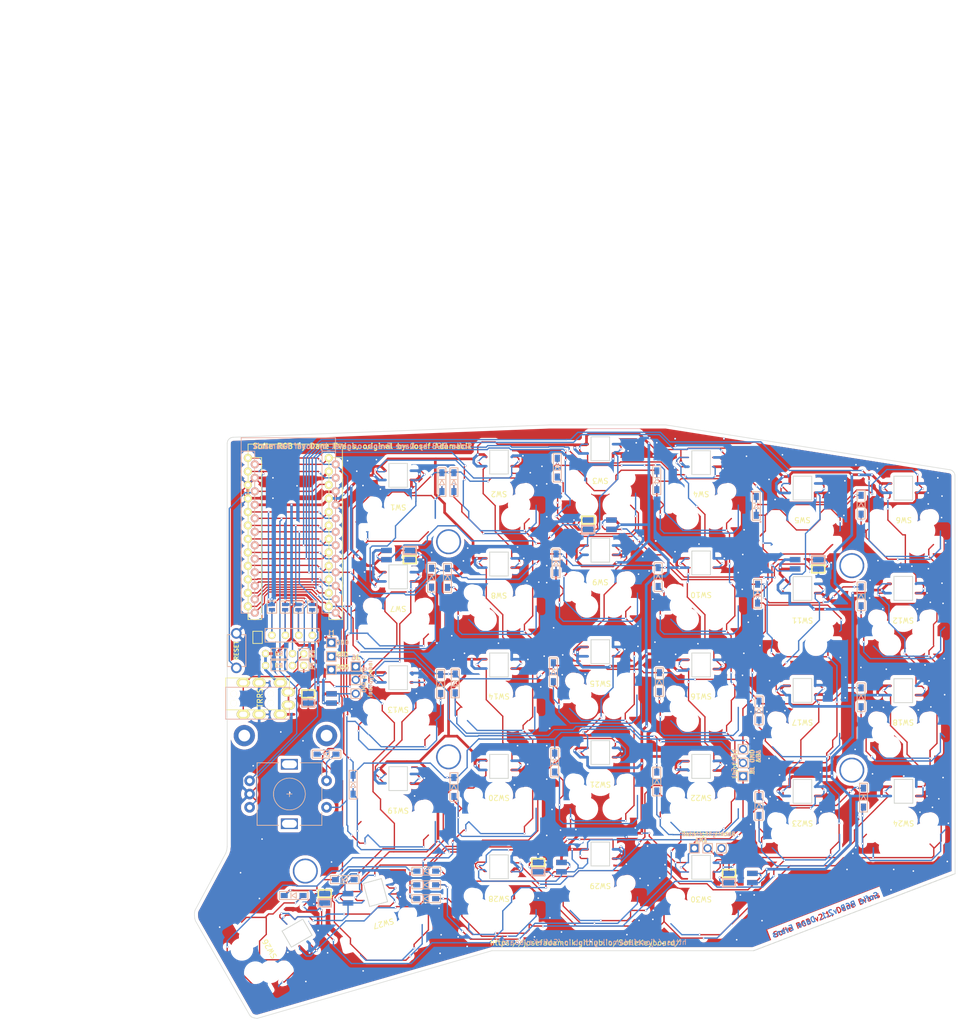
<source format=kicad_pcb>
(kicad_pcb (version 20221018) (generator pcbnew)
  (layers (0 "F.Cu" signal) (31 "B.Cu" signal) (34 "B.Paste" user) (35 "F.Paste" user) (36 "B.SilkS" user "B.Silkscreen") (37 "F.SilkS" user "F.Silkscreen") (38 "B.Mask" user) (39 "F.Mask" user) (44 "Edge.Cuts" user))
  (net 0 "")
  (net 1 "Net-(D1-Pad2)")
  (net 2 "row4")
  (net 3 "Net-(D2-Pad2)")
  (net 4 "Net-(D3-Pad2)")
  (net 5 "row0")
  (net 6 "Net-(D4-Pad2)")
  (net 7 "row1")
  (net 8 "Net-(D5-Pad2)")
  (net 9 "row2")
  (net 10 "Net-(D6-Pad2)")
  (net 11 "row3")
  (net 12 "Net-(D7-Pad2)")
  (net 13 "Net-(D8-Pad2)")
  (net 14 "Net-(D9-Pad2)")
  (net 15 "Net-(D10-Pad2)")
  (net 16 "Net-(D11-Pad2)")
  (net 17 "Net-(D12-Pad2)")
  (net 18 "Net-(D13-Pad2)")
  (net 19 "Net-(D14-Pad2)")
  (net 20 "Net-(D15-Pad2)")
  (net 21 "Net-(D16-Pad2)")
  (net 22 "Net-(D17-Pad2)")
  (net 23 "Net-(D18-Pad2)")
  (net 24 "Net-(D19-Pad2)")
  (net 25 "Net-(D20-Pad2)")
  (net 26 "Net-(D21-Pad2)")
  (net 27 "Net-(D22-Pad2)")
  (net 28 "Net-(D23-Pad2)")
  (net 29 "Net-(D24-Pad2)")
  (net 30 "Net-(D26-Pad2)")
  (net 31 "Net-(D27-Pad2)")
  (net 32 "Net-(D28-Pad2)")
  (net 33 "VCC")
  (net 34 "GND")
  (net 35 "col0")
  (net 36 "col1")
  (net 37 "col2")
  (net 38 "col3")
  (net 39 "col4")
  (net 40 "SDA")
  (net 41 "LED")
  (net 42 "SCL")
  (net 43 "RESET")
  (net 44 "Net-(D29-Pad2)")
  (net 45 "Net-(U1-Pad24)")
  (net 46 "Net-(U1-Pad7)")
  (net 47 "DATA")
  (net 48 "Net-(J3-Pad1)")
  (net 49 "Net-(J3-Pad2)")
  (net 50 "Net-(J3-Pad3)")
  (net 51 "Net-(J3-Pad4)")
  (net 52 "Net-(D30-Pad2)")
  (net 53 "SW25B")
  (net 54 "SW25A")
  (net 55 "ENCB")
  (net 56 "ENCA")
  (net 57 "/i2c_c")
  (net 58 "/i2c_d")
  (net 59 "Net-(D31-Pad1)")
  (net 60 "Net-(D31-Pad3)")
  (net 61 "Net-(D32-Pad3)")
  (net 62 "/underglow")
  (net 63 "Net-(D34-Pad1)")
  (net 64 "Net-(D35-Pad1)")
  (net 65 "Net-(D36-Pad1)")
  (net 66 "lights")
  (net 67 "Net-(D37-Pad3)")
  (net 68 "/backlight")
  (net 69 "Net-(J5-Pad3)")
  (net 70 "Net-(SW1-Pad3)")
  (net 71 "Net-(SW1-Pad1)")
  (net 72 "Net-(SW2-Pad3)")
  (net 73 "Net-(SW3-Pad3)")
  (net 74 "Net-(SW3-Pad1)")
  (net 75 "Net-(SW10-Pad1)")
  (net 76 "Net-(SW5-Pad3)")
  (net 77 "Net-(SW11-Pad3)")
  (net 78 "Net-(SW12-Pad1)")
  (net 79 "Net-(SW13-Pad3)")
  (net 80 "Net-(SW14-Pad1)")
  (net 81 "Net-(SW15-Pad3)")
  (net 82 "Net-(SW10-Pad3)")
  (net 83 "Net-(SW11-Pad1)")
  (net 84 "Net-(SW12-Pad3)")
  (net 85 "Net-(SW13-Pad1)")
  (net 86 "Net-(SW14-Pad3)")
  (net 87 "Net-(SW15-Pad1)")
  (net 88 "Net-(SW16-Pad3)")
  (net 89 "Net-(SW17-Pad1)")
  (net 90 "Net-(SW18-Pad3)")
  (net 91 "Net-(SW19-Pad1)")
  (net 92 "Net-(SW20-Pad3)")
  (net 93 "Net-(SW21-Pad1)")
  (net 94 "Net-(SW22-Pad3)")
  (net 95 "Net-(SW23-Pad1)")
  (net 96 "Net-(SW24-Pad3)")
  (net 97 "Net-(SW26-Pad3)")
  (net 98 "Net-(SW28-Pad3)")
  (footprint "SofleKeyboard-footprint:RESISTOR_mini" (layer "F.Cu") (at 98.039272 80.311965)
    (fp_text reference "R1")
    (fp_text value "R" hide)
  )
  (footprint "SofleKeyboard-footprint:RESISTOR_mini" (layer "F.Cu") (at 98.039272 78.061965)
    (fp_text reference "R2")
    (fp_text value "R" hide)
  )
  (footprint "SofleKeyboard-footprint:MJ-4PP-9" (layer "F.Cu") (at 88 85.65 90)
    (fp_text reference "J2")
    (fp_text value "4PIN" hide)
  )
  (footprint "SofleKeyboard-footprint:1pin_conn" (layer "F.Cu") (at 102.7 80.3 -90)
    (fp_text reference "P1")
    (fp_text value "i2c_pin" hide)
  )
  (footprint "SofleKeyboard-footprint:1pin_conn" (layer "F.Cu") (at 102.7 78.1 -90)
    (fp_text reference "P2")
    (fp_text value "i2c_pin" hide)
  )
  (footprint "SofleKeyboard-footprint:HOLE_M2_TH" (layer "F.Cu") (at 129.975 57.075)
    (fp_text reference "TH3" hide)
    (fp_text value "HOLE" hide)
  )
  (footprint "SofleKeyboard-footprint:HOLE_M2_TH" (layer "F.Cu") (at 206.225 61.775)
    (fp_text reference "TH4" hide)
    (fp_text value "HOLE" hide)
  )
  (footprint "SofleKeyboard-footprint:HOLE_M2_TH" (layer "F.Cu") (at 130.025 97.575)
    (fp_text reference "TH5" hide)
    (fp_text value "HOLE" hide)
  )
  (footprint "SofleKeyboard-footprint:HOLE_M2_TH" (layer "F.Cu") (at 206.175 100.025)
    (fp_text reference "TH6" hide)
    (fp_text value "HOLE" hide)
  )
  (footprint "SofleKeyboard-footprint:HOLE_M2_TH" (layer "F.Cu") (at 103 119 90)
    (fp_text reference "TH7" hide)
    (fp_text value "HOLE" hide)
  )
  (footprint "SofleKeyboard-footprint:ProMicro" (layer "F.Cu") (at 101 56)
    (fp_text reference "U1" hide)
    (fp_text value "ProMicro" hide)
  )
  (footprint "SofleKeyboard-footprint:Jumper" (layer "F.Cu") (at 104.3 69.3 90)
    (fp_text reference "JP1" hide)
    (fp_text value "Jumper_NO_Small" hide)
  )
  (footprint "SofleKeyboard-footprint:Jumper" (layer "F.Cu") (at 101.7 69.3 90)
    (fp_text reference "JP2" hide)
    (fp_text value "Jumper_NO_Small" hide)
  )
  (footprint "SofleKeyboard-footprint:Jumper" (layer "F.Cu") (at 99.2 69.3 90)
    (fp_text reference "JP3" hide)
    (fp_text value "Jumper_NO_Small" hide)
  )
  (footprint "SofleKeyboard-footprint:TACT_SWITCH_TVBP06" (layer "F.Cu") (at 90 77.5 -90)
    (fp_text reference "RSW1" hide)
    (fp_text value "SW_RST" hide)
  )
  (footprint "SofleKeyboard-footprint:jumper_data" (layer "F.Cu") (at 94 75 -90)
    (fp_text reference "W1" hide)
    (fp_text value "jumper" hide)
  )
  (footprint "Diode_SMD:crkbd-diode" (layer "F.Cu") (at 128.75 45.775 -90)
    (fp_text reference "D1" hide)
    (fp_text value "D" hide)
  )
  (footprint "Diode_SMD:crkbd-diode" (layer "F.Cu") (at 131 45.7805 -90)
    (fp_text reference "D2" hide)
    (fp_text value "D" hide)
  )
  (footprint "Diode_SMD:crkbd-diode" (layer "F.Cu") (at 150.5 43.04 -90)
    (fp_text reference "D3" hide)
    (fp_text value "D" hide)
  )
  (footprint "Diode_SMD:crkbd-diode" (layer "F.Cu") (at 169.25 45.425 -90)
    (fp_text reference "D4" hide)
    (fp_text value "D" hide)
  )
  (footprint "Diode_SMD:crkbd-diode" (layer "F.Cu") (at 188 50.25 -90)
    (fp_text reference "D5" hide)
    (fp_text value "D" hide)
  )
  (footprint "Diode_SMD:crkbd-diode" (layer "F.Cu") (at 207.75 50.025 -90)
    (fp_text reference "D6" hide)
    (fp_text value "D" hide)
  )
  (footprint "Diode_SMD:crkbd-diode" (layer "F.Cu") (at 126.8 63.775 -90)
    (fp_text reference "D7" hide)
    (fp_text value "D" hide)
  )
  (footprint "Diode_SMD:crkbd-diode" (layer "F.Cu") (at 129.8 63.8 -90)
    (fp_text reference "D8" hide)
    (fp_text value "D" hide)
  )
  (footprint "Diode_SMD:crkbd-diode" (layer "F.Cu") (at 150.25 61.065 -90)
    (fp_text reference "D9" hide)
    (fp_text value "D" hide)
  )
  (footprint "Diode_SMD:crkbd-diode" (layer "F.Cu") (at 169.5 63.65 -90)
    (fp_text reference "D10" hide)
    (fp_text value "D" hide)
  )
  (footprint "Diode_SMD:crkbd-diode" (layer "F.Cu") (at 188.25 66.775 -90)
    (fp_text reference "D11" hide)
    (fp_text value "D" hide)
  )
  (footprint "Diode_SMD:crkbd-diode" (layer "F.Cu") (at 207.75 67.275 -90)
    (fp_text reference "D12" hide)
    (fp_text value "D" hide)
  )
  (footprint "Diode_SMD:crkbd-diode" (layer "F.Cu") (at 128.5 83.775 -90)
    (fp_text reference "D13" hide)
    (fp_text value "D" hide)
  )
  (footprint "Diode_SMD:crkbd-diode" (layer "F.Cu") (at 131.25 83.675 -90)
    (fp_text reference "D14" hide)
    (fp_text value "D" hide)
  )
  (footprint "Diode_SMD:crkbd-diode" (layer "F.Cu") (at 149.75 81.565 -90)
    (fp_text reference "D15" hide)
    (fp_text value "D" hide)
  )
  (footprint "Diode_SMD:crkbd-diode" (layer "F.Cu") (at 169.725 83.425 -90)
    (fp_text reference "D16" hide)
    (fp_text value "D" hide)
  )
  (footprint "Diode_SMD:crkbd-diode" (layer "F.Cu") (at 188.5 88.775 -90)
    (fp_text reference "D17" hide)
    (fp_text value "D" hide)
  )
  (footprint "Diode_SMD:crkbd-diode" (layer "F.Cu") (at 207.75 86.275 -90)
    (fp_text reference "D18" hide)
    (fp_text value "D" hide)
  )
  (footprint "Diode_SMD:crkbd-diode" (layer "F.Cu") (at 112 102.75 -90)
    (fp_text reference "D19" hide)
    (fp_text value "D" hide)
  )
  (footprint "Diode_SMD:crkbd-diode" (layer "F.Cu") (at 131 103.175 -90)
    (fp_text reference "D20" hide)
    (fp_text value "D" hide)
  )
  (footprint "Diode_SMD:crkbd-diode" (layer "F.Cu") (at 150 98.565 -90)
    (fp_text reference "D21" hide)
    (fp_text value "D" hide)
  )
  (footprint "Diode_SMD:crkbd-diode" (layer "F.Cu") (at 169.25 102.15 -90)
    (fp_text reference "D22" hide)
    (fp_text value "D" hide)
  )
  (footprint "Diode_SMD:crkbd-diode" (layer "F.Cu") (at 188.5 106.75 -90)
    (fp_text reference "D23" hide)
    (fp_text value "D" hide)
  )
  (footprint "Diode_SMD:crkbd-diode" (layer "F.Cu") (at 208.2 105.175 -90)
    (fp_text reference "D24" hide)
    (fp_text value "D" hide)
  )
  (footprint "Diode_SMD:crkbd-diode" (layer "F.Cu") (at 107 97)
    (fp_text reference "D25" hide)
    (fp_text value "D" hide)
  )
  (footprint "Diode_SMD:crkbd-diode" (layer "F.Cu") (at 100.8 123.6)
    (fp_text reference "D26" hide)
    (fp_text value "D" hide)
  )
  (footprint "Diode_SMD:crkbd-diode" (layer "F.Cu") (at 110.4248 120.6248)
    (fp_text reference "D27" hide)
    (fp_text value "D" hide)
  )
  (footprint "Diode_SMD:crkbd-diode" (layer "F.Cu") (at 125.775 124.2)
    (fp_text reference "D28" hide)
    (fp_text value "D" hide)
  )
  (footprint "Diode_SMD:crkbd-diode" (layer "F.Cu") (at 125.775 121.6)
    (fp_text reference "D29" hide)
    (fp_text value "D" hide)
  )
  (footprint "ergodonk_kicad_library:key_outline_only" (layer "F.Cu") (at 120.5 50 180)
    (fp_text reference "SW1")
    (fp_text value "SW_PUSH-MX_W_LED")
  )
  (footprint "ergodonk_kicad_library:key_outline_only" (layer "F.Cu") (at 139.5 47.5 180)
    (fp_text reference "SW2")
    (fp_text value "SW_PUSH-MX_W_LED")
  )
  (footprint "ergodonk_kicad_library:key_outline_only" (layer "F.Cu") (at 158.6 45 180)
    (fp_text reference "SW3")
    (fp_text value "SW_PUSH-MX_W_LED")
  )
  (footprint "ergodonk_kicad_library:key_outline_only" (layer "F.Cu") (at 177.6 47.5 180)
    (fp_text reference "SW4")
    (fp_text value "SW_PUSH-MX_W_LED")
  )
  (footprint "ergodonk_kicad_library:key_outline_only" (layer "F.Cu") (at 196.7 52.4 180)
    (fp_text reference "SW5")
    (fp_text value "SW_PUSH-MX_W_LED")
  )
  (footprint "ergodonk_kicad_library:key_outline_only" (layer "F.Cu") (at 120.5 69.1 180)
    (fp_text reference "SW7")
    (fp_text value "SW_PUSH-MX_W_LED")
  )
  (footprint "ergodonk_kicad_library:key_outline_only" (layer "F.Cu") (at 139.5 66.6 180)
    (fp_text reference "SW8")
    (fp_text value "SW_PUSH-MX_W_LED")
  )
  (footprint "ergodonk_kicad_library:key_outline_only" (layer "F.Cu") (at 158.6 64.09 180)
    (fp_text reference "SW9")
    (fp_text value "SW_PUSH-MX_W_LED")
  )
  (footprint "ergodonk_kicad_library:key_outline_only" (layer "F.Cu") (at 177.6 66.5 180)
    (fp_text reference "SW10")
    (fp_text value "SW_PUSH-MX_W_LED")
  )
  (footprint "ergodonk_kicad_library:key_outline_only" (layer "F.Cu") (at 196.7 71.3 180)
    (fp_text reference "SW11")
    (fp_text value "SW_PUSH-MX_W_LED")
  )
  (footprint "ergodonk_kicad_library:key_outline_only" (layer "F.Cu") (at 215.7 71.3 180)
    (fp_text reference "SW12")
    (fp_text value "SW_PUSH-MX_W_LED")
  )
  (footprint "ergodonk_kicad_library:key_outline_only" (layer "F.Cu") (at 120.5 88.1 180)
    (fp_text reference "SW13")
    (fp_text value "SW_PUSH-MX_W_LED")
  )
  (footprint "ergodonk_kicad_library:key_outline_only" (layer "F.Cu") (at 139.5 85.6 180)
    (fp_text reference "SW14")
    (fp_text value "SW_PUSH-MX_W_LED")
  )
  (footprint "ergodonk_kicad_library:key_outline_only" (layer "F.Cu") (at 158.6 83.19 180)
    (fp_text reference "SW15")
    (fp_text value "SW_PUSH-MX_W_LED")
  )
  (footprint "ergodonk_kicad_library:key_outline_only" (layer "F.Cu") (at 177.6 85.6 180)
    (fp_text reference "SW16")
    (fp_text value "SW_PUSH-MX_W_LED")
  )
  (footprint "ergodonk_kicad_library:key_outline_only" (layer "F.Cu") (at 196.7 90.5 180)
    (fp_text reference "SW17")
    (fp_text value "SW_PUSH-MX_W_LED")
  )
  (footprint "ergodonk_kicad_library:key_outline_only" (layer "F.Cu") (at 215.7 90.5 180)
    (fp_text reference "SW18")
    (fp_text value "SW_PUSH-MX_W_LED")
  )
  (footprint "ergodonk_kicad_library:key_outline_only" (layer "F.Cu") (at 120.5 107.1 180)
    (fp_text reference "SW19")
    (fp_text value "SW_PUSH-MX_W_LED")
  )
  (footprint "ergodonk_kicad_library:key_outline_only" (layer "F.Cu") (at 139.5 104.7 180)
    (fp_text reference "SW20")
    (fp_text value "SW_PUSH-MX_W_LED")
  )
  (footprint "ergodonk_kicad_library:key_outline_only" (layer "F.Cu") (at 158.6 102.19 180)
    (fp_text reference "SW21")
    (fp_text value "SW_PUSH-MX_W_LED")
  )
  (footprint "ergodonk_kicad_library:key_outline_only" (layer "F.Cu") (at 177.6 104.7 180)
    (fp_text reference "SW22")
    (fp_text value "SW_PUSH-MX_W_LED")
  )
  (footprint "ergodonk_kicad_library:key_outline_only" (layer "F.Cu") (at 196.7 109.5 180)
    (fp_text reference "SW23")
    (fp_text value "SW_PUSH-MX_W_LED")
  )
  (footprint "ergodonk_kicad_library:key_outline_only" (layer "F.Cu") (at 215.75 109.5 180)
    (fp_text reference "SW24")
    (fp_text value "SW_PUSH-MX_W_LED")
  )
  (footprint "ergodonk_kicad_library:key_outline_only" (layer "F.Cu") (at 96.71 133.4 120)
    (fp_text reference "SW26")
    (fp_text value "SW_PUSH-MX_W_LED")
  )
  (footprint "ergodonk_kicad_library:key_outline_only" (layer "F.Cu") (at 139.5 123.7 180)
    (fp_text reference "SW28")
    (fp_text value "SW_PUSH-MX_W_LED")
  )
  (footprint "ergodonk_kicad_library:key_outline_only" (layer "F.Cu") (at 158.6 121.29 180)
    (fp_text reference "SW29")
    (fp_text value "SW_PUSH-MX_W_LED")
  )
  (footprint "SofleKeyboard-footprint:M2_HOLE_PCB" (layer "F.Cu") (at 91.5 93.5)
    (fp_text reference "TH1" hide)
    (fp_text value "HOLE")
  )
  (footprint "SofleKeyboard-footprint:Jumper" (layer "F.Cu") (at 96.7 69.3 90)
    (fp_text reference "JP4" hide)
    (fp_text value "Jumper_NO_Small" hide)
  )
  (footprint "SofleKeyboard-footprint:LED" (layer "F.Cu") (at 107.9 81.1 180)
    (fp_text reference "J1")
    (fp_text value "LED" hide)
  )
  (footprint "SofleKeyboard-footprint:OLED_4Pin" (layer "F.Cu") (at 96.7 74.6)
    (fp_text reference "J3" hide)
    (fp_text value "OLED" hide)
  )
  (footprint "Diode_SMD:crkbd-diode" (layer "F.Cu") (at 125.805 119.02)
    (fp_text reference "D30" hide)
    (fp_text value "D" hide)
  )
  (footprint "SofleKeyboard-footprint:M2_HOLE_PCB" (layer "F.Cu") (at 107 93.5)
    (fp_text reference "TH2" hide)
    (fp_text value "HOLE")
  )
  (footprint "SofleKeyboard-footprint:RotaryEncoder_Alps_EC11E-Switch_Vertical_H20mm-keebio_modified" (layer "F.Cu") (at 100 104.5)
    (fp_text reference "SW25" hide)
    (fp_text value "Rotary_Encoder_Switch")
  )
  (footprint "LED_SMD:SK6812MINI_underglow_dev" (layer "F.Cu") (at 120.5 59.5 180)
    (fp_text reference "D31" hide)
    (fp_text value "LED_sk2812_SM" hide)
  )
  (footprint "LED_SMD:SK6812MINI_underglow_dev" (layer "F.Cu") (at 158.5 53.79)
    (fp_text reference "D32" hide)
    (fp_text value "LED_sk2812_SM" hide)
  )
  (footprint "LED_SMD:SK6812MINI_underglow_dev" (layer "F.Cu") (at 197.5 61.25 180)
    (fp_text reference "D33" hide)
    (fp_text value "LED_sk2812_SM" hide)
  )
  (footprint "LED_SMD:SK6812MINI_underglow_dev" (layer "F.Cu") (at 108.85 124.13)
    (fp_text reference "D34" hide)
    (fp_text value "LED_sk2812_SM" hide)
  )
  (footprint "LED_SMD:SK6812MINI_underglow_dev" (layer "F.Cu") (at 149.0836 118.2626)
    (fp_text reference "D35" hide)
    (fp_text value "LED_sk2812_SM" hide)
  )
  (footprint "LED_SMD:SK6812MINI_underglow_dev" (layer "F.Cu") (at 185.05 120.32)
    (fp_text reference "D36" hide)
    (fp_text value "LED_sk2812_SM" hide)
  )
  (footprint "LED_SMD:SK6812MINI_underglow_dev" (layer "F.Cu") (at 105.75 86.5)
    (fp_text reference "D37" hide)
    (fp_text value "LED_sk2812_SM" hide)
  )
  (footprint "Connector:3x1header" (layer "F.Cu") (at 185.5 101.15 180)
    (fp_text reference "J4" hide)
    (fp_text value "key leds" hide)
  )
  (footprint "Connector:3x1header" (layer "F.Cu") (at 176.327 114.7066 90)
    (fp_text reference "J5" hide)
    (fp_text value "backlight sel" hide)
  )
  (footprint "Connector:3x1header" (layer "F.Cu") (at 112.5 80.5)
    (fp_text reference "J6")
    (fp_text value "indicator bypass" hide)
  )
  (footprint "ergodonk_kicad_library:key_outline_only" (layer "F.Cu") (at 177.6 123.8 180)
    (fp_text reference "SW30")
    (fp_text value "SW_PUSH-MX_W_LED")
  )
  (footprint "ergodonk_kicad_library:key_outline_only" (layer "F.Cu") (at 117.6 128.4 -165)
    (fp_text reference "SW27")
    (fp_text value "SW_PUSH-MX_W_LED")
  )
  (footprint "dane:gecko-logo" (layer "F.Cu") (at 200.25 122.75)
    (fp_text reference "G***" hide)
    (fp_text value "LOGO" hide)
  )
  (footprint "ergodonk_kicad_library:key_outline_only" (layer "F.Cu") (at 215.8 52.4 180)
    (fp_text reference "SW6")
    (fp_text value "SW_PUSH-MX_W_LED")
  )
  (footprint "SofleKeyboard-footprint:Jumper" (layer "B.Cu") (at 101.7 69.3 90)
    (fp_text reference "JP6" hide)
    (fp_text value "Jumper_NO_Small" hide)
  )
  (footprint "SofleKeyboard-footprint:Jumper" (layer "B.Cu") (at 99.2 69.3 90)
    (fp_text reference "JP7" hide)
    (fp_text value "Jumper_NO_Small" hide)
  )
  (footprint "SofleKeyboard-footprint:Jumper" (layer "B.Cu") (at 96.7 69.3 90)
    (fp_text reference "JP8" hide)
    (fp_text value "Jumper_NO_Small" hide)
  )
  (footprint "SofleKeyboard-footprint:Jumper" (layer "B.Cu") (at 104.3 69.3 90)
    (fp_text reference "JP5" hide)
    (fp_text value "Jumper_NO_Small" hide)
  )
  (footprint "dane:gecko-logo" (layer "B.Cu") (at 201 122.75 180)
    (fp_text reference "G***" hide)
    (fp_text value "LOGO" hide)
  )
  (gr_line (start 225.283881 43.997807) (end 225.370281 44.178672) (stroke (width 0.1)) (layer "Edge.Cuts"))
  (gr_line (start 92.55 146.2) (end 82.3 128.4) (stroke (width 0.1)) (layer "Edge.Cuts"))
  (gr_line (start 170.95 35) (end 224.475441 43.445146) (stroke (width 0.1)) (layer "Edge.Cuts"))
  (gr_line (start 88.297257 38.245261) (end 88.364377 38.029014) (stroke (width 0.1)) (layer "Edge.Cuts"))
  (gr_line (start 225.443181 44.581902) (end 225.470181 119.5) (stroke (width 0.1)) (layer "Edge.Cuts"))
  (gr_line (start 88.611259 37.662831) (end 88.781752 37.52216) (stroke (width 0.1)) (layer "Edge.Cuts"))
  (gr_line (start 225.424381 44.374571) (end 225.443181 44.581902) (stroke (width 0.1)) (layer "Edge.Cuts"))
  (gr_line (start 88.781752 37.52216) (end 88.977436 37.415945) (stroke (width 0.1)) (layer "Edge.Cuts"))
  (gr_line (start 225.370281 44.178672) (end 225.424381 44.374571) (stroke (width 0.1)) (layer "Edge.Cuts"))
  (gr_line (start 82.2 126.4) (end 88 115.65) (stroke (width 0.1)) (layer "Edge.Cuts"))
  (gr_line (start 88.364377 38.029014) (end 88.47059 37.833327) (stroke (width 0.1)) (layer "Edge.Cuts"))
  (gr_line (start 88.273857 38.477435) (end 88.297257 38.245261) (stroke (width 0.1)) (layer "Edge.Cuts"))
  (gr_line (start 224.677111 43.496776) (end 224.861871 43.581466) (stroke (width 0.1)) (layer "Edge.Cuts"))
  (gr_line (start 224.475441 43.445146) (end 224.677111 43.496776) (stroke (width 0.1)) (layer "Edge.Cuts"))
  (gr_line (start 88.47059 37.833327) (end 88.611259 37.662831) (stroke (width 0.1)) (layer "Edge.Cuts"))
  (gr_line (start 104.2664 131.079688) (end 100.369286 133.329688) (stroke (width 0.15)) (layer "Edge.Cuts"))
  (gr_line (start 118.497713 124.7728) (end 115.116973 125.678666) (stroke (width 0.15)) (layer "Edge.Cuts"))
  (gr_line (start 98.619286 130.2986) (end 102.5164 128.0486) (stroke (width 0.15)) (layer "Edge.Cuts"))
  (gr_line (start 92.55 146.2) (end 92.9 146.5) (stroke (width 0.1)) (layer "Edge.Cuts"))
  (gr_line (start 138.154128 134) (end 187.5 134) (stroke (width 0.1)) (layer "Edge.Cuts"))
  (gr_line (start 149 35) (end 89.425853 37.325405) (stroke (width 0.1)) (layer "Edge.Cuts"))
  (gr_line (start 88.275257 114.4) (end 88.2 115.05) (stroke (width 0.1)) (layer "Edge.Cuts"))
  (gr_line (start 82.3 128.4) (end 82.15 127.9) (stroke (width 0.1)) (layer "Edge.Cuts"))
  (gr_line (start 82.1 126.9) (end 82.2 126.4) (stroke (width 0.1)) (layer "Edge.Cuts"))
  (gr_line (start 115.116973 125.678666) (end 113.952287 121.332) (stroke (width 0.15)) (layer "Edge.Cuts"))
  (gr_line (start 82.1 127.3) (end 82.1 126.9) (stroke (width 0.1)) (layer "Edge.Cuts"))
  (gr_line (start 179.35 63.2484) (end 175.85 63.2484) (stroke (width 0.15)) (layer "Edge.Cuts"))
  (gr_line (start 117.333027 120.426134) (end 118.497713 124.7728) (stroke (width 0.15)) (layer "Edge.Cuts"))
  (gr_line (start 88.2 115.05) (end 88 115.65) (stroke (width 0.1)) (layer "Edge.Cuts"))
  (gr_line (start 175.85 63.2484) (end 175.85 58.7484) (stroke (width 0.15)) (layer "Edge.Cuts"))
  (gr_line (start 93.35 146.65) (end 93.9 146.75) (stroke (width 0.1)) (layer "Edge.Cuts"))
  (gr_line (start 82.15 127.9) (end 82.1 127.3) (stroke (width 0.1)) (layer "Edge.Cuts"))
  (gr_line (start 100.369286 133.329688) (end 98.619286 130.2986) (stroke (width 0.15)) (layer "Edge.Cuts"))
  (gr_line (start 102.5164 128.0486) (end 104.2664 131.079688) (stroke (width 0.15)) (layer "Edge.Cuts"))
  (gr_line (start 92.9 146.5) (end 93.35 146.65) (stroke (width 0.1)) (layer "Edge.Cuts"))
  (gr_line (start 225.470181 119.5) (end 187.5 134) (stroke (width 0.15)) (layer "Edge.Cuts"))
  (gr_line (start 113.952287 121.332) (end 117.333027 120.426134) (stroke (width 0.15)) (layer "Edge.Cuts"))
  (gr_line (start 141.25 77.95) (end 141.25 82.45) (stroke (width 0.15)) (layer "Edge.Cuts"))
  (gr_line (start 137.75 77.95) (end 141.25 77.95) (stroke (width 0.15)) (layer "Edge.Cuts"))
  (gr_line (start 137.75 58.95) (end 141.25 58.95) (stroke (width 0.15)) (layer "Edge.Cuts"))
  (gr_line (start 160.35 56.3308) (end 160.35 60.8308) (stroke (width 0.15)) (layer "Edge.Cuts"))
  (gr_line (start 122.25 65.85) (end 118.75 65.85) (stroke (width 0.15)) (layer "Edge.Cuts"))
  (gr_line (start 141.25 82.45) (end 137.75 82.45) (stroke (width 0.15)) (layer "Edge.Cuts"))
  (gr_line (start 160.35 79.9562) (end 156.85 79.9562) (stroke (width 0.15)) (layer "Edge.Cuts"))
  (gr_line (start 141.25 58.95) (end 141.25 63.45) (stroke (width 0.15)) (layer "Edge.Cuts"))
  (gr_line (start 122.25 61.35) (end 122.25 65.85) (stroke (width 0.15)) (layer "Edge.Cuts"))
  (gr_line (start 156.85 60.8308) (end 156.85 56.3308) (stroke (width 0.15)) (layer "Edge.Cuts"))
  (gr_line (start 156.85 56.3308) (end 160.35 56.3308) (stroke (width 0.15)) (layer "Edge.Cuts"))
  (gr_line (start 118.75 61.35) (end 122.25 61.35) (stroke (width 0.15)) (layer "Edge.Cuts"))
  (gr_line (start 122.25 80.35) (end 122.25 84.85) (stroke (width 0.15)) (layer "Edge.Cuts"))
  (gr_line (start 141.25 63.45) (end 137.75 63.45) (stroke (width 0.15)) (layer "Edge.Cuts"))
  (gr_line (start 122.25 84.85) (end 118.75 84.85) (stroke (width 0.15)) (layer "Edge.Cuts"))
  (gr_line (start 137.75 63.45) (end 137.75 58.95) (stroke (width 0.15)) (layer "Edge.Cuts"))
  (gr_line (start 175.85 58.7484) (end 179.35 58.7484) (stroke (width 0.15)) (layer "Edge.Cuts"))
  (gr_line (start 118.75 65.85) (end 118.75 61.35) (stroke (width 0.15)) (layer "Edge.Cuts"))
  (gr_line (start 118.75 84.85) (end 118.75 80.35) (stroke (width 0.15)) (layer "Edge.Cuts"))
  (gr_line (start 160.35 60.8308) (end 156.85 60.8308) (stroke (width 0.15)) (layer "Edge.Cuts"))
  (gr_line (start 179.35 58.7484) (end 179.35 63.2484) (stroke (width 0.15)) (layer "Edge.Cuts"))
  (gr_line (start 118.75 80.35) (end 122.25 80.35) (stroke (width 0.15)) (layer "Edge.Cuts"))
  (gr_line (start 137.75 82.45) (end 137.75 77.95) (stroke (width 0.15)) (layer "Edge.Cuts"))
  (gr_line (start 156.85 37.2308) (end 160.35 37.2308) (stroke (width 0.15)) (layer "Edge.Cuts"))
  (gr_line (start 213.95 87.2895) (end 213.95 82.7895) (stroke (width 0.15)) (layer "Edge.Cuts"))
  (gr_line (start 141.25 39.7484) (end 141.25 44.2484) (stroke (width 0.15)) (layer "Edge.Cuts"))
  (gr_line (start 217.45 68.026) (end 213.95 68.026) (stroke (width 0.15)) (layer "Edge.Cuts"))
  (gr_line (start 217.45 87.2895) (end 213.95 87.2895) (stroke (width 0.15)) (layer "Edge.Cuts"))
  (gr_line (start 194.95 68.05) (end 194.95 63.55) (stroke (width 0.15)) (layer "Edge.Cuts"))
  (gr_line (start 217.45 49.1514) (end 213.95 49.1514) (stroke (width 0.15)) (layer "Edge.Cuts"))
  (gr_line (start 175.85 44.35) (end 175.85 39.85) (stroke (width 0.15)) (layer "Edge.Cuts"))
  (gr_line (start 88.275257 114.4) (end 88.273857 38.477435) (stroke (width 0.1)) (layer "Edge.Cuts"))
  (gr_line (start 217.45 63.526) (end 217.45 68.026) (stroke (width 0.15)) (layer "Edge.Cuts"))
  (gr_line (start 194.95 44.65) (end 198.45 44.65) (stroke (width 0.15)) (layer "Edge.Cuts"))
  (gr_line (start 213.95 68.026) (end 213.95 63.526) (stroke (width 0.15)) (layer "Edge.Cuts"))
  (gr_line (start 217.45 44.6514) (end 217.45 49.1514) (stroke (width 0.15)) (layer "Edge.Cuts"))
  (gr_line (start 198.45 44.65) (end 198.45 49.15) (stroke (width 0.15)) (layer "Edge.Cuts"))
  (gr_line (start 179.35 39.85) (end 179.35 44.35) (stroke (width 0.15)) (layer "Edge.Cuts"))
  (gr_line (start 225.168321 43.835582) (end 225.283881 43.997807) (stroke (width 0.1)) (layer "Edge.Cuts"))
  (gr_line (start 213.95 44.6514) (end 217.45 44.6514) (stroke (width 0.15)) (layer "Edge.Cuts"))
  (gr_line (start 137.75 44.2484) (end 137.75 39.7484) (stroke (width 0.15)) (layer "Edge.Cuts"))
  (gr_line (start 224.861871 43.581466) (end 225.026621 43.6956) (stroke (width 0.1)) (layer "Edge.Cuts"))
  (gr_line (start 198.45 49.15) (end 194.95 49.15) (stroke (width 0.15)) (layer "Edge.Cuts"))
  (gr_line (start 198.45 63.55) (end 198.45 68.05) (stroke (width 0.15)) (layer "Edge.Cuts"))
  (gr_line (start 141.25 44.2484) (end 137.75 44.2484) (stroke (width 0.15)) (layer "Edge.Cuts"))
  (gr_line (start 214 101.726) (end 217.5 101.726) (stroke (width 0.15)) (layer "Edge.Cuts"))
  (gr_line (start 213.95 82.7895) (end 217.45 82.7895) (stroke (width 0.15)) (layer "Edge.Cuts"))
  (gr_line (start 160.35 41.7308) (end 156.85 41.7308) (stroke (width 0.15)) (layer "Edge.Cuts"))
  (gr_line (start 194.95 63.55) (end 198.45 63.55) (stroke (width 0.15)) (layer "Edge.Cuts"))
  (gr_line (start 213.95 49.1514) (end 213.95 44.6514) (stroke (width 0.15)) (layer "Edge.Cuts"))
  (gr_line (start 118.75 46.75) (end 118.75 42.25) (stroke (width 0.15)) (layer "Edge.Cuts"))
  (gr_line (start 122.25 42.25) (end 122.25 46.75) (stroke (width 0.15)) (layer "Edge.Cuts"))
  (gr_line (start 198.45 68.05) (end 194.95 68.05) (stroke (width 0.15)) (layer "Edge.Cuts"))
  (gr_line (start 194.95 49.15) (end 194.95 44.65) (stroke (width 0.15)) (layer "Edge.Cuts"))
  (gr_line (start 160.35 37.2308) (end 160.35 41.7308) (stroke (width 0.15)) (layer "Edge.Cuts"))
  (gr_line (start 137.75 39.7484) (end 141.25 39.7484) (stroke (width 0.15)) (layer "Edge.Cuts"))
  (gr_line (start 118.75 42.25) (end 122.25 42.25) (stroke (width 0.15)) (layer "Edge.Cuts"))
  (gr_line (start 149 35) (end 170.95 35) (stroke (width 0.1)) (layer "Edge.Cuts"))
  (gr_line (start 88.977436 37.415945) (end 89.19368 37.348815) (stroke (width 0.1)) (layer "Edge.Cuts"))
  (gr_line (start 89.19368 37.348815) (end 89.425853 37.325405) (stroke (width 0.1)) (layer "Edge.Cuts"))
  (gr_line (start 156.85 41.7308) (end 156.85 37.2308) (stroke (width 0.15)) (layer "Edge.Cuts"))
  (gr_line (start 213.95 63.526) (end 217.45 63.526) (stroke (width 0.15)) (layer "Edge.Cuts"))
  (gr_line (start 179.35 44.35) (end 175.85 44.35) (stroke (width 0.15)) (layer "Edge.Cuts"))
  (gr_line (start 175.85 39.85) (end 179.35 39.85) (stroke (width 0.15)) (layer "Edge.Cuts"))
  (gr_line (start 122.25 46.75) (end 118.75 46.75) (stroke (width 0.15)) (layer "Edge.Cuts"))
  (gr_line (start 225.026621 43.6956) (end 225.168321 43.835582) (stroke (width 0.1)) (layer "Edge.Cuts"))
  (gr_line (start 217.45 82.7895) (end 217.45 87.2895) (stroke (width 0.15)) (layer "Edge.Cuts"))
  (gr_line (start 138.154128 134) (end 93.9 146.75) (stroke (width 0.1)) (layer "Edge.Cuts"))
  (gr_line (start 141.25 101.55) (end 137.75 101.55) (stroke (width 0.15)) (layer "Edge.Cuts"))
  (gr_line (start 179.35 82.45) (end 175.85 82.45) (stroke (width 0.15)) (layer "Edge.Cuts"))
  (gr_line (start 194.95 106.25) (end 194.95 101.75) (stroke (width 0.15)) (layer "Edge.Cuts"))
  (gr_line (start 198.45 82.75) (end 198.45 87.25) (stroke (width 0.15)) (layer "Edge.Cuts"))
  (gr_line (start 179.35 101.55) (end 175.85 101.55) (stroke (width 0.15)) (layer "Edge.Cuts"))
  (gr_line (start 175.85 82.45) (end 175.85 77.95) (stroke (width 0.15)) (layer "Edge.Cuts"))
  (gr_line (start 156.85 98.9308) (end 156.85 94.4308) (stroke (width 0.15)) (layer "Edge.Cuts"))
  (gr_line (start 137.75 101.55) (end 137.75 97.05) (stroke (width 0.15)) (layer "Edge.Cuts"))
  (gr_line (start 122.25 103.85) (end 118.75 103.85) (stroke (width 0.15)) (layer "Edge.Cuts"))
  (gr_line (start 175.85 101.55) (end 175.85 97.05) (stroke (width 0.15)) (layer "Edge.Cuts"))
  (gr_line (start 198.45 101.75) (end 198.45 106.25) (stroke (width 0.15)) (layer "Edge.Cuts"))
  (gr_line (start 122.25 99.35) (end 122.25 103.85) (stroke (width 0.15)) (layer "Edge.Cuts"))
  (gr_line (start 141.2504 115.9492) (end 141.2504 120.4492) (stroke (width 0.15)) (layer "Edge.Cuts"))
  (gr_line (start 160.3504 118.0362) (end 156.8504 118.0362) (stroke (width 0.15)) (layer "Edge.Cuts"))
  (gr_line (start 156.8504 118.0362) (end 156.8504 113.5362) (stroke (width 0.15)) (layer "Edge.Cuts"))
  (gr_line (start 194.95 87.25) (end 194.95 82.75) (stroke (width 0.15)) (layer "Edge.Cuts"))
  (gr_line (start 179.35 77.95) (end 179.35 82.45) (stroke (width 0.15)) (layer "Edge.Cuts"))
  (gr_line (start 160.35 94.4308) (end 160.35 98.9308) (stroke (width 0.15)) (layer "Edge.Cuts"))
  (gr_line (start 156.85 94.4308) (end 160.35 94.4308) (stroke (width 0.15)) (layer "Edge.Cuts"))
  (gr_line (start 175.85 77.95) (end 179.35 77.95) (stroke (width 0.15)) (layer "Edge.Cuts"))
  (gr_line (start 198.45 87.25) (end 194.95 87.25) (stroke (width 0.15)) (layer "Edge.Cuts"))
  (gr_line (start 141.25 97.05) (end 141.25 101.55) (stroke (width 0.15)) (layer "Edge.Cuts"))
  (gr_line (start 156.8504 113.5362) (end 160.3504 113.5362) (stroke (width 0.15)) (layer "Edge.Cuts"))
  (gr_line (start 175.8488 120.5352) (end 175.8488 116.0352) (stroke (width 0.15)) (layer "Edge.Cuts"))
  (gr_line (start 175.8488 116.0352) (end 179.3488 116.0352) (stroke (width 0.15)) (layer "Edge.Cuts"))
  (gr_line (start 198.45 106.25) (end 194.95 106.25) (stroke (width 0.15)) (layer "Edge.Cuts"))
  (gr_line (start 217.5 106.226) (end 214 106.226) (stroke (width 0.15)) (layer "Edge.Cuts"))
  (gr_line (start 214 106.226) (end 214 101.726) (stroke (width 0.15)) (layer "Edge.Cuts"))
  (gr_line (start 217.5 101.726) (end 217.5 106.226) (stroke (width 0.15)) (layer "Edge.Cuts"))
  (gr_line (start 179.3488 120.5352) (end 175.8488 120.5352) (stroke (width 0.15)) (layer "Edge.Cuts"))
  (gr_line (start 160.35 75.4562) (end 160.35 79.9562) (stroke (width 0.15)) (layer "Edge.Cuts"))
  (gr_line (start 175.85 97.05) (end 179.35 97.05) (stroke (width 0.15)) (layer "Edge.Cuts"))
  (gr_line (start 137.75 97.05) (end 141.25 97.05) (stroke (width 0.15)) (layer "Edge.Cuts"))
  (gr_line (start 118.75 103.85) (end 118.75 99.35) (stroke (width 0.15)) (layer "Edge.Cuts"))
  (gr_line (start 137.7504 120.4492) (end 137.7504 115.9492) (stroke (width 0.15)) (layer "Edge.Cuts"))
  (gr_line (start 156.85 79.9562) (end 156.85 75.4562) (stroke (width 0.15)) (layer "Edge.Cuts"))
  (gr_line (start 194.95 101.75) (end 198.45 101.75) (stroke (width 0.15)) (layer "Edge.Cuts"))
  (gr_line (start 156.85 75.4562) (end 160.35 75.4562) (stroke (width 0.15)) (layer "Edge.Cuts"))
  (gr_line (start 137.7504 115.9492) (end 141.2504 115.9492) (stroke (width 0.15)) (layer "Edge.Cuts"))
  (gr_line (start 118.75 99.35) (end 122.25 99.35) (stroke (width 0.15)) (layer "Edge.Cuts"))
  (gr_line (start 160.35 98.9308) (end 156.85 98.9308) (stroke (width 0.15)) (layer "Edge.Cuts"))
  (gr_line (start 141.2504 120.4492) (end 137.7504 120.4492) (stroke (width 0.15)) (layer "Edge.Cuts"))
  (gr_line (start 194.95 82.75) (end 198.45 82.75) (stroke (width 0.15)) (layer "Edge.Cuts"))
  (gr_line (start 160.3504 113.5362) (end 160.3504 118.0362) (stroke (width 0.15)) (layer "Edge.Cuts"))
  (gr_line (start 179.35 97.05) (end 179.35 101.55) (stroke (width 0.15)) (layer "Edge.Cuts"))
  (gr_line (start 179.3488 116.0352) (end 179.3488 120.5352) (stroke (width 0.15)) (layer "Edge.Cuts"))
  (gr_text "Sofle RGB v2.1, Dane Evans" (at 201.25 127.25 21) (layer "F.Cu") (effects (font (size 1 1) (thickness 0.2))))
  (gr_text "Sofle RGB v2.1, Dane Evans" (at 201 127.25 21) (layer "B.Cu") (effects (font (size 1 1) (thickness 0.2)) (justify mirror)))
  (gr_text "BYP" (at 114.15 81.73 90) (layer "B.SilkS") (effects (font (size 0.8 0.8)) (justify mirror)))
  (gr_text "IND" (at 114.07 84.4 90) (layer "B.SilkS") (effects (font (size 0.8 0.8)) (justify mirror)))
  (gr_text "ENA" (at 177.6 113.2) (layer "B.SilkS") (effects (font (size 0.8 0.8)) (justify mirror)))
  (gr_text "Backlight enable" (at 179 112) (layer "B.SilkS") (effects (font (size 0.8 0.8)) (justify mirror)))
  (gr_text "UND" (at 187.27 97.42 90) (layer "B.SilkS") (effects (font (size 0.8 0.8)) (justify mirror)))
  (gr_text "BL" (at 187.21 100.17 90) (layer "B.SilkS") (effects (font (size 0.8 0.8)) (justify mirror)))
  (gr_text "Light Sel" (at 183.79 98.7 90) (layer "B.SilkS") (effects (font (size 0.8 0.8)) (justify mirror)))
  (gr_text "Sofle RGB by Dane Evans, original by Josef Adamacik" (at 113.75 39) (layer "B.SilkS") (effects (font (size 1 1) (thickness 0.2)) (justify mirror)))
  (gr_text "&BL" (at 188.41 97.37 90) (layer "B.SilkS") (effects (font (size 0.8 0.8)) (justify mirror)))
  (gr_text "https://josefadamcik.github.io/SofleKeyboard/" (at 156.9182 132.4021) (layer "B.SilkS") (effects (font (size 1 1)) (justify mirror)))
  (gr_text "Ind bypass" (at 115.2 82.6 90) (layer "B.SilkS") (effects (font (size 0.8 0.8)) (justify mirror)))
  (gr_text "Backlight enable" (at 179 112) (layer "F.SilkS") (effects (font (size 0.8 0.8))))
  (gr_text "Light Sel" (at 183.94 98.91 90) (layer "F.SilkS") (effects (font (size 0.8 0.8))))
  (gr_text "Ind bypass" (at 115.2 83 90) (layer "F.SilkS") (effects (font (size 0.8 0.8))))
  (gr_text "https://josefadamcik.github.io/SofleKeyboard/" (at 155.75 132.5) (layer "F.SilkS") (effects (font (size 1 1))))
  (gr_text "Sofle RGB by Dane Evans, original by Josef Adamacik" (at 113.75 39) (layer "F.SilkS") (effects (font (size 1 1) (thickness 0.2))))
  (gr_text "&BL" (at 188.4 97.4 90) (layer "F.SilkS") (effects (font (size 0.8 0.8))))
  (gr_text "IND" (at 114.04 84.41 90) (layer "F.SilkS") (effects (font (size 0.8 0.8))))
  (gr_text "UND" (at 187.22 97.33 90) (layer "F.SilkS") (effects (font (size 0.8 0.8))))
  (gr_text "BL" (at 187.24 100.06 90) (layer "F.SilkS") (effects (font (size 0.8 0.8))))
  (gr_text "ENA" (at 177.6 113.2) (layer "F.SilkS") (effects (font (size 0.8 0.8))))
  (gr_text "LED" (at 109.96 78.2) (layer "F.SilkS") (effects (font (size 0.8 0.8))))
  (gr_text "BYP" (at 114.1 81.77 90) (layer "F.SilkS") (effects (font (size 0.8 0.8))))
  (gr_text "VCC" (at 110 80.6) (layer "F.SilkS") (effects (font (size 0.8 0.8))))
  (segment (start 112.55 53.28) (end 113.25 52.58) (width 0.25) (layer "F.Cu") (net 1))
  (segment (start 115.167147 48.300011) (end 118.684987 48.300011) (width 0.25) (layer "F.Cu") (net 1))
  (segment (start 126.750011 48.300011) (end 127.45 49) (width 0.25) (layer "F.Cu") (net 1))
  (segment (start 113.5 49.967158) (end 115.167147 48.300011) (width 0.25) (layer "F.Cu") (net 1))
  (segment (start 113.5 52.58) (end 113.5 49.967158) (width 0.25) (layer "F.Cu") (net 1))
  (segment (start 122.315013 48.300011) (end 126.750011 48.300011) (width 0.25) (layer "F.Cu") (net 1))
  (segment (start 128.75 46.4) (end 128.75 47.675) (width 0.25) (layer "F.Cu") (net 1))
  (segment (start 119.359999 47.624999) (end 121.640001 47.624999) (width 0.25) (layer "F.Cu") (net 1))
  (segment (start 121.640001 47.624999) (end 122.315013 48.300011) (width 0.25) (layer "F.Cu") (net 1))
  (segment (start 118.684987 48.300011) (end 119.359999 47.624999) (width 0.25) (layer "F.Cu") (net 1))
  (via (at 128.75 46.4) (size 0.4) (drill 0.3) (layers "F.Cu" "B.Cu") (net 1))
  (via (at 127.45 49) (size 0.4) (drill 0.3) (layers "F.Cu" "B.Cu") (net 1))
  (segment (start 127.5 52.58) (end 127.5 49.025) (width 0.25) (layer "B.Cu") (net 1))
  (segment (start 127.5 49.025) (end 128.75 47.775) (width 0.25) (layer "B.Cu") (net 1))
  (segment (start 128.75 47.675) (end 128.75 46.4) (width 0.25) (layer "B.Cu") (net 1))
  (segment (start 127.5 52.58) (end 127.5 49.05) (width 0.25) (layer "B.Cu") (net 1))
  (segment (start 127.5 49.05) (end 127.45 49) (width 0.25) (layer "B.Cu") (net 1))
  (segment (start 105.300001 67.100001) (end 105.300001 67.100001) (width 0.25) (layer "F.Cu") (net 2))
  (segment (start 100.2 122.6) (end 100.025 122.6) (width 0.25) (layer "F.Cu") (net 2))
  (segment (start 122.7326 121.7326) (end 122.7326 120.7326) (width 0.25) (layer "F.Cu") (net 2))
  (segment (start 109.750003 71.396933) (end 109.750003 86.072999) (width 0.25) (layer "F.Cu") (net 2))
  (segment (start 105.1894 122.6248) (end 105.1894 121.8106) (width 0.25) (layer "F.Cu") (net 2))
  (segment (start 109.75 88.227004) (end 109.75 94.5) (width 0.25) (layer "F.Cu") (net 2))
  (segment (start 124 121.6) (end 122.8652 121.6) (width 0.25) (layer "F.Cu") (net 2))
  (segment (start 122.7326 123.9326) (end 122.7326 123.3326) (width 0.25) (layer "F.Cu") (net 2))
  (segment (start 100.025 122.6) (end 99.025 123.6) (width 0.25) (layer "F.Cu") (net 2))
  (segment (start 95.940948 66.000022) (end 104.255686 66.000022) (width 0.25) (layer "F.Cu") (net 2))
  (segment (start 110 102) (end 110 119.2746) (width 0.25) (layer "F.Cu") (net 2))
  (segment (start 105.127834 66.87217) (end 105.327833 67.072169) (width 0.25) (layer "F.Cu") (net 2))
  (segment (start 110 119.2746) (end 108.6498 120.6248) (width 0.25) (layer "F.Cu") (net 2))
  (segment (start 109.750003 86.072999) (end 109.925002 86.247998) (width 0.25) (layer "F.Cu") (net 2))
  (segment (start 94.8 68.2) (end 94.8 67.14097) (width 0.25) (layer "F.Cu") (net 2))
  (segment (start 122.7738 119.02) (end 124.03 119.02) (width 0.25) (layer "F.Cu") (net 2))
  (segment (start 104.255686 66.000022) (end 105.127834 66.87217) (width 0.25) (layer "F.Cu") (net 2))
  (segment (start 108.325001 95.924999) (end 107.325001 95.924999) (width 0.25) (layer "F.Cu") (net 2))
  (segment (start 93.83 69.17) (end 94.8 68.2) (width 0.25) (layer "F.Cu") (net 2))
  (segment (start 107.325001 95.924999) (end 106.25 97) (width 0.25) (layer "F.Cu") (net 2))
  (segment (start 100.8248 122.6248) (end 100.8 122.6) (width 0.25) (layer "F.Cu") (net 2))
  (segment (start 92.18 69.17) (end 93.83 69.17) (width 0.25) (layer "F.Cu") (net 2))
  (segment (start 94.8 67.14097) (end 95.940948 66.000022) (width 0.25) (layer "F.Cu") (net 2))
  (segment (start 105.1894 121.8106) (end 106.3752 120.6248) (width 0.25) (layer "F.Cu") (net 2))
  (segment (start 100.8 122.6) (end 100.2 122.6) (width 0.25) (layer "F.Cu") (net 2))
  (segment (start 122.7326 120.7326) (end 122.7326 119.0612) (width 0.25) (layer "F.Cu") (net 2))
  (segment (start 106.25 97) (end 106.25 98.25) (width 0.25) (layer "F.Cu") (net 2))
  (segment (start 105.1894 122.6248) (end 100.8248 122.6248) (width 0.25) (layer "F.Cu") (net 2))
  (segment (start 122.7326 123.3326) (end 122.7326 121.7326) (width 0.25) (layer "F.Cu") (net 2))
  (segment (start 109.75 94.5) (end 108.325001 95.924999) (width 0.25) (layer "F.Cu") (net 2))
  (segment (start 106.3752 120.6248) (end 108.6498 120.6248) (width 0.25) (layer "F.Cu") (net 2))
  (segment (start 108.718815 70.365745) (end 109.750003 71.396933) (width 0.25) (layer "F.Cu") (net 2))
  (segment (start 124 124.2) (end 123 124.2) (width 0.25) (layer "F.Cu") (net 2))
  (segment (start 122.7326 119.0612) (end 122.7738 119.02) (width 0.25) (layer "F.Cu") (net 2))
  (segment (start 122.7326 121.02) (end 122.7326 120.7326) (width 0.25) (layer "F.Cu") (net 2))
  (segment (start 122.8652 121.6) (end 122.7326 121.7326) (width 0.25) (layer "F.Cu") (net 2))
  (segment (start 109.925002 88.052002) (end 109.75 88.227004) (width 0.25) (layer "F.Cu") (net 2))
  (segment (start 123 124.2) (end 122.7326 123.9326) (width 0.25) (layer "F.Cu") (net 2))
  (segment (start 106.25 98.25) (end 110 102) (width 0.25) (layer "F.Cu") (net 2))
  (segment (start 109.925002 86.247998) (end 109.925002 88.052002) (width 0.25) (layer "F.Cu") (net 2))
  (segment (start 105.3 97) (end 106.25 97) (width 0.25) (layer "F.Cu") (net 2))
  (via (at 122.7326 121.7326) (size 0.4) (drill 0.3) (layers "F.Cu" "B.Cu") (net 2))
  (via (at 105.1894 122.6248) (size 0.4) (drill 0.3) (layers "F.Cu" "B.Cu") (net 2))
  (via (at 105.327833 67.072169) (size 0.4) (drill 0.3) (layers "F.Cu" "B.Cu") (net 2))
  (via (at 109.5123 119.7623) (size 0.4) (drill 0.3) (layers "F.Cu" "B.Cu") (net 2))
  (via (at 122.7326 123.3326) (size 0.4) (drill 0.3) (layers "F.Cu" "B.Cu") (net 2))
  (via (at 122.7738 119.02) (size 0.4) (drill 0.3) (layers "F.Cu" "B.Cu") (net 2))
  (via (at 106.25 97) (size 0.4) (drill 0.3) (layers "F.Cu" "B.Cu") (net 2))
  (via (at 100.2 122.6) (size 0.4) (drill 0.3) (layers "F.Cu" "B.Cu") (net 2))
  (segment (start 111.0746 118.2) (end 109.5123 119.7623) (width 0.25) (layer "B.Cu") (net 2))
  (segment (start 122.7326 123.9326) (end 122.7326 123.3326) (width 0.25) (layer "B.Cu") (net 2))
  (segment (start 106.2 67.944336) (end 105.527832 67.272168) (width 0.25) (layer "B.Cu") (net 2))
  (segment (start 106.2 69.8) (end 106.2 67.944336) (width 0.25) (layer "B.Cu") (net 2))
  (segment (start 105.225 97) (end 106.25 97) (width 0.25) (layer "B.Cu") (net 2))
  (segment (start 121.9538 118.2) (end 111.0746 118.2) (width 0.25) (layer "B.Cu") (net 2))
  (segment (start 108.77 70.37) (end 106.77 70.37) (width 0.25) (layer "B.Cu") (net 2))
  (segment (start 108.6498 120.6248) (end 109.5123 119.7623) (width 0.25) (layer "B.Cu") (net 2))
  (segment (start 123 124.2) (end 122.7326 123.9326) (width 0.25) (layer "B.Cu") (net 2))
  (segment (start 105.527832 67.272168) (end 105.327833 67.072169) (width 0.25) (layer "B.Cu") (net 2))
  (segment (start 124.03 119.02) (end 122.7738 119.02) (width 0.25) (layer "B.Cu") (net 2))
  (segment (start 106.77 70.37) (end 106.2 69.8) (width 0.25) (layer "B.Cu") (net 2))
  (segment (start 122.8652 121.6) (end 122.7326 121.7326) (width 0.25) (layer "B.Cu") (net 2))
  (segment (start 124 121.6) (end 122.8652 121.6) (width 0.25) (layer "B.Cu") (net 2))
  (segment (start 122.7738 119.02) (end 121.9538 118.2) (width 0.25) (layer "B.Cu") (net 2))
  (segment (start 99.025 123.6) (end 99.2 123.6) (width 0.25) (layer "B.Cu") (net 2))
  (segment (start 124 124.2) (end 123 124.2) (width 0.25) (layer "B.Cu") (net 2))
  (segment (start 99.2 123.6) (end 100.2 122.6) (width 0.25) (layer "B.Cu") (net 2))
  (segment (start 131 47.425) (end 131 46.15) (width 0.25) (layer "F.Cu") (net 3))
  (segment (start 132.5 51.364014) (end 136.388497 55.252511) (width 0.25) (layer "F.Cu") (net 3))
  (segment (start 131 47.5555) (end 131 48.58) (width 0.25) (layer "F.Cu") (net 3))
  (segment (start 132.5 50.13) (end 132.5 51.364014) (width 0.25) (layer "F.Cu") (net 3))
  (segment (start 136.388497 55.252511) (end 136.588496 55.45251) (width 0.25) (layer "F.Cu") (net 3))
  (segment (start 131 48.58) (end 132.5 50.08) (width 0.25) (layer "F.Cu") (net 3))
  (via (at 136.588496 55.45251) (size 0.4) (drill 0.3) (layers "F.Cu" "B.Cu") (net 3))
  (via (at 131 46.15) (size 0.4) (drill 0.3) (layers "F.Cu" "B.Cu") (net 3))
  (segment (start 131 46.15) (end 131 47.425) (width 0.25) (layer "B.Cu") (net 3))
  (segment (start 146.5 53.45) (end 144.49749 55.45251) (width 0.25) (layer "B.Cu") (net 3))
  (segment (start 146.5 50.13) (end 146.5 53.45) (width 0.25) (layer "B.Cu") (net 3))
  (segment (start 144.49749 55.45251) (end 136.588496 55.45251) (width 0.25) (layer "B.Cu") (net 3))
  (segment (start 150.55 49.64) (end 150.55 48.57) (width 0.25) (layer "F.Cu") (net 4))
  (segment (start 154.424812 55.49) (end 164.3 55.49) (width 0.25) (layer "F.Cu") (net 4))
  (segment (start 165.25 54.54) (end 165.25 52.19) (width 0.25) (layer "F.Cu") (net 4))
  (segment (start 151.6 47.58) (end 151.6 45.915) (width 0.25) (layer "F.Cu") (net 4))
  (segment (start 164.3 55.49) (end 165.25 54.54) (width 0.25) (layer "F.Cu") (net 4))
  (segment (start 150.55 49.64) (end 150.55 51.615188) (width 0.25) (layer "F.Cu") (net 4))
  (segment (start 150.5 44.815) (end 151.3625 45.6775) (width 0.25) (layer "F.Cu") (net 4))
  (segment (start 150.55 51.615188) (end 154.424812 55.49) (width 0.25) (layer "F.Cu") (net 4))
  (segment (start 151.6 45.915) (end 151.3625 45.6775) (width 0.25) (layer "F.Cu") (net 4))
  (segment (start 150.55 48.57) (end 151.25 47.87) (width 0.25) (layer "F.Cu") (net 4))
  (via (at 150.55 49.64) (size 0.4) (drill 0.3) (layers "F.Cu" "B.Cu") (net 4))
  (via (at 151.3625 45.6775) (size 0.4) (drill 0.3) (layers "F.Cu" "B.Cu") (net 4))
  (via (at 165.25 52.19) (size 0.4) (drill 0.3) (layers "F.Cu" "B.Cu") (net 4))
  (segment (start 165.25 47.87) (end 165.25 52.19) (width 0.25) (layer "B.Cu") (net 4))
  (segment (start 151.3625 45.6775) (end 150.5 44.815) (width 0.25) (layer "B.Cu") (net 4))
  (segment (start 130 43.9) (end 128.975 43.9) (width 0.25) (layer "F.Cu") (net 5))
  (segment (start 130 43.9) (end 130.975 43.9) (width 0.25) (layer "F.Cu") (net 5))
  (segment (start 105.69 59.01) (end 105.7 59) (width 0.25) (layer "F.Cu") (net 5))
  (segment (start 110.457443 60.205745) (end 111.9 58.763188) (width 0.25) (layer "F.Cu") (net 5))
  (segment (start 111.9 58.763188) (end 111.9 50.822998) (width 0.25) (layer "F.Cu") (net 5))
  (segment (start 205 50) (end 206.5 48.5) (width 0.25) (layer "F.Cu") (net 5))
  (segment (start 121.826401 47.174988) (end 122.451412 47.8) (width 0.25) (layer "F.Cu") (net 5))
  (segment (start 123.55 47.8) (end 126.75 44.6) (width 0.25) (layer "F.Cu") (net 5))
  (segment (start 169.15 43.75) (end 169.25 43.65) (width 0.25) (layer "F.Cu") (net 5))
  (segment (start 153.534999 42.624999) (end 156 45.09) (width 0.25) (layer "F.Cu") (net 5))
  (segment (start 156 45.915002) (end 157.459999 47.375001) (width 0.25) (layer "F.Cu") (net 5))
  (segment (start 122.451412 47.8) (end 123.55 47.8) (width 0.25) (layer "F.Cu") (net 5))
  (segment (start 108.718815 60.205745) (end 110.457443 60.205745) (width 0.25) (layer "F.Cu") (net 5))
  (segment (start 150.5 42.2325) (end 150.892499 42.624999) (width 0.25) (layer "F.Cu") (net 5))
  (segment (start 137.45 45.6) (end 138.049992 45.000008) (width 0.25) (layer "F.Cu") (net 5))
  (segment (start 169.1356 43.5356) (end 169.25 43.65) (width 0.25) (layer "F.Cu") (net 5))
  (segment (start 156 45.09) (end 156 45.915002) (width 0.25) (layer "F.Cu") (net 5))
  (segment (start 169.25 45.15) (end 169.25 43.875) (width 0.25) (layer "F.Cu") (net 5))
  (segment (start 204.646 50) (end 205 50) (width 0.25) (layer "F.Cu") (net 5))
  (segment (start 111.9 50.822998) (end 114.922998 47.8) (width 0.25) (layer "F.Cu") (net 5))
  (segment (start 188.25 50) (end 204.646 50) (width 0.25) (layer "F.Cu") (net 5))
  (segment (start 150.5 42.222492) (end 150.500004 42.222496) (width 0.25) (layer "F.Cu") (net 5))
  (segment (start 204.646 50) (end 204.6588 50.0128) (width 0.25) (layer "F.Cu") (net 5))
  (segment (start 173.852004 45.124999) (end 184.749999 45.124999) (width 0.25) (layer "F.Cu") (net 5))
  (segment (start 188 49.75) (end 188.25 50) (width 0.25) (layer "F.Cu") (net 5))
  (segment (start 128.975 43.9) (end 128.75 44.125) (width 0.25) (layer "F.Cu") (net 5))
  (segment (start 184.749999 45.224999) (end 188 48.475) (width 0.25) (layer "F.Cu") (net 5))
  (segment (start 130.975 43.9) (end 131 43.875) (width 0.25) (layer "F.Cu") (net 5))
  (segment (start 207.75 48.25) (end 206.75 48.25) (width 0.25) (layer "F.Cu") (net 5))
  (segment (start 147.722492 45.000008) (end 150.500004 42.222496) (width 0.25) (layer "F.Cu") (net 5))
  (segment (start 169.109999 43.734999) (end 169.25 43.875) (width 0.25) (layer "F.Cu") (net 5))
  (segment (start 114.922998 47.8) (end 118.548588 47.8) (width 0.25) (layer "F.Cu") (net 5))
  (segment (start 138.049992 45.000008) (end 147.722492 45.000008) (width 0.25) (layer "F.Cu") (net 5))
  (segment (start 161.544 44.5262) (end 162.5346 43.5356) (width 0.25) (layer "F.Cu") (net 5))
  (segment (start 161.544 45.571002) (end 161.544 44.5262) (width 0.25) (layer "F.Cu") (net 5))
  (segment (start 118.548588 47.8) (end 119.173599 47.174988) (width 0.25) (layer "F.Cu") (net 5))
  (segment (start 92.18 59.01) (end 105.69 59.01) (width 0.25) (layer "F.Cu") (net 5))
  (segment (start 150.5 41.265) (end 150.5 42.222492) (width 0.25) (layer "F.Cu") (net 5))
  (segment (start 150.5 41.265) (end 150.5 42.2325) (width 0.25) (layer "F.Cu") (net 5))
  (segment (start 159.740001 47.375001) (end 161.544 45.571002) (width 0.25) (layer "F.Cu") (net 5))
  (segment (start 119.173599 47.174988) (end 121.826401 47.174988) (width 0.25) (layer "F.Cu") (net 5))
  (segment (start 169.25 45.15) (end 169.69624 45.59624) (width 0.25) (layer "F.Cu") (net 5))
  (segment (start 157.459999 47.375001) (end 159.740001 47.375001) (width 0.25) (layer "F.Cu") (net 5))
  (segment (start 173.380763 45.59624) (end 173.852004 45.124999) (width 0.25) (layer "F.Cu") (net 5))
  (segment (start 169.69624 45.59624) (end 173.380763 45.59624) (width 0.25) (layer "F.Cu") (net 5))
  (segment (start 206.5 48.5) (end 206.75 48.25) (width 0.25) (layer "F.Cu") (net 5))
  (segment (start 162.5346 43.5356) (end 169.1356 43.5356) (width 0.25) (layer "F.Cu") (net 5))
  (segment (start 188 48.475) (end 188 49.75) (width 0.25) (layer "F.Cu") (net 5))
  (segment (start 150.892499 42.624999) (end 153.534999 42.624999) (width 0.25) (layer "F.Cu") (net 5))
  (segment (start 130.75 44.125) (end 131 43.875) (width 0.25) (layer "F.Cu") (net 5))
  (via (at 130 43.9) (size 0.4) (drill 0.3) (layers "F.Cu" "B.Cu") (net 5))
  (via (at 126.75 44.6) (size 0.4) (drill 0.3) (layers "F.Cu" "B.Cu") (net 5))
  (via (at 188 49.75) (size 0.4) (drill 0.3) (layers "F.Cu" "B.Cu") (net 5))
  (via (at 206.75 48.25) (size 0.4) (drill 0.3) (layers "F.Cu" "B.Cu") (net 5))
  (via (at 150.500004 42.222496) (size 0.4) (drill 0.3) (layers "F.Cu" "B.Cu") (net 5))
  (via (at 169.25 45.15) (size 0.4) (drill 0.3) (layers "F.Cu" "B.Cu") (net 5))
  (via (at 105.7 59) (size 0.4) (drill 0.3) (layers "F.Cu" "B.Cu") (net 5))
  (via (at 137.45 45.6) (size 0.4) (drill 0.3) (layers "F.Cu" "B.Cu") (net 5))
  (segment (start 132.323113 43.875) (end 132.188589 43.875) (width 0.25) (layer "B.Cu") (net 5))
  (segment (start 134.048113 45.6) (end 132.323113 43.875) (width 0.25) (layer "B.Cu") (net 5))
  (segment (start 129.975 43.875) (end 130 43.9) (width 0.25) (layer "B.Cu") (net 5))
  (segment (start 150.5 41.265) (end 150.5 42.222492) (width 0.25) (layer "B.Cu") (net 5))
  (segment (start 150.5 42.222492) (end 150.500004 42.222496) (width 0.25) (layer "B.Cu") (net 5))
  (segment (start 131 43.875) (end 129.975 43.875) (width 0.25) (layer "B.Cu") (net 5))
  (segment (start 207.75 48.25) (end 206.75 48.25) (width 0.25) (layer "B.Cu") (net 5))
  (segment (start 108.77 60.21) (end 106.91 60.21) (width 0.25) (layer "B.Cu") (net 5))
  (segment (start 132.188589 43.875) (end 131 43.875) (width 0.25) (layer "B.Cu") (net 5))
  (segment (start 127.375 43.975) (end 126.75 44.6) (width 0.25) (layer "B.Cu") (net 5))
  (segment (start 129.975 43.975) (end 127.375 43.975) (width 0.25) (layer "B.Cu") (net 5))
  (segment (start 169.25 43.875) (end 169.25 45.15) (width 0.25) (layer "B.Cu") (net 5))
  (segment (start 106.91 60.21) (end 105.899999 59.199999) (width 0.25) (layer "B.Cu") (net 5))
  (segment (start 137.45 45.6) (end 134.048113 45.6) (width 0.25) (layer "B.Cu") (net 5))
  (segment (start 105.899999 59.199999) (end 105.7 59) (width 0.25) (layer "B.Cu") (net 5))
  (segment (start 188 49.75) (end 188 48.475) (width 0.25) (layer "B.Cu") (net 5))
  (segment (start 169.9 51.85) (end 169.9 50.78) (width 0.25) (layer "F.Cu") (net 6))
  (segment (start 169.9 50.78) (end 170.6 50.08) (width 0.25) (layer "F.Cu") (net 6))
  (segment (start 169.25 47.425) (end 169.25 48.73) (width 0.25) (layer "F.Cu") (net 6))
  (segment (start 169.25 48.73) (end 170.6 50.08) (width 0.25) (layer "F.Cu") (net 6))
  (segment (start 169.25 47.425) (end 169.25 46.15) (width 0.25) (layer "F.Cu") (net 6))
  (via (at 169.9 51.85) (size 0.4) (drill 0.3) (layers "F.Cu" "B.Cu") (net 6))
  (via (at 169.25 46.15) (size 0.4) (drill 0.3) (layers "F.Cu" "B.Cu") (net 6))
  (segment (start 184.6 54.4) (end 183.624999 55.375001) (width 0.25) (layer "B.Cu") (net 6))
  (segment (start 183.624999 55.375001) (end 170.624999 55.375001) (width 0.25) (layer "B.Cu") (net 6))
  (segment (start 170.624999 55.375001) (end 169.9 54.650002) (width 0.25) (layer "B.Cu") (net 6))
  (segment (start 169.9 54.650002) (end 169.9 51.85) (width 0.25) (layer "B.Cu") (net 6))
  (segment (start 169.25 46.15) (end 169.25 47.425) (width 0.25) (layer "B.Cu") (net 6))
  (segment (start 184.6 50.08) (end 184.6 54.4) (width 0.25) (layer "B.Cu") (net 6))
  (segment (start 147 60.2894) (end 147 60.5942) (width 0.25) (layer "F.Cu") (net 7))
  (segment (start 111.520735 62.745745) (end 111.57499 62.8) (width 0.25) (layer "F.Cu") (net 7))
  (segment (start 171.725 61.875) (end 173.974999 64.124999) (width 0.25) (layer "F.Cu") (net 7))
  (segment (start 108.718815 62.745745) (end 111.520735 62.745745) (width 0.25) (layer "F.Cu") (net 7))
  (segment (start 188.25 65) (end 189.5 65) (width 0.25) (layer "F.Cu") (net 7))
  (segment (start 206.5 65.5) (end 204.375 65.5) (width 0.25) (layer "F.Cu") (net 7))
  (segment (start 170.775 61.875) (end 171.725 61.875) (width 0.25) (layer "F.Cu") (net 7))
  (segment (start 126.8 62) (end 127.839998 62) (width 0.25) (layer "F.Cu") (net 7))
  (segment (start 128.239998 62.4) (end 129.425 62.4) (width 0.25) (layer "F.Cu") (net 7))
  (segment (start 183.724999 64.124999) (end 173.974999 64.124999) (width 0.25) (layer "F.Cu") (net 7))
  (segment (start 92.23 61.45) (end 105.25 61.45) (width 0.25) (layer "F.Cu") (net 7))
  (segment (start 151.25 59.29) (end 151.5 59.54) (width 0.25) (layer "F.Cu") (net 7))
  (segment (start 189.5 67.55) (end 190.424988 68.474988) (width 0.25) (layer "F.Cu") (net 7))
  (segment (start 129.425 62.4) (end 129.8 62.025) (width 0.25) (layer "F.Cu") (net 7))
  (segment (start 207.75 65.5) (end 206.5 65.5) (width 0.25) (layer "F.Cu") (net 7))
  (segment (start 127.839998 62) (end 128.239998 62.4) (width 0.25) (layer "F.Cu") (net 7))
  (segment (start 150.25 59.29) (end 147.9994 59.29) (width 0.25) (layer "F.Cu") (net 7))
  (segment (start 190.424988 68.474988) (end 200.525012 68.474988) (width 0.25) (layer "F.Cu") (net 7))
  (segment (start 147.9994 59.29) (end 147 60.2894) (width 0.25) (layer "F.Cu") (net 7))
  (segment (start 204.375 65.5) (end 202.565 67.31) (width 0.25) (layer "F.Cu") (net 7))
  (segment (start 169.5 61.875) (end 170.775 61.875) (width 0.25) (layer "F.Cu") (net 7))
  (segment (start 105.25 61.45) (end 105.500001 61.700001) (width 0.25) (layer "F.Cu") (net 7))
  (segment (start 150.25 59.29) (end 151.25 59.29) (width 0.25) (layer "F.Cu") (net 7))
  (segment (start 183.724999 64.124999) (end 184.5 64.9) (width 0.25) (layer "F.Cu") (net 7))
  (segment (start 200.525012 68.474988) (end 200.65 68.35) (width 0.25) (layer "F.Cu") (net 7))
  (segment (start 105.500001 61.700001) (end 105.7 61.9) (width 0.25) (layer "F.Cu") (net 7))
  (segment (start 147 60.5942) (end 146.5326 61.0616) (width 0.25) (layer "F.Cu") (net 7))
  (segment (start 184.5 65) (end 188.25 65) (width 0.25) (layer "F.Cu") (net 7))
  (via (at 202.565 67.31) (size 0.4) (drill 0.3) (layers "F.Cu" "B.Cu") (net 7))
  (via (at 170.775 61.875) (size 0.4) (drill 0.3) (layers "F.Cu" "B.Cu") (net 7))
  (via (at 105.7 61.9) (size 0.4) (drill 0.3) (layers "F.Cu" "B.Cu") (net 7))
  (via (at 128.239998 62.4) (size 0.4) (drill 0.3) (layers "F.Cu" "B.Cu") (net 7))
  (via (at 189.5 67.55) (size 0.4) (drill 0.3) (layers "F.Cu" "B.Cu") (net 7))
  (via (at 111.57499 62.8) (size 0.4) (drill 0.3) (layers "F.Cu" "B.Cu") (net 7))
  (via (at 146.5326 61.0616) (size 0.4) (drill 0.3) (layers "F.Cu" "B.Cu") (net 7))
  (via (at 189.5 65) (size 0.4) (drill 0.3) (layers "F.Cu" "B.Cu") (net 7))
  (via (at 206.5 65.5) (size 0.4) (drill 0.3) (layers "F.Cu" "B.Cu") (net 7))
  (via (at 151.5 59.54) (size 0.4) (drill 0.3) (layers "F.Cu" "B.Cu") (net 7))
  (via (at 200.65 68.35) (size 0.4) (drill 0.3) (layers "F.Cu" "B.Cu") (net 7))
  (segment (start 133.422 63.75) (end 133.722 64.05) (width 0.25) (layer "B.Cu") (net 7))
  (segment (start 201.525 68.35) (end 202.565 67.31) (width 0.25) (layer "B.Cu") (net 7))
  (segment (start 121.640001 66.724999) (end 115.499989 66.724999) (width 0.25) (layer "B.Cu") (net 7))
  (segment (start 106.55 62.75) (end 105.899999 62.099999) (width 0.25) (layer "B.Cu") (net 7))
  (segment (start 129.8 62.025) (end 129.8 62.4) (width 0.25) (layer "B.Cu") (net 7))
  (segment (start 188.25 65) (end 189.5 65) (width 0.25) (layer "B.Cu") (net 7))
  (segment (start 115.499989 66.724999) (end 111.57499 62.8) (width 0.25) (layer "B.Cu") (net 7))
  (segment (start 206.5 65.5) (end 206.25 65.5) (width 0.25) (layer "B.Cu") (net 7))
  (segment (start 132.55 63.75) (end 130.825 62.025) (width 0.25) (layer "B.Cu") (net 7))
  (segment (start 143.25 64.05) (end 146.2384 61.0616) (width 0.25) (layer "B.Cu") (net 7))
  (segment (start 128.239998 62.4) (end 123.639998 67) (width 0.25) (layer "B.Cu") (net 7))
  (segment (start 129.8 62.4) (end 128.239998 62.4) (width 0.25) (layer "B.Cu") (net 7))
  (segment (start 130.825 62.025) (end 129.8 62.025) (width 0.25) (layer "B.Cu") (net 7))
  (segment (start 133.722 64.05) (end 143.25 64.05) (width 0.25) (layer "B.Cu") (net 7))
  (segment (start 121.915002 67) (end 121.640001 66.724999) (width 0.25) (layer "B.Cu") (net 7))
  (segment (start 133.422 63.75) (end 132.55 63.75) (width 0.25) (layer "B.Cu") (net 7))
  (segment (start 123.639998 67) (end 121.915002 67) (width 0.25) (layer "B.Cu") (net 7))
  (segment (start 169.5 61.875) (end 170.775 61.875) (width 0.25) (layer "B.Cu") (net 7))
  (segment (start 207.75 65.5) (end 206.5 65.5) (width 0.25) (layer "B.Cu") (net 7))
  (segment (start 150.25 59.29) (end 151.25 59.29) (width 0.25) (layer "B.Cu") (net 7))
  (segment (start 189.5 67.55) (end 189.5 65) (width 0.25) (layer "B.Cu") (net 7))
  (segment (start 153.428 61.468) (end 151.5 59.54) (width 0.25) (layer "B.Cu") (net 7))
  (segment (start 146.2384 61.0616) (end 146.5326 61.0616) (width 0.25) (layer "B.Cu") (net 7))
  (segment (start 127.839998 62) (end 128.239998 62.4) (width 0.25) (layer "B.Cu") (net 7))
  (segment (start 126.8 62) (end 127.839998 62) (width 0.25) (layer "B.Cu") (net 7))
  (segment (start 105.899999 62.099999) (end 105.7 61.9) (width 0.25) (layer "B.Cu") (net 7))
  (segment (start 151.25 59.29) (end 151.5 59.54) (width 0.25) (layer "B.Cu") (net 7))
  (segment (start 108.77 62.75) (end 106.55 62.75) (width 0.25) (layer "B.Cu") (net 7))
  (segment (start 169.5 61.875) (end 169.093 61.468) (width 0.25) (layer "B.Cu") (net 7))
  (segment (start 200.65 68.35) (end 201.525 68.35) (width 0.25) (layer "B.Cu") (net 7))
  (segment (start 169.093 61.468) (end 153.428 61.468) (width 0.25) (layer "B.Cu") (net 7))
  (segment (start 188 52.025) (end 188 50.75) (width 0.25) (layer "F.Cu") (net 8))
  (segment (start 200.858501 50.791499) (end 202.058501 50.791499) (width 0.25) (layer "F.Cu") (net 8))
  (segment (start 188.025 52) (end 188 52.025) (width 0.25) (layer "F.Cu") (net 8))
  (segment (start 192.449978 50.9) (end 193.766001 52.216023) (width 0.25) (layer "F.Cu") (net 8))
  (segment (start 198.074999 54.775001) (end 200.024999 52.825001) (width 0.25) (layer "F.Cu") (net 8))
  (segment (start 189.7 52) (end 190.8 50.9) (width 0.25) (layer "F.Cu") (net 8))
  (segment (start 202.058501 50.791499) (end 203.8 52.532998) (width 0.25) (layer "F.Cu") (net 8))
  (segment (start 188.8 55.78) (end 189.5 55.08) (width 0.25) (layer "F.Cu") (net 8))
  (segment (start 195.559999 54.775001) (end 198.074999 54.775001) (width 0.25) (layer "F.Cu") (net 8))
  (segment (start 190.8 50.9) (end 192.449978 50.9) (width 0.25) (layer "F.Cu") (net 8))
  (segment (start 200.024999 51.625001) (end 200.858501 50.791499) (width 0.25) (layer "F.Cu") (net 8))
  (segment (start 203.8 52.532998) (end 203.8 53.2) (width 0.25) (layer "F.Cu") (net 8))
  (segment (start 200.024999 52.825001) (end 200.024999 51.625001) (width 0.25) (layer "F.Cu") (net 8))
  (segment (start 189.7 52) (end 188.025 52) (width 0.25) (layer "F.Cu") (net 8))
  (segment (start 188.75 55.93) (end 189.7 54.98) (width 0.25) (layer "F.Cu") (net 8))
  (segment (start 193.766001 52.981003) (end 195.559999 54.775001) (width 0.25) (layer "F.Cu") (net 8))
  (segment (start 193.766001 52.216023) (end 193.766001 52.981003) (width 0.25) (layer "F.Cu") (net 8))
  (segment (start 189.7 54.98) (end 189.7 52) (width 0.25) (layer "F.Cu") (net 8))
  (via (at 188 50.75) (size 0.4) (drill 0.3) (layers "F.Cu" "B.Cu") (net 8))
  (via (at 203.8 53.2) (size 0.4) (drill 0.3) (layers "F.Cu" "B.Cu") (net 8))
  (segment (start 203.8 53.2) (end 203.8 54.88) (width 0.25) (layer "B.Cu") (net 8))
  (segment (start 203.8 54.88) (end 203.7 54.98) (width 0.25) (layer "B.Cu") (net 8))
  (segment (start 188 50.75) (end 188 52.025) (width 0.25) (layer "B.Cu") (net 8))
  (segment (start 112.000022 71.40178) (end 112.000022 76.500022) (width 0.25) (layer "F.Cu") (net 9))
  (segment (start 176.65 82.9) (end 176.45 82.9) (width 0.25) (layer "F.Cu") (net 9))
  (segment (start 199.461199 86.8045) (end 202.618496 86.8045) (width 0.25) (layer "F.Cu") (net 9))
  (segment (start 109.908328 66.475258) (end 109.908328 69.310086) (width 0.25) (layer "F.Cu") (net 9))
  (segment (start 188.5 87) (end 189.003 87.503) (width 0.25) (layer "F.Cu") (net 9))
  (segment (start 159.288024 80.35621) (end 156.684311 80.35621) (width 0.25) (layer "F.Cu") (net 9))
  (segment (start 198.615689 87.65001) (end 199.461199 86.8045) (width 0.25) (layer "F.Cu") (net 9))
  (segment (start 149.75 80.94) (end 149.75 79.69) (width 0.25) (layer "F.Cu") (net 9))
  (segment (start 204.922996 84.5) (end 206.825 84.5) (width 0.25) (layer "F.Cu") (net 9))
  (segment (start 188.5 87) (end 188.5 88.25) (width 0.25) (layer "F.Cu") (net 9))
  (segment (start 148.610012 80.94) (end 147.500012 82.05) (width 0.25) (layer "F.Cu") (net 9))
  (segment (start 92.18 64.09) (end 93.905755 64.09) (width 0.25) (layer "F.Cu") (net 9))
  (segment (start 93.995755 64) (end 105.417158 64) (width 0.25) (layer "F.Cu") (net 9))
  (segment (start 160.92342 81.01502) (end 160.92341 81.01501) (width 0.25) (layer "F.Cu") (net 9))
  (segment (start 169.725 81.65) (end 166.8162 81.65) (width 0.25) (layer "F.Cu") (net 9))
  (segment (start 93.905755 64.09) (end 93.995755 64) (width 0.25) (layer "F.Cu") (net 9))
  (segment (start 156.684311 80.35621) (end 156.642901 80.3148) (width 0.25) (layer "F.Cu") (net 9))
  (segment (start 156.642901 80.3148) (end 150.2748 80.3148) (width 0.25) (layer "F.Cu") (net 9))
  (segment (start 112.000022 76.500022) (end 113.050001 77.550001) (width 0.25) (layer "F.Cu") (net 9))
  (segment (start 189.003 87.503) (end 194.637301 87.503) (width 0.25) (layer "F.Cu") (net 9))
  (segment (start 109.908328 69.310086) (end 112.000022 71.40178) (width 0.25) (layer "F.Cu") (net 9))
  (segment (start 202.618496 86.8045) (end 204.922996 84.5) (width 0.25) (layer "F.Cu") (net 9))
  (segment (start 160.92342 81.01502) (end 159.946834 81.01502) (width 0.25) (layer "F.Cu") (net 9))
  (segment (start 105.417158 64) (end 105.7 64) (width 0.25) (layer "F.Cu") (net 9))
  (segment (start 176.65 82.9) (end 184.5 82.9) (width 0.25) (layer "F.Cu") (net 9))
  (segment (start 131.25 81.9) (end 128.75 81.9) (width 0.25) (layer "F.Cu") (net 9))
  (segment (start 170.48 81.65) (end 169.725 81.65) (width 0.25) (layer "F.Cu") (net 9))
  (segment (start 194.637301 87.503) (end 194.784311 87.65001) (width 0.25) (layer "F.Cu") (net 9))
  (segment (start 108.718815 65.285745) (end 109.908328 66.475258) (width 0.25) (layer "F.Cu") (net 9))
  (segment (start 207.75 84.5) (end 206.825 84.5) (width 0.25) (layer "F.Cu") (net 9))
  (segment (start 159.946834 81.01502) (end 159.288024 80.35621) (width 0.25) (layer "F.Cu") (net 9))
  (segment (start 166.8162 81.65) (end 166.18122 81.01502) (width 0.25) (layer "F.Cu") (net 9))
  (segment (start 150.2748 80.3148) (end 149.75 79.79) (width 0.25) (layer "F.Cu") (net 9))
  (segment (start 113.050001 77.550001) (end 113.25 77.75) (width 0.25) (layer "F.Cu") (net 9))
  (segment (start 166.18122 81.01502) (end 160.92342 81.01502) (width 0.25) (layer "F.Cu") (net 9))
  (segment (start 149.75 80.94) (end 148.610012 80.94) (width 0.25) (layer "F.Cu") (net 9))
  (segment (start 194.784311 87.65001) (end 198.615689 87.65001) (width 0.25) (layer "F.Cu") (net 9))
  (segment (start 184.5 83) (end 188.5 87) (width 0.25) (layer "F.Cu") (net 9))
  (via (at 130 81.9) (size 0.4) (drill 0.3) (layers "F.Cu" "B.Cu") (net 9))
  (via (at 206.825 84.5) (size 0.4) (drill 0.3) (layers "F.Cu" "B.Cu") (net 9))
  (via (at 113.25 77.75) (size 0.4) (drill 0.3) (layers "F.Cu" "B.Cu") (net 9))
  (via (at 188.5 88.25) (size 0.4) (drill 0.3) (layers "F.Cu" "B.Cu") (net 9))
  (via (at 170.48 81.65) (size 0.4) (drill 0.3) (layers "F.Cu" "B.Cu") (net 9))
  (via (at 176.45 82.9) (size 0.4) (drill 0.3) (layers "F.Cu" "B.Cu") (net 9))
  (via (at 149.75 80.94) (size 0.4) (drill 0.3) (layers "F.Cu" "B.Cu") (net 9))
  (via (at 147.500012 82.05) (size 0.4) (drill 0.3) (layers "F.Cu" "B.Cu") (net 9))
  (via (at 105.7 64) (size 0.4) (drill 0.3) (layers "F.Cu" "B.Cu") (net 9))
  (segment (start 128.5 81.9) (end 130 81.9) (width 0.25) (layer "B.Cu") (net 9))
  (segment (start 173.25 82.9) (end 172 81.65) (width 0.25) (layer "B.Cu") (net 9))
  (segment (start 207.75 84.5) (end 206.825 84.5) (width 0.25) (layer "B.Cu") (net 9))
  (segment (start 128.408 81.839) (end 128.5 81.931) (width 0.25) (layer "B.Cu") (net 9))
  (segment (start 106.985745 65.285745) (end 105.899999 64.199999) (width 0.25) (layer "B.Cu") (net 9))
  (segment (start 131.25 81.9) (end 130 81.9) (width 0.25) (layer "B.Cu") (net 9))
  (segment (start 132.25 82.8) (end 146.750012 82.8) (width 0.25) (layer "B.Cu") (net 9))
  (segment (start 169.725 81.65) (end 170.48 81.65) (width 0.25) (layer "B.Cu") (net 9))
  (segment (start 105.899999 64.199999) (end 105.7 64) (width 0.25) (layer "B.Cu") (net 9))
  (segment (start 113.25 77.75) (end 123.4 77.75) (width 0.25) (layer "B.Cu") (net 9))
  (segment (start 123.4 77.75) (end 127.489 81.839) (width 0.25) (layer "B.Cu") (net 9))
  (segment (start 172 81.65) (end 170.48 81.65) (width 0.25) (layer "B.Cu") (net 9))
  (segment (start 108.718815 65.285745) (end 106.985745 65.285745) (width 0.25) (layer "B.Cu") (net 9))
  (segment (start 149.75 79.69) (end 149.75 80.94) (width 0.25) (layer "B.Cu") (net 9))
  (segment (start 146.750012 82.8) (end 147.500012 82.05) (width 0.25) (layer "B.Cu") (net 9))
  (segment (start 188.5 87) (end 188.5 88.25) (width 0.25) (layer "B.Cu") (net 9))
  (segment (start 127.489 81.839) (end 128.408 81.839) (width 0.25) (layer "B.Cu") (net 9))
  (segment (start 131.25 81.9) (end 132.25 82.9) (width 0.25) (layer "B.Cu") (net 9))
  (segment (start 176.45 82.9) (end 173.25 82.9) (width 0.25) (layer "B.Cu") (net 9))
  (segment (start 208.7 56.1984) (end 212.79281 60.29121) (width 0.25) (layer "F.Cu") (net 10))
  (segment (start 207.75 53) (end 207.75 51.8) (width 0.25) (layer "F.Cu") (net 10))
  (segment (start 208.7 54.98) (end 207.75 54.03) (width 0.25) (layer "F.Cu") (net 10))
  (segment (start 208 55.68) (end 208.7 54.98) (width 0.25) (layer "F.Cu") (net 10))
  (segment (start 212.79281 60.29121) (end 214.6554 60.29121) (width 0.25) (layer "F.Cu") (net 10))
  (segment (start 208.7 54.98) (end 208.7 56.1984) (width 0.25) (layer "F.Cu") (net 10))
  (segment (start 209 54.68) (end 208.7 54.98) (width 0.25) (layer "F.Cu") (net 10))
  (segment (start 207.75 54.03) (end 207.75 53) (width 0.25) (layer "F.Cu") (net 10))
  (via (at 214.6554 60.29121) (size 0.4) (drill 0.3) (layers "F.Cu" "B.Cu") (net 10))
  (via (at 207.75 53) (size 0.4) (drill 0.3) (layers "F.Cu" "B.Cu") (net 10))
  (segment (start 220.70879 60.29121) (end 214.6554 60.29121) (width 0.25) (layer "B.Cu") (net 10))
  (segment (start 222.7 54.98) (end 222.7 58.3) (width 0.25) (layer "B.Cu") (net 10))
  (segment (start 207.75 51.8) (end 207.75 53) (width 0.25) (layer "B.Cu") (net 10))
  (segment (start 222.7 58.3) (end 220.70879 60.29121) (width 0.25) (layer "B.Cu") (net 10))
  (segment (start 108.718815 67.825745) (end 108.718815 68.815588) (width 0.25) (layer "F.Cu") (net 11))
  (segment (start 150 96.69) (end 150 97.94) (width 0.25) (layer "F.Cu") (net 11))
  (segment (start 189.3875 105.8625) (end 190.17501 106.65001) (width 0.25) (layer "F.Cu") (net 11))
  (segment (start 202.87601 106.65001) (end 203.14999 106.65001) (width 0.25) (layer "F.Cu") (net 11))
  (segment (start 92.18 66.63) (end 93.97 66.63) (width 0.25) (layer "F.Cu") (net 11))
  (segment (start 204.6 105.2) (end 205.8 104) (width 0.25) (layer "F.Cu") (net 11))
  (segment (start 110.25 85.936585) (end 110.375013 86.061598) (width 0.25) (layer "F.Cu") (net 11))
  (segment (start 110.25 96.8) (end 111.275012 97.825012) (width 0.25) (layer "F.Cu") (net 11))
  (segment (start 108.718815 68.815588) (end 110.25 70.346773) (width 0.25) (layer "F.Cu") (net 11))
  (segment (start 131 101.4) (end 129.75 101.4) (width 0.25) (layer "F.Cu") (net 11))
  (segment (start 203.14999 106.65001) (end 204.6 105.2) (width 0.25) (layer "F.Cu") (net 11))
  (segment (start 110.375013 86.061598) (end 110.375013 88.238402) (width 0.25) (layer "F.Cu") (net 11))
  (segment (start 95.5 65.1) (end 105.5 65.1) (width 0.25) (layer "F.Cu") (net 11))
  (segment (start 189.3875 105.8625) (end 188.5 104.975) (width 0.25) (layer "F.Cu") (net 11))
  (segment (start 169.25 100.375) (end 169.25 98.9) (width 0.25) (layer "F.Cu") (net 11))
  (segment (start 105.5 65.1) (end 105.6 65.2) (width 0.25) (layer "F.Cu") (net 11))
  (segment (start 110.375013 88.238402) (end 110.25 88.363415) (width 0.25) (layer "F.Cu") (net 11))
  (segment (start 188.5 97) (end 188.5 104.975) (width 0.25) (layer "F.Cu") (net 11))
  (segment (start 93.97 66.63) (end 95.5 65.1) (width 0.25) (layer "F.Cu") (net 11))
  (segment (start 208.2 103.4) (end 207.184252 103.4) (width 0.25) (layer "F.Cu") (net 11))
  (segment (start 186 94.5) (end 188.5 97) (width 0.25) (layer "F.Cu") (net 11))
  (segment (start 110.25 88.363415) (end 110.25 96.8) (width 0.25) (layer "F.Cu") (net 11))
  (segment (start 190.17501 106.65001) (end 202.87601 106.65001) (width 0.25) (layer "F.Cu") (net 11))
  (segment (start 207.184252 103.4) (end 207.057999 103.273747) (width 0.25) (layer "F.Cu") (net 11))
  (segment (start 110.25 70.346773) (end 110.25 85.936585) (width 0.25) (layer "F.Cu") (net 11))
  (segment (start 112 100.975) (end 112 102.25) (width 0.25) (layer "F.Cu") (net 11))
  (via (at 186 94.4) (size 0.4) (drill 0.3) (layers "F.Cu" "B.Cu") (net 11))
  (via (at 112 102.25) (size 0.4) (drill 0.3) (layers "F.Cu" "B.Cu") (net 11))
  (via (at 169.25 98.9) (size 0.4) (drill 0.3) (layers "F.Cu" "B.Cu") (net 11))
  (via (at 189.3875 105.8625) (size 0.4) (drill 0.3) (layers "F.Cu" "B.Cu") (net 11))
  (via (at 207.057999 103.273747) (size 0.4) (drill 0.3) (layers "F.Cu" "B.Cu") (net 11))
  (via (at 205.8 104) (size 0.4) (drill 0.3) (layers "F.Cu" "B.Cu") (net 11))
  (via (at 129.75 101.4) (size 0.4) (drill 0.3) (layers "F.Cu" "B.Cu") (net 11))
  (via (at 111.350001 97.825012) (size 0.4) (drill 0.3) (layers "F.Cu" "B.Cu") (net 11))
  (via (at 150 97.94) (size 0.4) (drill 0.3) (layers "F.Cu" "B.Cu") (net 11))
  (via (at 105.6 65.2) (size 0.4) (drill 0.3) (layers "F.Cu" "B.Cu") (net 11))
  (segment (start 154.524775 92.9132) (end 155.147998 92.289977) (width 0.25) (layer "B.Cu") (net 11))
  (segment (start 129.392998 101.4) (end 129.75 101.4) (width 0.25) (layer "B.Cu") (net 11))
  (segment (start 149.987 94.1578) (end 151.2316 92.9132) (width 0.25) (layer "B.Cu") (net 11))
  (segment (start 131 101.4) (end 131.625 101.4) (width 0.25) (layer "B.Cu") (net 11))
  (segment (start 205.8 104) (end 206.526253 103.273747) (width 0.25) (layer "B.Cu") (net 11))
  (segment (start 105.799999 65.399999) (end 105.6 65.2) (width 0.25) (layer "B.Cu") (net 11))
  (segment (start 169.25 100.375) (end 169.25 98.9) (width 0.25) (layer "B.Cu") (net 11))
  (segment (start 133.5 99.525) (end 133.5 96.3) (width 0.25) (layer "B.Cu") (net 11))
  (segment (start 182.5 94.15) (end 183 94.15) (width 0.25) (layer "B.Cu") (net 11))
  (segment (start 108.77 67.83) (end 106.887507 67.83) (width 0.25) (layer "B.Cu") (net 11))
  (segment (start 155.147998 92.289977) (end 164.249977 92.289977) (width 0.25) (layer "B.Cu") (net 11))
  (segment (start 207.184252 103.4) (end 207.057999 103.273747) (width 0.25) (layer "B.Cu") (net 11))
  (segment (start 112 100.75) (end 114.071 98.679) (width 0.25) (layer "B.Cu") (net 11))
  (segment (start 126.571998 98.679) (end 129.289998 101.397) (width 0.25) (layer "B.Cu") (net 11))
  (segment (start 188.5 104.975) (end 189.3875 105.8625) (width 0.25) (layer "B.Cu") (net 11))
  (segment (start 150 97.94) (end 150 94.1708) (width 0.25) (layer "B.Cu") (net 11))
  (segment (start 133.5 96.3) (end 135.75 94.05) (width 0.25) (layer "B.Cu") (net 11))
  (segment (start 208.2 103.4) (end 207.184252 103.4) (width 0.25) (layer "B.Cu") (net 11))
  (segment (start 129.289998 101.397) (end 129.424 101.397) (width 0.25) (layer "B.Cu") (net 11))
  (segment (start 206.526253 103.273747) (end 207.057999 103.273747) (width 0.25) (layer "B.Cu") (net 11))
  (segment (start 169.249999 94.150001) (end 169.25 94.15) (width 0.25) (layer "B.Cu") (net 11))
  (segment (start 112 100.975) (end 112 98.475011) (width 0.25) (layer "B.Cu") (net 11))
  (segment (start 112 98.475011) (end 111.350001 97.825012) (width 0.25) (layer "B.Cu") (net 11))
  (segment (start 169.25 98.9) (end 169.25 94.15) (width 0.25) (layer "B.Cu") (net 11))
  (segment (start 106.2 65.8) (end 105.799999 65.399999) (width 0.25) (layer "B.Cu") (net 11))
  (segment (start 164.249977 92.289977) (end 166.110001 94.150001) (width 0.25) (layer "B.Cu") (net 11))
  (segment (start 114.071 98.679) (end 126.571998 98.679) (width 0.25) (layer "B.Cu") (net 11))
  (segment (start 183 94.15) (end 183.25 94.4) (width 0.25) (layer "B.Cu") (net 11))
  (segment (start 131.625 101.4) (end 133.5 99.525) (width 0.25) (layer "B.Cu") (net 11))
  (segment (start 183.25 94.4) (end 186 94.4) (width 0.25) (layer "B.Cu") (net 11))
  (segment (start 112 100.975) (end 112 100.75) (width 0.25) (layer "B.Cu") (net 11))
  (segment (start 150 94.1708) (end 149.987 94.1578) (width 0.25) (layer "B.Cu") (net 11))
  (segment (start 135.75 94.15) (end 150 94.15) (width 0.25) (layer "B.Cu") (net 11))
  (segment (start 129.75 101.4) (end 131 101.4) (width 0.25) (layer "B.Cu") (net 11))
  (segment (start 169.25 94.15) (end 182.5 94.15) (width 0.25) (layer "B.Cu") (net 11))
  (segment (start 166.110001 94.150001) (end 169.249999 94.150001) (width 0.25) (layer "B.Cu") (net 11))
  (segment (start 106.887507 67.83) (end 106.2 67.142493) (width 0.25) (layer "B.Cu") (net 11))
  (segment (start 106.2 67.142493) (end 106.2 65.8) (width 0.25) (layer "B.Cu") (net 11))
  (segment (start 112 102.25) (end 112 100.975) (width 0.25) (layer "B.Cu") (net 11))
  (segment (start 151.2316 92.9132) (end 154.524775 92.9132) (width 0.25) (layer "B.Cu") (net 11))
  (segment (start 113.5 71.83) (end 112.75 72.58) (width 0.25) (layer "F.Cu") (net 12))
  (segment (start 126.8 65.55) (end 126.8 66.6) (width 0.25) (layer "F.Cu") (net 12))
  (segment (start 112.75 72.58) (end 112.75 75.65) (width 0.25) (layer "F.Cu") (net 12))
  (via (at 126.8 66.6) (size 0.4) (drill 0.3) (layers "F.Cu" "B.Cu") (net 12))
  (via (at 112.75 75.65) (size 0.4) (drill 0.3) (layers "F.Cu" "B.Cu") (net 12))
  (segment (start 127.5 67.3) (end 127.5 71.68) (width 0.25) (layer "B.Cu") (net 12))
  (segment (start 127.5 71.83) (end 127.5 75.45) (width 0.25) (layer "B.Cu") (net 12))
  (segment (start 126.8 66.6) (end 126.8 65.55) (width 0.25) (layer "B.Cu") (net 12))
  (segment (start 114.225001 77.125001) (end 112.75 75.65) (width 0.25) (layer "B.Cu") (net 12))
  (segment (start 125.824999 77.125001) (end 114.225001 77.125001) (width 0.25) (layer "B.Cu") (net 12))
  (segment (start 127.5 75.45) (end 125.824999 77.125001) (width 0.25) (layer "B.Cu") (net 12))
  (segment (start 126.8 66.6) (end 127.5 67.3) (width 0.25) (layer "B.Cu") (net 12))
  (segment (start 131.8 70.9) (end 131.8 69.83) (width 0.25) (layer "F.Cu") (net 13))
  (segment (start 129.825 65.6) (end 129.8 65.575) (width 0.25) (layer "F.Cu") (net 13))
  (segment (start 132.5 69.08) (end 132.5 67.1) (width 0.25) (layer "F.Cu") (net 13))
  (segment (start 131 65.6) (end 132.5 67.1) (width 0.25) (layer "F.Cu") (net 13))
  (segment (start 131 65.6) (end 129.825 65.6) (width 0.25) (layer "F.Cu") (net 13))
  (segment (start 131.8 69.83) (end 132.5 69.13) (width 0.25) (layer "F.Cu") (net 13))
  (via (at 131.8 70.9) (size 0.4) (drill 0.3) (layers "F.Cu" "B.Cu") (net 13))
  (via (at 131 65.6) (size 0.4) (drill 0.3) (layers "F.Cu" "B.Cu") (net 13))
  (segment (start 131.8 73.700002) (end 131.8 70.9) (width 0.25) (layer "B.Cu") (net 13))
  (segment (start 145.524999 74.425001) (end 132.524999 74.425001) (width 0.25) (layer "B.Cu") (net 13))
  (segment (start 146.5 69.13) (end 146.5 73.45) (width 0.25) (layer "B.Cu") (net 13))
  (segment (start 146.5 73.45) (end 145.524999 74.425001) (width 0.25) (layer "B.Cu") (net 13))
  (segment (start 129.8 65.575) (end 130.975 65.575) (width 0.25) (layer "B.Cu") (net 13))
  (segment (start 130.975 65.575) (end 131 65.6) (width 0.25) (layer "B.Cu") (net 13))
  (segment (start 132.524999 74.425001) (end 131.8 73.700002) (width 0.25) (layer "B.Cu") (net 13))
  (segment (start 150.9 67.37) (end 151.6 66.67) (width 0.25) (layer "F.Cu") (net 14))
  (segment (start 150.9 68.44) (end 150.9 67.37) (width 0.25) (layer "F.Cu") (net 14))
  (segment (start 151.6 65.89) (end 150.25 64.54) (width 0.25) (layer "F.Cu") (net 14))
  (segment (start 150.25 62.84) (end 150.25 61.54) (width 0.25) (layer "F.Cu") (net 14))
  (segment (start 151.6 66.67) (end 151.6 65.89) (width 0.25) (layer "F.Cu") (net 14))
  (segment (start 150.25 64.54) (end 150.25 62.84) (width 0.25) (layer "F.Cu") (net 14))
  (via (at 150.25 61.54) (size 0.4) (drill 0.3) (layers "F.Cu" "B.Cu") (net 14))
  (via (at 150.9 68.44) (size 0.4) (drill 0.3) (layers "F.Cu" "B.Cu") (net 14))
  (segment (start 150.9 71.240002) (end 150.9 68.44) (width 0.25) (layer "B.Cu") (net 14))
  (segment (start 165.6 66.67) (end 165.6 70.99) (width 0.25) (layer "B.Cu") (net 14))
  (segment (start 151.624999 71.965001) (end 150.9 71.240002) (width 0.25) (layer "B.Cu") (net 14))
  (segment (start 150.25 61.54) (end 150.25 62.84) (width 0.25) (layer "B.Cu") (net 14))
  (segment (start 164.624999 71.965001) (end 151.624999 71.965001) (width 0.25) (layer "B.Cu") (net 14))
  (segment (start 165.6 70.99) (end 164.624999 71.965001) (width 0.25) (layer "B.Cu") (net 14))
  (segment (start 170.6 66.525) (end 170.4875 66.4125) (width 0.25) (layer "F.Cu") (net 15))
  (segment (start 169.9 69.78) (end 170.6 69.08) (width 0.25) (layer "F.Cu") (net 15))
  (segment (start 170.6 69.08) (end 170.6 66.525) (width 0.25) (layer "F.Cu") (net 15))
  (segment (start 170.4875 66.4125) (end 169.5 65.425) (width 0.25) (layer "F.Cu") (net 15))
  (segment (start 169.9 70.85) (end 169.9 69.78) (width 0.25) (layer "F.Cu") (net 15))
  (via (at 169.9 70.85) (size 0.4) (drill 0.3) (layers "F.Cu" "B.Cu") (net 15))
  (via (at 170.4875 66.4125) (size 0.4) (drill 0.3) (layers "F.Cu" "B.Cu") (net 15))
  (segment (start 183.624999 74.375001) (end 170.624999 74.375001) (width 0.25) (layer "B.Cu") (net 15))
  (segment (start 184.6 73.4) (end 183.624999 74.375001) (width 0.25) (layer "B.Cu") (net 15))
  (segment (start 170.624999 74.375001) (end 169.9 73.650002) (width 0.25) (layer "B.Cu") (net 15))
  (segment (start 169.5 65.425) (end 170.4875 66.4125) (width 0.25) (layer "B.Cu") (net 15))
  (segment (start 184.6 69.08) (end 184.6 73.4) (width 0.25) (layer "B.Cu") (net 15))
  (segment (start 169.9 73.650002) (end 169.9 70.85) (width 0.25) (layer "B.Cu") (net 15))
  (segment (start 201.457841 68.924999) (end 204 71.467158) (width 0.25) (layer "F.Cu") (net 16))
  (segment (start 204 71.467158) (end 204 71.75) (width 0.25) (layer "F.Cu") (net 16))
  (segment (start 189.7 68.924999) (end 201.457841 68.924999) (width 0.25) (layer "F.Cu") (net 16))
  (segment (start 189.7 69.8) (end 189.7 68.924999) (width 0.25) (layer "F.Cu") (net 16))
  (segment (start 189 74.58) (end 189.7 73.88) (width 0.25) (layer "F.Cu") (net 16))
  (segment (start 189.325001 68.55) (end 189.7 68.924999) (width 0.25) (layer "F.Cu") (net 16))
  (segment (start 189.7 73.88) (end 189.7 69.8) (width 0.25) (layer "F.Cu") (net 16))
  (segment (start 188.25 68.55) (end 189.325001 68.55) (width 0.25) (layer "F.Cu") (net 16))
  (segment (start 188.25 68.55) (end 188.25 67.5) (width 0.25) (layer "F.Cu") (net 16))
  (via (at 204 71.75) (size 0.4) (drill 0.3) (layers "F.Cu" "B.Cu") (net 16))
  (via (at 188.25 67.5) (size 0.4) (drill 0.3) (layers "F.Cu" "B.Cu") (net 16))
  (segment (start 188.25 67.5) (end 188.25 68.55) (width 0.25) (layer "B.Cu") (net 16))
  (segment (start 204 71.75) (end 204 73.58) (width 0.25) (layer "B.Cu") (net 16))
  (segment (start 204 73.58) (end 203.7 73.88) (width 0.25) (layer "B.Cu") (net 16))
  (segment (start 207.75 71.25) (end 207.75 70.5) (width 0.25) (layer "F.Cu") (net 17))
  (segment (start 208.75 74.08) (end 208.25 74.58) (width 0.25) (layer "F.Cu") (net 17))
  (segment (start 208.25 74.58) (end 208.25 75.85) (width 0.25) (layer "F.Cu") (net 17))
  (segment (start 208.7 73.88) (end 208.7 72.2) (width 0.25) (layer "F.Cu") (net 17))
  (segment (start 208.7 72.2) (end 207.75 71.25) (width 0.25) (layer "F.Cu") (net 17))
  (segment (start 207.75 70.5) (end 207.75 69.05) (width 0.25) (layer "F.Cu") (net 17))
  (via (at 208.25 75.85) (size 0.4) (drill 0.3) (layers "F.Cu" "B.Cu") (net 17))
  (via (at 207.75 70.5) (size 0.4) (drill 0.3) (layers "F.Cu" "B.Cu") (net 17))
  (segment (start 222.75 74.08) (end 222.75 77.45) (width 0.25) (layer "B.Cu") (net 17))
  (segment (start 209.5 79) (end 208.25 77.75) (width 0.25) (layer "B.Cu") (net 17))
  (segment (start 208.25 77.75) (end 208.25 75.85) (width 0.25) (layer "B.Cu") (net 17))
  (segment (start 223.5 73.08) (end 222.7 73.88) (width 0.25) (layer "B.Cu") (net 17))
  (segment (start 222.75 77.45) (end 221.2 79) (width 0.25) (layer "B.Cu") (net 17))
  (segment (start 207.75 69.05) (end 207.75 70.5) (width 0.25) (layer "B.Cu") (net 17))
  (segment (start 221.2 79) (end 209.5 79) (width 0.25) (layer "B.Cu") (net 17))
  (segment (start 113.05 92.6) (end 113.05 91.53) (width 0.25) (layer "F.Cu") (net 18))
  (segment (start 128.5 85.7) (end 128.5 86.9) (width 0.25) (layer "F.Cu") (net 18))
  (segment (start 113.05 91.53) (end 113.75 90.83) (width 0.25) (layer "F.Cu") (net 18))
  (via (at 128.5 86.9) (size 0.4) (drill 0.3) (layers "F.Cu" "B.Cu") (net 18))
  (via (at 113.05 92.6) (size 0.4) (drill 0.3) (layers "F.Cu" "B.Cu") (net 18))
  (segment (start 125.997999 96.125001) (end 114.921001 96.125001) (width 0.25) (layer "B.Cu") (net 18))
  (segment (start 128.5 89.68) (end 127.5 90.68) (width 0.25) (layer "B.Cu") (net 18))
  (segment (start 127.75 94.373) (end 125.997999 96.125001) (width 0.25) (layer "B.Cu") (net 18))
  (segment (start 114.921001 96.125001) (end 113.05 94.254) (width 0.25) (layer "B.Cu") (net 18))
  (segment (start 128.5 86.9) (end 128.5 89.58) (width 0.25) (layer "B.Cu") (net 18))
  (segment (start 128.5 85.7) (end 128.5 86.9) (width 0.25) (layer "B.Cu") (net 18))
  (segment (start 127.75 90.83) (end 127.75 94.373) (width 0.25) (layer "B.Cu") (net 18))
  (segment (start 113.05 94.254) (end 113.05 92.6) (width 0.25) (layer "B.Cu") (net 18))
  (segment (start 131.55 88.83) (end 132.25 88.13) (width 0.25) (layer "F.Cu") (net 19))
  (segment (start 131.25 85.45) (end 131.25 86.93) (width 0.25) (layer "F.Cu") (net 19))
  (segment (start 131.55 89.9) (end 131.55 88.83) (width 0.25) (layer "F.Cu") (net 19))
  (segment (start 131.25 86.93) (end 132.5 88.18) (width 0.25) (layer "F.Cu") (net 19))
  (via (at 131.55 89.9) (size 0.4) (drill 0.3) (layers "F.Cu" "B.Cu") (net 19))
  (segment (start 131.55 91.21359) (end 131.55 89.9) (width 0.25) (layer "B.Cu") (net 19))
  (segment (start 146.25 88.13) (end 146.25 92.45) (width 0.25) (layer "B.Cu") (net 19))
  (segment (start 131.25 85.45) (end 131.25 89.7) (width 0.25) (layer "B.Cu") (net 19))
  (segment (start 146.25 92.45) (end 145.650001 93.049999) (width 0.25) (layer "B.Cu") (net 19))
  (segment (start 145.650001 93.049999) (end 133.386409 93.049999) (width 0.25) (layer "B.Cu") (net 19))
  (segment (start 131.25 89.7) (end 131.55 90) (width 0.25) (layer "B.Cu") (net 19))
  (segment (start 133.386409 93.049999) (end 131.55 91.21359) (width 0.25) (layer "B.Cu") (net 19))
  (segment (start 150.8 86.57) (end 151.5 85.87) (width 0.25) (layer "F.Cu") (net 20))
  (segment (start 149.75 83.92) (end 151.6 85.77) (width 0.25) (layer "F.Cu") (net 20))
  (segment (start 150.8 87.64) (end 150.8 86.57) (width 0.25) (layer "F.Cu") (net 20))
  (segment (start 149.75 83.24) (end 149.75 83.82) (width 0.25) (layer "F.Cu") (net 20))
  (via (at 150.8 87.64) (size 0.4) (drill 0.3) (layers "F.Cu" "B.Cu") (net 20))
  (segment (start 150.8 89.0145) (end 150.8 87.64) (width 0.25) (layer "B.Cu") (net 20))
  (segment (start 149.75 86.59) (end 150.8 87.64) (width 0.25) (layer "B.Cu") (net 20))
  (segment (start 149.75 83.24) (end 149.75 86.49) (width 0.25) (layer "B.Cu") (net 20))
  (segment (start 152.950501 91.165001) (end 150.8 89.0145) (width 0.25) (layer "B.Cu") (net 20))
  (segment (start 164.524999 91.165001) (end 152.950501 91.165001) (width 0.25) (layer "B.Cu") (net 20))
  (segment (start 165.5 85.87) (end 165.5 90.19) (width 0.25) (layer "B.Cu") (net 20))
  (segment (start 165.5 90.19) (end 164.524999 91.165001) (width 0.25) (layer "B.Cu") (net 20))
  (segment (start 169.9 89.95) (end 169.9 88.88) (width 0.25) (layer "F.Cu") (net 21))
  (segment (start 169.725 87.305) (end 170.6 88.18) (width 0.25) (layer "F.Cu") (net 21))
  (segment (start 169.725 85.2) (end 169.725 87.305) (width 0.25) (layer "F.Cu") (net 21))
  (segment (start 169.9 88.88) (end 170.6 88.18) (width 0.25) (layer "F.Cu") (net 21))
  (via (at 169.9 89.95) (size 0.4) (drill 0.3) (layers "F.Cu" "B.Cu") (net 21))
  (via (at 169.75 86.65) (size 0.4) (drill 0.3) (layers "F.Cu" "B.Cu") (net 21))
  (segment (start 184.6 88.18) (end 184.6 92.5) (width 0.25) (layer "B.Cu") (net 21))
  (segment (start 183.624999 93.475001) (end 170.624999 93.475001) (width 0.25) (layer "B.Cu") (net 21))
  (segment (start 169.9 92.750002) (end 169.9 89.95) (width 0.25) (layer "B.Cu") (net 21))
  (segment (start 169.725 85.2) (end 169.725 86.625) (width 0.25) (layer "B.Cu") (net 21))
  (segment (start 169.725 86.625) (end 169.75 86.65) (width 0.25) (layer "B.Cu") (net 21))
  (segment (start 184.6 92.5) (end 183.624999 93.475001) (width 0.25) (layer "B.Cu") (net 21))
  (segment (start 170.624999 93.475001) (end 169.9 92.750002) (width 0.25) (layer "B.Cu") (net 21))
  (segment (start 193.7865 98.6) (end 201.06537 98.6) (width 0.25) (layer "F.Cu") (net 22))
  (segment (start 189.7 93.13) (end 189.7 94.5135) (width 0.25) (layer "F.Cu") (net 22))
  (segment (start 189.75 93.08) (end 189.7 93.13) (width 0.25) (layer "F.Cu") (net 22))
  (segment (start 188.5 91.88) (end 189.7 93.08) (width 0.25) (layer "F.Cu") (net 22))
  (segment (start 188.5 90.55) (end 188.5 91.75) (width 0.25) (layer "F.Cu") (net 22))
  (segment (start 201.797467 97.867903) (end 201.797467 97.158879) (width 0.25) (layer "F.Cu") (net 22))
  (segment (start 188.5 91.75) (end 188.5 91.88) (width 0.25) (layer "F.Cu") (net 22))
  (segment (start 201.06537 98.6) (end 201.797467 97.867903) (width 0.25) (layer "F.Cu") (net 22))
  (segment (start 189.7 94.5135) (end 193.7865 98.6) (width 0.25) (layer "F.Cu") (net 22))
  (via (at 188.5 91.75) (size 0.4) (drill 0.3) (layers "F.Cu" "B.Cu") (net 22))
  (via (at 201.797467 97.158879) (size 0.4) (drill 0.3) (layers "F.Cu" "B.Cu") (net 22))
  (segment (start 203.7 95.256346) (end 201.797467 97.158879) (width 0.25) (layer "B.Cu") (net 22))
  (segment (start 188.5 90.55) (end 188.5 91.75) (width 0.25) (layer "B.Cu") (net 22))
  (segment (start 203.7 93.08) (end 203.7 95.256346) (width 0.25) (layer "B.Cu") (net 22))
  (segment (start 208.7 96.45) (end 208.7 93.08) (width 0.25) (layer "F.Cu") (net 23))
  (segment (start 207.75 89.25) (end 207.75 88.05) (width 0.25) (layer "F.Cu") (net 23))
  (segment (start 207.75 90.75) (end 207.75 89.25) (width 0.25) (layer "F.Cu") (net 23))
  (segment (start 209.75 97.5) (end 208.7 96.45) (width 0.25) (layer "F.Cu") (net 23))
  (segment (start 208.7 93.08) (end 208.7 91.7) (width 0.25) (layer "F.Cu") (net 23))
  (segment (start 208.7 91.7) (end 207.75 90.75) (width 0.25) (layer "F.Cu") (net 23))
  (via (at 209.75 97.5) (size 0.4) (drill 0.3) (layers "F.Cu" "B.Cu") (net 23))
  (via (at 207.75 89.25) (size 0.4) (drill 0.3) (layers "F.Cu" "B.Cu") (net 23))
  (segment (start 222.7 96.577002) (end 221.002001 98.275001) (width 0.25) (layer "B.Cu") (net 23))
  (segment (start 222.7 93.08) (end 222.83 93.08) (width 0.25) (layer "B.Cu") (net 23))
  (segment (start 222.7 93.08) (end 222.7 96.577002) (width 0.25) (layer "B.Cu") (net 23))
  (segment (start 222.83 93.08) (end 223.5 93.75) (width 0.25) (layer "B.Cu") (net 23))
  (segment (start 210.525001 98.275001) (end 209.75 97.5) (width 0.25) (layer "B.Cu") (net 23))
  (segment (start 221.002001 98.275001) (end 210.525001 98.275001) (width 0.25) (layer "B.Cu") (net 23))
  (segment (start 207.75 88.05) (end 207.75 89.25) (width 0.25) (layer "B.Cu") (net 23))
  (segment (start 112 103.25) (end 112 104.525) (width 0.25) (layer "F.Cu") (net 24))
  (segment (start 112.8 110.38) (end 113.5 109.68) (width 0.25) (layer "F.Cu") (net 24))
  (segment (start 112.8 111.45) (end 112.8 110.38) (width 0.25) (layer "F.Cu") (net 24))
  (via (at 112.8 111.45) (size 0.4) (drill 0.3) (layers "F.Cu" "B.Cu") (net 24))
  (via (at 112 103.25) (size 0.4) (drill 0.3) (layers "F.Cu" "B.Cu") (net 24))
  (segment (start 112.8 114.250002) (end 112.8 111.45) (width 0.25) (layer "B.Cu") (net 24))
  (segment (start 126.524999 114.975001) (end 113.524999 114.975001) (width 0.25) (layer "B.Cu") (net 24))
  (segment (start 112 104.525) (end 112 103.25) (width 0.25) (layer "B.Cu") (net 24))
  (segment (start 127.5 109.68) (end 127.5 114) (width 0.25) (layer "B.Cu") (net 24))
  (segment (start 113.524999 114.975001) (end 112.8 114.250002) (width 0.25) (layer "B.Cu") (net 24))
  (segment (start 127.5 114) (end 126.524999 114.975001) (width 0.25) (layer "B.Cu") (net 24))
  (segment (start 112.8 111.45) (end 112.8 105.325) (width 0.25) (layer "B.Cu") (net 24))
  (segment (start 112.8 105.325) (end 112 104.525) (width 0.25) (layer "B.Cu") (net 24))
  (segment (start 131 105.78) (end 132.5 107.28) (width 0.25) (layer "F.Cu") (net 25))
  (segment (start 131.8 107.88) (end 132.5 107.18) (width 0.25) (layer "F.Cu") (net 25))
  (segment (start 131 104.95) (end 131 105.78) (width 0.25) (layer "F.Cu") (net 25))
  (segment (start 131.8 108.95) (end 131.8 107.88) (width 0.25) (layer "F.Cu") (net 25))
  (via (at 131.8 108.95) (size 0.4) (drill 0.3) (layers "F.Cu" "B.Cu") (net 25))
  (segment (start 132.524999 112.475001) (end 131.8 111.750002) (width 0.25) (layer "B.Cu") (net 25))
  (segment (start 131.8 105.75) (end 131 104.95) (width 0.25) (layer "B.Cu") (net 25))
  (segment (start 146.5 107.18) (end 146.5 111.5) (width 0.25) (layer "B.Cu") (net 25))
  (segment (start 146.5 111.5) (end 145.524999 112.475001) (width 0.25) (layer "B.Cu") (net 25))
  (segment (start 131.8 111.750002) (end 131.8 108.95) (width 0.25) (layer "B.Cu") (net 25))
  (segment (start 131.8 108.95) (end 131.8 105.65) (width 0.25) (layer "B.Cu") (net 25))
  (segment (start 145.524999 112.475001) (end 132.524999 112.475001) (width 0.25) (layer "B.Cu") (net 25))
  (segment (start 151.6 104.77) (end 151.6 101.94) (width 0.25) (layer "F.Cu") (net 26))
  (segment (start 151.6 101.94) (end 150 100.34) (width 0.25) (layer "F.Cu") (net 26))
  (segment (start 150.9 105.47) (end 151.6 104.77) (width 0.25) (layer "F.Cu") (net 26))
  (segment (start 150.9 106.54) (end 150.9 105.47) (width 0.25) (layer "F.Cu") (net 26))
  (via (at 150.9 106.54) (size 0.4) (drill 0.3) (layers "F.Cu" "B.Cu") (net 26))
  (segment (start 165.6 104.77) (end 165.6 109.09) (width 0.25) (layer "B.Cu") (net 26))
  (segment (start 150.9 101.24) (end 150 100.34) (width 0.25) (layer "B.Cu") (net 26))
  (segment (start 150.9 109.340002) (end 150.9 106.54) (width 0.25) (layer "B.Cu") (net 26))
  (segment (start 151.624999 110.065001) (end 150.9 109.340002) (width 0.25) (layer "B.Cu") (net 26))
  (segment (start 165.6 109.09) (end 164.624999 110.065001) (width 0.25) (layer "B.Cu") (net 26))
  (segment (start 164.624999 110.065001) (end 151.624999 110.065001) (width 0.25) (layer "B.Cu") (net 26))
  (segment (start 150.9 106.54) (end 150.9 101.24) (width 0.25) (layer "B.Cu") (net 26))
  (segment (start 170.6 105.275) (end 169.25 103.925) (width 0.25) (layer "F.Cu") (net 27))
  (segment (start 169.9 107.98) (end 170.6 107.28) (width 0.25) (layer "F.Cu") (net 27))
  (segment (start 170.6 107.28) (end 170.6 105.275) (width 0.25) (layer "F.Cu") (net 27))
  (segment (start 169.9 109.05) (end 169.9 107.98) (width 0.25) (layer "F.Cu") (net 27))
  (via (at 169.9 109.05) (size 0.4) (drill 0.3) (layers "F.Cu" "B.Cu") (net 27))
  (segment (start 169.25 103.925) (end 169.25 108.4) (width 0.25) (layer "B.Cu") (net 27))
  (segment (start 172.252002 112.124998) (end 171.502002 112.124998) (width 0.25) (layer "B.Cu") (net 27))
  (segment (start 172.277004 112.15) (end 172.252002 112.124998) (width 0.25) (layer "B.Cu") (net 27))
  (segment (start 169.25 108.4) (end 169.9 109.05) (width 0.25) (layer "B.Cu") (net 27))
  (segment (start 181.5 112.15) (end 172.277004 112.15) (width 0.25) (layer "B.Cu") (net 27))
  (segment (start 171.502002 112.124998) (end 169.9 110.522996) (width 0.25) (layer "B.Cu") (net 27))
  (segment (start 169.9 110.522996) (end 169.9 109.05) (width 0.25) (layer "B.Cu") (net 27))
  (segment (start 184.6 107.28) (end 184.6 109.05) (width 0.25) (layer "B.Cu") (net 27))
  (segment (start 184.6 109.05) (end 181.5 112.15) (width 0.25) (layer "B.Cu") (net 27))
  (segment (start 189 112.78) (end 189.7 112.08) (width 0.25) (layer "F.Cu") (net 28))
  (segment (start 188.5 108.525) (end 188.5 110.88) (width 0.25) (layer "F.Cu") (net 28))
  (segment (start 188.5 110.88) (end 189.7 112.08) (width 0.25) (layer "F.Cu") (net 28))
  (segment (start 189 113.85) (end 189 112.78) (width 0.25) (layer "F.Cu") (net 28))
  (via (at 189 113.85) (size 0.4) (drill 0.3) (layers "F.Cu" "B.Cu") (net 28))
  (segment (start 203.7 112.08) (end 203.7 115.0065) (width 0.25) (layer "B.Cu") (net 28))
  (segment (start 203.7 115.0065) (end 200.6725 118.034) (width 0.25) (layer "B.Cu") (net 28))
  (segment (start 200.6725 118.034) (end 191.784 118.034) (width 0.25) (layer "B.Cu") (net 28))
  (segment (start 189 113.85) (end 188.5315 113.3815) (width 0.25) (layer "B.Cu") (net 28))
  (segment (start 189 115.25) (end 189 113.85) (width 0.25) (layer "B.Cu") (net 28))
  (segment (start 188.5315 113.3815) (end 188.5315 108.5565) (width 0.25) (layer "B.Cu") (net 28))
  (segment (start 191.784 118.034) (end 189 115.25) (width 0.25) (layer "B.Cu") (net 28))
  (segment (start 188.5315 108.5565) (end 188.5 108.525) (width 0.25) (layer "B.Cu") (net 28))
  (segment (start 207.85 106.95) (end 208 107.1) (width 0.25) (layer "F.Cu") (net 29))
  (segment (start 208.05 112.78) (end 208.75 112.08) (width 0.25) (layer "F.Cu") (net 29))
  (segment (start 208 107.1) (end 208 108.6) (width 0.25) (layer "F.Cu") (net 29))
  (segment (start 208.2 106.95) (end 207.85 106.95) (width 0.25) (layer "F.Cu") (net 29))
  (segment (start 208.05 113.85) (end 208.05 112.78) (width 0.25) (layer "F.Cu") (net 29))
  (via (at 208 108.6) (size 0.4) (drill 0.3) (layers "F.Cu" "B.Cu") (net 29))
  (via (at 208.05 113.85) (size 0.4) (drill 0.3) (layers "F.Cu" "B.Cu") (net 29))
  (segment (start 208.05 115.609538) (end 208.05 113.85) (width 0.25) (layer "B.Cu") (net 29))
  (segment (start 210.277012 117) (end 210.252002 117.02501) (width 0.25) (layer "B.Cu") (net 29))
  (segment (start 208 108.6) (end 208 107.15) (width 0.25) (layer "B.Cu") (net 29))
  (segment (start 208 113.8) (end 208.05 113.85) (width 0.25) (layer "B.Cu") (net 29))
  (segment (start 208 107.15) (end 208.2 106.95) (width 0.25) (layer "B.Cu") (net 29))
  (segment (start 221 117) (end 210.277012 117) (width 0.25) (layer "B.Cu") (net 29))
  (segment (start 209.465472 117.02501) (end 208.05 115.609538) (width 0.25) (layer "B.Cu") (net 29))
  (segment (start 222.75 115.25) (end 221 117) (width 0.25) (layer "B.Cu") (net 29))
  (segment (start 208 108.6) (end 208 113.8) (width 0.25) (layer "B.Cu") (net 29))
  (segment (start 222.75 112.08) (end 222.75 115.25) (width 0.25) (layer "B.Cu") (net 29))
  (segment (start 223.6 111.23) (end 222.75 112.08) (width 0.25) (layer "B.Cu") (net 29))
  (segment (start 210.252002 117.02501) (end 209.465472 117.02501) (width 0.25) (layer "B.Cu") (net 29))
  (segment (start 90.975654 128.627822) (end 91.877886 127.72559) (width 0.25) (layer "F.Cu") (net 30))
  (segment (start 95.44641 127.72559) (end 96.086 127.086) (width 0.25) (layer "F.Cu") (net 30))
  (segment (start 101 136) (end 100.705001 135.705001) (width 0.25) (layer "F.Cu") (net 30))
  (segment (start 96.086 127.086) (end 96.914 127.086) (width 0.25) (layer "F.Cu") (net 30))
  (segment (start 96.914 127.086) (end 99 125) (width 0.25) (layer "F.Cu") (net 30))
  (segment (start 95.635001 130.929997) (end 95.635001 127.536999) (width 0.25) (layer "F.Cu") (net 30))
  (segment (start 94.705001 135.705001) (end 94.374999 135.374999) (width 0.25) (layer "F.Cu") (net 30))
  (segment (start 101.175 125) (end 102.575 123.6) (width 0.25) (layer "F.Cu") (net 30))
  (segment (start 91.877886 127.72559) (end 95.44641 127.72559) (width 0.25) (layer "F.Cu") (net 30))
  (segment (start 101 137.936411) (end 101 136) (width 0.25) (layer "F.Cu") (net 30))
  (segment (start 100.705001 135.705001) (end 94.705001 135.705001) (width 0.25) (layer "F.Cu") (net 30))
  (segment (start 94.374999 132.189999) (end 95.635001 130.929997) (width 0.25) (layer "F.Cu") (net 30))
  (segment (start 99.047411 139.889) (end 101 137.936411) (width 0.25) (layer "F.Cu") (net 30))
  (segment (start 99 125) (end 101.175 125) (width 0.25) (layer "F.Cu") (net 30))
  (segment (start 95.635001 127.536999) (end 96.086 127.086) (width 0.25) (layer "F.Cu") (net 30))
  (segment (start 98.687 139.889) (end 99.047411 139.889) (width 0.25) (layer "F.Cu") (net 30))
  (segment (start 94.374999 135.374999) (end 94.374999 132.189999) (width 0.25) (layer "F.Cu") (net 30))
  (via (at 98.687 139.889) (size 0.4) (drill 0.3) (layers "F.Cu" "B.Cu") (net 30))
  (via (at 101.175 125) (size 0.4) (drill 0.3) (layers "F.Cu" "B.Cu") (net 30))
  (segment (start 102.575 123.6) (end 101.175 125) (width 0.25) (layer "B.Cu") (net 30))
  (segment (start 97.975654 140.752178) (end 97.975654 140.600346) (width 0.25) (layer "B.Cu") (net 30))
  (segment (start 97.975654 140.600346) (end 98.687 139.889) (width 0.25) (layer "B.Cu") (net 30))
  (segment (start 110.984999 121.234999) (end 111.595198 120.6248) (width 0.25) (layer "F.Cu") (net 31))
  (segment (start 108.474998 128.637272) (end 108.474998 124.952002) (width 0.25) (layer "F.Cu") (net 31))
  (segment (start 121.960695 135.789305) (end 114.591755 135.789305) (width 0.25) (layer "F.Cu") (net 31))
  (segment (start 108.474998 124.952002) (end 108.074998 124.552002) (width 0.25) (layer "F.Cu") (net 31))
  (segment (start 111.595198 120.6248) (end 112.1998 120.6248) (width 0.25) (layer "F.Cu") (net 31))
  (segment (start 111.506272 132.703822) (end 111.506272 131.668546) (width 0.25) (layer "F.Cu") (net 31))
  (segment (start 110.668318 121.234999) (end 110.984999 121.234999) (width 0.25) (layer "F.Cu") (net 31))
  (segment (start 114.591755 135.789305) (end 111.506272 132.703822) (width 0.25) (layer "F.Cu") (net 31))
  (segment (start 122.75 135) (end 121.960695 135.789305) (width 0.25) (layer "F.Cu") (net 31))
  (segment (start 111.506272 131.668546) (end 108.474998 128.637272) (width 0.25) (layer "F.Cu") (net 31))
  (segment (start 108.074998 124.552002) (end 108.074998 123.828319) (width 0.25) (layer "F.Cu") (net 31))
  (segment (start 108.074998 123.828319) (end 110.668318 121.234999) (width 0.25) (layer "F.Cu") (net 31))
  (via (at 110.984999 121.234999) (size 0.4) (drill 0.3) (layers "F.Cu" "B.Cu") (net 31))
  (via (at 122.75 135) (size 0.4) (drill 0.3) (layers "F.Cu" "B.Cu") (net 31))
  (segment (start 111.595198 120.6248) (end 110.984999 121.234999) (width 0.25) (layer "B.Cu") (net 31))
  (segment (start 112.1998 120.6248) (end 111.595198 120.6248) (width 0.25) (layer "B.Cu") (net 31))
  (segment (start 125.029234 132.720766) (end 122.75 135) (width 0.25) (layer "B.Cu") (net 31))
  (segment (start 125.029234 129.080355) (end 125.029234 132.720766) (width 0.25) (layer "B.Cu") (net 31))
  (segment (start 141.108 131.259) (end 141.082599 131.284401) (width 0.25) (layer "F.Cu") (net 32))
  (segment (start 136.254401 131.284401) (end 132.5 127.53) (width 0.25) (layer "F.Cu") (net 32))
  (segment (start 129.875 124.2) (end 130.1375 124.4625) (width 0.25) (layer "F.Cu") (net 32))
  (segment (start 131.955 126.28) (end 130.1375 124.4625) (width 0.25) (layer "F.Cu") (net 32))
  (segment (start 132.5 127.53) (end 132.5 126.28) (width 0.25) (layer "F.Cu") (net 32))
  (segment (start 132.5 126.28) (end 131.955 126.28) (width 0.25) (layer "F.Cu") (net 32))
  (segment (start 141.082599 131.284401) (end 136.254401 131.284401) (width 0.25) (layer "F.Cu") (net 32))
  (segment (start 129 124.2) (end 127.55 124.2) (width 0.25) (layer "F.Cu") (net 32))
  (segment (start 129 124.2) (end 129.875 124.2) (width 0.25) (layer "F.Cu") (net 32))
  (segment (start 132.5 126.28) (end 132.4122 126.28) (width 0.25) (layer "F.Cu") (net 32))
  (via (at 141.108 131.259) (size 0.4) (drill 0.3) (layers "F.Cu" "B.Cu") (net 32))
  (via (at 129 124.2) (size 0.4) (drill 0.3) (layers "F.Cu" "B.Cu") (net 32))
  (segment (start 146.5 127.53) (end 142.771 131.259) (width 0.25) (layer "B.Cu") (net 32))
  (segment (start 142.771 131.259) (end 141.108 131.259) (width 0.25) (layer "B.Cu") (net 32))
  (segment (start 146.5 126.28) (end 146.5 127.53) (width 0.25) (layer "B.Cu") (net 32))
  (segment (start 127.55 124.2) (end 129 124.2) (width 0.25) (layer "B.Cu") (net 32))
  (segment (start 161.375 52.915) (end 162.25 53.79) (width 0.5) (layer "F.Cu") (net 33))
  (segment (start 173 61.4) (end 173.475 61.875) (width 0.5) (layer "F.Cu") (net 33))
  (segment (start 165.825479 36.615479) (end 167.75 38.54) (width 0.5) (layer "F.Cu") (net 33))
  (segment (start 107.42 48.85) (end 106.224255 50.045745) (width 0.5) (layer "F.Cu") (net 33))
  (segment (start 133.075 79.225) (end 132.652 79.225) (width 0.5) (layer "F.Cu") (net 33))
  (segment (start 213.4 46.025) (end 211.775 46.025) (width 0.5) (layer "F.Cu") (net 33))
  (segment (start 172.7818 117.399) (end 167.8288 112.446) (width 0.25) (layer "F.Cu") (net 33))
  (segment (start 137.1 98.225) (end 136.974999 98.099999) (width 0.5) (layer "F.Cu") (net 33))
  (segment (start 135.5 40.57501) (end 135.5 38.998) (width 0.25) (layer "F.Cu") (net 33))
  (segment (start 135.096599 117.705799) (end 135.096599 118.175263) (width 0.25) (layer "F.Cu") (net 33))
  (segment (start 113.75 44.5) (end 116 44.5) (width 0.5) (layer "F.Cu") (net 33))
  (segment (start 195.3 62.125) (end 194.475002 62.125) (width 0.5) (layer "F.Cu") (net 33))
  (segment (start 173.785002 41.125) (end 173.785002 41.814998) (width 0.25) (layer "F.Cu") (net 33))
  (segment (start 192.4685 61.9125) (end 192.532 61.849) (width 0.5) (layer "F.Cu") (net 33))
  (segment (start 118.1 62.725) (end 117.025 62.725) (width 0.5) (layer "F.Cu") (net 33))
  (segment (start 193.3 63.925) (end 192.4685 63.0935) (width 0.5) (layer "F.Cu") (net 33))
  (segment (start 173.785002 41.814998) (end 173.785002 42.064998) (width 0.5) (layer "F.Cu") (net 33))
  (segment (start 194.2375 44.7375) (end 194.3 44.8) (width 0.5) (layer "F.Cu") (net 33))
  (segment (start 111.813828 122.863389) (end 113.631807 122.863389) (width 0.25) (layer "F.Cu") (net 33))
  (segment (start 205.994 44.3738) (end 205.5202 43.9) (width 0.5) (layer "F.Cu") (net 33))
  (segment (start 167.75 38.44) (end 168.946 39.636) (width 0.25) (layer "F.Cu") (net 33))
  (segment (start 101.7 68.79962) (end 100.42262 68.79962) (width 0.5) (layer "F.Cu") (net 33))
  (segment (start 213.3 84.125) (end 211.912998 84.125) (width 0.5) (layer "F.Cu") (net 33))
  (segment (start 111.422217 123.255) (end 111.813828 122.863389) (width 0.25) (layer "F.Cu") (net 33))
  (segment (start 134.617002 60.225) (end 134.617002 56.867002) (width 0.5) (layer "F.Cu") (net 33))
  (segment (start 202.050001 101.199997) (end 202.25 100.999998) (width 0.5) (layer "F.Cu") (net 33))
  (segment (start 135.096599 118.175263) (end 135.669468 118.748132) (width 0.25) (layer "F.Cu") (net 33))
  (segment (start 175.178801 39.374999) (end 187.400001 39.374999) (width 0.25) (layer "F.Cu") (net 33))
  (segment (start 195.3 62.125) (end 192.808 62.125) (width 0.5) (layer "F.Cu") (net 33))
  (segment (start 97.477817 78.061965) (end 96.4871 78.061965) (width 0.5) (layer "F.Cu") (net 33))
  (segment (start 166.42499 97.42499) (end 171.33699 97.42499) (width 0.5) (layer "F.Cu") (net 33))
  (segment (start 124.4985 98.4) (end 128 101.9015) (width 0.5) (layer "F.Cu") (net 33))
  (segment (start 172.849999 99.749999) (end 173 99.9) (width 0.5) (layer "F.Cu") (net 33))
  (segment (start 205.1392 43.9) (end 194.85 43.9) (width 0.5) (layer "F.Cu") (net 33))
  (segment (start 161 61.54) (end 161.65 60.89) (width 0.5) (layer "F.Cu") (net 33))
  (segment (start 136.974999 98.099999) (end 135.317159 98.099999) (width 0.5) (layer "F.Cu") (net 33))
  (segment (start 100.42262 68.79962) (end 100.400388 68.79962) (width 0.5) (layer "F.Cu") (net 33))
  (segment (start 154.300002 77.411498) (end 154.300002 77.79) (width 0.5) (layer "F.Cu") (net 33))
  (segment (start 116.925 60.375) (end 115.8 61.5) (width 0.5) (layer "F.Cu") (net 33))
  (segment (start 129.25 49.837998) (end 127.5 48.087998) (width 0.5) (layer "F.Cu") (net 33))
  (segment (start 117.274999 42.799999) (end 116.087999 42.799999) (width 0.5) (layer "F.Cu") (net 33))
  (segment (start 156 38.425) (end 156.2 38.625) (width 0.5) (layer "F.Cu") (net 33))
  (segment (start 130.414999 84.349999) (end 130 84.764998) (width 0.5) (layer "F.Cu") (net 33))
  (segment (start 153.782 38.75) (end 153.782 39.272) (width 0.5) (layer "F.Cu") (net 33))
  (segment (start 156 37.54) (end 156 37.09) (width 0.5) (layer "F.Cu") (net 33))
  (segment (start 110.25 48) (end 111.725 46.525) (width 0.5) (layer "F.Cu") (net 33))
  (segment (start 156.2 57.715) (end 154.625 57.715) (width 0.5) (layer "F.Cu") (net 33))
  (segment (start 154.625 57.715) (end 154.099999 58.240001) (width 0.5) (layer "F.Cu") (net 33))
  (segment (start 209.85 66.1) (end 209.275 66.675) (width 0.5) (layer "F.Cu") (net 33))
  (segment (start 173.785002 42.064998) (end 173.806234 42.08623) (width 0.5) (layer "F.Cu") (net 33))
  (segment (start 165 80.44) (end 160.475 80.44) (width 0.5) (layer "F.Cu") (net 33))
  (segment (start 172.475 80.625) (end 173.1 81.25) (width 0.5) (layer "F.Cu") (net 33))
  (segment (start 108.6 123.939728) (end 108.6 124.3) (width 0.25) (layer "F.Cu") (net 33))
  (segment (start 152.6344 114.915) (end 151.2836 116.2658) (width 0.5) (layer "F.Cu") (net 33))
  (segment (start 106.624999 82.8) (end 106.624999 81.124999) (width 0.5) (layer "F.Cu") (net 33))
  (segment (start 117.132842 99.7) (end 116.85 99.7) (width 0.5) (layer "F.Cu") (net 33))
  (segment (start 127.5 48.087998) (end 127.5 41.5) (width 0.5) (layer "F.Cu") (net 33))
  (segment (start 129.3 93.607998) (end 124.507998 98.4) (width 0.5) (layer "F.Cu") (net 33))
  (segment (start 172.849999 98.837999) (end 172.849999 99.749999) (width 0.5) (layer "F.Cu") (net 33))
  (segment (start 100.4 50.045745) (end 93.478815 50.045745) (width 0.5) (layer "F.Cu") (net 33))
  (segment (start 194.3 44.8) (end 194.3 46.025) (width 0.5) (layer "F.Cu") (net 33))
  (segment (start 192.1 103.85) (end 192.1 104) (width 0.5) (layer "F.Cu") (net 33))
  (segment (start 192.4685 63.0935) (end 192.4685 61.9125) (width 0.5) (layer "F.Cu") (net 33))
  (segment (start 107.9 81.1) (end 106.6 81.1) (width 0.5) (layer "F.Cu") (net 33))
  (segment (start 173.711 39.636) (end 174.9178 39.636) (width 0.25) (layer "F.Cu") (net 33))
  (segment (start 193.0125 44.7375) (end 187.525 39.25) (width 0.5) (layer "F.Cu") (net 33))
  (segment (start 189.895 118.65) (end 189.95 118.65) (width 0.25) (layer "F.Cu") (net 33))
  (segment (start 211.975 103.125) (end 211.6 103.5) (width 0.5) (layer "F.Cu") (net 33))
  (segment (start 194.3 44.45) (end 194.3 44.8) (width 0.5) (layer "F.Cu") (net 33))
  (segment (start 124.15 98.4) (end 124.4985 98.4) (width 0.5) (layer "F.Cu") (net 33))
  (segment (start 137.1 79.125) (end 134.375 79.125) (width 0.5) (layer "F.Cu") (net 33))
  (segment (start 167.325 91.715) (end 166.42499 92.61501) (width 0.5) (layer "F.Cu") (net 33))
  (segment (start 135.477398 117.325) (end 135.096599 117.705799) (width 0.25) (layer "F.Cu") (net 33))
  (segment (start 100.400008 75.139774) (end 101.760234 76.5) (width 0.5) (layer "F.Cu") (net 33))
  (segment (start 116.087999 42.799999) (end 115.749999 43.137999) (width 0.5) (layer "F.Cu") (net 33))
  (segment (start 212.825 64.925) (end 213.3 64.925) (width 0.5) (layer "F.Cu") (net 33))
  (segment (start 194.3 103.125) (end 192.825 103.125) (width 0.5) (layer "F.Cu") (net 33))
  (segment (start 167.8288 111.8872) (end 167.8034 111.8618) (width 0.25) (layer "F.Cu") (net 33))
  (segment (start 100.400008 68.8) (end 100.400008 75.139774) (width 0.5) (layer "F.Cu") (net 33))
  (segment (start 118.432842 98.4) (end 117.132842 99.7) (width 0.5) (layer "F.Cu") (net 33))
  (segment (start 129.45 76.023) (end 129.45 69.062002) (width 0.5) (layer "F.Cu") (net 33))
  (segment (start 117.980745 81.605745) (end 115.912999 81.605745) (width 0.5) (layer "F.Cu") (net 33))
  (segment (start 166.42499 96.21499) (end 166.42499 98.71499) (width 0.5) (layer "F.Cu") (net 33))
  (segment (start 100.400388 68.79962) (end 100.400008 68.8) (width 0.5) (layer "F.Cu") (net 33))
  (segment (start 193.3 63.925) (end 194.3 64.925) (width 0.5) (layer "F.Cu") (net 33))
  (segment (start 118.6 41.4) (end 134.67501 41.4) (width 0.5) (layer "F.Cu") (net 33))
  (segment (start 173 60.5) (end 173 61.4) (width 0.5) (layer "F.Cu") (net 33))
  (segment (start 113.631807 121.681468) (end 113.523025 121.275487) (width 0.25) (layer "F.Cu") (net 33))
  (segment (start 115.912999 81.605745) (end 115.625011 81.893733) (width 0.5) (layer "F.Cu") (net 33))
  (segment (start 107.95 85.625) (end 106.7 85.625) (width 0.5) (layer "F.Cu") (net 33))
  (segment (start 166.42499 98.71499) (end 166.42499 111.86501) (width 0.5) (layer "F.Cu") (net 33))
  (segment (start 111.05 123.255) (end 111.422217 123.255) (width 0.25) (layer "F.Cu") (net 33))
  (segment (start 135.225 60.125) (end 135.325 60.125) (width 0.5) (layer "F.Cu") (net 33))
  (segment (start 101.030912 128.134039) (end 100.196873 127.3) (width 0.25) (layer "F.Cu") (net 33))
  (segment (start 135 98.417158) (end 135 99.200004) (width 0.5) (layer "F.Cu") (net 33))
  (segment (start 138.7856 38.2016) (end 139.334 38.75) (width 0.25) (layer "F.Cu") (net 33))
  (segment (start 211.775 46.025) (end 211.4 46.4) (width 0.5) (layer "F.Cu") (net 33))
  (segment (start 98.09999 89.29999) (end 98.3 89.5) (width 0.5) (layer "F.Cu") (net 33))
  (segment (start 117.274999 42.799999) (end 117.274999 42.725001) (width 0.5) (layer "F.Cu") (net 33))
  (segment (start 175.174 117.399) (end 175.2 117.425) (width 0.25) (layer "F.Cu") (net 33))
  (segment (start 129.25 51.5) (end 129.25 49.837998) (width 0.5) (layer "F.Cu") (net 33))
  (segment (start 167.8288 112.446) (end 167.8288 111.8872) (width 0.25) (layer "F.Cu") (net 33))
  (segment (start 106.4 85.925) (end 106.4 87.2) (width 0.5) (layer "F.Cu") (net 33))
  (segment (start 98.3 89.5) (end 100.873 89.5) (width 0.5) (layer "F.Cu") (net 33))
  (segment (start 211.6 103.5) (end 211.6 104.85) (width 0.5) (layer "F.Cu") (net 33))
  (segment (start 106.224255 50.045745) (end 100.4 50.045745) (width 0.5) (layer "F.Cu") (net 33))
  (segment (start 172.7818 117.399) (end 175.174 117.399) (width 0.25) (layer "F.Cu") (net 33))
  (segment (start 118.833 115.367) (end 119.667 115.367) (width 0.25) (layer "F.Cu") (net 33))
  (segment (start 154.225 95.815) (end 156.2 95.815) (width 0.5) (layer "F.Cu") (net 33))
  (segment (start 93.42456 50.1) (end 93.478815 50.045745) (width 0.5) (layer "F.Cu") (net 33))
  (segment (start 135 98.507998) (end 135 99.200004) (width 0.5) (layer "F.Cu") (net 33))
  (segment (start 175.2 60.125) (end 173.375 60.125) (width 0.5) (layer "F.Cu") (net 33))
  (segment (start 103.719338 127.619338) (end 104.4144 128.3144) (width 0.25) (layer "F.Cu") (net 33))
  (segment (start 133.075 79.125) (end 134.375 79.125) (width 0.5) (layer "F.Cu") (net 33))
  (segment (start 171.265 78.115) (end 167.325 78.115) (width 0.5) (layer "F.Cu") (net 33))
  (segment (start 210.875 85.162998) (end 210.875 85.875) (width 0.5) (layer "F.Cu") (net 33))
  (segment (start 152.7972 114.915) (end 152.6344 114.915) (width 0.25) (layer "F.Cu") (net 33))
  (segment (start 124.507998 98.4) (end 124.15 98.4) (width 0.5) (layer "F.Cu") (net 33))
  (segment (start 139.334 38.75) (end 156 38.75) (width 0.5) (layer "F.Cu") (net 33))
  (segment (start 194.85 43.9) (end 194.3 44.45) (width 0.5) (layer "F.Cu") (net 33))
  (segment (start 104.5 76.5) (end 104.5 79) (width 0.5) (layer "F.Cu") (net 33))
  (segment (start 135.096599 117.705799) (end 132.8086 115.4178) (width 0.25) (layer "F.Cu") (net 33))
  (segment (start 168.946 39.636) (end 168.946 39.65) (width 0.25) (layer "F.Cu") (net 33))
  (segment (start 192.825 103.125) (end 192.1 103.85) (width 0.5) (layer "F.Cu") (net 33))
  (segment (start 130 93.607998) (end 129.3 93.607998) (width 0.5) (layer "F.Cu") (net 33))
  (segment (start 100.400008 75.139774) (end 97.477817 78.061965) (width 0.5) (layer "F.Cu") (net 33))
  (segment (start 133.075 79.125) (end 133.075 82.187002) (width 0.5) (layer "F.Cu") (net 33))
  (segment (start 115.749999 43.137999) (end 115.749999 44.249999) (width 0.5) (layer "F.Cu") (net 33))
  (segment (start 135.317159 98.099999) (end 135 98.417158) (width 0.5) (layer "F.Cu") (net 33))
  (segment (start 115.625011 81.893733) (end 115.625011 82.675011) (width 0.5) (layer "F.Cu") (net 33))
  (segment (start 172.475 79.225) (end 172.475 80.625) (width 0.5) (layer "F.Cu") (net 33))
  (segment (start 127.5 41.5) (end 127.6 41.4) (width 0.5) (layer "F.Cu") (net 33))
  (segment (start 128 113.25) (end 125.883 115.367) (width 0.25) (layer "F.Cu") (net 33))
  (segment (start 175.2 41.125) (end 173.785002 41.125) (width 0.25) (layer "F.Cu") (net 33))
  (segment (start 156 37.09) (end 156.474521 36.615479) (width 0.5) (layer "F.Cu") (net 33))
  (segment (start 194.757527 101.199997) (end 202.050001 101.199997) (width 0.5) (layer "F.Cu") (net 33))
  (segment (start 122.1355 98.4) (end 124.15 98.4) (width 0.5) (layer "F.Cu") (net 33))
  (segment (start 152.7972 114.915) (end 152.7972 113.9028) (width 0.5) (layer "F.Cu") (net 33))
  (segment (start 129.569998 63.4) (end 131.95 63.4) (width 0.5) (layer "F.Cu") (net 33))
  (segment (start 134.617002 56.867002) (end 129.25 51.5) (width 0.5) (layer "F.Cu") (net 33))
  (segment (start 173.785002 41.814998) (end 173.785002 39.710002) (width 0.25) (layer "F.Cu") (net 33))
  (segment (start 132.8086 115.4178) (end 130.443442 115.4178) (width 0.25) (layer "F.Cu") (net 33))
  (segment (start 192.7 84.6045) (end 192.7 84.95) (width 0.5) (layer "F.Cu") (net 33))
  (segment (start 153.75 96.29) (end 154.225 95.815) (width 0.5) (layer "F.Cu") (net 33))
  (segment (start 131.95 63.4) (end 135.225 60.125) (width 0.5) (layer "F.Cu") (net 33))
  (segment (start 109.284728 123.255) (end 108.6 123.939728) (width 0.25) (layer "F.Cu") (net 33))
  (segment (start 137.1 60.125) (end 135.325 60.125) (width 0.5) (layer "F.Cu") (net 33))
  (segment (start 113.631807 122.863389) (end 113.631807 121.681468) (width 0.25) (layer "F.Cu") (net 33))
  (segment (start 152.7972 113.9028) (end 154.83499 111.86501) (width 0.5) (layer "F.Cu") (net 33))
  (segment (start 113.523025 121.275487) (end 113.523025 120.676975) (width 0.25) (layer "F.Cu") (net 33))
  (segment (start 173.675 79.225) (end 172.475 79.225) (width 0.5) (layer "F.Cu") (net 33))
  (segment (start 187.25 119.445) (end 189.1 119.445) (width 0.25) (layer "F.Cu") (net 33))
  (segment (start 117.274999 42.725001) (end 118.6 41.4) (width 0.5) (layer "F.Cu") (net 33))
  (segment (start 166.42499 92.61501) (end 166.42499 96.21499) (width 0.5) (layer "F.Cu") (net 33))
  (segment (start 211.4 46) (end 209.8 44.4) (width 0.5) (layer "F.Cu") (net 33))
  (segment (start 100.196873 127.3) (end 99.3126 127.3) (width 0.25) (layer "F.Cu") (net 33))
  (segment (start 175.2 79.225) (end 173.675 79.225) (width 0.5) (layer "F.Cu") (net 33))
  (segment (start 106.7 85.625) (end 106.4 85.925) (width 0.5) (layer "F.Cu") (net 33))
  (segment (start 128 113.25) (end 128.025 113.25) (width 0.25) (layer "F.Cu") (net 33))
  (segment (start 134.67501 41.4) (end 134.87501 41.2) (width 0.5) (layer "F.Cu") (net 33))
  (segment (start 167.325 78.115) (end 165 80.44) (width 0.5) (layer "F.Cu") (net 33))
  (segment (start 114.7 61.5) (end 113 59.8) (width 0.5) (layer "F.Cu") (net 33))
  (segment (start 213.3 64.925) (end 212.824996 64.925) (width 0.5) (layer "F.Cu") (net 33))
  (segment (start 135.5 38.998) (end 136.2964 38.2016) (width 0.25) (layer "F.Cu") (net 33))
  (segment (start 137.1 117.325) (end 135.477398 117.325) (width 0.25) (layer "F.Cu") (net 33))
  (segment (start 136.2964 38.2016) (end 138.7856 38.2016) (width 0.25) (layer "F.Cu") (net 33))
  (segment (start 131.012003 84.349999) (end 130.414999 84.349999) (width 0.5) (layer "F.Cu") (net 33))
  (segment (start 111.05 123.255) (end 109.284728 123.255) (width 0.25) (layer "F.Cu") (net 33))
  (segment (start 135.325 60.125) (end 134.617002 60.125) (width 0.5) (layer "F.Cu") (net 33))
  (segment (start 130.443442 115.4178) (end 130.1606 115.4178) (width 0.25) (layer "F.Cu") (net 33))
  (segment (start 154.099999 60.539999) (end 155.1 61.54) (width 0.5) (layer "F.Cu") (net 33))
  (segment (start 155.1 61.54) (end 161 61.54) (width 0.5) (layer "F.Cu") (net 33))
  (segment (start 106.624999 81.124999) (end 106.6 81.1) (width 0.25) (layer "F.Cu") (net 33))
  (segment (start 96.4871 78.061965) (end 95.499272 78.061965) (width 0.5) (layer "F.Cu") (net 33))
  (segment (start 156 37.54) (end 156 38.425) (width 0.5) (layer "F.Cu") (net 33))
  (segment (start 115.8 61.5) (end 114.7 61.5) (width 0.5) (layer "F.Cu") (net 33))
  (segment (start 173.362998 98.325) (end 172.849999 98.837999) (width 0.5) (layer "F.Cu") (net 33))
  (segment (start 209.275 66.675) (end 206.175 66.675) (width 0.5) (layer "F.Cu") (net 33))
  (segment (start 118.3 60.375) (end 116.925 60.375) (width 0.5) (layer "F.Cu") (net 33))
  (segment (start 194.3 101.657524) (end 194.757527 101.199997) (width 0.5) (layer "F.Cu") (net 33))
  (segment (start 156.2 76.815) (end 154.8965 76.815) (width 0.5) (layer "F.Cu") (net 33))
  (segment (start 136.65001 40.57501) (end 135.5 40.57501) (width 0.5) (layer "F.Cu") (net 33))
  (segment (start 156.2 114.915) (end 153.2948 114.915) (width 0.5) (layer "F.Cu") (net 33))
  (segment (start 117.075 99.7) (end 116.85 99.7) (width 0.5) (layer "F.Cu") (net 33))
  (segment (start 133.075 82.287002) (end 131.012003 84.349999) (width 0.5) (layer "F.Cu") (net 33))
  (segment (start 130 84.764998) (end 130 93.607998) (width 0.5) (layer "F.Cu") (net 33))
  (segment (start 128.849999 68.462001) (end 128.849999 64.119999) (width 0.5) (layer "F.Cu") (net 33))
  (segment (start 125.883 115.367) (end 119.667 115.367) (width 0.25) (layer "F.Cu") (net 33))
  (segment (start 100.42262 68.79962) (end 100.42262 68.822612) (width 0.25) (layer "F.Cu") (net 33))
  (segment (start 132.652 79.225) (end 129.45 76.023) (width 0.5) (layer "F.Cu") (net 33))
  (segment (start 104.5 79) (end 106.2 80.7) (width 0.5) (layer "F.Cu") (net 33))
  (segment (start 173.375 60.125) (end 173 60.5) (width 0.5) (layer "F.Cu") (net 33))
  (segment (start 194.3 84.125) (end 193.1795 84.125) (width 0.5) (layer "F.Cu") (net 33))
  (segment (start 160.7 52.915) (end 161.375 52.915) (width 0.5) (layer "F.Cu") (net 33))
  (segment (start 117.274999 42.799999) (end 118.1 43.625) (width 0.5) (layer "F.Cu") (net 33))
  (segment (start 101.760234 76.5) (end 104.5 76.5) (width 0.5) (layer "F.Cu") (net 33))
  (segment (start 213.35 103.125) (end 211.975 103.125) (width 0.5) (layer "F.Cu") (net 33))
  (segment (start 135 97) (end 135 98.607998) (width 0.5) (layer "F.Cu") (net 33))
  (segment (start 101.545613 127.619338) (end 103.719338 127.619338) (width 0.25) (layer "F.Cu") (net 33))
  (segment (start 205.5202 43.9) (end 205.1392 43.9) (width 0.5) (layer "F.Cu") (net 33))
  (segment (start 100.400008 68.8) (end 100.5 68.899992) (width 0.5) (layer "F.Cu") (net 33))
  (segment (start 129.45 69.062002) (end 128.849999 68.462001) (width 0.5) (layer "F.Cu") (net 33))
  (segment (start 131.607998 93.607998) (end 135 97) (width 0.5) (layer "F.Cu") (net 33))
  (segment (start 101.030912 128.134039) (end 101.545613 127.619338) (width 0.25) (layer "F.Cu") (net 33))
  (segment (start 154.83499 111.86501) (end 166.42499 111.86501) (width 0.5) (layer "F.Cu") (net 33))
  (segment (start 211.912998 84.125) (end 210.875 85.162998) (width 0.5) (layer "F.Cu") (net 33))
  (segment (start 195.175 62.25) (end 195.3 62.125) (width 0.5) (layer "F.Cu") (net 33))
  (segment (start 173.711 39.636) (end 173.785002 39.710002) (width 0.25) (layer "F.Cu") (net 33))
  (segment (start 134.87501 41.2) (end 135.5 40.57501) (width 0.5) (layer "F.Cu") (net 33))
  (segment (start 211.6 104.85) (end 211.625 104.875) (width 0.5) (layer "F.Cu") (net 33))
  (segment (start 192.808 62.125) (end 192.532 61.849) (width 0.5) (layer "F.Cu") (net 33))
  (segment (start 193.1795 84.125) (end 192.7 84.6045) (width 0.5) (layer "F.Cu") (net 33))
  (segment (start 198.87499 69.7) (end 200.95 69.7) (width 0.5) (layer "F.Cu") (net 33))
  (segment (start 211.65 66.1) (end 209.85 66.1) (width 0.5) (layer "F.Cu") (net 33))
  (segment (start 153.2948 114.915) (end 152.7972 114.915) (width 0.5) (layer "F.Cu") (net 33))
  (segment (start 113.523025 120.676975) (end 118.833 115.367) (width 0.25) (layer "F.Cu") (net 33))
  (segment (start 106.6 81.1) (end 106.2 80.7) (width 0.5) (layer "F.Cu") (net 33))
  (segment (start 115.625011 82.675011) (end 116.35 83.4) (width 0.5) (layer "F.Cu") (net 33))
  (segment (start 153.782 39.272) (end 153.8 39.29) (width 0.5) (layer "F.Cu") (net 33))
  (segment (start 193.0125 44.7375) (end 194.2375 44.7375) (width 0.5) (layer "F.Cu") (net 33))
  (segment (start 111.725 46.525) (end 113.75 44.5) (width 0.5) (layer "F.Cu") (net 33))
  (segment (start 122.1355 98.4) (end 118.432842 98.4) (width 0.5) (layer "F.Cu") (net 33))
  (segment (start 154.099999 58.240001) (end 154.099999 60.539999) (width 0.5) (layer "F.Cu") (net 33))
  (segment (start 137.1 41.025) (end 136.65001 40.57501) (width 0.5) (layer "F.Cu") (net 33))
  (segment (start 205.994 44.3738) (end 207.3402 44.3738) (width 0.5) (layer "F.Cu") (net 33))
  (segment (start 118.1 81.725) (end 117.980745 81.605745) (width 0.5) (layer "F.Cu") (net 33))
  (segment (start 118.1 100.725) (end 117.075 99.7) (width 0.5) (layer "F.Cu") (net 33))
  (segment (start 128 101.9015) (end 128 113.25) (width 0.5) (layer "F.Cu") (net 33))
  (segment (start 151.2836 116.2658) (end 151.2836 117.3876) (width 0.5) (layer "F.Cu") (net 33))
  (segment (start 194.3 103.125) (end 194.3 101.657524) (width 0.5) (layer "F.Cu") (net 33))
  (segment (start 189.1 119.445) (end 189.895 118.65) (width 0.25) (layer "F.Cu") (net 33))
  (segment (start 128.849999 64.119999) (end 129.569998 63.4) (width 0.5) (layer "F.Cu") (net 33))
  (segment (start 168.946 39.636) (end 173.711 39.636) (width 0.25) (layer "F.Cu") (net 33))
  (segment (start 172.749999 98.837999) (end 172.849999 98.837999) (width 0.5) (layer "F.Cu") (net 33))
  (segment (start 130 93.607998) (end 131.607998 93.607998) (width 0.5) (layer "F.Cu") (net 33))
  (segment (start 156.2 38.625) (end 155.665 38.625) (width 0.5) (layer "F.Cu") (net 33))
  (segment (start 175.2 98.325) (end 173.362998 98.325) (width 0.5) (layer "F.Cu") (net 33))
  (segment (start 154.8965 76.815) (end 154.300002 77.411498) (width 0.5) (layer "F.Cu") (net 33))
  (segment (start 211.65 66.1) (end 212.825 64.925) (width 0.5) (layer "F.Cu") (net 33))
  (segment (start 211.4 46.4) (end 211.4 46) (width 0.5) (layer "F.Cu") (net 33))
  (segment (start 99.3126 127.3) (end 98.9664 127.6462) (width 0.25) (layer "F.Cu") (net 33))
  (segment (start 104.4144 128.3144) (end 104.5036 128.3144) (width 0.25) (layer "F.Cu") (net 33))
  (segment (start 171.33699 97.42499) (end 172.749999 98.837999) (width 0.5) (layer "F.Cu") (net 33))
  (segment (start 156.474521 36.615479) (end 165.825479 36.615479) (width 0.5) (layer "F.Cu") (net 33))
  (segment (start 187.400001 39.374999) (end 187.525 39.25) (width 0.25) (layer "F.Cu") (net 33))
  (segment (start 117.025 62.725) (end 115.8 61.5) (width 0.5) (layer "F.Cu") (net 33))
  (segment (start 115.749999 44.249999) (end 116 44.5) (width 0.5) (layer "F.Cu") (net 33))
  (segment (start 172.475 79.325) (end 171.265 78.115) (width 0.5) (layer "F.Cu") (net 33))
  (segment (start 174.9178 39.636) (end 175.178801 39.374999) (width 0.25) (layer "F.Cu") (net 33))
  (via (at 134.375 79.125) (size 0.4) (drill 0.3) (layers "F.Cu" "B.Cu") (net 33))
  (via (at 206.175 66.675) (size 0.4) (drill 0.3) (layers "F.Cu" "B.Cu") (net 33))
  (via (at 116 44.5) (size 0.4) (drill 0.3) (layers "F.Cu" "B.Cu") (net 33))
  (via (at 108.6 124.3) (size 0.4) (drill 0.3) (layers "F.Cu" "B.Cu") (net 33))
  (via (at 113 59.8) (size 0.4) (drill 0.3) (layers "F.Cu" "B.Cu") (net 33))
  (via (at 210.875 85.875) (size 0.4) (drill 0.3) (layers "F.Cu" "B.Cu") (net 33))
  (via (at 135.669468 118.748132) (size 0.4) (drill 0.3) (layers "F.Cu" "B.Cu") (net 33))
  (via (at 130.1606 115.4178) (size 0.4) (drill 0.3) (layers "F.Cu" "B.Cu") (net 33))
  (via (at 209.8 44.4) (size 0.4) (drill 0.3) (layers "F.Cu" "B.Cu") (net 33))
  (via (at 162.25 53.79) (size 0.4) (drill 0.3) (layers "F.Cu" "B.Cu") (net 33))
  (via (at 116.85 99.7) (size 0.4) (drill 0.3) (layers "F.Cu" "B.Cu") (net 33))
  (via (at 106.624999 82.8) (size 0.4) (drill 0.3) (layers "F.Cu" "B.Cu") (net 33))
  (via (at 211.625 104.875) (size 0.4) (drill 0.3) (layers "F.Cu" "B.Cu") (net 33))
  (via (at 154.099999 60.539999) (size 0.4) (drill 0.3) (layers "F.Cu" "B.Cu") (net 33))
  (via (at 167.75 38.44) (size 0.4) (drill 0.3) (layers "F.Cu" "B.Cu") (net 33))
  (via (at 205.994 44.3738) (size 0.4) (drill 0.3) (layers "F.Cu" "B.Cu") (net 33))
  (via (at 160.475 80.44) (size 0.4) (drill 0.3) (layers "F.Cu" "B.Cu") (net 33))
  (via (at 110.25 48) (size 0.4) (drill 0.3) (layers "F.Cu" "B.Cu") (net 33))
  (via (at 106.4 87.2) (size 0.4) (drill 0.3) (layers "F.Cu" "B.Cu") (net 33))
  (via (at 198.87499 69.7) (size 0.4) (drill 0.3) (layers "F.Cu" "B.Cu") (net 33))
  (via (at 154.300002 77.79) (size 0.4) (drill 0.3) (layers "F.Cu" "B.Cu") (net 33))
  (via (at 100.4 50.045745) (size 0.4) (drill 0.3) (layers "F.Cu" "B.Cu") (net 33))
  (via (at 173.475 61.875) (size 0.4) (drill 0.3) (layers "F.Cu" "B.Cu") (net 33))
  (via (at 172.7818 117.399) (size 0.4) (drill 0.3) (layers "F.Cu" "B.Cu") (net 33))
  (via (at 128.025 113.25) (size 0.4) (drill 0.3) (layers "F.Cu" "B.Cu") (net 33))
  (via (at 173.806234 42.08623) (size 0.4) (drill 0.3) (layers "F.Cu" "B.Cu") (net 33))
  (via (at 211.65 66.1) (size 0.4) (drill 0.3) (layers "F.Cu" "B.Cu") (net 33))
  (via (at 207.3402 44.3738) (size 0.4) (drill 0.3) (layers "F.Cu" "B.Cu") (net 33))
  (via (at 173 99.9) (size 0.4) (drill 0.3) (layers "F.Cu" "B.Cu") (net 33))
  (via (at 153.75 96.29) (size 0.4) (drill 0.3) (layers "F.Cu" "B.Cu") (net 33))
  (via (at 192.1 104) (size 0.4) (drill 0.3) (layers "F.Cu" "B.Cu") (net 33))
  (via (at 153.2948 114.915) (size 0.4) (drill 0.3) (layers "F.Cu" "B.Cu") (net 33))
  (via (at 173.1 81.25) (size 0.4) (drill 0.3) (layers "F.Cu" "B.Cu") (net 33))
  (via (at 100.400008 68.8) (size 0.4) (drill 0.3) (layers "F.Cu" "B.Cu") (net 33))
  (via (at 189.95 118.65) (size 0.4) (drill 0.3) (layers "F.Cu" "B.Cu") (net 33))
  (via (at 193.0125 44.7375) (size 0.4) (drill 0.3) (layers "F.Cu" "B.Cu") (net 33))
  (via (at 166.42499 98.71499) (size 0.4) (drill 0.3) (layers "F.Cu" "B.Cu") (net 33))
  (via (at 135.325 60.125) (size 0.4) (drill 0.3) (layers "F.Cu" "B.Cu") (net 33))
  (via (at 135 99.200004) (size 0.4) (drill 0.3) (layers "F.Cu" "B.Cu") (net 33))
  (via (at 192.532 61.849) (size 0.4) (drill 0.3) (layers "F.Cu" "B.Cu") (net 33))
  (via (at 115.8 61.5) (size 0.4) (drill 0.3) (layers "F.Cu" "B.Cu") (net 33))
  (via (at 200.95 69.7) (size 0.4) (drill 0.3) (layers "F.Cu" "B.Cu") (net 33))
  (via (at 167.325 78.115) (size 0.4) (drill 0.3) (layers "F.Cu" "B.Cu") (net 33))
  (via (at 104.5036 128.3144) (size 0.4) (drill 0.3) (layers "F.Cu" "B.Cu") (net 33))
  (via (at 111.725 46.525) (size 0.4) (drill 0.3) (layers "F.Cu" "B.Cu") (net 33))
  (via (at 193.3 63.925) (size 0.4) (drill 0.3) (layers "F.Cu" "B.Cu") (net 33))
  (via (at 98.9664 127.6462) (size 0.4) (drill 0.3) (layers "F.Cu" "B.Cu") (net 33))
  (via (at 161.65 60.89) (size 0.4) (drill 0.3) (layers "F.Cu" "B.Cu") (net 33))
  (via (at 153.8 39.29) (size 0.4) (drill 0.3) (layers "F.Cu" "B.Cu") (net 33))
  (via (at 202.25 100.999998) (size 0.4) (drill 0.3) (layers "F.Cu" "B.Cu") (net 33))
  (via (at 166.42499 111.86501) (size 0.4) (drill 0.3) (layers "F.Cu" "B.Cu") (net 33))
  (via (at 211.4 46.4) (size 0.4) (drill 0.3) (layers "F.Cu" "B.Cu") (net 33))
  (via (at 167.8034 111.8618) (size 0.4) (drill 0.3) (layers "F.Cu" "B.Cu") (net 33))
  (via (at 192.7 84.95) (size 0.4) (drill 0.3) (layers "F.Cu" "B.Cu") (net 33))
  (via (at 135.5 40.57501) (size 0.4) (drill 0.3) (layers "F.Cu" "B.Cu") (net 33))
  (via (at 167.325 91.715) (size 0.4) (drill 0.3) (layers "F.Cu" "B.Cu") (net 33))
  (via (at 116.35 83.4) (size 0.4) (drill 0.3) (layers "F.Cu" "B.Cu") (net 33))
  (segment (start 100.400008 68.8) (end 100.400008 50.045753) (width 0.5) (layer "B.Cu") (net 33))
  (segment (start 198.87499 69.7) (end 198.87499 69.7) (width 0.5) (layer "B.Cu") (net 33))
  (segment (start 161.375 54.665) (end 160.7 54.665) (width 0.5) (layer "B.Cu") (net 33))
  (segment (start 162.25 53.79) (end 161.375 54.665) (width 0.5) (layer "B.Cu") (net 33))
  (segment (start 106.4 87.350002) (end 106.4 87.2) (width 0.25) (layer "B.Cu") (net 33))
  (segment (start 167.8034 111.8618) (end 166.4282 111.8618) (width 0.25) (layer "B.Cu") (net 33))
  (segment (start 211.625 104.875) (end 205.675 104.875) (width 0.5) (layer "B.Cu") (net 33))
  (segment (start 213.3 47.775) (end 213.025 47.775) (width 0.5) (layer "B.Cu") (net 33))
  (segment (start 154.300002 78.544502) (end 154.300002 77.79) (width 0.5) (layer "B.Cu") (net 33))
  (segment (start 111.65 58.45) (end 111.65 46.6) (width 0.5) (layer "B.Cu") (net 33))
  (segment (start 134.999998 61.262002) (end 134.999998 60.450002) (width 0.5) (layer "B.Cu") (net 33))
  (segment (start 135.669468 120.240868) (end 135.669468 118.748132) (width 0.25) (layer "B.Cu") (net 33))
  (segment (start 175.2 42.875) (end 174.595004 42.875) (width 0.5) (layer "B.Cu") (net 33))
  (segment (start 154.4084 117.8724) (end 153.2948 116.7588) (width 0.25) (layer "B.Cu") (net 33))
  (segment (start 151.2836 119.1376) (end 151.2836 119.8614) (width 0.25) (layer "B.Cu") (net 33))
  (segment (start 134.749998 42.162002) (end 134.749998 41.325012) (width 0.5) (layer "B.Cu") (net 33))
  (segment (start 135.774996 99.975) (end 135 99.200004) (width 0.5) (layer "B.Cu") (net 33))
  (segment (start 99.2 68.79962) (end 100.399628 68.79962) (width 0.5) (layer "B.Cu") (net 33))
  (segment (start 134.999998 60.450002) (end 135.325 60.125) (width 0.5) (layer "B.Cu") (net 33))
  (segment (start 213.3 66.675) (end 212.225 66.675) (width 0.5) (layer "B.Cu") (net 33))
  (segment (start 187.25 121.195) (end 188.5 121.195) (width 0.25) (layer "B.Cu") (net 33))
  (segment (start 189.95 118.65) (end 201.009 118.65) (width 0.5) (layer "B.Cu") (net 33))
  (segment (start 193.625 85.875) (end 192.706593 84.956593) (width 0.5) (layer "B.Cu") (net 33))
  (segment (start 206 55.75) (end 206 47.5) (width 0.5) (layer "B.Cu") (net 33))
  (segment (start 109.305 125.005) (end 108.6 124.3) (width 0.25) (layer "B.Cu") (net 33))
  (segment (start 167.75 38.44) (end 167.75 53.69) (width 0.5) (layer "B.Cu") (net 33))
  (segment (start 206.175 85.925) (end 206.175 86.925) (width 0.5) (layer "B.Cu") (net 33))
  (segment (start 111.65 46.6) (end 111.725 46.525) (width 0.5) (layer "B.Cu") (net 33))
  (segment (start 195.3 60.375) (end 193.371 60.375) (width 0.5) (layer "B.Cu") (net 33))
  (segment (start 95.499272 78.061965) (end 95.499272 81.149272) (width 0.5) (layer "B.Cu") (net 33))
  (segment (start 206.1 69.7) (end 206.175 69.625) (width 0.5) (layer "B.Cu") (net 33))
  (segment (start 172.7818 118.3388) (end 172.7818 117.399) (width 0.25) (layer "B.Cu") (net 33))
  (segment (start 156.595 99.54) (end 165.59998 99.54) (width 0.5) (layer "B.Cu") (net 33))
  (segment (start 211.775 47.775) (end 211.349999 47.349999) (width 0.5) (layer "B.Cu") (net 33))
  (segment (start 118.1 83.475) (end 116.425 83.475) (width 0.5) (layer "B.Cu") (net 33))
  (segment (start 166.4282 111.8618) (end 166.42499 111.86501) (width 0.25) (layer "B.Cu") (net 33))
  (segment (start 150.241 120.904) (end 136.3326 120.904) (width 0.25) (layer "B.Cu") (net 33))
  (segment (start 107.9 81.1) (end 108.512001 81.712001) (width 0.5) (layer "B.Cu") (net 33))
  (segment (start 104.5036 128.3144) (end 109.9856 128.3144) (width 0.25) (layer "B.Cu") (net 33))
  (segment (start 107.95 87.375) (end 106.575 87.375) (width 0.5) (layer "B.Cu") (net 33))
  (segment (start 153.2948 116.7588) (end 153.2948 114.915) (width 0.25) (layer "B.Cu") (net 33))
  (segment (start 98.3 83.55) (end 98.3 84.561509) (width 0.5) (layer "B.Cu") (net 33))
  (segment (start 137.1 61.875) (end 135.612996 61.875) (width 0.5) (layer "B.Cu") (net 33))
  (segment (start 154.812998 97.565) (end 153.75 96.502002) (width 0.5) (layer "B.Cu") (net 33))
  (segment (start 163.637998 60.89) (end 167.75 56.777998) (width 0.5) (layer "B.Cu") (net 33))
  (segment (start 153.7274 119.1376) (end 154.4084 118.4566) (width 0.25) (layer "B.Cu") (net 33))
  (segment (start 137.1 80.875) (end 134.925 80.875) (width 0.5) (layer "B.Cu") (net 33))
  (segment (start 95.499272 81.149272) (end 97.9 83.55) (width 0.5) (layer "B.Cu") (net 33))
  (segment (start 200.95 69.7) (end 206.1 69.7) (width 0.5) (layer "B.Cu") (net 33))
  (segment (start 118.1 64.475) (end 116.512998 64.475) (width 0.5) (layer "B.Cu") (net 33))
  (segment (start 175.025 99.9) (end 175.2 100.075) (width 0.5) (layer "B.Cu") (net 33))
  (segment (start 206.175 66.675) (end 206.175 67.175) (width 0.5) (layer "B.Cu") (net 33))
  (segment (start 171.425001 62.889999) (end 171.425001 61.562999) (width 0.5) (layer "B.Cu") (net 33))
  (segment (start 211.625 104.875) (end 213.35 104.875) (width 0.5) (layer "B.Cu") (net 33))
  (segment (start 160.42499 80.49001) (end 160.42499 80.44) (width 0.5) (layer "B.Cu") (net 33))
  (segment (start 194.3 66.675) (end 192.7225 66.675) (width 0.5) (layer "B.Cu") (net 33))
  (segment (start 205.675 104.875) (end 202.25 101.45) (width 0.5) (layer "B.Cu") (net 33))
  (segment (start 113.633499 125.005) (end 114.08474 124.553759) (width 0.25) (layer "B.Cu") (net 33))
  (segment (start 136.3326 120.904) (end 135.669468 120.240868) (width 0.25) (layer "B.Cu") (net 33))
  (segment (start 168.8465 63.5) (end 170.815 63.5) (width 0.5) (layer "B.Cu") (net 33))
  (segment (start 193.371 60.375) (end 192.532 61.214) (width 0.5) (layer "B.Cu") (net 33))
  (segment (start 194.3 104.875) (end 192.975 104.875) (width 0.5) (layer "B.Cu") (net 33))
  (segment (start 202.820511 64.820511) (end 202.820511 58.929489) (width 0.5) (layer "B.Cu") (net 33))
  (segment (start 155.3 80.64) (end 160.275 80.64) (width 0.5) (layer "B.Cu") (net 33))
  (segment (start 107.5 80.7) (end 107.9 81.1) (width 0.5) (layer "B.Cu") (net 33))
  (segment (start 135.669468 118.748132) (end 136.773132 118.748132) (width 0.25) (layer "B.Cu") (net 33))
  (segment (start 192.0875 66.04) (end 192.0875 65.1375) (width 0.5) (layer "B.Cu") (net 33))
  (segment (start 154.4084 118.4566) (end 155.2919 118.4566) (width 0.25) (layer "B.Cu") (net 33))
  (segment (start 97.9 83.55) (end 98.3 83.55) (width 0.5) (layer "B.Cu") (net 33))
  (segment (start 154.3205 78.565) (end 154.300002 78.544502) (width 0.5) (layer "B.Cu") (net 33))
  (segment (start 153.8 39.572842) (end 154.602158 40.375) (width 0.5) (layer "B.Cu") (net 33))
  (segment (start 197.92499 68.75) (end 198.87499 69.7) (width 0.5) (layer "B.Cu") (net 33))
  (segment (start 161.65 60.89) (end 163.637998 60.89) (width 0.5) (layer "B.Cu") (net 33))
  (segment (start 191.77 47.1805) (end 191.77 45.98) (width 0.5) (layer "B.Cu") (net 33))
  (segment (start 116.425 83.475) (end 116.35 83.4) (width 0.5) (layer "B.Cu") (net 33))
  (segment (start 202.25 101.45) (end 202.25 100.999998) (width 0.5) (layer "B.Cu") (net 33))
  (segment (start 130.1606 115.3856) (end 130.1606 115.4178) (width 0.25) (layer "B.Cu") (net 33))
  (segment (start 155.2919 118.4566) (end 156.2 117.5485) (width 0.25) (layer "B.Cu") (net 33))
  (segment (start 111.05 127.25) (end 111.05 125.005) (width 0.25) (layer "B.Cu") (net 33))
  (segment (start 175.2 119.175) (end 173.618 119.175) (width 0.25) (layer "B.Cu") (net 33))
  (segment (start 156.185 40.39) (end 156.2 40.375) (width 0.5) (layer "B.Cu") (net 33))
  (segment (start 98.6 128.0126) (end 98.9664 127.6462) (width 0.25) (layer "B.Cu") (net 33))
  (segment (start 194.2595 47.8155) (end 192.405 47.8155) (width 0.5) (layer "B.Cu") (net 33))
  (segment (start 206.175 68.175) (end 202.820511 64.820511) (width 0.5) (layer "B.Cu") (net 33))
  (segment (start 206 47.5) (end 206 44.3798) (width 0.5) (layer "B.Cu") (net 33))
  (segment (start 156.2 78.565) (end 154.3205 78.565) (width 0.5) (layer "B.Cu") (net 33))
  (segment (start 154.300002 79.640002) (end 155.3 80.64) (width 0.5) (layer "B.Cu") (net 33))
  (segment (start 162.25 53.79) (end 167.75 53.79) (width 0.5) (layer "B.Cu") (net 33))
  (segment (start 194.3 85.875) (end 193.625 85.875) (width 0.5) (layer "B.Cu") (net 33))
  (segment (start 156.2 97.565) (end 154.812998 97.565) (width 0.5) (layer "B.Cu") (net 33))
  (segment (start 109.416256 48.833744) (end 110.25 48) (width 0.5) (layer "B.Cu") (net 33))
  (segment (start 118.1 102.475) (end 116.8 102.475) (width 0.5) (layer "B.Cu") (net 33))
  (segment (start 111.05 125.005) (end 109.305 125.005) (width 0.25) (layer "B.Cu") (net 33))
  (segment (start 202.25 97.6256) (end 202.25 100.999998) (width 0.5) (layer "B.Cu") (net 33))
  (segment (start 167.75 54.69) (end 167.75 56.677998) (width 0.5) (layer "B.Cu") (net 33))
  (segment (start 167.7418 56.7438) (end 171.425001 60.427001) (width 0.5) (layer "B.Cu") (net 33))
  (segment (start 192.975 104.875) (end 192.1 104) (width 0.5) (layer "B.Cu") (net 33))
  (segment (start 99.515367 129.009039) (end 98.6 128.093672) (width 0.25) (layer "B.Cu") (net 33))
  (segment (start 136.773132 118.748132) (end 137.1 119.075) (width 0.25) (layer "B.Cu") (net 33))
  (segment (start 165.59998 99.54) (end 166.42499 98.71499) (width 0.5) (layer "B.Cu") (net 33))
  (segment (start 116.15 101.825) (end 116.15 100.4) (width 0.5) (layer "B.Cu") (net 33))
  (segment (start 192.532 61.214) (end 192.532 61.849) (width 0.5) (layer "B.Cu") (net 33))
  (segment (start 98.09999 84.761519) (end 98.09999 89.29999) (width 0.5) (layer "B.Cu") (net 33))
  (segment (start 100.400008 50.045753) (end 100.4 50.045745) (width 0.5) (layer "B.Cu") (net 33))
  (segment (start 98.09999 89.29999) (end 98.3 89.5) (width 0.5) (layer "B.Cu") (net 33))
  (segment (start 173.618 119.175) (end 172.7818 118.3388) (width 0.25) (layer "B.Cu") (net 33))
  (segment (start 151.2836 119.1376) (end 153.7274 119.1376) (width 0.25) (layer "B.Cu") (net 33))
  (segment (start 151.2836 119.8614) (end 150.241 120.904) (width 0.25) (layer "B.Cu") (net 33))
  (segment (start 192.0875 65.1375) (end 193.3 63.925) (width 0.5) (layer "B.Cu") (net 33))
  (segment (start 212.225 66.675) (end 211.65 66.1) (width 0.5) (layer "B.Cu") (net 33))
  (segment (start 115.8 63.762002) (end 115.8 61.5) (width 0.5) (layer "B.Cu") (net 33))
  (segment (start 211.349999 47.349999) (end 211.349999 46.450001) (width 0.5) (layer "B.Cu") (net 33))
  (segment (start 206.175 93.7006) (end 202.25 97.6256) (width 0.5) (layer "B.Cu") (net 33))
  (segment (start 107.42 48.85) (end 107.436256 48.833744) (width 0.5) (layer "B.Cu") (net 33))
  (segment (start 174.925 81.25) (end 175.2 80.975) (width 0.5) (layer "B.Cu") (net 33))
  (segment (start 189.95 119.745) (end 189.95 118.65) (width 0.25) (layer "B.Cu") (net 33))
  (segment (start 153.8 39.29) (end 153.8 39.572842) (width 0.5) (layer "B.Cu") (net 33))
  (segment (start 206.225 85.875) (end 206.175 85.925) (width 0.5) (layer "B.Cu") (net 33))
  (segment (start 106.575 87.375) (end 106.4 87.2) (width 0.5) (layer "B.Cu") (net 33))
  (segment (start 100.399628 68.79962) (end 100.400008 68.8) (width 0.5) (layer "B.Cu") (net 33))
  (segment (start 209.8 44.4) (end 207.3664 44.4) (width 0.5) (layer "B.Cu") (net 33))
  (segment (start 116.15 100.4) (end 116.85 99.7) (width 0.5) (layer "B.Cu") (net 33))
  (segment (start 206.175 86.925) (end 206.175 87.957) (width 0.5) (layer "B.Cu") (net 33))
  (segment (start 167.325 78.115) (end 167.25 78.04) (width 0.5) (layer "B.Cu") (net 33))
  (segment (start 213.3 47.775) (end 212.939998 47.775) (width 0.5) (layer "B.Cu") (net 33))
  (segment (start 98.6 128.093672) (end 98.6 128.0126) (width 0.25) (layer "B.Cu") (net 33))
  (segment (start 113 59.8) (end 111.65 58.45) (width 0.5) (layer "B.Cu") (net 33))
  (segment (start 173.475 61.875) (end 171.476 61.875) (width 0.5) (layer "B.Cu") (net 33))
  (segment (start 202.820511 58.929489) (end 206 55.75) (width 0.5) (layer "B.Cu") (net 33))
  (segment (start 115.8 59.1) (end 116.275 58.625) (width 0.5) (layer "B.Cu") (net 33))
  (segment (start 167.75 53.69) (end 167.75 54.69) (width 0.5) (layer "B.Cu") (net 33))
  (segment (start 156.2 59.465) (end 155.174998 59.465) (width 0.5) (layer "B.Cu") (net 33))
  (segment (start 116.275 58.625) (end 118.3 58.625) (width 0.5) (layer "B.Cu") (net 33))
  (segment (start 167.25 78.04) (end 167.25 65.0965) (width 0.5) (layer "B.Cu") (net 33))
  (segment (start 154.4084 118.4566) (end 154.4084 117.8724) (width 0.25) (layer "B.Cu") (net 33))
  (segment (start 115.8 61.5) (end 115.8 59.1) (width 0.5) (layer "B.Cu") (net 33))
  (segment (start 192.7225 66.675) (end 192.0875 66.04) (width 0.5) (layer "B.Cu") (net 33))
  (segment (start 206.175 87.957) (end 206.175 93.832998) (width 0.5) (layer "B.Cu") (net 33))
  (segment (start 194.3 66.675) (end 194.3 68.75) (width 0.5) (layer "B.Cu") (net 33))
  (segment (start 173.1 81.25) (end 174.925 81.25) (width 0.5) (layer "B.Cu") (net 33))
  (segment (start 98.3 84.561509) (end 98.09999 84.761519) (width 0.5) (layer "B.Cu") (net 33))
  (segment (start 160.275 80.64) (end 160.42499 80.49001) (width 0.5) (layer "B.Cu") (net 33))
  (segment (start 156.2 97.565) (end 156.2 99.145) (width 0.5) (layer "B.Cu") (net 33))
  (segment (start 135.612996 61.875) (end 134.999998 61.262002) (width 0.5) (layer "B.Cu") (net 33))
  (segment (start 137.1 42.775) (end 135.362996 42.775) (width 0.5) (layer "B.Cu") (net 33))
  (segment (start 106.4 87.350002) (end 106.4 83.024999) (width 0.5) (layer "B.Cu") (net 33))
  (segment (start 134.925 80.875) (end 134.375 80.325) (width 0.5) (layer "B.Cu") (net 33))
  (segment (start 134.375 80.325) (end 134.375 79.125) (width 0.5) (layer "B.Cu") (net 33))
  (segment (start 154.602158 40.375) (end 156.2 40.375) (width 0.5) (layer "B.Cu") (net 33))
  (segment (start 194.3 68.75) (end 197.92499 68.75) (width 0.5) (layer "B.Cu") (net 33))
  (segment (start 135.362996 42.775) (end 134.749998 42.162002) (width 0.5) (layer "B.Cu") (net 33))
  (segment (start 206 44.3798) (end 205.994 44.3738) (width 0.25) (layer "B.Cu") (net 33))
  (segment (start 137.1 99.975) (end 135.774996 99.975) (width 0.5) (layer "B.Cu") (net 33))
  (segment (start 206.175 68.125) (end 206.175 85.925) (width 0.5) (layer "B.Cu") (net 33))
  (segment (start 191.77 45.98) (end 193.0125 44.7375) (width 0.5) (layer "B.Cu") (net 33))
  (segment (start 173 99.9) (end 175.025 99.9) (width 0.5) (layer "B.Cu") (net 33))
  (segment (start 194.849999 87.999999) (end 206.132001 87.999999) (width 0.5) (layer "B.Cu") (net 33))
  (segment (start 134.749998 41.325012) (end 135.5 40.57501) (width 0.5) (layer "B.Cu") (net 33))
  (segment (start 213.3 85.875) (end 210.875 85.875) (width 0.5) (layer "B.Cu") (net 33))
  (segment (start 116 44.5) (end 116.875 45.375) (width 0.5) (layer "B.Cu") (net 33))
  (segment (start 174.595004 42.875) (end 173.841595 42.121591) (width 0.5) (layer "B.Cu") (net 33))
  (segment (start 194.3 85.875) (end 194.3 87.45) (width 0.5) (layer "B.Cu") (net 33))
  (segment (start 116.875 45.375) (end 118.1 45.375) (width 0.5) (layer "B.Cu") (net 33))
  (segment (start 108.512001 81.712001) (end 114.662001 81.712001) (width 0.5) (layer "B.Cu") (net 33))
  (segment (start 156.2 99.145) (end 156.595 99.54) (width 0.5) (layer "B.Cu") (net 33))
  (segment (start 201.009 118.65) (end 205.75 113.909) (width 0.5) (layer "B.Cu") (net 33))
  (segment (start 194.3 87.45) (end 194.849999 87.999999) (width 0.5) (layer "B.Cu") (net 33))
  (segment (start 207.3664 44.4) (end 207.3402 44.3738) (width 0.5) (layer "B.Cu") (net 33))
  (segment (start 155.174998 59.465) (end 154.099999 60.539999) (width 0.5) (layer "B.Cu") (net 33))
  (segment (start 211.349999 46.450001) (end 211.4 46.4) (width 0.5) (layer "B.Cu") (net 33))
  (segment (start 188.5 121.195) (end 189.95 119.745) (width 0.25) (layer "B.Cu") (net 33))
  (segment (start 175.2 61.875) (end 173.475 61.875) (width 0.5) (layer "B.Cu") (net 33))
  (segment (start 116.8 102.475) (end 116.15 101.825) (width 0.5) (layer "B.Cu") (net 33))
  (segment (start 167.7272 56.7438) (end 167.7418 56.7438) (width 0.5) (layer "B.Cu") (net 33))
  (segment (start 154.300002 77.79) (end 154.300002 79.640002) (width 0.5) (layer "B.Cu") (net 33))
  (segment (start 116.512998 64.475) (end 115.8 63.762002) (width 0.5) (layer "B.Cu") (net 33))
  (segment (start 206.175 67.175) (end 206.175 68.125) (width 0.5) (layer "B.Cu") (net 33))
  (segment (start 167.25 65.0965) (end 168.8465 63.5) (width 0.5) (layer "B.Cu") (net 33))
  (segment (start 171.425001 60.427001) (end 171.425001 61.562999) (width 0.5) (layer "B.Cu") (net 33))
  (segment (start 210.875 85.875) (end 206.225 85.875) (width 0.5) (layer "B.Cu") (net 33))
  (segment (start 114.662001 81.712001) (end 116.35 83.4) (width 0.5) (layer "B.Cu") (net 33))
  (segment (start 206.132001 87.999999) (end 206.175 87.957) (width 0.5) (layer "B.Cu") (net 33))
  (segment (start 205.75 113.909) (end 205.75 105) (width 0.5) (layer "B.Cu") (net 33))
  (segment (start 171.476 61.875) (end 171.45 61.849) (width 0.5) (layer "B.Cu") (net 33))
  (segment (start 109.9856 128.3144) (end 111.05 127.25) (width 0.25) (layer "B.Cu") (net 33))
  (segment (start 194.3 47.775) (end 194.2595 47.8155) (width 0.5) (layer "B.Cu") (net 33))
  (segment (start 167.325 78.115) (end 167.325 91.715) (width 0.5) (layer "B.Cu") (net 33))
  (segment (start 192.405 47.8155) (end 191.77 47.1805) (width 0.5) (layer "B.Cu") (net 33))
  (segment (start 156.2 117.5485) (end 156.2 116.665) (width 0.25) (layer "B.Cu") (net 33))
  (segment (start 107.436256 48.833744) (end 109.416256 48.833744) (width 0.5) (layer "B.Cu") (net 33))
  (segment (start 106.4 83.024999) (end 106.624999 82.8) (width 0.5) (layer "B.Cu") (net 33))
  (segment (start 170.815 63.5) (end 171.425001 62.889999) (width 0.5) (layer "B.Cu") (net 33))
  (segment (start 153.75 96.502002) (end 153.75 96.29) (width 0.5) (layer "B.Cu") (net 33))
  (segment (start 111.05 125.005) (end 113.633499 125.005) (width 0.25) (layer "B.Cu") (net 33))
  (segment (start 128.025 113.25) (end 130.1606 115.3856) (width 0.25) (layer "B.Cu") (net 33))
  (segment (start 213.4 47.775) (end 211.775 47.775) (width 0.5) (layer "B.Cu") (net 33))
  (segment (start 169.2431 38.3569) (end 168.3258 37.4396) (width 0.5) (layer "F.Cu") (net 34))
  (segment (start 204.8375 82.5) (end 204.412004 82.5) (width 0.5) (layer "F.Cu") (net 34))
  (segment (start 147.589202 115.7832) (end 146.8836 115.7832) (width 0.5) (layer "F.Cu") (net 34))
  (segment (start 220.175 104.875) (end 220.175021 104.874979) (width 0.5) (layer "F.Cu") (net 34))
  (segment (start 167.64 55.94) (end 166.65 55.94) (width 0.5) (layer "F.Cu") (net 34))
  (segment (start 125.250001 63.300001) (end 125.250001 63.762001) (width 0.5) (layer "F.Cu") (net 34))
  (segment (start 149.07961 93.46499) (end 149.0472 93.4974) (width 0.5) (layer "F.Cu") (net 34))
  (segment (start 161.635 116.665) (end 162.6 115.7) (width 0.5) (layer "F.Cu") (net 34))
  (segment (start 207.2 50) (end 208.6 50) (width 0.5) (layer "F.Cu") (net 34))
  (segment (start 180 100.075) (end 181.375 100.075) (width 0.5) (layer "F.Cu") (net 34))
  (segment (start 182.85 121.195) (end 181.3022 121.195) (width 0.5) (layer "F.Cu") (net 34))
  (segment (start 181.200002 118.299998) (end 181.200002 117.425) (width 0.25) (layer "F.Cu") (net 34))
  (segment (start 211 82.5) (end 204.8375 82.5) (width 0.5) (layer "F.Cu") (net 34))
  (segment (start 163.365 40.375) (end 161 40.375) (width 0.5) (layer "F.Cu") (net 34))
  (segment (start 105.676238 48.8) (end 106.876238 47.6) (width 0.5) (layer "F.Cu") (net 34))
  (segment (start 220.562002 84.9) (end 220.562002 83.212002) (width 0.5) (layer "F.Cu") (net 34))
  (segment (start 163.5108 112.5814) (end 163.5108 114.7892) (width 0.5) (layer "F.Cu") (net 34))
  (segment (start 163.2 77.665) (end 163.2 77.24) (width 0.5) (layer "F.Cu") (net 34))
  (segment (start 102 87.325) (end 102 86) (width 0.5) (layer "F.Cu") (net 34))
  (segment (start 106.7 70.501378) (end 106.7 74.7) (width 0.5) (layer "F.Cu") (net 34))
  (segment (start 212.906 101.1) (end 215.8 101.1) (width 0.5) (layer "F.Cu") (net 34))
  (segment (start 161.625 97.565) (end 162.7 96.49) (width 0.5) (layer "F.Cu") (net 34))
  (segment (start 219.3368 68.75) (end 220.2 67.8868) (width 0.5) (layer "F.Cu") (net 34))
  (segment (start 199.225 85.75) (end 199.1 85.875) (width 0.5) (layer "F.Cu") (net 34))
  (segment (start 96.9 44.965745) (end 106.224255 44.965745) (width 0.5) (layer "F.Cu") (net 34))
  (segment (start 105.418 127.018) (end 105.418 130.194) (width 0.5) (layer "F.Cu") (net 34))
  (segment (start 204.5 54.75) (end 210.25 60.5) (width 0.5) (layer "F.Cu") (net 34))
  (segment (start 111.75 88.5) (end 114.7 85.55) (width 0.5) (layer "F.Cu") (net 34))
  (segment (start 200.75 85.75) (end 199.225 85.75) (width 0.5) (layer "F.Cu") (net 34))
  (segment (start 180 80.975) (end 181.937002 80.975) (width 0.5) (layer "F.Cu") (net 34))
  (segment (start 104.998242 68.79962) (end 106.7 70.501378) (width 0.5) (layer "F.Cu") (net 34))
  (segment (start 123.925 45.375) (end 122.9 45.375) (width 0.5) (layer "F.Cu") (net 34))
  (segment (start 122.975001 102.550001) (end 124.762001 102.550001) (width 0.5) (layer "F.Cu") (net 34))
  (segment (start 123 45.475) (end 122.9 45.375) (width 0.5) (layer "F.Cu") (net 34))
  (segment (start 146.8836 119.1376) (end 148.1336 119.1376) (width 0.5) (layer "F.Cu") (net 34))
  (segment (start 91.67 45.8) (end 92.18 46.31) (width 0.5) (layer "F.Cu") (net 34))
  (segment (start 114.34965 47.09965) (end 117.14965 47.09965) (width 0.5) (layer "F.Cu") (net 34))
  (segment (start 161 78.565) (end 162.3 78.565) (width 0.5) (layer "F.Cu") (net 34))
  (segment (start 201.5 104.25) (end 200.875 104.875) (width 0.5) (layer "F.Cu") (net 34))
  (segment (start 92.18 48.85) (end 92.18 46.31) (width 0.5) (layer "F.Cu") (net 34))
  (segment (start 144.374999 61.337005) (end 144.374999 60.324999) (width 0.5) (layer "F.Cu") (net 34))
  (segment (start 111.403555 50.045745) (end 114.34965 47.09965) (width 0.5) (layer "F.Cu") (net 34))
  (segment (start 105.4 87.025) (end 105.4 84) (width 0.5) (layer "F.Cu") (net 34))
  (segment (start 126.935003 63.300001) (end 127.800001 64.164999) (width 0.5) (layer "F.Cu") (net 34))
  (segment (start 180 120.3754) (end 180 119.175) (width 0.5) (layer "F.Cu") (net 34))
  (segment (start 192.374999 100.924999) (end 192.899998 100.4) (width 0.5) (layer "F.Cu") (net 34))
  (segment (start 168.14 55.94) (end 169.05 56.85) (width 0.5) (layer "F.Cu") (net 34))
  (segment (start 192.899998 100.4) (end 200.1 100.4) (width 0.5) (layer "F.Cu") (net 34))
  (segment (start 149.0472 92.1258) (end 149.0472 93.4974) (width 0.5) (layer "F.Cu") (net 34))
  (segment (start 212 49.8) (end 217.543876 49.8) (width 0.5) (layer "F.Cu") (net 34))
  (segment (start 141.9 119.075) (end 142.4205 118.5545) (width 0.5) (layer "F.Cu") (net 34))
  (segment (start 103.55 87.375) (end 102.05 87.375) (width 0.5) (layer "F.Cu") (net 34))
  (segment (start 218.1 68.75) (end 219.3368 68.75) (width 0.5) (layer "F.Cu") (net 34))
  (segment (start 104.3 68.100002) (end 104.3 68.79962) (width 0.5) (layer "F.Cu") (net 34))
  (segment (start 181.787004 61.875) (end 182.300001 61.362003) (width 0.5) (layer "F.Cu") (net 34))
  (segment (start 218.2 49.143876) (end 218.2 47.775) (width 0.5) (layer "F.Cu") (net 34))
  (segment (start 92.18 48.85) (end 92.23 48.8) (width 0.5) (layer "F.Cu") (net 34))
  (segment (start 162.824998 59.465) (end 162.95 59.590002) (width 0.5) (layer "F.Cu") (net 34))
  (segment (start 161 59.465) (end 162.824998 59.465) (width 0.5) (layer "F.Cu") (net 34))
  (segment (start 127.800001 76.100001) (end 127.800001 77.748007) (width 0.5) (layer "F.Cu") (net 34))
  (segment (start 148.1336 119.1376) (end 148.7805 118.4907) (width 0.5) (layer "F.Cu") (net 34))
  (segment (start 156.3 54.665) (end 154.412998 54.665) (width 0.5) (layer "F.Cu") (net 34))
  (segment (start 162.7 94.84) (end 162.7 96.49) (width 0.5) (layer "F.Cu") (net 34))
  (segment (start 202.55 103.2) (end 206.064998 103.2) (width 0.5) (layer "F.Cu") (net 34))
  (segment (start 104.3 68.79962) (end 104.998242 68.79962) (width 0.5) (layer "F.Cu") (net 34))
  (segment (start 106.65 125.005) (end 104.681 125.005) (width 0.25) (layer "F.Cu") (net 34))
  (segment (start 220.175 66.675) (end 220.2 66.65) (width 0.5) (layer "F.Cu") (net 34))
  (segment (start 218.1 47.775) (end 218.475 47.775) (width 0.5) (layer "F.Cu") (net 34))
  (segment (start 181.375 42.875) (end 181.7 43.2) (width 0.5) (layer "F.Cu") (net 34))
  (segment (start 127.800001 64.164999) (end 127.800001 76.100001) (width 0.5) (layer "F.Cu") (net 34))
  (segment (start 201.056001 67.443999) (end 201.684002 68.072) (width 0.5) (layer "F.Cu") (net 34))
  (segment (start 212.5 81) (end 211 82.5) (width 0.5) (layer "F.Cu") (net 34))
  (segment (start 106.7 74.8) (end 107.9 76) (width 0.5) (layer "F.Cu") (net 34))
  (segment (start 154.7368 93.46499) (end 161.32499 93.46499) (width 0.5) (layer "F.Cu") (net 34))
  (segment (start 161 97.565) (end 161.625 97.565) (width 0.5) (layer "F.Cu") (net 34))
  (segment (start 218.1 47.775) (end 218.125012 47.800012) (width 0.5) (layer "F.Cu") (net 34))
  (segment (start 148.7805 118.4907) (end 148.7805 116.974498) (width 0.5) (layer "F.Cu") (net 34))
  (segment (start 218.1 66.675) (end 220.175 66.675) (width 0.5) (layer "F.Cu") (net 34))
  (segment (start 210.25 60.5) (end 210.25 63.45) (width 0.5) (layer "F.Cu") (net 34))
  (segment (start 96.7 67.8) (end 97.474956 67.025044) (width 0.5) (layer "F.Cu") (net 34))
  (segment (start 101.915367 133.165961) (end 101.946161 133.165961) (width 0.25) (layer "F.Cu") (net 34))
  (segment (start 97.474956 67.025044) (end 103.225042 67.025044) (width 0.5) (layer "F.Cu") (net 34))
  (segment (start 103.8 134.4) (end 103.149406 134.4) (width 0.5) (layer "F.Cu") (net 34))
  (segment (start 205.15 52.05) (end 207.2 50) (width 0.5) (layer "F.Cu") (net 34))
  (segment (start 125.250001 63.762001) (end 124.537002 64.475) (width 0.5) (layer "F.Cu") (net 34))
  (segment (start 201.535502 60.375) (end 202.1205 60.959998) (width 0.5) (layer "F.Cu") (net 34))
  (segment (start 103.149406 134.4) (end 101.915367 133.165961) (width 0.5) (layer "F.Cu") (net 34))
  (segment (start 207.364999 104.500001) (end 209.505999 104.500001) (width 0.5) (layer "F.Cu") (net 34))
  (segment (start 141.9 80.875) (end 144.425 80.875) (width 0.5) (layer "F.Cu") (net 34))
  (segment (start 180.325 119.175) (end 181.200002 118.299998) (width 0.25) (layer "F.Cu") (net 34))
  (segment (start 142.4205 118.5545) (end 143.383 118.5545) (width 0.5) (layer "F.Cu") (net 34))
  (segment (start 218.1 85.875) (end 219.587002 85.875) (width 0.5) (layer "F.Cu") (net 34))
  (segment (start 154.7368 93.46499) (end 149.07961 93.46499) (width 0.5) (layer "F.Cu") (net 34))
  (segment (start 201.162004 85.75) (end 200.75 85.75) (width 0.5) (layer "F.Cu") (net 34))
  (segment (start 163.5108 114.7892) (end 162.6 115.7) (width 0.5) (layer "F.Cu") (net 34))
  (segment (start 161.32499 93.46499) (end 162.7 94.84) (width 0.5) (layer "F.Cu") (net 34))
  (segment (start 143.175 42.775) (end 144 41.95) (width 0.5) (layer "F.Cu") (net 34))
  (segment (start 172.7708 38.9382) (end 169.8244 38.9382) (width 0.5) (layer "F.Cu") (net 34))
  (segment (start 114.7 85.55) (end 123.95 85.55) (width 0.5) (layer "F.Cu") (net 34))
  (segment (start 108.718815 47.505745) (end 108.718815 50.045745) (width 0.5) (layer "F.Cu") (net 34))
  (segment (start 218.2 47.775) (end 220.375 47.775) (width 0.5) (layer "F.Cu") (net 34))
  (segment (start 144.95 80.35) (end 144.95 79.15) (width 0.5) (layer "F.Cu") (net 34))
  (segment (start 219.587002 85.875) (end 220.562002 84.9) (width 0.5) (layer "F.Cu") (net 34))
  (segment (start 206.064998 103.2) (end 207.364999 104.500001) (width 0.5) (layer "F.Cu") (net 34))
  (segment (start 144 41.95) (end 144 40.8) (width 0.5) (layer "F.Cu") (net 34))
  (segment (start 161 40.375) (end 161 41.375) (width 0.5) (layer "F.Cu") (net 34))
  (segment (start 201.5 104.25) (end 202.55 103.2) (width 0.5) (layer "F.Cu") (net 34))
  (segment (start 201.75 47.8) (end 199.125 47.8) (width 0.5) (layer "F.Cu") (net 34))
  (segment (start 143.837004 61.875) (end 144.374999 61.337005) (width 0.5) (layer "F.Cu") (net 34))
  (segment (start 180.8196 121.195) (end 180 120.3754) (width 0.5) (layer "F.Cu") (net 34))
  (segment (start 120.401227 123.311427) (end 120.909801 123.820001) (width 0.25) (layer "F.Cu") (net 34))
  (segment (start 181.3022 121.195) (end 180.8196 121.195) (width 0.5) (layer "F.Cu") (net 34))
  (segment (start 153.625 53.877002) (end 153.625 52.915) (width 0.5) (layer "F.Cu") (net 34))
  (segment (start 103.55 87.375) (end 105.05 87.375) (width 0.5) (layer "F.Cu") (net 34))
  (segment (start 203.454 68.072) (end 203.926 67.6) (width 0.5) (layer "F.Cu") (net 34))
  (segment (start 167.64 55.94) (end 168.14 55.94) (width 0.5) (layer "F.Cu") (net 34))
  (segment (start 154.412998 54.665) (end 153.625 53.877002) (width 0.5) (layer "F.Cu") (net 34))
  (segment (start 181.937002 80.975) (end 182.300001 80.612001) (width 0.5) (layer "F.Cu") (net 34))
  (segment (start 201.684002 68.072) (end 203.454 68.072) (width 0.5) (layer "F.Cu") (net 34))
  (segment (start 162.3 78.565) (end 163.2 77.665) (width 0.5) (layer "F.Cu") (net 34))
  (segment (start 209.947783 48.652217) (end 211.378787 48.652217) (width 0.5) (layer "F.Cu") (net 34))
  (segment (start 182.300001 61.362003) (end 182.300001 60.450001) (width 0.5) (layer "F.Cu") (net 34))
  (segment (start 161 116.665) (end 161.635 116.665) (width 0.5) (layer "F.Cu") (net 34))
  (segment (start 199.1 66.675) (end 200.287002 66.675) (width 0.5) (layer "F.Cu") (net 34))
  (segment (start 182.300001 60.450001) (end 181.975 60.125) (width 0.5) (layer "F.Cu") (net 34))
  (segment (start 144.425 80.875) (end 144.95 80.35) (width 0.5) (layer "F.Cu") (net 34))
  (segment (start 148.7805 116.974498) (end 147.589202 115.7832) (width 0.5) (layer "F.Cu") (net 34))
  (segment (start 218.15 104.875) (end 220.175 104.875) (width 0.5) (layer "F.Cu") (net 34))
  (segment (start 220.2 67.8868) (end 220.2 66.65) (width 0.5) (layer "F.Cu") (net 34))
  (segment (start 199.7 60.375) (end 201.535502 60.375) (width 0.5) (layer "F.Cu") (net 34))
  (segment (start 211.378787 48.652217) (end 211.378787 49.178787) (width 0.5) (layer "F.Cu") (net 34))
  (segment (start 199.125 47.8) (end 199.1 47.775) (width 0.5) (layer "F.Cu") (net 34))
  (segment (start 101.946161 133.165961) (end 102.878 134.0978) (width 0.25) (layer "F.Cu") (net 34))
  (segment (start 122.9 102.475) (end 122.975001 102.550001) (width 0.5) (layer "F.Cu") (net 34))
  (segment (start 210.25 63.45) (end 209.45 64.25) (width 0.5) (layer "F.Cu") (net 34))
  (segment (start 106.7 74.7) (end 106.7 74.8) (width 0.5) (layer "F.Cu") (net 34))
  (segment (start 106.224255 44.965745) (end 107.42 43.77) (width 0.5) (layer "F.Cu") (net 34))
  (segment (start 168.3258 37.4396) (end 167.894 37.4396) (width 0.5) (layer "F.Cu") (net 34))
  (segment (start 217.543876 49.8) (end 218.2 49.143876) (width 0.5) (layer "F.Cu") (net 34))
  (segment (start 106.876238 47.6) (end 108.7 47.6) (width 0.5) (layer "F.Cu") (net 34))
  (segment (start 124.687002 58.625) (end 125.250001 59.187999) (width 0.5) (layer "F.Cu") (net 34))
  (segment (start 218.1 47.775) (end 218.3916 47.775) (width 0.25) (layer "F.Cu") (net 34))
  (segment (start 182.300001 79.950001) (end 182 79.65) (width 0.5) (layer "F.Cu") (net 34))
  (segment (start 204.5 52.05) (end 205.15 52.05) (width 0.5) (layer "F.Cu") (net 34))
  (segment (start 102.05 87.375) (end 102 87.325) (width 0.5) (layer "F.Cu") (net 34))
  (segment (start 204.5 52.05) (end 204.5 54.75) (width 0.5) (layer "F.Cu") (net 34))
  (segment (start 204.412004 82.5) (end 201.162004 85.75) (width 0.5) (layer "F.Cu") (net 34))
  (segment (start 92.23 48.8) (end 96.9 48.8) (width 0.5) (layer "F.Cu") (net 34))
  (segment (start 122.9 83.475) (end 123.1625 83.475) (width 0.5) (layer "F.Cu") (net 34))
  (segment (start 180 119.175) (end 180.325 119.175) (width 0.25) (layer "F.Cu") (net 34))
  (segment (start 208.6 50) (end 209.947783 48.652217) (width 0.5) (layer "F.Cu") (net 34))
  (segment (start 103.225042 67.025044) (end 104.3 68.100002) (width 0.5) (layer "F.Cu") (net 34))
  (segment (start 180 61.875) (end 181.787004 61.875) (width 0.5) (layer "F.Cu") (net 34))
  (segment (start 105.676238 48.8) (end 96.9 48.8) (width 0.5) (layer "F.Cu") (net 34))
  (segment (start 203.926 67.6) (end 209.35 67.6) (width 0.5) (layer "F.Cu") (net 34))
  (segment (start 104.6 125.2) (end 104.6 126.2) (width 0.5) (layer "F.Cu") (net 34))
  (segment (start 117.14965 47.09965) (end 117.15 47.1) (width 0.5) (layer "F.Cu") (net 34))
  (segment (start 124.5 44.25) (end 124.5 44.8) (width 0.5) (layer "F.Cu") (net 34))
  (segment (start 149.0472 95.3528) (end 149 95.4) (width 0.5) (layer "F.Cu") (net 34))
  (segment (start 92.18 46.26456) (end 93.478815 44.965745) (width 0.5) (layer "F.Cu") (net 34))
  (segment (start 169.8244 38.9382) (end 169.2431 38.3569) (width 0.5) (layer "F.Cu") (net 34))
  (segment (start 104.6 126.2) (end 105.418 127.018) (width 0.5) (layer "F.Cu") (net 34))
  (segment (start 143.825004 99.975) (end 144.9 98.900004) (width 0.5) (layer "F.Cu") (net 34))
  (segment (start 141.9 99.975) (end 143.825004 99.975) (width 0.5) (layer "F.Cu") (net 34))
  (segment (start 118.721184 123.311427) (end 120.401227 123.311427) (width 0.25) (layer "F.Cu") (net 34))
  (segment (start 199.1 47.775) (end 199.1 48.825) (width 0.5) (layer "F.Cu") (net 34))
  (segment (start 105.05 87.375) (end 105.4 87.025) (width 0.5) (layer "F.Cu") (net 34))
  (segment (start 211.378787 49.178787) (end 212 49.8) (width 0.5) (layer "F.Cu") (net 34))
  (segment (start 144.374999 60.324999) (end 144.175 60.125) (width 0.5) (layer "F.Cu") (net 34))
  (segment (start 181.375 100.075) (end 182.381001 99.068999) (width 0.5) (layer "F.Cu") (net 34))
  (segment (start 141.9 61.875) (end 143.837004 61.875) (width 0.5) (layer "F.Cu") (net 34))
  (segment (start 209.35 67.6) (end 212.114998 67.6) (width 0.5) (layer "F.Cu") (net 34))
  (segment (start 163.85 39.89) (end 163.365 40.375) (width 0.5) (layer "F.Cu") (net 34))
  (segment (start 220.375 47.775) (end 220.4 47.8) (width 0.5) (layer "F.Cu") (net 34))
  (segment (start 182.300001 80.612001) (end 182.300001 79.950001) (width 0.5) (layer "F.Cu") (net 34))
  (segment (start 141.9 42.775) (end 143.175 42.775) (width 0.5) (layer "F.Cu") (net 34))
  (segment (start 213.264998 68.75) (end 218.1 68.75) (width 0.5) (layer "F.Cu") (net 34))
  (segment (start 209.505999 104.500001) (end 212.906 101.1) (width 0.5) (layer "F.Cu") (net 34))
  (segment (start 123 46.95) (end 123 45.475) (width 0.5) (layer "F.Cu") (net 34))
  (segment (start 125.45 101.862002) (end 125.45 101.5) (width 0.5) (layer "F.Cu") (net 34))
  (segment (start 148.5 95.4) (end 149 95.4) (width 0.5) (layer "F.Cu") (net 34))
  (segment (start 149.0472 93.4974) (end 149.0472 95.3528) (width 0.5) (layer "F.Cu") (net 34))
  (segment (start 122.7 58.625) (end 124.687002 58.625) (width 0.5) (layer "F.Cu") (net 34))
  (segment (start 180 42.875) (end 181.375 42.875) (width 0.5) (layer "F.Cu") (net 34))
  (segment (start 124.537002 64.475) (end 122.9 64.475) (width 0.5) (layer "F.Cu") (net 34))
  (segment (start 124.762001 102.550001) (end 125.45 101.862002) (width 0.5) (layer "F.Cu") (net 34))
  (segment (start 124.5 44.8) (end 123.925 45.375) (width 0.5) (layer "F.Cu") (net 34))
  (segment (start 125.250001 59.187999) (end 125.250001 60.399999) (width 0.5) (layer "F.Cu") (net 34))
  (segment (start 93.478815 44.965745) (end 96.9 44.965745) (width 0.5) (layer "F.Cu") (net 34))
  (segment (start 200.875 104.875) (end 199.1 104.875) (width 0.5) (layer "F.Cu") (net 34))
  (segment (start 125.250001 63.300001) (end 126.935003 63.300001) (width 0.5) (layer "F.Cu") (net 34))
  (segment (start 125.250001 60.399999) (end 125.250001 63.300001) (width 0.5) (layer "F.Cu") (net 34))
  (segment (start 212.114998 67.6) (end 213.264998 68.75) (width 0.5) (layer "F.Cu") (net 34))
  (segment (start 127.800001 77.748007) (end 124.598 80.950008) (width 0.5) (layer "F.Cu") (net 34))
  (segment (start 92.18 46.31) (end 92.18 46.26456) (width 0.5) (layer "F.Cu") (net 34))
  (segment (start 200.287002 66.675) (end 201.056001 67.443999) (width 0.5) (layer "F.Cu") (net 34))
  (segment (start 108.718815 50.045745) (end 111.403555 50.045745) (width 0.5) (layer "F.Cu") (net 34))
  (via (at 219.8 80.2) (size 0.4) (drill 0.3) (layers "F.Cu" "B.Cu") (net 34))
  (via (at 168.9 75.9) (size 0.4) (drill 0.3) (layers "F.Cu" "B.Cu") (net 34))
  (via (at 165.37 38.37) (size 0.4) (drill 0.3) (layers "F.Cu" "B.Cu") (net 34))
  (via (at 184.3024 131.9403) (size 0.4) (drill 0.3) (layers "F.Cu" "B.Cu") (net 34))
  (via (at 151.511 78.3082) (size 0.4) (drill 0.3) (layers "F.Cu" "B.Cu") (net 34))
  (via (at 96.9 48.8) (size 0.4) (drill 0.3) (layers "F.Cu" "B.Cu") (net 34))
  (via (at 125.250001 60.399999) (size 0.4) (drill 0.3) (layers "F.Cu" "B.Cu") (net 34))
  (via (at 144.8 64.4) (size 0.4) (drill 0.3) (layers "F.Cu" "B.Cu") (net 34))
  (via (at 170.4 132.6) (size 0.4) (drill 0.3) (layers "F.Cu" "B.Cu") (net 34))
  (via (at 223.6851 57.2008) (size 0.4) (drill 0.3) (layers "F.Cu" "B.Cu") (net 34))
  (via (at 166.1 120.4) (size 0.4) (drill 0.3) (layers "F.Cu" "B.Cu") (net 34))
  (via (at 155.7401 81.9531) (size 0.4) (drill 0.3) (layers "F.Cu" "B.Cu") (net 34))
  (via (at 143.383 118.5545) (size 0.4) (drill 0.3) (layers "F.Cu" "B.Cu") (net 34))
  (via (at 206.7433 114.6048) (size 0.4) (drill 0.3) (layers "F.Cu" "B.Cu") (net 34))
  (via (at 167.8 62.5) (size 0.4) (drill 0.3) (layers "F.Cu" "B.Cu") (net 34))
  (via (at 113.9 137.8) (size 0.4) (drill 0.3) (layers "F.Cu" "B.Cu") (net 34))
  (via (at 94.3483 124.1679) (size 0.4) (drill 0.3) (layers "F.Cu" "B.Cu") (net 34))
  (via (at 142.4 102.8) (size 0.4) (drill 0.3) (layers "F.Cu" "B.Cu") (net 34))
  (via (at 111.75 88.5) (size 0.4) (drill 0.3) (layers "F.Cu" "B.Cu") (net 34))
  (via (at 167.6 121.7) (size 0.4) (drill 0.3) (layers "F.Cu" "B.Cu") (net 34))
  (via (at 181.200002 117.425) (size 0.4) (drill 0.3) (layers "F.Cu" "B.Cu") (net 34))
  (via (at 165.7 72.9) (size 0.4) (drill 0.3) (layers "F.Cu" "B.Cu") (net 34))
  (via (at 163.5 117.7) (size 0.4) (drill 0.3) (layers "F.Cu" "B.Cu") (net 34))
  (via (at 188.3 70.95) (size 0.4) (drill 0.3) (layers "F.Cu" "B.Cu") (net 34))
  (via (at 163.2 77.24) (size 0.4) (drill 0.3) (layers "F.Cu" "B.Cu") (net 34))
  (via (at 202.1205 60.959998) (size 0.4) (drill 0.3) (layers "F.Cu" "B.Cu") (net 34))
  (via (at 192.374999 100.924999) (size 0.4) (drill 0.3) (layers "F.Cu" "B.Cu") (net 34))
  (via (at 201.056001 67.443999) (size 0.4) (drill 0.3) (layers "F.Cu" "B.Cu") (net 34))
  (via (at 144.9 98.900004) (size 0.4) (drill 0.3) (layers "F.Cu" "B.Cu") (net 34))
  (via (at 211.836 69.6087) (size 0.4) (drill 0.3) (layers "F.Cu" "B.Cu") (net 34))
  (via (at 123.95 85.55) (size 0.4) (drill 0.3) (layers "F.Cu" "B.Cu") (net 34))
  (via (at 128.6 131) (size 0.4) (drill 0.3) (layers "F.Cu" "B.Cu") (net 34))
  (via (at 205.1 118.7) (size 0.4) (drill 0.3) (layers "F.Cu" "B.Cu") (net 34))
  (via (at 120.909801 123.820001) (size 0.4) (drill 0.3) (layers "F.Cu" "B.Cu") (net 34))
  (via (at 163.6141 130.9751) (size 0.4) (drill 0.3) (layers "F.Cu" "B.Cu") (net 34))
  (via (at 165.8 63.1) (size 0.4) (drill 0.3) (layers "F.Cu" "B.Cu") (net 34))
  (via (at 107.2 134.4) (size 0.4) (drill 0.3) (layers "F.Cu" "B.Cu") (net 34))
  (via (at 201.5 104.25) (size 0.4) (drill 0.3) (layers "F.Cu" "B.Cu") (net 34))
  (via (at 184.6 62.8) (size 0.4) (drill 0.3) (layers "F.Cu" "B.Cu") (net 34))
  (via (at 148.5 101.7) (size 0.4) (drill 0.3) (layers "F.Cu" "B.Cu") (net 34))
  (via (at 207.7212 80.6704) (size 0.4) (drill 0.3) (layers "F.Cu" "B.Cu") (net 34))
  (via (at 207.2 108.8) (size 0.4) (drill 0.3) (layers "F.Cu" "B.Cu") (net 34))
  (via (at 213.3981 122.5296) (size 0.4) (drill 0.3) (layers "F.Cu" "B.Cu") (net 34))
  (via (at 162.95 59.590002) (size 0.4) (drill 0.3) (layers "F.Cu" "B.Cu") (net 34))
  (via (at 128.2 126) (size 0.4) (drill 0.3) (layers "F.Cu" "B.Cu") (net 34))
  (via (at 220.4085 49.8856) (size 0.4) (drill 0.3) (layers "F.Cu" "B.Cu") (net 34))
  (via (at 102.5652 94.4753) (size 0.4) (drill 0.3) (layers "F.Cu" "B.Cu") (net 34))
  (via (at 211.963 88.1761) (size 0.4) (drill 0.3) (layers "F.Cu" "B.Cu") (net 34))
  (via (at 185.7 54.75) (size 0.4) (drill 0.3) (layers "F.Cu" "B.Cu") (net 34))
  (via (at 182 79.65) (size 0.4) (drill 0.3) (layers "F.Cu" "B.Cu") (net 34))
  (via (at 102 86) (size 0.4) (drill 0.3) (layers "F.Cu" "B.Cu") (net 34))
  (via (at 172.8 78.2) (size 0.4) (drill 0.3) (layers "F.Cu" "B.Cu") (net 34))
  (via (at 151.2824 130.4798) (size 0.4) (drill 0.3) (layers "F.Cu" "B.Cu") (net 34))
  (via (at 211.378787 48.652217) (size 0.4) (drill 0.3) (layers "F.Cu" "B.Cu") (net 34))
  (via (at 167.894 37.4396) (size 0.4) (drill 0.3) (layers "F.Cu" "B.Cu") (net 34))
  (via (at 215.0491 61.7728) (size 0.4) (drill 0.3) (layers "F.Cu" "B.Cu") (net 34))
  (via (at 125.45 101.5) (size 0.4) (drill 0.3) (layers "F.Cu" "B.Cu") (net 34))
  (via (at 218.8464 107.9119) (size 0.4) (drill 0.3) (layers "F.Cu" "B.Cu") (net 34))
  (via (at 186.924999 110.225001) (size 0.4) (drill 0.3) (layers "F.Cu" "B.Cu") (net 34))
  (via (at 200.1 100.4) (size 0.4) (drill 0.3) (layers "F.Cu" "B.Cu") (net 34))
  (via (at 123.5996 104.8637) (size 0.4) (drill 0.3) (layers "F.Cu" "B.Cu") (net 34))
  (via (at 222.4 105.4) (size 0.4) (drill 0.3) (layers "F.Cu" "B.Cu") (net 34))
  (via (at 217.3224 61.6077) (size 0.4) (drill 0.3) (layers "F.Cu" "B.Cu") (net 34))
  (via (at 177.2031 57.4294) (size 0.4) (drill 0.3) (layers "F.Cu" "B.Cu") (net 34))
  (via (at 204.8375 82.5) (size 0.4) (drill 0.3) (layers "F.Cu" "B.Cu") (net 34))
  (via (at 203.8477 78.7908) (size 0.4) (drill 0.3) (layers "F.Cu" "B.Cu") (net 34))
  (via (at 162.6 115.7) (size 0.4) (drill 0.3) (layers "F.Cu" "B.Cu") (net 34))
  (via (at 168.6 40.8) (size 0.4) (drill 0.3) (layers "F.Cu" "B.Cu") (net 34))
  (via (at 204.5 52.05) (size 0.4) (drill 0.3) (layers "F.Cu" "B.Cu") (net 34))
  (via (at 192 105.6) (size 0.4) (drill 0.3) (layers "F.Cu" "B.Cu") (net 34))
  (via (at 220.2 66.65) (size 0.4) (drill 0.3) (layers "F.Cu" "B.Cu") (net 34))
  (via (at 182.381001 99.068999) (size 0.4) (drill 0.3) (layers "F.Cu" "B.Cu") (net 34))
  (via (at 223.5 85.8) (size 0.4) (drill 0.3) (layers "F.Cu" "B.Cu") (net 34))
  (via (at 181.975 60.125) (size 0.4) (drill 0.3) (layers "F.Cu" "B.Cu") (net 34))
  (via (at 220.8 68.4) (size 0.4) (drill 0.3) (layers "F.Cu" "B.Cu") (net 34))
  (via (at 106.7 74.7) (size 0.4) (drill 0.3) (layers "F.Cu" "B.Cu") (net 34))
  (via (at 212.5 81) (size 0.4) (drill 0.3) (layers "F.Cu" "B.Cu") (net 34))
  (via (at 220.4339 62.0649) (size 0.4) (drill 0.3) (layers "F.Cu" "B.Cu") (net 34))
  (via (at 186.15 40.9) (size 0.4) (drill 0.3) (layers "F.Cu" "B.Cu") (net 34))
  (via (at 113.2364 67.2082) (size 0.4) (drill 0.3) (layers "F.Cu" "B.Cu") (net 34))
  (via (at 124.598 80.950008) (size 0.4) (drill 0.3) (layers "F.Cu" "B.Cu") (net 34))
  (via (at 210.9343 60.5536) (size 0.4) (drill 0.3) (layers "F.Cu" "B.Cu") (net 34))
  (via (at 209.9056 100.6983) (size 0.4) (drill 0.3) (layers "F.Cu" "B.Cu") (net 34))
  (via (at 213.9 118.7) (size 0.4) (drill 0.3) (layers "F.Cu" "B.Cu") (net 34))
  (via (at 147 64.6) (size 0.4) (drill 0.3) (layers "F.Cu" "B.Cu") (net 34))
  (via (at 143 95.4) (size 0.4) (drill 0.3) (layers "F.Cu" "B.Cu") (net 34))
  (via (at 202.6 107.8) (size 0.4) (drill 0.3) (layers "F.Cu" "B.Cu") (net 34))
  (via (at 146.9 124.1) (size 0.4) (drill 0.3) (layers "F.Cu" "B.Cu") (net 34))
  (via (at 156.8069 132.2705) (size 0.4) (drill 0.3) (layers "F.Cu" "B.Cu") (net 34))
  (via (at 185 123.5) (size 0.4) (drill 0.3) (layers "F.Cu" "B.Cu") (net 34))
  (via (at 131 79.2) (size 0.4) (drill 0.3) (layers "F.Cu" "B.Cu") (net 34))
  (via (at 220.562002 83.212002) (size 0.4) (drill 0.3) (layers "F.Cu" "B.Cu") (net 34))
  (via (at 165.9 128.3) (size 0.4) (drill 0.3) (layers "F.Cu" "B.Cu") (net 34))
  (via (at 126.8 59) (size 0.4) (drill 0.3) (layers "F.Cu" "B.Cu") (net 34))
  (via (at 223.2 101.4) (size 0.4) (drill 0.3) (layers "F.Cu" "B.Cu") (net 34))
  (via (at 199.099994 48.824994) (size 0.4) (drill 0.3) (layers "F.Cu" "B.Cu") (net 34))
  (via (at 165.7 76.7) (size 0.4) (drill 0.3) (layers "F.Cu" "B.Cu") (net 34))
  (via (at 206.2 115.7) (size 0.4) (drill 0.3) (layers "F.Cu" "B.Cu") (net 34))
  (via (at 148.0185 78.5368) (size 0.4) (drill 0.3) (layers "F.Cu" "B.Cu") (net 34))
  (via (at 133.5 133.2) (size 0.4) (drill 0.3) (layers "F.Cu" "B.Cu") (net 34))
  (via (at 168.5 128.1) (size 0.4) (drill 0.3) (layers "F.Cu" "B.Cu") (net 34))
  (via (at 169.05 56.85) (size 0.4) (drill 0.3) (layers "F.Cu" "B.Cu") (net 34))
  (via (at 187.6 94) (size 0.4) (drill 0.3) (layers "F.Cu" "B.Cu") (net 34))
  (via (at 105.4 84) (size 0.4) (drill 0.3) (layers "F.Cu" "B.Cu") (net 34))
  (via (at 169.8 120.3) (size 0.4) (drill 0.3) (layers "F.Cu" "B.Cu") (net 34))
  (via (at 189.0776 128.3462) (size 0.4) (drill 0.3) (layers "F.Cu" "B.Cu") (net 34))
  (via (at 217 81) (size 0.4) (drill 0.3) (layers "F.Cu" "B.Cu") (net 34))
  (via (at 209.35 67.6) (size 0.4) (drill 0.3) (layers "F.Cu" "B.Cu") (net 34))
  (via (at 127.800001 76.100001) (size 0.4) (drill 0.3) (layers "F.Cu" "B.Cu") (net 34))
  (via (at 185.45 59.4) (size 0.4) (drill 0.3) (layers "F.Cu" "B.Cu") (net 34))
  (via (at 200.2 107.8) (size 0.4) (drill 0.3) (layers "F.Cu" "B.Cu") (net 34))
  (via (at 148.5 46.1) (size 0.4) (drill 0.3) (layers "F.Cu" "B.Cu") (net 34))
  (via (at 204.7621 86.3854) (size 0.4) (drill 0.3) (layers "F.Cu" "B.Cu") (net 34))
  (via (at 168.5 67.8) (size 0.4) (drill 0.3) (layers "F.Cu" "B.Cu") (net 34))
  (via (at 161.000002 41.375002) (size 0.4) (drill 0.3) (layers "F.Cu" "B.Cu") (net 34))
  (via (at 143 58) (size 0.4) (drill 0.3) (layers "F.Cu" "B.Cu") (net 34))
  (via (at 116.3955 41.5417) (size 0.4) (drill 0.3) (layers "F.Cu" "B.Cu") (net 34))
  (via (at 139.4 76.1) (size 0.4) (drill 0.3) (layers "F.Cu" "B.Cu") (net 34))
  (via (at 168.6 126.4) (size 0.4) (drill 0.3) (layers "F.Cu" "B.Cu") (net 34))
  (via (at 148.5 61.5) (size 0.4) (drill 0.3) (layers "F.Cu" "B.Cu") (net 34))
  (via (at 86.8553 129.5654) (size 0.4) (drill 0.3) (layers "F.Cu" "B.Cu") (net 34))
  (via (at 209.804 88.1761) (size 0.4) (drill 0.3) (layers "F.Cu" "B.Cu") (net 34))
  (via (at 125.67499 125) (size 0.4) (drill 0.3) (layers "F.Cu" "B.Cu") (net 34))
  (via (at 148.5 64.7) (size 0.4) (drill 0.3) (layers "F.Cu" "B.Cu") (net 34))
  (via (at 133.6 58.2) (size 0.4) (drill 0.3) (layers "F.Cu" "B.Cu") (net 34))
  (via (at 107.9373 117.2972) (size 0.4) (drill 0.3) (layers "F.Cu" "B.Cu") (net 34))
  (via (at 133 78) (size 0.4) (drill 0.3) (layers "F.Cu" "B.Cu") (net 34))
  (via (at 149.5 107.4) (size 0.4) (drill 0.3) (layers "F.Cu" "B.Cu") (net 34))
  (via (at 206.7814 42.4942) (size 0.4) (drill 0.3) (layers "F.Cu" "B.Cu") (net 34))
  (via (at 123 46.95) (size 0.4) (drill 0.3) (layers "F.Cu" "B.Cu") (net 34))
  (via (at 148.5 52.3) (size 0.4) (drill 0.3) (layers "F.Cu" "B.Cu") (net 34))
  (via (at 181.9 37.6) (size 0.4) (drill 0.3) (layers "F.Cu" "B.Cu") (net 34))
  (via (at 110.9599 41.7449) (size 0.4) (drill 0.3) (layers "F.Cu" "B.Cu") (net 34))
  (via (at 144.175 60.125) (size 0.4) (drill 0.3) (layers "F.Cu" "B.Cu") (net 34))
  (via (at 189 62.6) (size 0.4) (drill 0.3) (layers "F.Cu" "B.Cu") (net 34))
  (via (at 105.418 130.194) (size 0.4) (drill 0.3) (layers "F.Cu" "B.Cu") (net 34))
  (via (at 190.4 45.25) (size 0.4) (drill 0.3) (layers "F.Cu" "B.Cu") (net 34))
  (via (at 170.8 117.8) (size 0.4) (drill 0.3) (layers "F.Cu" "B.Cu") (net 34))
  (via (at 103.1 139.8) (size 0.4) (drill 0.3) (layers "F.Cu" "B.Cu") (net 34))
  (via (at 217.6 119) (size 0.4) (drill 0.3) (layers "F.Cu" "B.Cu") (net 34))
  (via (at 192.9257 40.6273) (size 0.4) (drill 0.3) (layers "F.Cu" "B.Cu") (net 34))
  (via (at 223.4 79) (size 0.4) (drill 0.3) (layers "F.Cu" "B.Cu") (net 34))
  (via (at 220.9 88.1) (size 0.4) (drill 0.3) (layers "F.Cu" "B.Cu") (net 34))
  (via (at 113.8682 46.4185) (size 0.4) (drill 0.3) (layers "F.Cu" "B.Cu") (net 34))
  (via (at 96.9 44.965745) (size 0.4) (drill 0.3) (layers "F.Cu" "B.Cu") (net 34))
  (via (at 210.8327 43.18) (size 0.4) (drill 0.3) (layers "F.Cu" "B.Cu") (net 34))
  (via (at 144 40.8) (size 0.4) (drill 0.3) (layers "F.Cu" "B.Cu") (net 34))
  (via (at 117.15 47.1) (size 0.4) (drill 0.3) (layers "F.Cu" "B.Cu") (net 34))
  (via (at 220.4 47.8) (size 0.4) (drill 0.3) (layers "F.Cu" "B.Cu") (net 34))
  (via (at 193.4 88.8) (size 0.4) (drill 0.3) (layers "F.Cu" "B.Cu") (net 34))
  (via (at 165.2 110.9) (size 0.4) (drill 0.3) (layers "F.Cu" "B.Cu") (net 34))
  (via (at 104.6 125.2) (size 0.4) (drill 0.3) (layers "F.Cu" "B.Cu") (net 34))
  (via (at 166.6 59.8) (size 0.4) (drill 0.3) (layers "F.Cu" "B.Cu") (net 34))
  (via (at 222.2119 44.9707) (size 0.4) (drill 0.3) (layers "F.Cu" "B.Cu") (net 34))
  (via (at 131.8 131.4) (size 0.4) (drill 0.3) (layers "F.Cu" "B.Cu") (net 34))
  (via (at 147.6 42.8) (size 0.4) (drill 0.3) (layers "F.Cu" "B.Cu") (net 34))
  (via (at 191.549016 49.050984) (size 0.4) (drill 0.3) (layers "F.Cu" "B.Cu") (net 34))
  (via (at 145.4 44) (size 0.4) (drill 0.3) (layers "F.Cu" "B.Cu") (net 34))
  (via (at 144.95 79.15) (size 0.4) (drill 0.3) (layers "F.Cu" "B.Cu") (net 34))
  (via (at 187 89) (size 0.4) (drill 0.3) (layers "F.Cu" "B.Cu") (net 34))
  (via (at 215.8 101.1) (size 0.4) (drill 0.3) (layers "F.Cu" "B.Cu") (net 34))
  (via (at 99.7 134.3) (size 0.4) (drill 0.3) (layers "F.Cu" "B.Cu") (net 34))
  (via (at 177 76.2) (size 0.4) (drill 0.3) (layers "F.Cu" "B.Cu") (net 34))
  (via (at 112.6998 43.7134) (size 0.4) (drill 0.3) (layers "F.Cu" "B.Cu") (net 34))
  (via (at 114.1762 62.687) (size 0.4) (drill 0.3) (layers "F.Cu" "B.Cu") (net 34))
  (via (at 186.5 72.15) (size 0.4) (drill 0.3) (layers "F.Cu" "B.Cu") (net 34))
  (via (at 200.75 85.75) (size 0.4) (drill 0.3) (layers "F.Cu" "B.Cu") (net 34))
  (via (at 190.5 83.15) (size 0.4) (drill 0.3) (layers "F.Cu" "B.Cu") (net 34))
  (via (at 222.9231 52.451) (size 0.4) (drill 0.3) (layers "F.Cu" "B.Cu") (net 34))
  (via (at 223.2 68.6) (size 0.4) (drill 0.3) (layers "F.Cu" "B.Cu") (net 34))
  (via (at 190.6 105) (size 0.4) (drill 0.3) (layers "F.Cu" "B.Cu") (net 34))
  (via (at 149.8 73.2) (size 0.4) (drill 0.3) (layers "F.Cu" "B.Cu") (net 34))
  (via (at 101.4381 46.4691) (size 0.4) (drill 0.3) (layers "F.Cu" "B.Cu") (net 34))
  (via (at 146.2 131.4) (size 0.4) (drill 0.3) (layers "F.Cu" "B.Cu") (net 34))
  (via (at 163.85 39.89) (size 0.4) (drill 0.3) (layers "F.Cu" "B.Cu") (net 34))
  (via (at 223 64.8) (size 0.4) (drill 0.3) (layers "F.Cu" "B.Cu") (net 34))
  (via (at 187.6 123.5) (size 0.4) (drill 0.3) (layers "F.Cu" "B.Cu") (net 34))
  (via (at 146.6 46.4) (size 0.4) (drill 0.3) (layers "F.Cu" "B.Cu") (net 34))
  (via (at 146.8836 115.7832) (size 0.4) (drill 0.3) (layers "F.Cu" "B.Cu") (net 34))
  (via (at 90.7923 119.3165) (size 0.4) (drill 0.3) (layers "F.Cu" "B.Cu") (net 34))
  (via (at 149.1 127.8) (size 0.4) (drill 0.3) (layers "F.Cu" "B.Cu") (net 34))
  (via (at 190 89) (size 0.4) (drill 0.3) (layers "F.Cu" "B.Cu") (net 34))
  (via (at 96.7 67.8) (size 0.4) (drill 0.3) (layers "F.Cu" "B.Cu") (net 34))
  (via (at 224 117.2) (size 0.4) (drill 0.3) (layers "F.Cu" "B.Cu") (net 34))
  (via (at 166.65 55.94) (size 0.4) (drill 0.3) (layers "F.Cu" "B.Cu") (net 34))
  (via (at 167.5 114.3) (size 0.4) (drill 0.3) (layers "F.Cu" "B.Cu") (net 34))
  (via (at 224.2 110) (size 0.4) (drill 0.3) (layers "F.Cu" "B.Cu") (net 34))
  (via (at 206.629 96.1009) (size 0.4) (drill 0.3) (layers "F.Cu" "B.Cu") (net 34))
  (via (at 130.6 74.7) (size 0.4) (drill 0.3) (layers "F.Cu" "B.Cu") (net 34))
  (via (at 148.5 95.4) (size 0.4) (drill 0.3) (layers "F.Cu" "B.Cu") (net 34))
  (via (at 162.7 96.49) (size 0.4) (drill 0.3) (layers "F.Cu" "B.Cu") (net 34))
  (via (at 124.5 44.25) (size 0.4) (drill 0.3) (layers "F.Cu" "B.Cu") (net 34))
  (via (at 132.8 60.6) (size 0.4) (drill 0.3) (layers "F.Cu" "B.Cu") (net 34))
  (via (at 147.3708 84.328) (size 0.4) (drill 0.3) (layers "F.Cu" "B.Cu") (net 34))
  (via (at 149.0472 92.1258) (size 0.4) (drill 0.3) (layers "F.Cu" "B.Cu") (net 34))
  (via (at 185.65 78) (size 0.4) (drill 0.3) (layers "F.Cu" "B.Cu") (net 34))
  (via (at 101.9556 38.4048) (size 0.4) (drill 0.3) (layers "F.Cu" "B.Cu") (net 34))
  (via (at 172.7 37.6) (size 0.4) (drill 0.3) (layers "F.Cu" "B.Cu") (net 34))
  (via (at 154 111.2) (size 0.4) (drill 0.3) (layers "F.Cu" "B.Cu") (net 34))
  (via (at 98.3742 92.8116) (size 0.4) (drill 0.3) (layers "F.Cu" "B.Cu") (net 34))
  (via (at 185.4 82.15) (size 0.4) (drill 0.3) (layers "F.Cu" "B.Cu") (net 34))
  (via (at 172.6819 58.8772) (size 0.4) (drill 0.3) (layers "F.Cu" "B.Cu") (net 34))
  (via (at 94.8436 112.9792) (size 0.4) (drill 0.3) (layers "F.Cu" "B.Cu") (net 34))
  (via (at 221.2 107) (size 0.4) (drill 0.3) (layers "F.Cu" "B.Cu") (net 34))
  (via (at 218.5416 88.6841) (size 0.4) (drill 0.3) (layers "F.Cu" "B.Cu") (net 34))
  (via (at 220.175021 104.874979) (size 0.4) (drill 0.3) (layers "F.Cu" "B.Cu") (net 34))
  (via (at 172.7708 38.9382) (size 0.4) (drill 0.3) (layers "F.Cu" "B.Cu") (net 34))
  (via (at 103.8 134.4) (size 0.4) (drill 0.3) (layers "F.Cu" "B.Cu") (net 34))
  (via (at 223 48.4) (size 0.4) (drill 0.3) (layers "F.Cu" "B.Cu") (net 34))
  (via (at 190.4 97.8) (size 0.4) (drill 0.3) (layers "F.Cu" "B.Cu") (net 34))
  (via (at 185.35 65.95) (size 0.4) (drill 0.3) (layers "F.Cu" "B.Cu") (net 34))
  (via (at 153.625 52.915) (size 0.4) (drill 0.3) (layers "F.Cu" "B.Cu") (net 34))
  (via (at 204.6986 45.5295) (size 0.4) (drill 0.3) (layers "F.Cu" "B.Cu") (net 34))
  (via (at 181.7 43.2) (size 0.4) (drill 0.3) (layers "F.Cu" "B.Cu") (net 34))
  (via (at 140.8 132.8) (size 0.4) (drill 0.3) (layers "F.Cu" "B.Cu") (net 34))
  (via (at 95.2881 38.6715) (size 0.4) (drill 0.3) (layers "F.Cu" "B.Cu") (net 34))
  (via (at 93.176999 99.176999) (size 0.4) (drill 0.3) (layers "F.Cu" "B.Cu") (net 34))
  (via (at 163.5108 112.5814) (size 0.4) (drill 0.3) (layers "F.Cu" "B.Cu") (net 34))
  (via (at 172.6 43.1) (size 0.4) (drill 0.3) (layers "F.Cu" "B.Cu") (net 34))
  (via (at 151.1 111.3) (size 0.4) (drill 0.3) (layers "F.Cu" "B.Cu") (net 34))
  (via (at 218.3511 69.6468) (size 0.4) (drill 0.3) (layers "F.Cu" "B.Cu") (net 34))
  (via (at 209.45 64.25) (size 0.4) (drill 0.3) (layers "F.Cu" "B.Cu") (net 34))
  (via (at 169.7 79.6) (size 0.4) (drill 0.3) (layers "F.Cu" "B.Cu") (net 34))
  (via (at 100.076 104.2543) (size 0.4) (drill 0.3) (layers "F.Cu" "B.Cu") (net 34))
  (via (at 128.4 134.5) (size 0.4) (drill 0.3) (layers "F.Cu" "B.Cu") (net 34))
  (via (at 148.5 112.3) (size 0.4) (drill 0.3) (layers "F.Cu" "B.Cu") (net 34))
  (via (at 188.7 76.55) (size 0.4) (drill 0.3) (layers "F.Cu" "B.Cu") (net 34))
  (via (at 151.4221 82.042) (size 0.4) (drill 0.3) (layers "F.Cu" "B.Cu") (net 34))
  (via (at 201.75 47.8) (size 0.4) (drill 0.3) (layers "F.Cu" "B.Cu") (net 34))
  (via (at 169.2431 38.3569) (size 0.4) (drill 0.3) (layers "F.Cu" "B.Cu") (net 34))
  (segment (start 93.176999 99.176999) (end 91.049999 101.303999) (width 0.5) (layer "B.Cu") (net 34))
  (segment (start 142.6 113.9) (end 146 113.9) (width 0.5) (layer "B.Cu") (net 34))
  (segment (start 186.5 72.15) (end 186.5 79.65) (width 0.5) (layer "B.Cu") (net 34))
  (segment (start 186.924999 110.225001) (end 186.924999 106.574999) (width 0.5) (layer "B.Cu") (net 34))
  (segment (start 148.5 52.3) (end 148.5 46.1) (width 0.5) (layer "B.Cu") (net 34))
  (segment (start 139.4 76.1) (end 127.800002 76.1) (width 0.5) (layer "B.Cu") (net 34))
  (segment (start 148.5 101.7) (end 148.5 95.4) (width 0.5) (layer "B.Cu") (net 34))
  (segment (start 148.5 112.3) (end 148.5 101.7) (width 0.5) (layer "B.Cu") (net 34))
  (segment (start 217 81) (end 216.85 81) (width 0.5) (layer "B.Cu") (net 34))
  (segment (start 191.549016 49.050984) (end 192.218533 49.7205) (width 0.5) (layer "B.Cu") (net 34))
  (segment (start 148.5 64.7) (end 148.5 61.5) (width 0.5) (layer "B.Cu") (net 34))
  (segment (start 148.5 61.5) (end 148.5 60.15) (width 0.5) (layer "B.Cu") (net 34))
  (segment (start 148.5 46.1) (end 148.5 40.9) (width 0.5) (layer "B.Cu") (net 34))
  (segment (start 165.37 38.37) (end 163.85 39.89) (width 0.5) (layer "B.Cu") (net 34))
  (segment (start 141.9 79.125) (end 144.925 79.125) (width 0.5) (layer "B.Cu") (net 34))
  (segment (start 186.200001 59.949999) (end 186.025 60.125) (width 0.5) (layer "B.Cu") (net 34))
  (segment (start 141.9 116.2) (end 142.5 115.6) (width 0.5) (layer "B.Cu") (net 34))
  (segment (start 218.1 64.925) (end 218.223789 64.801211) (width 0.5) (layer "B.Cu") (net 34))
  (segment (start 162.115 114.915) (end 162.6 115.4) (width 0.5) (layer "B.Cu") (net 34))
  (segment (start 166.65 55.94) (end 166.65 56.852002) (width 0.5) (layer "B.Cu") (net 34))
  (segment (start 122.7 60.375) (end 125.225002 60.375) (width 0.5) (layer "B.Cu") (net 34))
  (segment (start 126.25 83.662002) (end 124.362002 85.55) (width 0.5) (layer "B.Cu") (net 34))
  (segment (start 186.200001 45.450001) (end 187.948034 45.450001) (width 0.5) (layer "B.Cu") (net 34))
  (segment (start 186.5 79.65) (end 182 79.65) (width 0.5) (layer "B.Cu") (net 34))
  (segment (start 200.1 100.4) (end 200.1 102.125) (width 0.5) (layer "B.Cu") (net 34))
  (segment (start 95.5 69.05311) (end 95.6285 68.92461) (width 0.5) (layer "B.Cu") (net 34))
  (segment (start 104.6 124.055) (end 104.6 125.086) (width 0.5) (layer "B.Cu") (net 34))
  (segment (start 201.9 63.85) (end 200.825 64.925) (width 0.5) (layer "B.Cu") (net 34))
  (segment (start 103.8 134.4) (end 103.8 132.660049) (width 0.5) (layer "B.Cu") (net 34))
  (segment (start 153.814687 42.44) (end 160.401831 42.44) (width 0.5) (layer "B.Cu") (net 34))
  (segment (start 146 113.9) (end 147.15 113.9) (width 0.5) (layer "B.Cu") (net 34))
  (segment (start 180 41.125) (end 181.3 41.125) (width 0.5) (layer "B.Cu") (net 34))
  (segment (start 144 40.8) (end 142.125 40.8) (width 0.5) (layer "B.Cu") (net 34))
  (segment (start 125.07499 125.6) (end 125.67499 125) (width 0.5) (layer "B.Cu") (net 34))
  (segment (start 102 86) (end 103.175 86) (width 0.5) (layer "B.Cu") (net 34))
  (segment (start 111.411803 118.875011) (end 118.675011 118.875011) (width 0.5) (layer "B.Cu") (net 34))
  (segment (start 96.57501 68.92461) (end 96.7 68.79962) (width 0.5) (layer "B.Cu") (net 34))
  (segment (start 141.967 113.9) (end 131.997596 113.9) (width 0.5) (layer "B.Cu") (net 34))
  (segment (start 161 95.815) (end 162.025 95.815) (width 0.5) (layer "B.Cu") (net 34))
  (segment (start 200.825 64.925) (end 201.300005 65.400005) (width 0.5) (layer "B.Cu") (net 34))
  (segment (start 201.75 47.8) (end 201.75 49.3) (width 0.5) (layer "B.Cu") (net 34))
  (segment (start 220.562002 82.662002) (end 218.9 81) (width 0.5) (layer "B.Cu") (net 34))
  (segment (start 219.584053 64.801211) (end 220.2 65.417158) (width 0.5) (layer "B.Cu") (net 34))
  (segment (start 147.15 113.9) (end 149.8902 113.9) (width 0.5) (layer "B.Cu") (net 34))
  (segment (start 124.2 43.625) (end 124.5 43.925) (width 0.5) (layer "B.Cu") (net 34))
  (segment (start 201.75 46.25) (end 201.75 47.8) (width 0.5) (layer "B.Cu") (net 34))
  (segment (start 146.8836 113.9744) (end 146.958 113.9) (width 0.25) (layer "B.Cu") (net 34))
  (segment (start 117.15 47.1) (end 117.35 47.3) (width 0.5) (layer "B.Cu") (net 34))
  (segment (start 124.637002 80.98901) (end 124.598 80.950008) (width 0.5) (layer "B.Cu") (net 34))
  (segment (start 166.65 56.852002) (end 165.137002 58.365) (width 0.5) (layer "B.Cu") (net 34))
  (segment (start 124.4095 62.725) (end 125.250001 61.884499) (width 0.5) (layer "B.Cu") (net 34))
  (segment (start 119.478943 121.621057) (end 118.268251 121.621057) (width 0.25) (layer "B.Cu") (net 34))
  (segment (start 161 114.915) (end 162.115 114.915) (width 0.5) (layer "B.Cu") (net 34))
  (segment (start 220.175021 104.874979) (end 220.175021 102.113019) (width 0.5) (layer "B.Cu") (net 34))
  (segment (start 131.75 116.343) (end 130.3638 117.7292) (width 0.5) (layer "B.Cu") (net 34))
  (segment (start 182 79.65) (end 181.575 79.225) (width 0.5) (layer "B.Cu") (net 34))
  (segment (start 148.5 79.65) (end 148.1 79.25) (width 0.5) (layer "B.Cu") (net 34))
  (segment (start 109.884988 121.520012) (end 109.884988 120.401826) (width 0.5) (layer "B.Cu") (net 34))
  (segment (start 144.224996 98.225) (end 144.9 98.900004) (width 0.5) (layer "B.Cu") (net 34))
  (segment (start 186.5 91.15) (end 186.5 79.65) (width 0.5) (layer "B.Cu") (net 34))
  (segment (start 163.310801 112.381401) (end 163.5108 112.5814) (width 0.5) (layer "B.Cu") (net 34))
  (segment (start 130.3638 117.7292) (end 126.935798 117.7292) (width 0.5) (layer "B.Cu") (net 34))
  (segment (start 198.3 81.25) (end 199.1 82.05) (width 0.5) (layer "B.Cu") (net 34))
  (segment (start 182.75 101.4) (end 182.75 99.437998) (width 0.5) (layer "B.Cu") (net 34))
  (segment (start 181.3 41.125) (end 181.7 41.525) (width 0.5) (layer "B.Cu") (net 34))
  (segment (start 106.65 123.255) (end 105.4 123.255) (width 0.5) (layer "B.Cu") (net 34))
  (segment (start 141.9 77.5) (end 141.82499 77.42499) (width 0.5) (layer "B.Cu") (net 34))
  (segment (start 109.884988 120.401826) (end 111.411803 118.875011) (width 0.5) (layer "B.Cu") (net 34))
  (segment (start 218.223789 64.801211) (end 219.584053 64.801211) (width 0.5) (layer "B.Cu") (net 34))
  (segment (start 201.062001 103.099999) (end 201.5 103.537998) (width 0.5) (layer "B.Cu") (net 34))
  (segment (start 185.828198 117.3736) (end 186.924999 116.276799) (width 0.5) (layer "B.Cu") (net 34))
  (segment (start 163.182399 112.252999) (end 163.310801 112.381401) (width 0.5) (layer "B.Cu") (net 34))
  (segment (start 146.8836 114.1664) (end 146.8836 113.9744) (width 0.25) (layer "B.Cu") (net 34))
  (segment (start 107.6 76.3) (end 107.9 76) (width 0.5) (layer "B.Cu") (net 34))
  (segment (start 209.45 67.5) (end 209.35 67.6) (width 0.5) (layer "B.Cu") (net 34))
  (segment (start 122.6898 125.6) (end 125.07499 125.6) (width 0.5) (layer "B.Cu") (net 34))
  (segment (start 122.9 43.625) (end 124.2 43.625) (width 0.5) (layer "B.Cu") (net 34))
  (segment (start 184.4912 117.3736) (end 184.4912 119.0538) (width 0.5) (layer "B.Cu") (net 34))
  (segment (start 148.5 73.9) (end 148.5 64.7) (width 0.5) (layer "B.Cu") (net 34))
  (segment (start 91.049999 103.049999) (end 91.500001 103.500001) (width 0.5) (layer "B.Cu") (net 34))
  (segment (start 111.75 88.5) (end 109.075 88.5) (width 0.5) (layer "B.Cu") (net 34))
  (segment (start 122.7 60.375) (end 122.625 60.375) (width 0.5) (layer "B.Cu") (net 34))
  (segment (start 92.050001 72.199999) (end 94.738177 72.199999) (width 0.5) (layer "B.Cu") (net 34))
  (segment (start 218.1 46.025) (end 218.4148 46.025) (width 0.25) (layer "B.Cu") (net 34))
  (segment (start 148.5 60.15) (end 148.5 57.9) (width 0.5) (layer "B.Cu") (net 34))
  (segment (start 186.924999 105.574999) (end 182.75 101.4) (width 0.5) (layer "B.Cu") (net 34))
  (segment (start 181.975 60.125) (end 180 60.125) (width 0.5) (layer "B.Cu") (net 34))
  (segment (start 105.4 77.238) (end 105.4 84) (width 0.5) (layer "B.Cu") (net 34))
  (segment (start 125.250001 61.884499) (end 125.250001 60.399999) (width 0.5) (layer "B.Cu") (net 34))
  (segment (start 220.4 46.4) (end 220 46) (width 0.5) (layer "B.Cu") (net 34))
  (segment (start 161.000002 41.841829) (end 161.000002 41.375002) (width 0.5) (layer "B.Cu") (net 34))
  (segment (start 146.958 113.9) (end 148.5 113.9) (width 0.5) (layer "B.Cu") (net 34))
  (segment (start 163.85 39.79) (end 163.85 39.89) (width 0.5) (layer "B.Cu") (net 34))
  (segment (start 120.909801 123.820001) (end 122.6898 125.6) (width 0.5) (layer "B.Cu") (net 34))
  (segment (start 199.225001 83.999999) (end 201.162001 83.999999) (width 0.5) (layer "B.Cu") (net 34))
  (segment (start 144.175 60.225) (end 148.425 60.225) (width 0.5) (layer "B.Cu") (net 34))
  (segment (start 108.15 123.255) (end 109.884988 121.520012) (width 0.5) (layer "B.Cu") (net 34))
  (segment (start 125.225002 60.375) (end 125.250001 60.399999) (width 0.5) (layer "B.Cu") (net 34))
  (segment (start 156.3 52.915) (end 153.625 52.915) (width 0.5) (layer "B.Cu") (net 34))
  (segment (start 199.099994 49.312006) (end 199.099994 48.824994) (width 0.5) (layer "B.Cu") (net 34))
  (segment (start 148.5 95.4) (end 144.999996 98.900004) (width 0.5) (layer "B.Cu") (net 34))
  (segment (start 160.000011 73.750011) (end 148.749989 73.750011) (width 0.5) (layer "B.Cu") (net 34))
  (segment (start 186.200001 45.350001) (end 184.05 43.2) (width 0.5) (layer "B.Cu") (net 34))
  (segment (start 218.9 81) (end 217 81) (width 0.5) (layer "B.Cu") (net 34))
  (segment (start 203.95 51.5) (end 204.5 52.05) (width 0.5) (layer "B.Cu") (net 34))
  (segment (start 131.149999 113.052403) (end 131.149999 107.099999) (width 0.5) (layer "B.Cu") (net 34))
  (segment (start 148.5 57.65) (end 148.5 53.9) (width 0.5) (layer "B.Cu") (net 34))
  (segment (start 200.1 102.125) (end 199.1 103.125) (width 0.5) (layer "B.Cu") (net 34))
  (segment (start 124.362002 85.55) (end 123.95 85.55) (width 0.5) (layer "B.Cu") (net 34))
  (segment (start 178.35 56.2) (end 169.7 56.2) (width 0.5) (layer "B.Cu") (net 34))
  (segment (start 199.125001 103.099999) (end 201.062001 103.099999) (width 0.5) (layer "B.Cu") (net 34))
  (segment (start 162.6 115.4) (end 162.6 115.7) (width 0.5) (layer "B.Cu") (net 34))
  (segment (start 144.925 79.125) (end 144.95 79.15) (width 0.5) (layer "B.Cu") (net 34))
  (segment (start 122.9 62.725) (end 123.475 62.725) (width 0.5) (layer "B.Cu") (net 34))
  (segment (start 105.418 132.768814) (end 104.236815 133.949999) (width 0.5) (layer "B.Cu") (net 34))
  (segment (start 220.562002 83.212002) (end 220.562002 82.662002) (width 0.5) (layer "B.Cu") (net 34))
  (segment (start 141.9 79.225) (end 141.9 77.5) (width 0.5) (layer "B.Cu") (net 34))
  (segment (start 201.300005 67.199995) (end 201.056001 67.443999) (width 0.5) (layer "B.Cu") (net 34))
  (segment (start 186.200001 45.350001) (end 186.2 45.350002) (width 0.5) (layer "B.Cu") (net 34))
  (segment (start 182.992 117.425) (end 183.0434 117.3736) (width 0.5) (layer "B.Cu") (net 34))
  (segment (start 104.236815 133.949999) (end 104.236815 133.963185) (width 0.5) (layer "B.Cu") (net 34))
  (segment (start 124.675 100.725) (end 125.45 101.5) (width 0.5) (layer "B.Cu") (net 34))
  (segment (start 106.65 123.255) (end 108.15 123.255) (width 0.5) (layer "B.Cu") (net 34))
  (segment (start 153.3262 53.2138) (end 153.625 52.915) (width 0.5) (layer "B.Cu") (net 34))
  (segment (start 218 101.2) (end 218.15 101.35) (width 0.5) (layer "B.Cu") (net 34))
  (segment (start 199.7 62.125) (end 202.025 62.125) (width 0.5) (layer "B.Cu") (net 34))
  (segment (start 184.05 43.2) (end 184.05 39.905) (width 0.5) (layer "B.Cu") (net 34))
  (segment (start 220 46) (end 219.975 46.025) (width 0.5) (layer "B.Cu") (net 34))
  (segment (start 218.325 46.25) (end 218.1 46.025) (width 0.5) (layer "B.Cu") (net 34))
  (segment (start 162.775 76.815) (end 163.2 77.24) (width 0.5) (layer "B.Cu") (net 34))
  (segment (start 141.9 117.325) (end 141.9 116.2) (width 0.5) (layer "B.Cu") (net 34))
  (segment (start 120 120.2) (end 120 121.1) (width 0.25) (layer "B.Cu") (net 34))
  (segment (start 148.5 53.9) (end 148.5 53.2138) (width 0.5) (layer "B.Cu") (net 34))
  (segment (start 146.8836 115.7832) (end 146.8836 114.1664) (width 0.5) (layer "B.Cu") (net 34))
  (segment (start 201.5 103.537998) (end 201.5 104.25) (width 0.5) (layer "B.Cu") (net 34))
  (segment (start 186.200001 59.949999) (end 186.5 60.249998) (width 0.5) (layer "B.Cu") (net 34))
  (segment (start 151.899698 40.525011) (end 153.814687 42.44) (width 0.5) (layer "B.Cu") (net 34))
  (segment (start 142.5 114) (end 142.6 113.9) (width 0.25) (layer "B.Cu") (net 34))
  (segment (start 120 121.1) (end 119.478943 121.621057) (width 0.25) (layer "B.Cu") (net 34))
  (segment (start 96.9 51.552002) (end 96.9 48.8) (width 0.5) (layer "B.Cu") (net 34))
  (segment (start 148.5 57.9) (end 148.5 57.65) (width 0.5) (layer "B.Cu") (net 34))
  (segment (start 183.0434 117.3736) (end 184.4912 117.3736) (width 0.5) (layer "B.Cu") (net 34))
  (segment (start 180 60.125) (end 180 57.85) (width 0.5) (layer "B.Cu") (net 34))
  (segment (start 151.537201 112.252999) (end 163.182399 112.252999) (width 0.5) (layer "B.Cu") (net 34))
  (segment (start 184.4912 119.0538) (end 184.1 119.445) (width 0.5) (layer "B.Cu") (net 34))
  (segment (start 199.7 62.125) (end 201.9 62.125) (width 0.5) (layer "B.Cu") (net 34))
  (segment (start 148.5 79.65) (end 148.5 91.65) (width 0.5) (layer "B.Cu") (net 34))
  (segment (start 148.749989 73.650011) (end 148.5 73.9) (width 0.5) (layer "B.Cu") (net 34))
  (segment (start 122.9 81.725) (end 124.637002 81.725) (width 0.5) (layer "B.Cu") (net 34))
  (segment (start 146 113.9) (end 146.958 113.9) (width 0.5) (layer "B.Cu") (net 34))
  (segment (start 217.7 101.1) (end 215.8 101.1) (width 0.5) (layer "B.Cu") (net 34))
  (segment (start 186.924999 106.574999) (end 186.924999 105.574999) (width 0.5) (layer "B.Cu") (net 34))
  (segment (start 94.3 84.9) (end 94.3 89.5) (width 0.5) (layer "B.Cu") (net 34))
  (segment (start 219.262002 101.2) (end 217.8 101.2) (width 0.5) (layer "B.Cu") (net 34))
  (segment (start 184.05 39.905) (end 182.945 38.8) (width 0.5) (layer "B.Cu") (net 34))
  (segment (start 148.5 40.9) (end 144 40.9) (width 0.5) (layer "B.Cu") (net 34))
  (segment (start 186.924999 113.574999) (end 186.924999 110.225001) (width 0.5) (layer "B.Cu") (net 34))
  (segment (start 91.049999 101.303999) (end 91.049999 103.049999) (width 0.5) (layer "B.Cu") (net 34))
  (segment (start 94.3 83.55) (end 94.3 84.9) (width 0.5) (layer "B.Cu") (net 34))
  (segment (start 127.800002 76.1) (end 127.800001 76.100001) (width 0.5) (layer "B.Cu") (net 34))
  (segment (start 201.525 46.025) (end 201.75 46.25) (width 0.5) (layer "B.Cu") (net 34))
  (segment (start 124.5 43.925) (end 124.5 44.25) (width 0.5) (layer "B.Cu") (net 34))
  (segment (start 142.5 115.6) (end 142.5 114) (width 0.5) (layer "B.Cu") (net 34))
  (segment (start 162.95 58.365) (end 162.95 59.590002) (width 0.5) (layer "B.Cu") (net 34))
  (segment (start 181.575 79.225) (end 180 79.225) (width 0.5) (layer "B.Cu") (net 34))
  (segment (start 201.162001 83.999999) (end 201.500001 84.337999) (width 0.5) (layer "B.Cu") (net 34))
  (segment (start 103.8 132.660049) (end 103.430912 132.290961) (width 0.5) (layer "B.Cu") (net 34))
  (segment (start 163.481389 112.551989) (end 163.5108 112.5814) (width 0.5) (layer "B.Cu") (net 34))
  (segment (start 117.35 47.3) (end 122.65 47.3) (width 0.5) (layer "B.Cu") (net 34))
  (segment (start 202.025 62.125) (end 202.1205 62.0295) (width 0.5) (layer "B.Cu") (net 34))
  (segment (start 162.3 57.715) (end 162.95 58.365) (width 0.5) (layer "B.Cu") (net 34))
  (segment (start 90 74.25) (end 92.050001 72.199999) (width 0.5) (layer "B.Cu") (net 34))
  (segment (start 219.975 46.025) (end 218.2 46.025) (width 0.5) (layer "B.Cu") (net 34))
  (segment (start 202.1205 62.0295) (end 202.1205 60.959998) (width 0.5) (layer "B.Cu") (net 34))
  (segment (start 187.948034 45.450001) (end 191.549016 49.050984) (width 0.5) (layer "B.Cu") (net 34))
  (segment (start 167.894 37.4396) (end 166.3004 37.4396) (width 0.5) (layer "B.Cu") (net 34))
  (segment (start 199.1 46.025) (end 201.525 46.025) (width 0.5) (layer "B.Cu") (net 34))
  (segment (start 126.935798 117.7292) (end 125.67499 118.990008) (width 0.5) (layer "B.Cu") (net 34))
  (segment (start 151.361698 40.137011) (end 151.749698 40.525011) (width 0.5) (layer "B.Cu") (net 34))
  (segment (start 199.1 84.125) (end 199.225001 83.999999) (width 0.5) (layer "B.Cu") (net 34))
  (segment (start 148.5 41) (end 149.362989 40.137011) (width 0.5) (layer "B.Cu") (net 34))
  (segment (start 201.500001 84.999999) (end 200.75 85.75) (width 0.5) (layer "B.Cu") (net 34))
  (segment (start 149.8902 113.9) (end 151.537201 112.252999) (width 0.5) (layer "B.Cu") (net 34))
  (segment (start 142.6 113.9) (end 141.967 113.9) (width 0.5) (layer "B.Cu") (net 34))
  (segment (start 199.1 103.125) (end 199.125001 103.099999) (width 0.5) (layer "B.Cu") (net 34))
  (segment (start 192.218533 49.7205) (end 198.6915 49.7205) (width 0.5) (layer "B.Cu") (net 34))
  (segment (start 216.85 81) (end 212.5 81) (width 0.5) (layer "B.Cu") (net 34))
  (segment (start 148.5 53.2138) (end 153.3262 53.2138) (width 0.5) (layer "B.Cu") (net 34))
  (segment (start 201.9 62.125) (end 201.9 63.85) (width 0.5) (layer "B.Cu") (net 34))
  (segment (start 96.7 67.8) (end 96.9 67.6) (width 0.5) (layer "B.Cu") (net 34))
  (segment (start 94.3 98.053998) (end 93.176999 99.176999) (width 0.5) (layer "B.Cu") (net 34))
  (segment (start 148.5 53.2138) (end 148.5 52.3) (width 0.5) (layer "B.Cu") (net 34))
  (segment (start 201.300005 65.400005) (end 201.300005 67.199995) (width 0.5) (layer "B.Cu") (net 34))
  (segment (start 165.137002 58.365) (end 162.95 58.365) (width 0.5) (layer "B.Cu") (net 34))
  (segment (start 180 57.85) (end 178.35 56.2) (width 0.5) (layer "B.Cu") (net 34))
  (segment (start 162.685 38.625) (end 163.85 39.79) (width 0.5) (layer "B.Cu") (net 34))
  (segment (start 96.9 48.8) (end 96.9 44.965745) (width 0.5) (layer "B.Cu") (net 34))
  (segment (start 199.1 82.05) (end 199.1 84.125) (width 0.5) (layer "B.Cu") (net 34))
  (segment (start 186.924999 105.574999) (end 186.924999 100.824999) (width 0.5) (layer "B.Cu") (net 34))
  (segment (start 161 38.625) (end 162.685 38.625) (width 0.5) (layer "B.Cu") (net 34))
  (segment (start 218.1 84.125) (end 219.025 83.2) (width 0.5) (layer "B.Cu") (net 34))
  (segment (start 146.8836 117.3876) (end 146.8836 115.7832) (width 0.5) (layer "B.Cu") (net 34))
  (segment (start 119.9 120.1) (end 120 120.2) (width 0.25) (layer "B.Cu") (net 34))
  (segment (start 95.5 71.438176) (end 95.5 69.05311) (width 0.5) (layer "B.Cu") (net 34))
  (segment (start 166.3004 37.4396) (end 165.37 38.37) (width 0.5) (layer "B.Cu") (net 34))
  (segment (start 131.75 114) (end 131.75 116.343) (width 0.5) (layer "B.Cu") (net 34))
  (segment (start 188 81.25) (end 198.3 81.25) (width 0.5) (layer "B.Cu") (net 34))
  (segment (start 122.9 62.725) (end 124.4095 62.725) (width 0.5) (layer "B.Cu") (net 34))
  (segment (start 105.418 132.182) (end 105.418 130.194) (width 0.5) (layer "B.Cu") (net 34))
  (segment (start 162.025 95.815) (end 162.7 96.49) (width 0.5) (layer "B.Cu") (net 34))
  (segment (start 182.381001 99.068999) (end 181.562001 98.249999) (width 0.5) (layer "B.Cu") (net 34))
  (segment (start 184.4912 117.3736) (end 185.828198 117.3736) (width 0.5) (layer "B.Cu") (net 34))
  (segment (start 91.500001 103.500001) (end 92.5 104.5) (width 0.5) (layer "B.Cu") (net 34))
  (segment (start 104.236815 133.963185) (end 103.8 134.4) (width 0.5) (layer "B.Cu") (net 34))
  (segment (start 96.7 68.79962) (end 96.7 67.8) (width 0.5) (layer "B.Cu") (net 34))
  (segment (start 92.5 104.5) (end 90 107) (width 0.5) (layer "B.Cu") (net 34))
  (segment (start 161 74.7924) (end 159.9438 73.7362) (width 0.5) (layer "B.Cu") (net 34))
  (segment (start 148.425 60.225) (end 148.5 60.15) (width 0.5) (layer "B.Cu") (net 34))
  (segment (start 219.025 83.2) (end 220.55 83.2) (width 0.5) (layer "B.Cu") (net 34))
  (segment (start 142.125 40.8) (end 141.9 41.025) (width 0.5) (layer "B.Cu") (net 34))
  (segment (start 120.909801 121.109801) (end 119.9 120.1) (width 0.5) (layer "B.Cu") (net 34))
  (segment (start 140.8 76.1) (end 139.4 76.1) (width 0.5) (layer "B.Cu") (net 34))
  (segment (start 169.7 56.2) (end 169.05 56.85) (width 0.5) (layer "B.Cu") (net 34))
  (segment (start 141.9 117.325) (end 142.1535 117.325) (width 0.5) (layer "B.Cu") (net 34))
  (segment (start 217.8 101.2) (end 217.7 101.1) (width 0.5) (layer "B.Cu") (net 34))
  (segment (start 220.4 47.8) (end 220.4 46.4) (width 0.5) (layer "B.Cu") (net 34))
  (segment (start 148.5 79.65) (end 148.5 73.9) (width 0.5) (layer "B.Cu") (net 34))
  (segment (start 220.2 65.417158) (end 220.2 66.65) (width 0.5) (layer "B.Cu") (net 34))
  (segment (start 105.4 123.255) (end 104.6 124.055) (width 0.5) (layer "B.Cu") (net 34))
  (segment (start 148.5 91.65) (end 149 92.15) (width 0.5) (layer "B.Cu") (net 34))
  (segment (start 124.637002 81.725) (end 124.637002 80.98901) (width 0.5) (layer "B.Cu") (net 34))
  (segment (start 220.175021 102.113019) (end 219.262002 101.2) (width 0.5) (layer "B.Cu") (net 34))
  (segment (start 161 76.815) (end 162.775 76.815) (width 0.5) (layer "B.Cu") (net 34))
  (segment (start 122.65 47.3) (end 123 46.95) (width 0.5) (layer "B.Cu") (net 34))
  (segment (start 96.9 67.6) (end 96.9 51.552002) (width 0.5) (layer "B.Cu") (net 34))
  (segment (start 120.909801 123.820001) (end 120.909801 121.109801) (width 0.5) (layer "B.Cu") (net 34))
  (segment (start 131.997596 113.9) (end 131.149999 113.052403) (width 0.5) (layer "B.Cu") (net 34))
  (segment (start 186.924999 100.924999) (end 192.374999 100.924999) (width 0.5) (layer "B.Cu") (net 34))
  (segment (start 186.5 79.75) (end 188 81.25) (width 0.5) (layer "B.Cu") (net 34))
  (segment (start 186.2 59.949998) (end 186.200001 59.949999) (width 0.5) (layer "B.Cu") (net 34))
  (segment (start 161 76.815) (end 161 74.7924) (width 0.5) (layer "B.Cu") (net 34))
  (segment (start 181.562001 98.249999) (end 180.075001 98.249999) (width 0.5) (layer "B.Cu") (net 34))
  (segment (start 209.45 64.25) (end 209.45 67.5) (width 0.5) (layer "B.Cu") (net 34))
  (segment (start 124.637002 81.725) (end 126.25 83.337998) (width 0.5) (layer "B.Cu") (net 34))
  (segment (start 184.05 43.2) (end 181.7 43.2) (width 0.5) (layer "B.Cu") (net 34))
  (segment (start 151.749698 40.525011) (end 151.899698 40.525011) (width 0.5) (layer "B.Cu") (net 34))
  (segment (start 94.3 89.5) (end 94.3 98.053998) (width 0.5) (layer "B.Cu") (net 34))
  (segment (start 181.7 41.525) (end 181.7 43.2) (width 0.5) (layer "B.Cu") (net 34))
  (segment (start 186.2 45.350002) (end 186.2 59.949998) (width 0.5) (layer "B.Cu") (net 34))
  (segment (start 95.6285 68.92461) (end 96.57501 68.92461) (width 0.5) (layer "B.Cu") (net 34))
  (segment (start 106.638 76) (end 105.4 77.238) (width 0.5) (layer "B.Cu") (net 34))
  (segment (start 107.9 76) (end 106.638 76) (width 0.5) (layer "B.Cu") (net 34))
  (segment (start 186.924999 100.824999) (end 186.924999 91.574999) (width 0.5) (layer "B.Cu") (net 34))
  (segment (start 199.7 62.125) (end 199.375 62.125) (width 0.5) (layer "B.Cu") (net 34))
  (segment (start 94.3 89.5) (end 93.538491 89.5) (width 0.5) (layer "B.Cu") (net 34))
  (segment (start 144.9 98.9) (end 144.9 98.900004) (width 0.5) (layer "B.Cu") (net 34))
  (segment (start 186.025 60.125) (end 181.975 60.125) (width 0.5) (layer "B.Cu") (net 34))
  (segment (start 160.401831 42.44) (end 161.000002 41.841829) (width 0.5) (layer "B.Cu") (net 34))
  (segment (start 126.25 83.337998) (end 126.25 83.662002) (width 0.5) (layer "B.Cu") (net 34))
  (segment (start 105.418 132.182) (end 105.418 132.768814) (width 0.5) (layer "B.Cu") (net 34))
  (segment (start 131.149999 107.199999) (end 125.45 101.5) (width 0.5) (layer "B.Cu") (net 34))
  (segment (start 144.999996 98.900004) (end 144.9 98.900004) (width 0.5) (layer "B.Cu") (net 34))
  (segment (start 141.9 60.125) (end 144.175 60.125) (width 0.5) (layer "B.Cu") (net 34))
  (segment (start 94.738177 72.199999) (end 95.5 71.438176) (width 0.5) (layer "B.Cu") (net 34))
  (segment (start 180 117.425) (end 182.992 117.425) (width 0.5) (layer "B.Cu") (net 34))
  (segment (start 182.75 99.437998) (end 182.381001 99.068999) (width 0.5) (layer "B.Cu") (net 34))
  (segment (start 94.3 78.55) (end 94.3 83.55) (width 0.5) (layer "B.Cu") (net 34))
  (segment (start 201.500001 84.337999) (end 201.500001 84.999999) (width 0.5) (layer "B.Cu") (net 34))
  (segment (start 122.9 100.725) (end 124.675 100.725) (width 0.5) (layer "B.Cu") (net 34))
  (segment (start 199.1 64.925) (end 200.825 64.925) (width 0.5) (layer "B.Cu") (net 34))
  (segment (start 198.6915 49.7205) (end 199.099994 49.312006) (width 0.5) (layer "B.Cu") (net 34))
  (segment (start 141.82499 77.12499) (end 140.8 76.1) (width 0.5) (layer "B.Cu") (net 34))
  (segment (start 141.82499 77.42499) (end 141.82499 77.12499) (width 0.5) (layer "B.Cu") (net 34))
  (segment (start 172.909 38.8) (end 172.7708 38.9382) (width 0.5) (layer "B.Cu") (net 34))
  (segment (start 149 92.15) (end 149.023 92.15) (width 0.5) (layer "B.Cu") (net 34))
  (segment (start 123.175 82) (end 122.9 81.725) (width 0.5) (layer "B.Cu") (net 34))
  (segment (start 161 57.715) (end 162.3 57.715) (width 0.5) (layer "B.Cu") (net 34))
  (segment (start 186.5 67.499998) (end 186.5 72.15) (width 0.5) (layer "B.Cu") (net 34))
  (segment (start 186.924999 113.674999) (end 186.924999 116.276799) (width 0.5) (layer "B.Cu") (net 34))
  (segment (start 141.9 98.225) (end 144.224996 98.225) (width 0.5) (layer "B.Cu") (net 34))
  (segment (start 201.75 49.3) (end 203.95 51.5) (width 0.5) (layer "B.Cu") (net 34))
  (segment (start 90 74.25) (end 94.3 78.55) (width 0.5) (layer "B.Cu") (net 34))
  (segment (start 148.1 79.25) (end 144.95 79.25) (width 0.5) (layer "B.Cu") (net 34))
  (segment (start 186.5 60.249998) (end 186.5 67.499998) (width 0.5) (layer "B.Cu") (net 34))
  (segment (start 142.1535 117.325) (end 143.383 118.5545) (width 0.5) (layer "B.Cu") (net 34))
  (segment (start 182.945 38.8) (end 172.909 38.8) (width 0.5) (layer "B.Cu") (net 34))
  (segment (start 118.675011 118.875011) (end 119.9 120.1) (width 0.5) (layer "B.Cu") (net 34))
  (segment (start 220.55 83.2) (end 220.562002 83.212002) (width 0.5) (layer "B.Cu") (net 34))
  (segment (start 180.075001 98.249999) (end 180 98.325) (width 0.5) (layer "B.Cu") (net 34))
  (segment (start 149.023 92.15) (end 149.0472 92.1258) (width 0.5) (layer "B.Cu") (net 34))
  (segment (start 186.924999 106.574999) (end 186.95 106.6) (width 0.5) (layer "B.Cu") (net 34))
  (segment (start 125.67499 118.990008) (end 125.67499 125) (width 0.5) (layer "B.Cu") (net 34))
  (segment (start 218.15 101.35) (end 218.15 103.125) (width 0.5) (layer "B.Cu") (net 34))
  (segment (start 103.175 86) (end 103.55 85.625) (width 0.5) (layer "B.Cu") (net 34))
  (segment (start 186.924999 91.574999) (end 186.5 91.15) (width 0.5) (layer "B.Cu") (net 34))
  (segment (start 184.1 119.445) (end 182.85 119.445) (width 0.5) (layer "B.Cu") (net 34))
  (segment (start 149.362989 40.137011) (end 151.361698 40.137011) (width 0.5) (layer "B.Cu") (net 34))
  (segment (start 148.5 113.9) (end 148.5 112.3) (width 0.5) (layer "B.Cu") (net 34))
  (segment (start 106.17 57.67) (end 107.47 56.37) (width 0.25) (layer "F.Cu") (net 35))
  (segment (start 220.5 59.75) (end 220.5 58.42) (width 0.25) (layer "F.Cu") (net 35))
  (segment (start 220.5 58.42) (end 221.4 57.52) (width 0.25) (layer "F.Cu") (net 35))
  (segment (start 102.675 57.665745) (end 93.478815 57.665745) (width 0.25) (layer "F.Cu") (net 35))
  (segment (start 209.25 45.5) (end 209.25 44.8358) (width 0.25) (layer "F.Cu") (net 35))
  (segment (start 204.42901 116.49999) (end 210 116.49999) (width 0.25) (layer "F.Cu") (net 35))
  (segment (start 222.055001 71.912001) (end 222.055001 61.305001) (width 0.25) (layer "F.Cu") (net 35))
  (segment (start 210.025 116.47499) (end 210 116.49999) (width 0.25) (layer "F.Cu") (net 35))
  (segment (start 183.4365 128.92) (end 194.3565 118) (width 0.25) (layer "F.Cu") (net 35))
  (segment (start 221.45 114.62) (end 220.75 113.92) (width 0.25) (layer "F.Cu") (net 35))
  (segment (start 222.055001 81.055001) (end 222.055001 79.979991) (width 0.25) (layer "F.Cu") (net 35))
  (segment (start 177.303 130.988) (end 181.232 130.988) (width 0.25) (layer "F.Cu") (net 35))
  (segment (start 221.275009 105.775009) (end 221.275009 101.238599) (width 0.25) (layer "F.Cu") (net 35))
  (segment (start 202.929 118) (end 204.42901 116.49999) (width 0.25) (layer "F.Cu") (net 35))
  (segment (start 222.85 113.37) (end 222.85 107.35) (width 0.25) (layer "F.Cu") (net 35))
  (segment (start 221.275009 101.238599) (end 220.75 100.71359) (width 0.25) (layer "F.Cu") (net 35))
  (segment (start 222.055001 61.305001) (end 220.5 59.75) (width 0.25) (layer "F.Cu") (net 35))
  (segment (start 221.45 114.62) (end 221.6 114.62) (width 0.25) (layer "F.Cu") (net 35))
  (segment (start 222.055001 94.964999) (end 222.055001 87.805001) (width 0.25) (layer "F.Cu") (net 35))
  (segment (start 194.3565 118) (end 202.929 118) (width 0.25) (layer "F.Cu") (net 35))
  (segment (start 222.85 107.35) (end 221.275009 105.775009) (width 0.25) (layer "F.Cu") (net 35))
  (segment (start 220.55 77.52) (end 220.55 78.47499) (width 0.25) (layer "F.Cu") (net 35))
  (segment (start 221.45 76.62) (end 220.55 77.52) (width 0.25) (layer "F.Cu") (net 35))
  (segment (start 222.055001 79.979991) (end 220.55 78.47499) (width 0.25) (layer "F.Cu") (net 35))
  (segment (start 222.055001 81.305001) (end 222.055001 81.055001) (width 0.25) (layer "F.Cu") (net 35))
  (segment (start 106.165745 57.665745) (end 102.675 57.665745) (width 0.25) (layer "F.Cu") (net 35))
  (segment (start 221.6 114.62) (end 222.85 113.37) (width 0.25) (layer "F.Cu") (net 35))
  (segment (start 221.4 72.567002) (end 222.055001 71.912001) (width 0.25) (layer "F.Cu") (net 35))
  (segment (start 181.232 130.988) (end 183.3 128.92) (width 0.25) (layer "F.Cu") (net 35))
  (segment (start 183.3 128.92) (end 183.4365 128.92) (width 0.25) (layer "F.Cu") (net 35))
  (segment (start 106.165745 57.665745) (end 106.17 57.67) (width 0.25) (layer "F.Cu") (net 35))
  (segment (start 221.45 116.132842) (end 221.107852 116.47499) (width 0.25) (layer "F.Cu") (net 35))
  (segment (start 221.4 76.42) (end 221.4 72.567002) (width 0.25) (layer "F.Cu") (net 35))
  (segment (start 221.4 95.62) (end 222.055001 94.964999) (width 0.25) (layer "F.Cu") (net 35))
  (segment (start 220.75 96.27) (end 221.4 95.62) (width 0.25) (layer "F.Cu") (net 35))
  (segment (start 221.107852 116.47499) (end 210.025 116.47499) (width 0.25) (layer "F.Cu") (net 35))
  (segment (start 220.75 100.71359) (end 220.75 96.27) (width 0.25) (layer "F.Cu") (net 35))
  (segment (start 221.45 114.62) (end 221.45 116.132842) (width 0.25) (layer "F.Cu") (net 35))
  (segment (start 220.75 97.75) (end 220.75 96.27) (width 0.25) (layer "F.Cu") (net 35))
  (segment (start 209.25 44.8358) (end 208.0006 43.5864) (width 0.25) (layer "F.Cu") (net 35))
  (segment (start 222.055001 87.805001) (end 222.055001 81.055001) (width 0.25) (layer "F.Cu") (net 35))
  (via (at 220.5 59.75) (size 0.4) (drill 0.3) (layers "F.Cu" "B.Cu") (net 35))
  (via (at 220.55 78.47499) (size 0.4) (drill 0.3) (layers "F.Cu" "B.Cu") (net 35))
  (via (at 102.675 57.665745) (size 0.4) (drill 0.3) (layers "F.Cu" "B.Cu") (net 35))
  (via (at 210 116.49999) (size 0.4) (drill 0.3) (layers "F.Cu" "B.Cu") (net 35))
  (via (at 208.0006 43.5864) (size 0.4) (drill 0.3) (layers "F.Cu" "B.Cu") (net 35))
  (via (at 177.303 130.988) (size 0.4) (drill 0.3) (layers "F.Cu" "B.Cu") (net 35))
  (via (at 220.75 97.75) (size 0.4) (drill 0.3) (layers "F.Cu" "B.Cu") (net 35))
  (via (at 209.25 45.5) (size 0.4) (drill 0.3) (layers "F.Cu" "B.Cu") (net 35))
  (segment (start 211.979989 78.549989) (end 220.475001 78.549989) (width 0.25) (layer "B.Cu") (net 35))
  (segment (start 152.214678 37.764678) (end 152.229356 37.75) (width 0.25) (layer "B.Cu") (net 35))
  (segment (start 189.054628 38.404628) (end 194.2364 43.5864) (width 0.25) (layer "B.Cu") (net 35))
  (segment (start 210.05 114.62) (end 210.05 116.47499) (width 0.25) (layer "B.Cu") (net 35))
  (segment (start 171.7278 38.2) (end 188.825423 38.2) (width 0.25) (layer "B.Cu") (net 35))
  (segment (start 102.675 41.054355) (end 105.964678 37.764678) (width 0.25) (layer "B.Cu") (net 35))
  (segment (start 220.475001 78.549989) (end 220.55 78.47499) (width 0.25) (layer "B.Cu") (net 35))
  (segment (start 212.13 97.75) (end 220.75 97.75) (width 0.25) (layer "B.Cu") (net 35))
  (segment (start 102.675 57.665745) (end 102.675 41.054355) (width 0.25) (layer "B.Cu") (net 35))
  (segment (start 212.2462 59.7662) (end 220.5162 59.7662) (width 0.25) (layer "B.Cu") (net 35))
  (segment (start 210 57.52) (end 209.25 56.77) (width 0.25) (layer "B.Cu") (net 35))
  (segment (start 209.25 56.77) (end 209.25 45.5) (width 0.25) (layer "B.Cu") (net 35))
  (segment (start 169.90858 36.38078) (end 171.7278 38.2) (width 0.25) (layer "B.Cu") (net 35))
  (segment (start 105.964678 37.764678) (end 152.214678 37.764678) (width 0.25) (layer "B.Cu") (net 35))
  (segment (start 154.36922 36.38078) (end 169.90858 36.38078) (width 0.25) (layer "B.Cu") (net 35))
  (segment (start 210 95.62) (end 212.13 97.75) (width 0.25) (layer "B.Cu") (net 35))
  (segment (start 173.968 130.988) (end 177.303 130.988) (width 0.25) (layer "B.Cu") (net 35))
  (segment (start 210.05 76.62) (end 211.979989 78.549989) (width 0.25) (layer "B.Cu") (net 35))
  (segment (start 171.9 128.92) (end 173.968 130.988) (width 0.25) (layer "B.Cu") (net 35))
  (segment (start 210.05 116.44999) (end 210 116.49999) (width 0.25) (layer "B.Cu") (net 35))
  (segment (start 210.05 114.62) (end 210.05 116.44999) (width 0.25) (layer "B.Cu") (net 35))
  (segment (start 152.229356 37.75) (end 153 37.75) (width 0.25) (layer "B.Cu") (net 35))
  (segment (start 220.5162 59.7662) (end 220.5 59.75) (width 0.25) (layer "B.Cu") (net 35))
  (segment (start 210 57.52) (end 212.2462 59.7662) (width 0.25) (layer "B.Cu") (net 35))
  (segment (start 153 37.75) (end 154.36922 36.38078) (width 0.25) (layer "B.Cu") (net 35))
  (segment (start 188.854605 38.204605) (end 189.05 38.4) (width 0.25) (layer "B.Cu") (net 35))
  (segment (start 194.2364 43.5864) (end 208.0006 43.5864) (width 0.25) (layer "B.Cu") (net 35))
  (segment (start 188.825423 38.2) (end 188.854605 38.204605) (width 0.25) (layer "B.Cu") (net 35))
  (segment (start 163.6265 128.3335) (end 158.6865 128.3335) (width 0.25) (layer "F.Cu") (net 36))
  (segment (start 191.2984 118.961989) (end 193.276189 116.9842) (width 0.25) (layer "F.Cu") (net 36))
  (segment (start 190.199998 59.2375) (end 189.275 58.312502) (width 0.25) (layer "F.Cu") (net 36))
  (segment (start 106.224255 60.205745) (end 107.42 59.01) (width 0.25) (layer "F.Cu") (net 36))
  (segment (start 164.3 126.41) (end 167.177 126.41) (width 0.25) (layer "F.Cu") (net 36))
  (segment (start 191.6 78.65) (end 190.85 77.9) (width 0.25) (layer "F.Cu") (net 36))
  (segment (start 189.275 58.312502) (end 189.275 57.25) (width 0.25) (layer "F.Cu") (net 36))
  (segment (start 201.5 78.65) (end 191.6 78.65) (width 0.25) (layer "F.Cu") (net 36))
  (segment (start 202.4 57.52) (end 200.614999 59.305001) (width 0.25) (layer "F.Cu") (net 36))
  (segment (start 203.6 113.42) (end 202.4 114.62) (width 0.25) (layer "F.Cu") (net 36))
  (segment (start 202.45 95.62) (end 201.272457 96.797543) (width 0.25) (layer "F.Cu") (net 36))
  (segment (start 190.199998 59.2375) (end 190.199998 64.250002) (width 0.25) (layer "F.Cu") (net 36))
  (segment (start 167.177 126.41) (end 167.1884 126.4214) (width 0.25) (layer "F.Cu") (net 36))
  (segment (start 93.478815 60.205745) (end 103.175 60.205745) (width 0.25) (layer "F.Cu") (net 36))
  (segment (start 202.4 94.37) (end 203.2 93.57) (width 0.25) (layer "F.Cu") (net 36))
  (segment (start 201.5 77.32) (end 202.4 76.42) (width 0.25) (layer "F.Cu") (net 36))
  (segment (start 203.2 93.57) (end 203.2 87.1855) (width 0.25) (layer "F.Cu") (net 36))
  (segment (start 202.4 114.62) (end 202.005399 115.014601) (width 0.25) (layer "F.Cu") (net 36))
  (segment (start 103.175 60.205745) (end 106.224255 60.205745) (width 0.25) (layer "F.Cu") (net 36))
  (segment (start 190.199998 64.250002) (end 190.15 64.3) (width 0.25) (layer "F.Cu") (net 36))
  (segment (start 164.3 127.66) (end 163.6265 128.3335) (width 0.25) (layer "F.Cu") (net 36))
  (segment (start 164.3 126.41) (end 164.3 127.66) (width 0.25) (layer "F.Cu") (net 36))
  (segment (start 191.2984 119.9136) (end 191.2984 118.961989) (width 0.25) (layer "F.Cu") (net 36))
  (segment (start 202.005399 115.014601) (end 202.005399 115.899399) (width 0.25) (layer "F.Cu") (net 36))
  (segment (start 200.614999 59.305001) (end 190.267499 59.305001) (width 0.25) (layer "F.Cu") (net 36))
  (segment (start 188 46.5) (end 181.5 40) (width 0.25) (layer "F.Cu") (net 36))
  (segment (start 201.5 78.65) (end 201.5 77.32) (width 0.25) (layer "F.Cu") (net 36))
  (segment (start 202.4 95.62) (end 202.4 94.37) (width 0.25) (layer "F.Cu") (net 36))
  (segment (start 203.6 110) (end 203.6 113.42) (width 0.25) (layer "F.Cu") (net 36))
  (segment (start 201.3 58.52) (end 202.2 57.62) (width 0.25) (layer "F.Cu") (net 36))
  (segment (start 190.267499 59.305001) (end 190.199998 59.2375) (width 0.25) (layer "F.Cu") (net 36))
  (segment (start 201.272457 96.797543) (end 201.272457 97.46285) (width 0.25) (layer "F.Cu") (net 36))
  (via (at 201.272457 97.46285) (size 0.4) (drill 0.3) (layers "F.Cu" "B.Cu") (net 36))
  (via (at 190.85 77.9) (size 0.4) (drill 0.3) (layers "F.Cu" "B.Cu") (net 36))
  (via (at 203.2 87.1855) (size 0.4) (drill 0.3) (layers "F.Cu" "B.Cu") (net 36))
  (via (at 201.5 78.65) (size 0.4) (drill 0.3) (layers "F.Cu" "B.Cu") (net 36))
  (via (at 193.276189 116.9842) (size 0.4) (drill 0.3) (layers "F.Cu" "B.Cu") (net 36))
  (via (at 181.5 39.9) (size 0.4) (drill 0.3) (layers "F.Cu" "B.Cu") (net 36))
  (via (at 158.6865 128.3335) (size 0.4) (drill 0.3) (layers "F.Cu" "B.Cu") (net 36))
  (via (at 190.15 64.3) (size 0.4) (drill 0.3) (layers "F.Cu" "B.Cu") (net 36))
  (via (at 203.6 110) (size 0.4) (drill 0.3) (layers "F.Cu" "B.Cu") (net 36))
  (via (at 167.1884 126.4214) (size 0.4) (drill 0.3) (layers "F.Cu" "B.Cu") (net 36))
  (via (at 191.2984 119.9136) (size 0.4) (drill 0.3) (layers "F.Cu" "B.Cu") (net 36))
  (via (at 188 46.5) (size 0.4) (drill 0.3) (layers "F.Cu" "B.Cu") (net 36))
  (via (at 189.275 57.25) (size 0.4) (drill 0.3) (layers "F.Cu" "B.Cu") (net 36))
  (via (at 202.005399 115.899399) (size 0.4) (drill 0.3) (layers "F.Cu" "B.Cu") (net 36))
  (via (at 103.175 60.205745) (size 0.4) (drill 0.3) (layers "F.Cu" "B.Cu") (net 36))
  (segment (start 190.8 57.62) (end 190.82 57.62) (width 0.25) (layer "B.Cu") (net 36))
  (segment (start 191 75.17) (end 190.05 74.22) (width 0.25) (layer "B.Cu") (net 36))
  (segment (start 190.85 76.57) (end 191 76.42) (width 0.25) (layer "B.Cu") (net 36))
  (segment (start 103.2 60.180745) (end 103.2 41.165767) (width 0.25) (layer "B.Cu") (net 36))
  (segment (start 180.59928 122.020001) (end 189.191999 122.020001) (width 0.25) (layer "B.Cu") (net 36))
  (segment (start 181.04999 39.44999) (end 181.5 39.9) (width 0.25) (layer "B.Cu") (net 36))
  (segment (start 190.73 57.25) (end 191 57.52) (width 0.25) (layer "B.Cu") (net 36))
  (segment (start 190.05 74.22) (end 190.05 64.4) (width 0.25) (layer "B.Cu") (net 36))
  (segment (start 172.4742 39.6) (end 175 39.6) (width 0.25) (layer "B.Cu") (net 36))
  (segment (start 154.793988 128.303988) (end 158.656988 128.303988) (width 0.25) (layer "B.Cu") (net 36))
  (segment (start 193.276189 116.896189) (end 201.008609 116.896189) (width 0.25) (layer "B.Cu") (net 36))
  (segment (start 201.272457 101.972457) (end 201.272457 102.272457) (width 0.25) (layer "B.Cu") (net 36))
  (segment (start 179.514489 120.93521) (end 180.59928 122.020001) (width 0.25) (layer "B.Cu") (net 36))
  (segment (start 192.89285 97.46285) (end 201.272457 97.46285) (width 0.25) (layer "B.Cu") (net 36))
  (segment (start 203.2 80.35) (end 203.2 87.1855) (width 0.25) (layer "B.Cu") (net 36))
  (segment (start 175 39.6) (end 175.15001 39.44999) (width 0.25) (layer "B.Cu") (net 36))
  (segment (start 191 76.42) (end 191 75.17) (width 0.25) (layer "B.Cu") (net 36))
  (segment (start 201.5 78.65) (end 203.2 80.35) (width 0.25) (layer "B.Cu") (net 36))
  (segment (start 153.55 38.3) (end 155.01921 36.83079) (width 0.25) (layer "B.Cu") (net 36))
  (segment (start 158.656988 128.303988) (end 158.6865 128.3335) (width 0.25) (layer "B.Cu") (net 36))
  (segment (start 190.85 77.9) (end 190.85 76.57) (width 0.25) (layer "B.Cu") (net 36))
  (segment (start 201.008609 116.896189) (end 202.005399 115.899399) (width 0.25) (layer "B.Cu") (net 36))
  (segment (start 155.01921 36.83079) (end 169.70499 36.83079) (width 0.25) (layer "B.Cu") (net 36))
  (segment (start 175.15001 39.44999) (end 181.04999 39.44999) (width 0.25) (layer "B.Cu") (net 36))
  (segment (start 106.065768 38.3) (end 153.55 38.3) (width 0.25) (layer "B.Cu") (net 36))
  (segment (start 169.70499 36.83079) (end 172.4742 39.6) (width 0.25) (layer "B.Cu") (net 36))
  (segment (start 167.1884 126.4214) (end 172.67459 120.93521) (width 0.25) (layer "B.Cu") (net 36))
  (segment (start 152.9 126.41) (end 154.793988 128.303988) (width 0.25) (layer "B.Cu") (net 36))
  (segment (start 203.6 104.6) (end 203.6 110) (width 0.25) (layer "B.Cu") (net 36))
  (segment (start 189.275 47.775) (end 188 46.5) (width 0.25) (layer "B.Cu") (net 36))
  (segment (start 191.05 95.62) (end 192.89285 97.46285) (width 0.25) (layer "B.Cu") (net 36))
  (segment (start 189.191999 122.020001) (end 191.2984 119.9136) (width 0.25) (layer "B.Cu") (net 36))
  (segment (start 202.8 103.8) (end 203.6 104.6) (width 0.25) (layer "B.Cu") (net 36))
  (segment (start 191 76.42) (end 191.02 76.42) (width 0.25) (layer "B.Cu") (net 36))
  (segment (start 189.275 57.25) (end 190.73 57.25) (width 0.25) (layer "B.Cu") (net 36))
  (segment (start 103.2 41.165767) (end 106.065768 38.3) (width 0.25) (layer "B.Cu") (net 36))
  (segment (start 201.272457 101.972457) (end 201.272457 97.46285) (width 0.25) (layer "B.Cu") (net 36))
  (segment (start 189.275 57.25) (end 189.275 47.775) (width 0.25) (layer "B.Cu") (net 36))
  (segment (start 172.67459 120.93521) (end 179.514489 120.93521) (width 0.25) (layer "B.Cu") (net 36))
  (segment (start 190.05 64.4) (end 190.15 64.3) (width 0.25) (layer "B.Cu") (net 36))
  (segment (start 191 114.62) (end 193.276189 116.896189) (width 0.25) (layer "B.Cu") (net 36))
  (segment (start 201.272457 102.272457) (end 202.8 103.8) (width 0.25) (layer "B.Cu") (net 36))
  (segment (start 103.175 60.205745) (end 103.2 60.180745) (width 0.25) (layer "B.Cu") (net 36))
  (segment (start 183.3 105.967002) (end 183.955001 105.312001) (width 0.25) (layer "F.Cu") (net 37))
  (segment (start 173.779989 113.454411) (end 171.969 115.2654) (width 0.25) (layer "F.Cu") (net 37))
  (segment (start 183.955001 65.605001) (end 183.25 64.9) (width 0.25) (layer "F.Cu") (net 37))
  (segment (start 182.4 53.52) (end 183.3 52.62) (width 0.25) (layer "F.Cu") (net 37))
  (segment (start 182.4 91.62) (end 183.3 90.72) (width 0.25) (layer "F.Cu") (net 37))
  (segment (start 182.4 54.85) (end 182.4 53.52) (width 0.25) (layer "F.Cu") (net 37))
  (segment (start 183.3 109.82) (end 183.3 105.967002) (width 0.25) (layer "F.Cu") (net 37))
  (segment (start 183.955001 105.312001) (end 183.955001 94.505001) (width 0.25) (layer "F.Cu") (net 37))
  (segment (start 168.9354 42.5704) (end 169.0116 42.4942) (width 0.25) (layer "F.Cu") (net 37))
  (segment (start 155.544253 42.624999) (end 152.723174 39.80392) (width 0.25) (layer "F.Cu") (net 37))
  (segment (start 145.2 128.82) (end 145.2 130.07) (width 0.25) (layer "F.Cu") (net 37))
  (segment (start 183.955001 94.505001) (end 182.4 92.95) (width 0.25) (layer "F.Cu") (net 37))
  (segment (start 182.091239 111.028761) (end 181.878761 111.028761) (width 0.25) (layer "F.Cu") (net 37))
  (segment (start 182.4 72.52) (end 183.3 71.62) (width 0.25) (layer "F.Cu") (net 37))
  (segment (start 183.3 90.72) (end 183.3 86.867002) (width 0.25) (layer "F.Cu") (net 37))
  (segment (start 183.3 71.62) (end 183.955001 70.964999) (width 0.25) (layer "F.Cu") (net 37))
  (segment (start 144.5614 130.7086) (end 138.8728 130.7086) (width 0.25) (layer "F.Cu") (net 37))
  (segment (start 107.42 61.55) (end 106.224255 62.745745) (width 0.25) (layer "F.Cu") (net 37))
  (segment (start 103.7 62.745745) (end 93.478815 62.745745) (width 0.25) (layer "F.Cu") (net 37))
  (segment (start 183.955001 84.105001) (end 183.5 83.65) (width 0.25) (layer "F.Cu") (net 37))
  (segment (start 145.734 129.354) (end 145.2 128.82) (width 0.25) (layer "F.Cu") (net 37))
  (segment (start 183.3 86.867002) (end 183.955001 86.212001) (width 0.25) (layer "F.Cu") (net 37))
  (segment (start 183.955001 70.964999) (end 183.955001 65.605001) (width 0.25) (layer "F.Cu") (net 37))
  (segment (start 162.6362 42.5958) (end 162.665001 42.624601) (width 0.25) (layer "F.Cu") (net 37))
  (segment (start 182.4 92.95) (end 182.4 91.62) (width 0.25) (layer "F.Cu") (net 37))
  (segment (start 138.8728 130.7086) (end 138.831761 130.667561) (width 0.25) (layer "F.Cu") (net 37))
  (segment (start 183.955001 86.212001) (end 183.955001 84.105001) (width 0.25) (layer "F.Cu") (net 37))
  (segment (start 182.4 73.85) (end 182.4 72.52) (width 0.25) (layer "F.Cu") (net 37))
  (segment (start 166.9288 42.5704) (end 168.9354 42.5704) (width 0.25) (layer "F.Cu") (net 37))
  (segment (start 183.25 74.7) (end 182.4 73.85) (width 0.25) (layer "F.Cu") (net 37))
  (segment (start 145.2 130.07) (end 144.5614 130.7086) (width 0.25) (layer "F.Cu") (net 37))
  (segment (start 182.4 54.85) (end 182.950011 55.400011) (width 0.25) (layer "F.Cu") (net 37))
  (segment (start 106.224255 62.745745) (end 103.7 62.745745) (width 0.25) (layer "F.Cu") (net 37))
  (segment (start 183.3 109.82) (end 182.091239 111.028761) (width 0.25) (layer "F.Cu") (net 37))
  (segment (start 162.665001 42.624999) (end 155.544253 42.624999) (width 0.25) (layer "F.Cu") (net 37))
  (segment (start 147.7882 129.354) (end 145.734 129.354) (width 0.25) (layer "F.Cu") (net 37))
  (segment (start 162.665001 42.624601) (end 162.665001 42.624999) (width 0.25) (layer "F.Cu") (net 37))
  (segment (start 183.25 81.65) (end 183.25 74.7) (width 0.25) (layer "F.Cu") (net 37))
  (segment (start 173.779989 111.625) (end 173.779989 113.454411) (width 0.25) (layer "F.Cu") (net 37))
  (segment (start 182.950011 55.400011) (end 182.950011 61.131673) (width 0.25) (layer "F.Cu") (net 37))
  (via (at 103.7 62.745745) (size 0.4) (drill 0.3) (layers "F.Cu" "B.Cu") (net 37))
  (via (at 173.779989 111.625) (size 0.4) (drill 0.3) (layers "F.Cu" "B.Cu") (net 37))
  (via (at 138.831761 130.667561) (size 0.4) (drill 0.3) (layers "F.Cu" "B.Cu") (net 37))
  (via (at 162.6362 42.5958) (size 0.4) (drill 0.3) (layers "F.Cu" "B.Cu") (net 37))
  (via (at 181.878761 111.028761) (size 0.4) (drill 0.3) (layers "F.Cu" "B.Cu") (net 37))
  (via (at 182.4 54.85) (size 0.4) (drill 0.3) (layers "F.Cu" "B.Cu") (net 37))
  (via (at 166.9288 42.5704) (size 0.4) (drill 0.3) (layers "F.Cu" "B.Cu") (net 37))
  (via (at 182.4 92.95) (size 0.4) (drill 0.3) (layers "F.Cu" "B.Cu") (net 37))
  (via (at 152.723174 39.80392) (size 0.4) (drill 0.3) (layers "F.Cu" "B.Cu") (net 37))
  (via (at 183.25 64.9) (size 0.4) (drill 0.3) (layers "F.Cu" "B.Cu") (net 37))
  (via (at 183.25 81.65) (size 0.4) (drill 0.3) (layers "F.Cu" "B.Cu") (net 37))
  (via (at 182.4 73.85) (size 0.4) (drill 0.3) (layers "F.Cu" "B.Cu") (net 37))
  (via (at 171.969 115.2654) (size 0.4) (drill 0.3) (layers "F.Cu" "B.Cu") (net 37))
  (via (at 183.5 83.65) (size 0.4) (drill 0.3) (layers "F.Cu" "B.Cu") (net 37))
  (via (at 147.7882 129.354) (size 0.4) (drill 0.3) (layers "F.Cu" "B.Cu") (net 37))
  (via (at 169.0116 42.4942) (size 0.4) (drill 0.3) (layers "F.Cu" "B.Cu") (net 37))
  (via (at 182.950011 61.131673) (size 0.4) (drill 0.3) (layers "F.Cu" "B.Cu") (net 37))
  (segment (start 171.92 90.72) (end 174.15 92.95) (width 0.25) (layer "B.Cu") (net 37))
  (segment (start 174.15 92.95) (end 182.4 92.95) (width 0.25) (layer "B.Cu") (net 37))
  (segment (start 183.5 83.65) (end 183.25 83.4) (width 0.25) (layer "B.Cu") (net 37))
  (segment (start 182.950011 64.600011) (end 182.950011 61.131673) (width 0.25) (layer "B.Cu") (net 37))
  (segment (start 171.969 120.236002) (end 162.851002 129.354) (width 0.25) (layer "B.Cu") (net 37))
  (segment (start 141.602089 38.898379) (end 141.90371 39.2) (width 0.25) (layer "B.Cu") (net 37))
  (segment (start 171.9 52.62) (end 170.694399 51.414399) (width 0.25) (layer "B.Cu") (net 37))
  (segment (start 173.779989 111.699989) (end 181.207533 111.699989) (width 0.25) (layer "B.Cu") (net 37))
  (segment (start 157.833011 129.354) (end 147.7882 129.354) (width 0.25) (layer "B.Cu") (net 37))
  (segment (start 171.969 115.2654) (end 171.969 120.236002) (width 0.25) (layer "B.Cu") (net 37))
  (segment (start 171.9 109.82) (end 173.779989 111.699989) (width 0.25) (layer "B.Cu") (net 37))
  (segment (start 171.92 71.62) (end 174.15 73.85) (width 0.25) (layer "B.Cu") (net 37))
  (segment (start 181.207533 111.699989) (end 181.878761 111.028761) (width 0.25) (layer "B.Cu") (net 37))
  (segment (start 170.694399 51.414399) (end 170.694399 43.436957) (width 0.25) (layer "B.Cu") (net 37))
  (segment (start 171.9 90.72) (end 171.92 90.72) (width 0.25) (layer "B.Cu") (net 37))
  (segment (start 138.565323 130.933999) (end 138.831761 130.667561) (width 0.25) (layer "B.Cu") (net 37))
  (segment (start 152.723174 39.315661) (end 152.723174 39.80392) (width 0.25) (layer "B.Cu") (net 37))
  (segment (start 151.874284 39.2) (end 152.607513 39.2) (width 0.25) (layer "B.Cu") (net 37))
  (segment (start 103.7 62.745745) (end 103.7 41.302177) (width 0.25) (layer "B.Cu") (net 37))
  (segment (start 183.25 64.9) (end 182.950011 64.600011) (width 0.25) (layer "B.Cu") (net 37))
  (segment (start 171.92 52.62) (end 174.15 54.85) (width 0.25) (layer "B.Cu") (net 37))
  (segment (start 174.15 54.85) (end 182.4 54.85) (width 0.25) (layer "B.Cu") (net 37))
  (segment (start 171.9 52.62) (end 171.92 52.62) (width 0.25) (layer "B.Cu") (net 37))
  (segment (start 152.607513 39.2) (end 152.723174 39.315661) (width 0.25) (layer "B.Cu") (net 37))
  (segment (start 137.397911 38.898379) (end 141.602089 38.898379) (width 0.25) (layer "B.Cu") (net 37))
  (segment (start 133.8 128.82) (end 133.8 130.07) (width 0.25) (layer "B.Cu") (net 37))
  (segment (start 169.751642 42.4942) (end 169.0116 42.4942) (width 0.25) (layer "B.Cu") (net 37))
  (segment (start 183.25 83.4) (end 183.25 81.65) (width 0.25) (layer "B.Cu") (net 37))
  (segment (start 166.9034 42.5958) (end 166.9288 42.5704) (width 0.25) (layer "B.Cu") (net 37))
  (segment (start 162.851002 129.354) (end 157.833011 129.354) (width 0.25) (layer "B.Cu") (net 37))
  (segment (start 148.850403 39.2) (end 148.938413 39.11199) (width 0.25) (layer "B.Cu") (net 37))
  (segment (start 170.694399 43.436957) (end 169.751642 42.4942) (width 0.25) (layer "B.Cu") (net 37))
  (segment (start 174.15 73.85) (end 182.4 73.85) (width 0.25) (layer "B.Cu") (net 37))
  (segment (start 133.8 130.07) (end 134.663999 130.933999) (width 0.25) (layer "B.Cu") (net 37))
  (segment (start 105.802177 39.2) (end 137.09629 39.2) (width 0.25) (layer "B.Cu") (net 37))
  (segment (start 151.786274 39.11199) (end 151.874284 39.2) (width 0.25) (layer "B.Cu") (net 37))
  (segment (start 103.7 41.302177) (end 105.802177 39.2) (width 0.25) (layer "B.Cu") (net 37))
  (segment (start 134.663999 130.933999) (end 138.565323 130.933999) (width 0.25) (layer "B.Cu") (net 37))
  (segment (start 137.09629 39.2) (end 137.397911 38.898379) (width 0.25) (layer "B.Cu") (net 37))
  (segment (start 148.938413 39.11199) (end 151.786274 39.11199) (width 0.25) (layer "B.Cu") (net 37))
  (segment (start 141.90371 39.2) (end 148.850403 39.2) (width 0.25) (layer "B.Cu") (net 37))
  (segment (start 171.9 71.62) (end 171.92 71.62) (width 0.25) (layer "B.Cu") (net 37))
  (segment (start 162.6362 42.5958) (end 166.9034 42.5958) (width 0.25) (layer "B.Cu") (net 37))
  (segment (start 163.3 89.31) (end 164.2 88.41) (width 0.25) (layer "F.Cu") (net 38))
  (segment (start 153 111.6045) (end 150.1519 114.4526) (width 0.25) (layer "F.Cu") (net 38))
  (segment (start 94.18956 64.575) (end 93.478815 65.285745) (width 0.25) (layer "F.Cu") (net 38))
  (segment (start 104.3 64.575) (end 94.18956 64.575) (width 0.25) (layer "F.Cu") (net 38))
  (segment (start 152.25 56.64) (end 152.25 63.04) (width 0.25) (layer "F.Cu") (net 38))
  (segment (start 123.5 133.5) (end 123.5 132.801203) (width 0.25) (layer "F.Cu") (net 38))
  (segment (start 163.4 70.11) (end 164.3 69.21) (width 0.25) (layer "F.Cu") (net 38))
  (segment (start 152.64999 56.24001) (end 152.25 56.64) (width 0.25) (layer "F.Cu") (net 38))
  (segment (start 165.775001 51.595001) (end 165.775001 54.764999) (width 0.25) (layer "F.Cu") (net 38))
  (segment (start 165 73.04) (end 163.4 71.44) (width 0.25) (layer "F.Cu") (net 38))
  (segment (start 152.070275 39.883586) (end 152.061699 39.87501) (width 0.25) (layer "F.Cu") (net 38))
  (segment (start 164.3 88.31) (end 165 87.61) (width 0.25) (layer "F.Cu") (net 38))
  (segment (start 163.3 90.64) (end 163.3 89.31) (width 0.25) (layer "F.Cu") (net 38))
  (segment (start 150.1519 114.4526) (end 135.9772 114.4526) (width 0.25) (layer "F.Cu") (net 38))
  (segment (start 126.2 118.328394) (end 126.2 130.101203) (width 0.25) (layer "F.Cu") (net 38))
  (segment (start 106.935 64.575) (end 107.42 64.09) (width 0.25) (layer "F.Cu") (net 38))
  (segment (start 163.4 71.44) (end 163.4 70.11) (width 0.25) (layer "F.Cu") (net 38))
  (segment (start 152.25 63.04) (end 151.75 63.54) (width 0.25) (layer "F.Cu") (net 38))
  (segment (start 164.955001 92.295001) (end 164.955001 106.654999) (width 0.25) (layer "F.Cu") (net 38))
  (segment (start 152.070275 41.62021) (end 152.070275 39.883586) (width 0.25) (layer "F.Cu") (net 38))
  (segment (start 165 78.54) (end 165 73.04) (width 0.25) (layer "F.Cu") (net 38))
  (segment (start 135.537001 114.892799) (end 129.635595 114.892799) (width 0.25) (layer "F.Cu") (net 38))
  (segment (start 152.9 55.99) (end 152.64999 56.24001) (width 0.25) (layer "F.Cu") (net 38))
  (segment (start 164.955001 106.654999) (end 164.3 107.31) (width 0.25) (layer "F.Cu") (net 38))
  (segment (start 129.635595 114.892799) (end 126.2 118.328394) (width 0.25) (layer "F.Cu") (net 38))
  (segment (start 165.775001 54.764999) (end 164.55 55.99) (width 0.25) (layer "F.Cu") (net 38))
  (segment (start 165 87.61) (end 165 81.540021) (width 0.25) (layer "F.Cu") (net 38))
  (segment (start 126.2 130.101203) (end 124.430931 131.870272) (width 0.25) (layer "F.Cu") (net 38))
  (segment (start 163.4 108.21) (end 164.3 107.31) (width 0.25) (layer "F.Cu") (net 38))
  (segment (start 153 109.04) (end 153 111.6045) (width 0.25) (layer "F.Cu") (net 38))
  (segment (start 152.9 54.915) (end 150.25 52.265) (width 0.25) (layer "F.Cu") (net 38))
  (segment (start 163.3 90.64) (end 164.955001 92.295001) (width 0.25) (layer "F.Cu") (net 38))
  (segment (start 104.3 64.575) (end 106.935 64.575) (width 0.25) (layer "F.Cu") (net 38))
  (segment (start 135.9772 114.4526) (end 135.537001 114.892799) (width 0.25) (layer "F.Cu") (net 38))
  (segment (start 163.4 109.54) (end 163.4 108.21) (width 0.25) (layer "F.Cu") (net 38))
  (segment (start 123.5 132.801203) (end 124.430931 131.870272) (width 0.25) (layer "F.Cu") (net 38))
  (segment (start 164.55 55.99) (end 152.9 55.99) (width 0.25) (layer "F.Cu") (net 38))
  (segment (start 164.3 50.12) (end 165.775001 51.595001) (width 0.25) (layer "F.Cu") (net 38))
  (segment (start 152.9 55.99) (end 152.9 54.915) (width 0.25) (layer "F.Cu") (net 38))
  (via (at 152.061699 39.87501) (size 0.4) (drill 0.3) (layers "F.Cu" "B.Cu") (net 38))
  (via (at 150.25 52.265) (size 0.4) (drill 0.3) (layers "F.Cu" "B.Cu") (net 38))
  (via (at 123.5 133.5) (size 0.4) (drill 0.3) (layers "F.Cu" "B.Cu") (net 38))
  (via (at 165 78.54) (size 0.4) (drill 0.3) (layers "F.Cu" "B.Cu") (net 38))
  (via (at 104.3 64.575) (size 0.4) (drill 0.3) (layers "F.Cu" "B.Cu") (net 38))
  (via (at 151.75 63.54) (size 0.4) (drill 0.3) (layers "F.Cu" "B.Cu") (net 38))
  (via (at 163.4 109.54) (size 0.4) (drill 0.3) (layers "F.Cu" "B.Cu") (net 38))
  (via (at 163.3 90.64) (size 0.4) (drill 0.3) (layers "F.Cu" "B.Cu") (net 38))
  (via (at 163.4 71.44) (size 0.4) (drill 0.3) (layers "F.Cu" "B.Cu") (net 38))
  (via (at 165 81.540021) (size 0.4) (drill 0.3) (layers "F.Cu" "B.Cu") (net 38))
  (via (at 152.070275 41.62021) (size 0.4) (drill 0.3) (layers "F.Cu" "B.Cu") (net 38))
  (via (at 153 109.04) (size 0.4) (drill 0.3) (layers "F.Cu" "B.Cu") (net 38))
  (segment (start 165 78.54) (end 165 81.540021) (width 0.25) (layer "B.Cu") (net 38))
  (segment (start 121.210695 135.789305) (end 123.5 133.5) (width 0.25) (layer "B.Cu") (net 38))
  (segment (start 152.55 50.41) (end 152.57 50.41) (width 0.25) (layer "B.Cu") (net 38))
  (segment (start 153 107.41) (end 152.9 107.31) (width 0.25) (layer "B.Cu") (net 38))
  (segment (start 151.912883 39.87501) (end 152.061699 39.87501) (width 0.25) (layer "B.Cu") (net 38))
  (segment (start 155.1475 109.5375) (end 155.15 109.54) (width 0.25) (layer "B.Cu") (net 38))
  (segment (start 104.3 64.575) (end 104.3 41.388592) (width 0.25) (layer "B.Cu") (net 38))
  (segment (start 152.9 69.21) (end 151.75 68.06) (width 0.25) (layer "B.Cu") (net 38))
  (segment (start 151.75 68.06) (end 151.75 63.54) (width 0.25) (layer "B.Cu") (net 38))
  (segment (start 152.82 88.41) (end 155.05 90.64) (width 0.25) (layer "B.Cu") (net 38))
  (segment (start 106.038581 39.650011) (end 137.28269 39.650011) (width 0.25) (layer "B.Cu") (net 38))
  (segment (start 149.036803 39.650011) (end 149.124813 39.562001) (width 0.25) (layer "B.Cu") (net 38))
  (segment (start 149.124813 39.562001) (end 151.599874 39.562001) (width 0.25) (layer "B.Cu") (net 38))
  (segment (start 150.25 52.265) (end 152.395 50.12) (width 0.25) (layer "B.Cu") (net 38))
  (segment (start 155.15 71.44) (end 163.4 71.44) (width 0.25) (layer "B.Cu") (net 38))
  (segment (start 152.9 69.21) (end 152.92 69.21) (width 0.25) (layer "B.Cu") (net 38))
  (segment (start 104.3 41.388592) (end 106.038581 39.650011) (width 0.25) (layer "B.Cu") (net 38))
  (segment (start 141.71731 39.650011) (end 149.036803 39.650011) (width 0.25) (layer "B.Cu") (net 38))
  (segment (start 137.584311 39.34839) (end 141.415689 39.34839) (width 0.25) (layer "B.Cu") (net 38))
  (segment (start 151.599874 39.562001) (end 151.912883 39.87501) (width 0.25) (layer "B.Cu") (net 38))
  (segment (start 155.05 90.64) (end 163.3 90.64) (width 0.25) (layer "B.Cu") (net 38))
  (segment (start 152.9 48.87) (end 151.99998 47.96998) (width 0.25) (layer "B.Cu") (net 38))
  (segment (start 155.15 109.54) (end 163.4 109.54) (width 0.25) (layer "B.Cu") (net 38))
  (segment (start 141.415689 39.34839) (end 141.71731 39.650011) (width 0.25) (layer "B.Cu") (net 38))
  (segment (start 152.9 107.31) (end 152.92 107.31) (width 0.25) (layer "B.Cu") (net 38))
  (segment (start 153.4975 109.5375) (end 155.1475 109.5375) (width 0.25) (layer "B.Cu") (net 38))
  (segment (start 113.419376 134.820809) (end 114.387872 135.789305) (width 0.25) (layer "B.Cu") (net 38))
  (segment (start 153 109.04) (end 153.4975 109.5375) (width 0.25) (layer "B.Cu") (net 38))
  (segment (start 151.99998 41.690505) (end 152.070275 41.62021) (width 0.25) (layer "B.Cu") (net 38))
  (segment (start 152.8 88.41) (end 152.82 88.41) (width 0.25) (layer "B.Cu") (net 38))
  (segment (start 152.92 69.21) (end 155.15 71.44) (width 0.25) (layer "B.Cu") (net 38))
  (segment (start 152.395 50.12) (end 152.9 50.12) (width 0.25) (layer "B.Cu") (net 38))
  (segment (start 114.387872 135.789305) (end 119.960695 135.789305) (width 0.25) (layer "B.Cu") (net 38))
  (segment (start 137.28269 39.650011) (end 137.584311 39.34839) (width 0.25) (layer "B.Cu") (net 38))
  (segment (start 152.9 50.12) (end 152.9 48.87) (width 0.25) (layer "B.Cu") (net 38))
  (segment (start 153 109.04) (end 153 107.41) (width 0.25) (layer "B.Cu") (net 38))
  (segment (start 119.960695 135.789305) (end 121.210695 135.789305) (width 0.25) (layer "B.Cu") (net 38))
  (segment (start 151.99998 47.96998) (end 151.99998 41.690505) (width 0.25) (layer "B.Cu") (net 38))
  (segment (start 144.3 73.9) (end 145.855001 75.455001) (width 0.25) (layer "F.Cu") (net 39))
  (segment (start 144.3 54.9) (end 144.3 53.57) (width 0.25) (layer "F.Cu") (net 39))
  (segment (start 145.855001 89.964999) (end 145.2 90.62) (width 0.25) (layer "F.Cu") (net 39))
  (segment (start 105.63 66.63) (end 105.199999 66.199999) (width 0.25) (layer "F.Cu") (net 39))
  (segment (start 104.550011 65.550011) (end 104.800001 65.800001) (width 0.25) (layer "F.Cu") (net 39))
  (segment (start 132.75 111.4) (end 130.773547 113.376453) (width 0.25) (layer "F.Cu") (net 39))
  (segment (start 132.75 111.4) (end 132.85 111.3) (width 0.25) (layer "F.Cu") (net 39))
  (segment (start 104.800001 65.800001) (end 105 66) (width 0.25) (layer "F.Cu") (net 39))
  (segment (start 130.773547 113.376453) (end 130.773547 113.628547) (width 0.25) (layer "F.Cu") (net 39))
  (segment (start 145.855001 70.964999) (end 145.2 71.62) (width 0.25) (layer "F.Cu") (net 39))
  (segment (start 145.855001 75.455001) (end 145.855001 89.964999) (width 0.25) (layer "F.Cu") (net 39))
  (segment (start 93.636229 140.896345) (end 91 138.260116) (width 0.25) (layer "F.Cu") (net 39))
  (segment (start 144.3 110.62) (end 145.2 109.72) (width 0.25) (layer "F.Cu") (net 39))
  (segment (start 132.85 111.3) (end 133.25 111.3) (width 0.25) (layer "F.Cu") (net 39))
  (segment (start 95.12595 140.896345) (end 93.636229 140.896345) (width 0.25) (layer "F.Cu") (net 39))
  (segment (start 144.3 72.57) (end 145.2 71.67) (width 0.25) (layer "F.Cu") (net 39))
  (segment (start 145.855001 94.329991) (end 144.05 92.52499) (width 0.25) (layer "F.Cu") (net 39))
  (segment (start 93.478815 67.825745) (end 95.754549 65.550011) (width 0.25) (layer "F.Cu") (net 39))
  (segment (start 145.855001 56.455001) (end 145.855001 70.964999) (width 0.25) (layer "F.Cu") (net 39))
  (segment (start 95.754549 65.550011) (end 104.550011 65.550011) (width 0.25) (layer "F.Cu") (net 39))
  (segment (start 91 138.260116) (end 91 137) (width 0.25) (layer "F.Cu") (net 39))
  (segment (start 145.855001 109.064999) (end 145.855001 94.329991) (width 0.25) (layer "F.Cu") (net 39))
  (segment (start 107.42 66.63) (end 105.63 66.63) (width 0.25) (layer "F.Cu") (net 39))
  (segment (start 144.3 54.9) (end 145.855001 56.455001) (width 0.25) (layer "F.Cu") (net 39))
  (segment (start 132.975354 42.874646) (end 133.154739 42.695261) (width 0.25) (layer "F.Cu") (net 39))
  (segment (start 144.3 53.57) (end 145.2 52.67) (width 0.25) (layer "F.Cu") (net 39))
  (segment (start 133 45.279597) (end 132.975354 45.304243) (width 0.25) (layer "F.Cu") (net 39))
  (segment (start 144.95 90.67) (end 144.05 91.57) (width 0.25) (layer "F.Cu") (net 39))
  (segment (start 144.05 91.57) (end 144.05 92.52499) (width 0.25) (layer "F.Cu") (net 39))
  (segment (start 132.975354 45.304243) (end 132.975354 42.874646) (width 0.25) (layer "F.Cu") (net 39))
  (segment (start 144.3 73.9) (end 144.3 72.57) (width 0.25) (layer "F.Cu") (net 39))
  (segment (start 91 137) (end 88.273 134.273) (width 0.25) (layer "F.Cu") (net 39))
  (segment (start 145.2 109.72) (end 145.855001 109.064999) (width 0.25) (layer "F.Cu") (net 39))
  (segment (start 144.3 111.95) (end 144.3 110.62) (width 0.25) (layer "F.Cu") (net 39))
  (segment (start 88.273 134.273) (end 88.273 133.285) (width 0.25) (layer "F.Cu") (net 39))
  (segment (start 105.199999 66.199999) (end 105 66) (width 0.25) (layer "F.Cu") (net 39))
  (via (at 144.3 111.95) (size 0.4) (drill 0.3) (layers "F.Cu" "B.Cu") (net 39))
  (via (at 130.773547 113.628547) (size 0.4) (drill 0.3) (layers "F.Cu" "B.Cu") (net 39))
  (via (at 88.273 133.285) (size 0.4) (drill 0.3) (layers "F.Cu" "B.Cu") (net 39))
  (via (at 144.3 54.9) (size 0.4) (drill 0.3) (layers "F.Cu" "B.Cu") (net 39))
  (via (at 132.975354 45.304243) (size 0.4) (drill 0.3) (layers "F.Cu" "B.Cu") (net 39))
  (via (at 144.3 73.9) (size 0.4) (drill 0.3) (layers "F.Cu" "B.Cu") (net 39))
  (via (at 144.05 92.52499) (size 0.4) (drill 0.3) (layers "F.Cu" "B.Cu") (net 39))
  (via (at 133.25 111.3) (size 0.4) (drill 0.3) (layers "F.Cu" "B.Cu") (net 39))
  (via (at 133.154739 42.695261) (size 0.4) (drill 0.3) (layers "F.Cu" "B.Cu") (net 39))
  (via (at 105 66) (size 0.4) (drill 0.3) (layers "F.Cu" "B.Cu") (net 39))
  (segment (start 133.82 71.67) (end 136.05 73.9) (width 0.25) (layer "B.Cu") (net 39))
  (segment (start 105 66) (end 105 41.325002) (width 0.25) (layer "B.Cu") (net 39))
  (segment (start 136.0575 54.9275) (end 144.2725 54.9275) (width 0.25) (layer "B.Cu") (net 39))
  (segment (start 106.891227 40.150011) (end 106.898239 40.142999) (width 0.25) (layer "B.Cu") (net 39))
  (segment (start 101.208606 121.686405) (end 101.347 121.824799) (width 0.25) (layer "B.Cu") (net 39))
  (segment (start 130.031602 116.501602) (end 130.773547 115.759657) (width 0.25) (layer "B.Cu") (net 39))
  (segment (start 133.8 71.67) (end 133.82 71.67) (width 0.25) (layer "B.Cu") (net 39))
  (segment (start 136.05 111.95) (end 144.3 111.95) (width 0.25) (layer "B.Cu") (net 39))
  (segment (start 133.25 110.27) (end 133.8 109.72) (width 0.25) (layer "B.Cu") (net 39))
  (segment (start 106.174991 40.150011) (end 106.891227 40.150011) (width 0.25) (layer "B.Cu") (net 39))
  (segment (start 133.8 52.67) (end 136.0575 54.9275) (width 0.25) (layer "B.Cu") (net 39))
  (segment (start 109.403204 119) (end 111.901602 116.501602) (width 0.25) (layer "B.Cu") (net 39))
  (segment (start 98.7632 121.686405) (end 101.208606 121.686405) (width 0.25) (layer "B.Cu") (net 39))
  (segment (start 133.8 109.72) (end 133.82 109.72) (width 0.25) (layer "B.Cu") (net 39))
  (segment (start 106.898239 40.142999) (end 107.941761 40.142999) (width 0.25) (layer "B.Cu") (net 39))
  (segment (start 111.901602 116.501602) (end 130.031602 116.501602) (width 0.25) (layer "B.Cu") (net 39))
  (segment (start 101.347 121.824799) (end 105.175201 121.824799) (width 0.25) (layer "B.Cu") (net 39))
  (segment (start 132.775355 45.504242) (end 132.975354 45.304243) (width 0.25) (layer "B.Cu") (net 39))
  (segment (start 136.05 73.9) (end 144.3 73.9) (width 0.25) (layer "B.Cu") (net 39))
  (segment (start 88.273 132.176605) (end 89.42595 131.023655) (width 0.25) (layer "B.Cu") (net 39))
  (segment (start 133.55 90.67) (end 135.40499 92.52499) (width 0.25) (layer "B.Cu") (net 39))
  (segment (start 105.175201 121.824799) (end 108 119) (width 0.25) (layer "B.Cu") (net 39))
  (segment (start 89.42595 131.023655) (end 98.7632 121.686405) (width 0.25) (layer "B.Cu") (net 39))
  (segment (start 133.82 109.72) (end 136.05 111.95) (width 0.25) (layer "B.Cu") (net 39))
  (segment (start 88.273 133.285) (end 88.273 132.176605) (width 0.25) (layer "B.Cu") (net 39))
  (segment (start 144.2725 54.9275) (end 144.3 54.9) (width 0.25) (layer "B.Cu") (net 39))
  (segment (start 105 41.325002) (end 106.174991 40.150011) (width 0.25) (layer "B.Cu") (net 39))
  (segment (start 135.40499 92.52499) (end 143.767158 92.52499) (width 0.25) (layer "B.Cu") (net 39))
  (segment (start 107.941761 40.142999) (end 107.948773 40.150011) (width 0.25) (layer "B.Cu") (net 39))
  (segment (start 130.773547 115.759657) (end 130.773547 113.628547) (width 0.25) (layer "B.Cu") (net 39))
  (segment (start 133.8 52.52) (end 133.8 51.27) (width 0.25) (layer "B.Cu") (net 39))
  (segment (start 132.775355 50.245355) (end 132.775355 45.504242) (width 0.25) (layer "B.Cu") (net 39))
  (segment (start 133.25 111.3) (end 133.25 110.27) (width 0.25) (layer "B.Cu") (net 39))
  (segment (start 108 119) (end 109.403204 119) (width 0.25) (layer "B.Cu") (net 39))
  (segment (start 107.948773 40.150011) (end 130.609489 40.150011) (width 0.25) (layer "B.Cu") (net 39))
  (segment (start 143.767158 92.52499) (end 144.05 92.52499) (width 0.25) (layer "B.Cu") (net 39))
  (segment (start 133.8 51.27) (end 132.775355 50.245355) (width 0.25) (layer "B.Cu") (net 39))
  (segment (start 130.609489 40.150011) (end 133.154739 42.695261) (width 0.25) (layer "B.Cu") (net 39))
  (segment (start 102.900001 67.700001) (end 103.1 67.9) (width 0.25) (layer "F.Cu") (net 40))
  (segment (start 98.153565 67.600055) (end 102.800055 67.600055) (width 0.25) (layer "F.Cu") (net 40))
  (segment (start 96.7 68.79962) (end 96.954 68.79962) (width 0.25) (layer "F.Cu") (net 40))
  (segment (start 102.800055 67.600055) (end 102.900001 67.700001) (width 0.25) (layer "F.Cu") (net 40))
  (segment (start 96.1 51.39) (end 105.59 51.39) (width 0.25) (layer "F.Cu") (net 40))
  (segment (start 96.48562 68.79962) (end 96.05 68.364) (width 0.25) (layer "F.Cu") (net 40))
  (segment (start 105.59 51.39) (end 105.6 51.4) (width 0.25) (layer "F.Cu") (net 40))
  (segment (start 92.18 51.39) (end 96.1 51.39) (width 0.25) (layer "F.Cu") (net 40))
  (segment (start 96.7 68.79962) (end 96.48562 68.79962) (width 0.25) (layer "F.Cu") (net 40))
  (segment (start 91.877307 51.39) (end 92.18 51.39) (width 0.25) (layer "F.Cu") (net 40))
  (segment (start 96.954 68.79962) (end 98.153565 67.600055) (width 0.25) (layer "F.Cu") (net 40))
  (segment (start 96.05 68.364) (end 96.05 67.805847) (width 0.25) (layer "F.Cu") (net 40))
  (via (at 103.1 67.9) (size 0.4) (drill 0.3) (layers "F.Cu" "B.Cu") (net 40))
  (via (at 96.1 51.39) (size 0.4) (drill 0.3) (layers "F.Cu" "B.Cu") (net 40))
  (via (at 105.6 51.4) (size 0.4) (drill 0.3) (layers "F.Cu" "B.Cu") (net 40))
  (via (at 96.05 67.805847) (size 0.4) (drill 0.3) (layers "F.Cu" "B.Cu") (net 40))
  (segment (start 104.3 68.79962) (end 103.53938 68.79962) (width 0.25) (layer "B.Cu") (net 40))
  (segment (start 103.53938 68.79962) (end 102.803501 69.535499) (width 0.25) (layer "B.Cu") (net 40))
  (segment (start 104.3 68.79962) (end 103.59762 68.79962) (width 0.25) (layer "B.Cu") (net 40))
  (segment (start 102.803501 76.481717) (end 101.602773 77.682445) (width 0.25) (layer "B.Cu") (net 40))
  (segment (start 101.602773 77.682445) (end 101.602773 79.288464) (width 0.25) (layer "B.Cu") (net 40))
  (segment (start 101.277771 79.613466) (end 100.579272 80.311965) (width 0.25) (layer "B.Cu") (net 40))
  (segment (start 103.1 68.302) (end 103.1 67.9) (width 0.25) (layer "B.Cu") (net 40))
  (segment (start 103.59762 68.79962) (end 103.1 68.302) (width 0.25) (layer "B.Cu") (net 40))
  (segment (start 102.803501 69.535499) (end 102.803501 76.481717) (width 0.25) (layer "B.Cu") (net 40))
  (segment (start 101.602773 79.288464) (end 101.277771 79.613466) (width 0.25) (layer "B.Cu") (net 40))
  (segment (start 106.785745 52.585745) (end 108.718815 52.585745) (width 0.25) (layer "B.Cu") (net 40))
  (segment (start 105.6 51.4) (end 106.785745 52.585745) (width 0.25) (layer "B.Cu") (net 40))
  (segment (start 96.05 51.44) (end 96.1 51.39) (width 0.25) (layer "B.Cu") (net 40))
  (segment (start 96.05 67.805847) (end 96.05 51.44) (width 0.25) (layer "B.Cu") (net 40))
  (segment (start 105.330006 41.23) (end 105.500007 41.400001) (width 0.25) (layer "F.Cu") (net 41))
  (segment (start 112.5 83) (end 114 81.5) (width 0.25) (layer "F.Cu") (net 41))
  (segment (start 105.500007 41.400001) (end 105.700006 41.6) (width 0.25) (layer "F.Cu") (net 41))
  (segment (start 114 81.5) (end 114 79.25) (width 0.25) (layer "F.Cu") (net 41))
  (segment (start 92.18 41.23) (end 105.330006 41.23) (width 0.25) (layer "F.Cu") (net 41))
  (via (at 114 79.25) (size 0.4) (drill 0.3) (layers "F.Cu" "B.Cu") (net 41))
  (via (at 105.700006 41.6) (size 0.4) (drill 0.3) (layers "F.Cu" "B.Cu") (net 41))
  (segment (start 107.9 78.6) (end 113.35 78.6) (width 0.25) (layer "B.Cu") (net 41))
  (segment (start 108.718815 42.425745) (end 106.525751 42.425745) (width 0.25) (layer "B.Cu") (net 41))
  (segment (start 105.900005 41.799999) (end 105.700006 41.6) (width 0.25) (layer "B.Cu") (net 41))
  (segment (start 110.970095 73.479905) (end 110.5 73.95) (width 0.25) (layer "B.Cu") (net 41))
  (segment (start 110.5 73.95) (end 110.5 78.6) (width 0.25) (layer "B.Cu") (net 41))
  (segment (start 110.5 78.6) (end 107.9 78.6) (width 0.25) (layer "B.Cu") (net 41))
  (segment (start 108.718815 42.425745) (end 110.970095 44.677025) (width 0.25) (layer "B.Cu") (net 41))
  (segment (start 106.525751 42.425745) (end 105.900005 41.799999) (width 0.25) (layer "B.Cu") (net 41))
  (segment (start 112.5 82.75) (end 112.5 83) (width 0.25) (layer "B.Cu") (net 41))
  (segment (start 107.9 78.6) (end 108.35 78.6) (width 0.25) (layer "B.Cu") (net 41))
  (segment (start 113.35 78.6) (end 114 79.25) (width 0.25) (layer "B.Cu") (net 41))
  (segment (start 110.970095 44.677025) (end 110.970095 73.479905) (width 0.25) (layer "B.Cu") (net 41))
  (segment (start 92.18 53.93) (end 101.7 53.93) (width 0.25) (layer "F.Cu") (net 42))
  (segment (start 99.2 68.313) (end 99.413 68.1) (width 0.25) (layer "F.Cu") (net 42))
  (segment (start 91.587307 53.93) (end 92.18 53.93) (width 0.25) (layer "F.Cu") (net 42))
  (segment (start 102.826022 68.487658) (end 102.826022 68.7705) (width 0.25) (layer "F.Cu") (net 42))
  (segment (start 102.438364 68.1) (end 102.826022 68.487658) (width 0.25) (layer "F.Cu") (net 42))
  (segment (start 99.413 68.1) (end 102.438364 68.1) (width 0.25) (layer "F.Cu") (net 42))
  (segment (start 105.430018 53.93) (end 101.7 53.93) (width 0.25) (layer "F.Cu") (net 42))
  (segment (start 105.700018 54.2) (end 105.430018 53.93) (width 0.25) (layer "F.Cu") (net 42))
  (segment (start 99.2 68.79962) (end 99.2 68.313) (width 0.25) (layer "F.Cu") (net 42))
  (via (at 105.700018 54.2) (size 0.4) (drill 0.3) (layers "F.Cu" "B.Cu") (net 42))
  (via (at 102.826022 68.7705) (size 0.4) (drill 0.3) (layers "F.Cu" "B.Cu") (net 42))
  (via (at 101.2 53.9) (size 0.4) (drill 0.3) (layers "F.Cu" "B.Cu") (net 42))
  (segment (start 101.7 68.79962) (end 102.796902 68.79962) (width 0.25) (layer "B.Cu") (net 42))
  (segment (start 101.346 68.7705) (end 102.826022 68.7705) (width 0.25) (layer "B.Cu") (net 42))
  (segment (start 105.900017 54.399999) (end 105.700018 54.2) (width 0.25) (layer "B.Cu") (net 42))
  (segment (start 102.796902 68.79962) (end 102.826022 68.7705) (width 0.25) (layer "B.Cu") (net 42))
  (segment (start 101.6 68.69962) (end 101.7 68.79962) (width 0.25) (layer "B.Cu") (net 42))
  (segment (start 100.579272 69.537228) (end 101.346 68.7705) (width 0.25) (layer "B.Cu") (net 42))
  (segment (start 106.625763 55.125745) (end 105.900017 54.399999) (width 0.25) (layer "B.Cu") (net 42))
  (segment (start 101.2 68.79962) (end 101.2 53.93) (width 0.25) (layer "B.Cu") (net 42))
  (segment (start 108.718815 55.125745) (end 106.625763 55.125745) (width 0.25) (layer "B.Cu") (net 42))
  (segment (start 100.579272 78.061965) (end 100.579272 69.537228) (width 0.25) (layer "B.Cu") (net 42))
  (segment (start 107.46 46.2) (end 107.47 46.21) (width 0.25) (layer "F.Cu") (net 43))
  (segment (start 93.478815 47.505745) (end 104.394255 47.505745) (width 0.25) (layer "F.Cu") (net 43))
  (segment (start 105.7 46.2) (end 107.46 46.2) (width 0.25) (layer "F.Cu") (net 43))
  (segment (start 104.394255 47.505745) (end 105.7 46.2) (width 0.25) (layer "F.Cu") (net 43))
  (segment (start 88.674999 50.746239) (end 88.674999 79.424999) (width 0.25) (layer "B.Cu") (net 43))
  (segment (start 88.674999 79.424999) (end 89.000001 79.750001) (width 0.25) (layer "B.Cu") (net 43))
  (segment (start 93.221561 47.762999) (end 91.658239 47.762999) (width 0.25) (layer "B.Cu") (net 43))
  (segment (start 93.478815 47.505745) (end 93.221561 47.762999) (width 0.25) (layer "B.Cu") (net 43))
  (segment (start 89.000001 79.750001) (end 90 80.75) (width 0.25) (layer "B.Cu") (net 43))
  (segment (start 91.658239 47.762999) (end 88.674999 50.746239) (width 0.25) (layer "B.Cu") (net 43))
  (segment (start 151.6 123.87) (end 151.6 125.565) (width 0.25) (layer "F.Cu") (net 44))
  (segment (start 154.86399 128.82899) (end 157.491 128.82899) (width 0.25) (layer "F.Cu") (net 44))
  (segment (start 127.55 121.6) (end 129.2816 121.6) (width 0.25) (layer "F.Cu") (net 44))
  (segment (start 129.2816 121.6) (end 129.7796 122.098) (width 0.25) (layer "F.Cu") (net 44))
  (segment (start 134.123 131.8262) (end 132.6244 130.3276) (width 0.25) (layer "F.Cu") (net 44))
  (segment (start 143.3178 131.8262) (end 134.123 131.8262) (width 0.25) (layer "F.Cu") (net 44))
  (segment (start 151.6 125.565) (end 154.86399 128.82899) (width 0.25) (layer "F.Cu") (net 44))
  (via (at 143.3178 131.8262) (size 0.4) (drill 0.3) (layers "F.Cu" "B.Cu") (net 44))
  (via (at 132.6244 130.3276) (size 0.4) (drill 0.3) (layers "F.Cu" "B.Cu") (net 44))
  (via (at 157.491 128.82899) (size 0.4) (drill 0.3) (layers "F.Cu" "B.Cu") (net 44))
  (via (at 129.7796 122.098) (size 0.4) (drill 0.3) (layers "F.Cu" "B.Cu") (net 44))
  (segment (start 143.3178 131.8262) (end 146.31501 128.82899) (width 0.25) (layer "B.Cu") (net 44))
  (segment (start 129.7796 122.098) (end 129.7796 127.4828) (width 0.25) (layer "B.Cu") (net 44))
  (segment (start 157.52052 128.85851) (end 157.491 128.82899) (width 0.25) (layer "B.Cu") (net 44))
  (segment (start 146.31501 128.82899) (end 157.491 128.82899) (width 0.25) (layer "B.Cu") (net 44))
  (segment (start 161.86149 128.85851) (end 157.52052 128.85851) (width 0.25) (layer "B.Cu") (net 44))
  (segment (start 129.7796 127.4828) (end 132.6244 130.3276) (width 0.25) (layer "B.Cu") (net 44))
  (segment (start 129.2816 121.6) (end 127.55 121.6) (width 0.25) (layer "B.Cu") (net 44))
  (segment (start 129.7796 122.098) (end 129.2816 121.6) (width 0.25) (layer "B.Cu") (net 44))
  (segment (start 165.6 123.87) (end 165.6 125.12) (width 0.25) (layer "B.Cu") (net 44))
  (segment (start 165.6 125.12) (end 161.86149 128.85851) (width 0.25) (layer "B.Cu") (net 44))
  (segment (start 93.478815 42.425745) (end 106.224255 42.425745) (width 0.25) (layer "F.Cu") (net 45))
  (segment (start 106.224255 42.425745) (end 107.42 41.23) (width 0.25) (layer "F.Cu") (net 45))
  (segment (start 105.469992 56.47) (end 105.499993 56.500001) (width 0.25) (layer "F.Cu") (net 46))
  (segment (start 105.499993 56.500001) (end 105.699992 56.7) (width 0.25) (layer "F.Cu") (net 46))
  (segment (start 92.18 56.47) (end 105.469992 56.47) (width 0.25) (layer "F.Cu") (net 46))
  (via (at 105.699992 56.7) (size 0.4) (drill 0.3) (layers "F.Cu" "B.Cu") (net 46))
  (segment (start 105.899991 56.899999) (end 105.699992 56.7) (width 0.25) (layer "B.Cu") (net 46))
  (segment (start 108.718815 57.665745) (end 106.665737 57.665745) (width 0.25) (layer "B.Cu") (net 46))
  (segment (start 106.665737 57.665745) (end 105.899991 56.899999) (width 0.25) (layer "B.Cu") (net 46))
  (segment (start 95.078 43.77) (end 105.47 43.77) (width 0.25) (layer "F.Cu") (net 47))
  (segment (start 94.8 73.69962) (end 94.8215 73.72112) (width 0.25) (layer "F.Cu") (net 47))
  (segment (start 92.18 43.77) (end 94.7 43.77) (width 0.25) (layer "F.Cu") (net 47))
  (segment (start 105.500001 43.800001) (end 105.7 44) (width 0.25) (layer "F.Cu") (net 47))
  (segment (start 105.47 43.77) (end 105.500001 43.800001) (width 0.25) (layer "F.Cu") (net 47))
  (segment (start 94.8215 73.93212) (end 94.254 74.49962) (width 0.25) (layer "F.Cu") (net 47))
  (segment (start 94.7 43.77) (end 95.078 43.77) (width 0.25) (layer "F.Cu") (net 47))
  (segment (start 94.8 70.6) (end 94.8 73.69962) (width 0.25) (layer "F.Cu") (net 47))
  (segment (start 94.7 43.77) (end 94.97 43.77) (width 0.25) (layer "F.Cu") (net 47))
  (segment (start 94.8215 73.72112) (end 94.8215 73.93212) (width 0.25) (layer "F.Cu") (net 47))
  (segment (start 95.1 43.792) (end 95.078 43.77) (width 0.25) (layer "F.Cu") (net 47))
  (segment (start 94.254 74.49962) (end 94 74.49962) (width 0.25) (layer "F.Cu") (net 47))
  (segment (start 95.1 44.2) (end 95.1 43.792) (width 0.25) (layer "F.Cu") (net 47))
  (via (at 94.8 70.6) (size 0.4) (drill 0.3) (layers "F.Cu" "B.Cu") (net 47))
  (via (at 105.7 44) (size 0.4) (drill 0.3) (layers "F.Cu" "B.Cu") (net 47))
  (via (at 95.1 44.2) (size 0.4) (drill 0.3) (layers "F.Cu" "B.Cu") (net 47))
  (segment (start 94.8 44.5) (end 94.8 70.6) (width 0.25) (layer "B.Cu") (net 47))
  (segment (start 108.718815 44.965745) (end 106.665745 44.965745) (width 0.25) (layer "B.Cu") (net 47))
  (segment (start 105.899999 44.199999) (end 105.7 44) (width 0.25) (layer "B.Cu") (net 47))
  (segment (start 95.1 44.2) (end 94.8 44.5) (width 0.25) (layer "B.Cu") (net 47))
  (segment (start 106.665745 44.965745) (end 105.899999 44.199999) (width 0.25) (layer "B.Cu") (net 47))
  (segment (start 96.7 69.80038) (end 96.7 74.6) (width 0.25) (layer "F.Cu") (net 48))
  (segment (start 96.7 69.80038) (end 96.7 74.6) (width 0.25) (layer "B.Cu") (net 48))
  (segment (start 99.2 74.56) (end 99.24 74.6) (width 0.25) (layer "F.Cu") (net 49))
  (segment (start 99.2 69.80038) (end 99.2 74.56) (width 0.25) (layer "F.Cu") (net 49))
  (segment (start 99.2 69.80038) (end 99.2 74.56) (width 0.25) (layer "B.Cu") (net 49))
  (segment (start 99.2 74.56) (end 99.24 74.6) (width 0.25) (layer "B.Cu") (net 49))
  (segment (start 101.7 74.52) (end 101.78 74.6) (width 0.25) (layer "F.Cu") (net 50))
  (segment (start 101.7 69.80038) (end 101.7 74.52) (width 0.25) (layer "F.Cu") (net 50))
  (segment (start 101.7 74.52) (end 101.78 74.6) (width 0.25) (layer "B.Cu") (net 50))
  (segment (start 101.7 69.80038) (end 101.7 74.52) (width 0.25) (layer "B.Cu") (net 50))
  (segment (start 104.3 69.80038) (end 104.3 74.58) (width 0.25) (layer "F.Cu") (net 51))
  (segment (start 104.3 74.58) (end 104.32 74.6) (width 0.25) (layer "F.Cu") (net 51))
  (segment (start 104.3 74.58) (end 104.32 74.6) (width 0.25) (layer "B.Cu") (net 51))
  (segment (start 104.3 69.80038) (end 104.3 74.58) (width 0.25) (layer "B.Cu") (net 51))
  (segment (start 170.6 126.38) (end 170.6 128.5485) (width 0.25) (layer "F.Cu") (net 52))
  (segment (start 173.7235 131.623) (end 170.6 128.4995) (width 0.25) (layer "F.Cu") (net 52))
  (segment (start 169.794499 129.354001) (end 154.064003 129.354001) (width 0.25) (layer "F.Cu") (net 52))
  (segment (start 170.6 128.4995) (end 170.6 126.38) (width 0.25) (layer "F.Cu") (net 52))
  (segment (start 170.6 128.5485) (end 169.794499 129.354001) (width 0.25) (layer "F.Cu") (net 52))
  (segment (start 127.58 119.02) (end 128.6828 119.02) (width 0.25) (layer "F.Cu") (net 52))
  (segment (start 145.614202 120.9042) (end 130.567 120.9042) (width 0.25) (layer "F.Cu") (net 52))
  (segment (start 178.065 131.623) (end 173.7235 131.623) (width 0.25) (layer "F.Cu") (net 52))
  (segment (start 130.567 120.9042) (end 128.6828 119.02) (width 0.25) (layer "F.Cu") (net 52))
  (segment (start 154.064003 129.354001) (end 145.614202 120.9042) (width 0.25) (layer "F.Cu") (net 52))
  (via (at 178.065 131.623) (size 0.4) (drill 0.3) (layers "F.Cu" "B.Cu") (net 52))
  (via (at 128.6828 119.02) (size 0.4) (drill 0.3) (layers "F.Cu" "B.Cu") (net 52))
  (segment (start 128.6828 119.02) (end 127.58 119.02) (width 0.25) (layer "B.Cu") (net 52))
  (segment (start 184.6 127.63) (end 180.607 131.623) (width 0.25) (layer "B.Cu") (net 52))
  (segment (start 184.6 126.38) (end 184.6 127.63) (width 0.25) (layer "B.Cu") (net 52))
  (segment (start 180.607 131.623) (end 178.065 131.623) (width 0.25) (layer "B.Cu") (net 52))
  (segment (start 108.55 97) (end 107.775 97.775) (width 0.25) (layer "F.Cu") (net 53))
  (segment (start 108.775 97) (end 108.55 97) (width 0.25) (layer "F.Cu") (net 53))
  (via (at 107.775 97.775) (size 0.4) (drill 0.3) (layers "F.Cu" "B.Cu") (net 53))
  (segment (start 108.55 97) (end 108.7 97) (width 0.25) (layer "B.Cu") (net 53))
  (segment (start 107 98.55) (end 107.775 97.775) (width 0.25) (layer "B.Cu") (net 53))
  (segment (start 107 98.55) (end 107 102) (width 0.25) (layer "B.Cu") (net 53))
  (segment (start 107.775 97.775) (end 108.55 97) (width 0.25) (layer "B.Cu") (net 53))
  (segment (start 110.77501 89.75) (end 110.975009 89.550001) (width 0.25) (layer "F.Cu") (net 54))
  (segment (start 125.3 75.27) (end 126.2 74.37) (width 0.25) (layer "F.Cu") (net 54))
  (segment (start 110.975009 86.025183) (end 110.77501 85.825184) (width 0.25) (layer "F.Cu") (net 54))
  (segment (start 110.77501 74.77499) (end 111.2 74.35) (width 0.25) (layer "F.Cu") (net 54))
  (segment (start 125.3 113.12) (end 126.2 112.22) (width 0.25) (layer "F.Cu") (net 54))
  (segment (start 106.658001 68.408001) (end 107.42 69.17) (width 0.25) (layer "F.Cu") (net 54))
  (segment (start 126.2 55.12) (end 124.414999 56.905001) (width 0.25) (layer "F.Cu") (net 54))
  (segment (start 105.921187 68.408001) (end 106.658001 68.408001) (width 0.25) (layer "F.Cu") (net 54))
  (segment (start 95.3 68.54456) (end 95.3 67.280659) (width 0.25) (layer "F.Cu") (net 54))
  (segment (start 110.77501 85.825184) (end 110.77501 74.77499) (width 0.25) (layer "F.Cu") (net 54))
  (segment (start 114.75 56.905001) (end 114.75 56.5) (width 0.25) (layer "F.Cu") (net 54))
  (segment (start 112.1 59.55) (end 114.75 56.9) (width 0.25) (layer "F.Cu") (net 54))
  (segment (start 110.490724 69.150005) (end 110.445094 69.104375) (width 0.25) (layer "F.Cu") (net 54))
  (segment (start 110.975009 89.550001) (end 110.975009 86.025183) (width 0.25) (layer "F.Cu") (net 54))
  (segment (start 111.649995 64.550005) (end 112.1 64.1) (width 0.25) (layer "F.Cu") (net 54))
  (segment (start 113.25 113.75) (end 114.25 113.75) (width 0.25) (layer "F.Cu") (net 54))
  (segment (start 96.130626 66.450033) (end 103.963219 66.450033) (width 0.25) (layer "F.Cu") (net 54))
  (segment (start 95.3 67.280659) (end 96.130626 66.450033) (width 0.25) (layer "F.Cu") (net 54))
  (segment (start 111.649995 69.150005) (end 110.490724 69.150005) (width 0.25) (layer "F.Cu") (net 54))
  (segment (start 125.3 76.6) (end 125.3 75.27) (width 0.25) (layer "F.Cu") (net 54))
  (segment (start 125.55 94.27) (end 126.45 93.37) (width 0.25) (layer "F.Cu") (net 54))
  (segment (start 114.75 56.9) (end 114.75 56.5) (width 0.25) (layer "F.Cu") (net 54))
  (segment (start 111.75 112.25) (end 113.25 113.75) (width 0.25) (layer "F.Cu") (net 54))
  (segment (start 112.1 64.1) (end 112.1 59.55) (width 0.25) (layer "F.Cu") (net 54))
  (segment (start 111.649995 69.150005) (end 111.649995 64.550005) (width 0.25) (layer "F.Cu") (net 54))
  (segment (start 125.55 95.6) (end 125.55 94.27) (width 0.25) (layer "F.Cu") (net 54))
  (segment (start 93.478815 70.365745) (end 95.3 68.54456) (width 0.25) (layer "F.Cu") (net 54))
  (segment (start 103.963219 66.450033) (end 105.921187 68.408001) (width 0.25) (layer "F.Cu") (net 54))
  (segment (start 124.414999 56.905001) (end 114.75 56.905001) (width 0.25) (layer "F.Cu") (net 54))
  (segment (start 125.3 114.45) (end 125.3 113.12) (width 0.25) (layer "F.Cu") (net 54))
  (via (at 110.77501 89.75) (size 0.4) (drill 0.3) (layers "F.Cu" "B.Cu") (net 54))
  (via (at 125.55 95.6) (size 0.4) (drill 0.3) (layers "F.Cu" "B.Cu") (net 54))
  (via (at 125.3 114.45) (size 0.4) (drill 0.3) (layers "F.Cu" "B.Cu") (net 54))
  (via (at 114.25 113.75) (size 0.4) (drill 0.3) (layers "F.Cu" "B.Cu") (net 54))
  (via (at 125.3 76.6) (size 0.4) (drill 0.3) (layers "F.Cu" "B.Cu") (net 54))
  (via (at 114.75 56.5) (size 0.4) (drill 0.3) (layers "F.Cu" "B.Cu") (net 54))
  (via (at 110.445094 69.104375) (size 0.4) (drill 0.3) (layers "F.Cu" "B.Cu") (net 54))
  (via (at 111.75 112.25) (size 0.4) (drill 0.3) (layers "F.Cu" "B.Cu") (net 54))
  (via (at 111.2 74.35) (size 0.4) (drill 0.3) (layers "F.Cu" "B.Cu") (net 54))
  (via (at 111.649995 69.150005) (size 0.4) (drill 0.3) (layers "F.Cu" "B.Cu") (net 54))
  (segment (start 110.825 110.325) (end 111 110.5) (width 0.25) (layer "B.Cu") (net 54))
  (segment (start 112.405 90.825) (end 110.825 90.825) (width 0.25) (layer "B.Cu") (net 54))
  (segment (start 111.33 74.22) (end 111.2 74.35) (width 0.25) (layer "B.Cu") (net 54))
  (segment (start 114.8 93.22) (end 112.405 90.825) (width 0.25) (layer "B.Cu") (net 54))
  (segment (start 109.5 107) (end 110.825 105.675) (width 0.25) (layer "B.Cu") (net 54))
  (segment (start 114.8 112.22) (end 114.82 112.22) (width 0.25) (layer "B.Cu") (net 54))
  (segment (start 114.75 56.5) (end 114.75 55.17) (width 0.25) (layer "B.Cu") (net 54))
  (segment (start 111 111.5) (end 111.75 112.25) (width 0.25) (layer "B.Cu") (net 54))
  (segment (start 111.644437 71.064437) (end 111.644437 69.155563) (width 0.25) (layer "B.Cu") (net 54))
  (segment (start 114.25 113.75) (end 114.25 112.77) (width 0.25) (layer "B.Cu") (net 54))
  (segment (start 110.379469 69.17) (end 110.445094 69.104375) (width 0.25) (layer "B.Cu") (net 54))
  (segment (start 114.82 112.22) (end 117.05 114.45) (width 0.25) (layer "B.Cu") (net 54))
  (segment (start 117.3 95.6) (end 125.55 95.6) (width 0.25) (layer "B.Cu") (net 54))
  (segment (start 110.825 89.79999) (end 110.77501 89.75) (width 0.25) (layer "B.Cu") (net 54))
  (segment (start 114.75 55.17) (end 114.8 55.12) (width 0.25) (layer "B.Cu") (net 54))
  (segment (start 114.82 74.37) (end 117.05 76.6) (width 0.25) (layer "B.Cu") (net 54))
  (segment (start 107 107) (end 109.5 107) (width 0.25) (layer "B.Cu") (net 54))
  (segment (start 111.644437 74.22) (end 111.644437 71.064437) (width 0.25) (layer "B.Cu") (net 54))
  (segment (start 115.07 93.37) (end 117.3 95.6) (width 0.25) (layer "B.Cu") (net 54))
  (segment (start 114.8 74.22) (end 111.644437 74.22) (width 0.25) (layer "B.Cu") (net 54))
  (segment (start 114.25 112.77) (end 114.8 112.22) (width 0.25) (layer "B.Cu") (net 54))
  (segment (start 111.644437 69.155563) (end 111.649995 69.150005) (width 0.25) (layer "B.Cu") (net 54))
  (segment (start 114.8 74.37) (end 114.82 74.37) (width 0.25) (layer "B.Cu") (net 54))
  (segment (start 107.42 69.17) (end 110.379469 69.17) (width 0.25) (layer "B.Cu") (net 54))
  (segment (start 110.825 90.825) (end 110.825 105.675) (width 0.25) (layer "B.Cu") (net 54))
  (segment (start 117.05 76.6) (end 125.3 76.6) (width 0.25) (layer "B.Cu") (net 54))
  (segment (start 111.644437 74.22) (end 111.33 74.22) (width 0.25) (layer "B.Cu") (net 54))
  (segment (start 110.825 105.675) (end 110.825 110.325) (width 0.25) (layer "B.Cu") (net 54))
  (segment (start 114.55 55.12) (end 114.57 55.12) (width 0.25) (layer "B.Cu") (net 54))
  (segment (start 117.05 114.45) (end 125.3 114.45) (width 0.25) (layer "B.Cu") (net 54))
  (segment (start 115.05 93.37) (end 115.07 93.37) (width 0.25) (layer "B.Cu") (net 54))
  (segment (start 111 110.5) (end 111 111.5) (width 0.25) (layer "B.Cu") (net 54))
  (segment (start 110.825 90.825) (end 110.825 89.79999) (width 0.25) (layer "B.Cu") (net 54))
  (segment (start 98.874255 55.125745) (end 101.874255 55.125745) (width 0.25) (layer "F.Cu") (net 55))
  (segment (start 101.874255 55.125745) (end 106.224255 55.125745) (width 0.25) (layer "F.Cu") (net 55))
  (segment (start 98.374255 55.125745) (end 98.874255 55.125745) (width 0.25) (layer "F.Cu") (net 55))
  (segment (start 93.478815 55.125745) (end 98.374255 55.125745) (width 0.25) (layer "F.Cu") (net 55))
  (segment (start 106.224255 55.125745) (end 107.42 53.93) (width 0.25) (layer "F.Cu") (net 55))
  (via (at 101.874255 55.125745) (size 0.4) (drill 0.3) (layers "F.Cu" "B.Cu") (net 55))
  (segment (start 101.874255 55.125745) (end 101.874255 64.899873) (width 0.25) (layer "B.Cu") (net 55))
  (segment (start 93.499999 106.000001) (end 92.5 107) (width 0.25) (layer "B.Cu") (net 55))
  (segment (start 105.2 68.225618) (end 105.2 73.965218) (width 0.25) (layer "B.Cu") (net 55))
  (segment (start 105.2 73.965218) (end 105.343501 74.108719) (width 0.25) (layer "B.Cu") (net 55))
  (segment (start 104.82499 84.838178) (end 105.29999 85.313178) (width 0.25) (layer "B.Cu") (net 55))
  (segment (start 93.825001 105.674999) (end 93.499999 106.000001) (width 0.25) (layer "B.Cu") (net 55))
  (segment (start 93.825001 101.311409) (end 93.825001 105.674999) (width 0.25) (layer "B.Cu") (net 55))
  (segment (start 105.343501 74.108719) (end 105.343501 75.091281) (width 0.25) (layer "B.Cu") (net 55))
  (segment (start 101.874255 64.899873) (end 105.2 68.225618) (width 0.25) (layer "B.Cu") (net 55))
  (segment (start 104.82499 75.609792) (end 104.82499 84.838178) (width 0.25) (layer "B.Cu") (net 55))
  (segment (start 105.343501 75.091281) (end 104.82499 75.609792) (width 0.25) (layer "B.Cu") (net 55))
  (segment (start 105.29999 89.83642) (end 93.825001 101.311409) (width 0.25) (layer "B.Cu") (net 55))
  (segment (start 105.29999 85.313178) (end 105.29999 89.83642) (width 0.25) (layer "B.Cu") (net 55))
  (segment (start 98.514255 52.585745) (end 106.224255 52.585745) (width 0.25) (layer "F.Cu") (net 56))
  (segment (start 106.224255 52.585745) (end 107.42 51.39) (width 0.25) (layer "F.Cu") (net 56))
  (segment (start 93.478815 52.585745) (end 98.514255 52.585745) (width 0.25) (layer "F.Cu") (net 56))
  (via (at 98.514255 52.585745) (size 0.4) (drill 0.3) (layers "F.Cu" "B.Cu") (net 56))
  (segment (start 93.499999 101.000001) (end 92.5 102) (width 0.25) (layer "B.Cu") (net 56))
  (segment (start 98.216499 81.404784) (end 101.37501 84.563295) (width 0.25) (layer "B.Cu") (net 56))
  (segment (start 101.37501 84.563295) (end 101.37501 93.12499) (width 0.25) (layer "B.Cu") (net 56))
  (segment (start 98.514255 52.868587) (end 98.216499 53.166343) (width 0.25) (layer "B.Cu") (net 56))
  (segment (start 98.514255 52.585745) (end 98.514255 52.868587) (width 0.25) (layer "B.Cu") (net 56))
  (segment (start 101.37501 93.12499) (end 93.499999 101.000001) (width 0.25) (layer "B.Cu") (net 56))
  (segment (start 98.216499 53.166343) (end 98.216499 81.404784) (width 0.25) (layer "B.Cu") (net 56))
  (segment (start 102.7 82.8) (end 100.2 85.3) (width 0.25) (layer "F.Cu") (net 57))
  (segment (start 99.8 85.3) (end 99.8 87.75) (width 0.25) (layer "F.Cu") (net 57))
  (segment (start 102.3 80.7) (end 102.7 80.3) (width 0.25) (layer "F.Cu") (net 57))
  (segment (start 100.2 85.3) (end 99.8 85.3) (width 0.25) (layer "F.Cu") (net 57))
  (segment (start 102.7 80.3) (end 102.7 82.8) (width 0.25) (layer "F.Cu") (net 57))
  (segment (start 100.2 85.3) (end 99.8 85.3) (width 0.25) (layer "B.Cu") (net 57))
  (segment (start 100.031029 82.37499) (end 92.87501 82.37499) (width 0.25) (layer "F.Cu") (net 58))
  (segment (start 91.3 83.55) (end 91.3 89.5) (width 0.25) (layer "F.Cu") (net 58))
  (segment (start 101.602773 79.197227) (end 101.602773 80.803246) (width 0.25) (layer "F.Cu") (net 58))
  (segment (start 94 75.50038) (end 94 81.25) (width 0.25) (layer "F.Cu") (net 58))
  (segment (start 101.602773 80.803246) (end 100.031029 82.37499) (width 0.25) (layer "F.Cu") (net 58))
  (segment (start 92.87501 82.37499) (end 91.7 83.55) (width 0.25) (layer "F.Cu") (net 58))
  (segment (start 102.7 78.1) (end 101.602773 79.197227) (width 0.25) (layer "F.Cu") (net 58))
  (segment (start 94 81.25) (end 91.7 83.55) (width 0.25) (layer "F.Cu") (net 58))
  (segment (start 91.7 83.55) (end 91.3 83.55) (width 0.25) (layer "F.Cu") (net 58))
  (segment (start 117.175001 107.424) (end 119.785001 110.034) (width 0.25) (layer "F.Cu") (net 59))
  (segment (start 117.5 88.815) (end 119.785001 91.100001) (width 0.25) (layer "F.Cu") (net 59))
  (segment (start 120.25 76.417158) (end 120.25 72.365002) (width 0.25) (layer "F.Cu") (net 59))
  (segment (start 119.785001 110.034) (end 119.785001 114.779997) (width 0.25) (layer "F.Cu") (net 59))
  (segment (start 114.999994 81.667164) (end 120.25 76.417158) (width 0.25) (layer "F.Cu") (net 59))
  (segment (start 118 70.115002) (end 118 67.7) (width 0.25) (layer "F.Cu") (net 59))
  (segment (start 117.5 87.5) (end 117.5 88.815) (width 0.25) (layer "F.Cu") (net 59))
  (segment (start 114.999994 83.8) (end 114.999994 81.667164) (width 0.25) (layer "F.Cu") (net 59))
  (segment (start 119.25 66.45) (end 122.25 66.45) (width 0.25) (layer "F.Cu") (net 59))
  (segment (start 118 67.7) (end 119.25 66.45) (width 0.25) (layer "F.Cu") (net 59))
  (segment (start 119.785001 91.100001) (end 119.785001 94.414997) (width 0.25) (layer "F.Cu") (net 59))
  (segment (start 115.7605 98.439498) (end 115.7605 104.060099) (width 0.25) (layer "F.Cu") (net 59))
  (segment (start 122.7 60.375) (end 122.125 60.375) (width 0.25) (layer "F.Cu") (net 59))
  (segment (start 109.616732 124.116732) (end 109.4 124.116732) (width 0.25) (layer "F.Cu") (net 59))
  (segment (start 115.7605 104.060099) (end 117.175001 105.4746) (width 0.25) (layer "F.Cu") (net 59))
  (segment (start 119.785001 114.779997) (end 117.645024 114.779997) (width 0.25) (layer "F.Cu") (net 59))
  (segment (start 119.785001 94.414997) (end 115.7605 98.439498) (width 0.25) (layer "F.Cu") (net 59))
  (segment (start 120.25 72.365002) (end 118 70.115002) (width 0.25) (layer "F.Cu") (net 59))
  (segment (start 111.05 125.005) (end 110.505 125.005) (width 0.25) (layer "F.Cu") (net 59))
  (segment (start 110.505 125.005) (end 109.616732 124.116732) (width 0.25) (layer "F.Cu") (net 59))
  (segment (start 122.7 60.375) (end 123.725 60.375) (width 0.25) (layer "F.Cu") (net 59))
  (segment (start 117.175001 105.4746) (end 117.175001 107.424) (width 0.25) (layer "F.Cu") (net 59))
  (segment (start 117.645024 114.779997) (end 112.9 119.525021) (width 0.25) (layer "F.Cu") (net 59))
  (segment (start 123.725 60.375) (end 124.6 59.5) (width 0.25) (layer "F.Cu") (net 59))
  (via (at 124.6 59.5) (size 0.4) (drill 0.3) (layers "F.Cu" "B.Cu") (net 59))
  (via (at 122.25 66.45) (size 0.4) (drill 0.3) (layers "F.Cu" "B.Cu") (net 59))
  (via (at 114.999994 83.8) (size 0.4) (drill 0.3) (layers "F.Cu" "B.Cu") (net 59))
  (via (at 109.4 124.116732) (size 0.4) (drill 0.3) (layers "F.Cu" "B.Cu") (net 59))
  (via (at 112.9 119.525021) (size 0.4) (drill 0.3) (layers "F.Cu" "B.Cu") (net 59))
  (via (at 117.5 87.5) (size 0.4) (drill 0.3) (layers "F.Cu" "B.Cu") (net 59))
  (segment (start 110.261732 123.255) (end 109.4 124.116732) (width 0.25) (layer "B.Cu") (net 59))
  (segment (start 111.05 123.255) (end 110.261732 123.255) (width 0.25) (layer "B.Cu") (net 59))
  (segment (start 124.6 59.5) (end 124.15 59.05) (width 0.25) (layer "B.Cu") (net 59))
  (segment (start 125.163188 59.5) (end 124.6 59.5) (width 0.25) (layer "B.Cu") (net 59))
  (segment (start 122.25 66.45) (end 123.339998 66.45) (width 0.25) (layer "B.Cu") (net 59))
  (segment (start 125.9 63.889998) (end 125.9 60.236812) (width 0.25) (layer "B.Cu") (net 59))
  (segment (start 123.125 59.05) (end 122.7 58.625) (width 0.25) (layer "B.Cu") (net 59))
  (segment (start 114.999994 84.999994) (end 114.999994 83.8) (width 0.25) (layer "B.Cu") (net 59))
  (segment (start 110.459998 122.664998) (end 110.459998 120.640002) (width 0.25) (layer "B.Cu") (net 59))
  (segment (start 111.574979 119.525021) (end 112.9 119.525021) (width 0.25) (layer "B.Cu") (net 59))
  (segment (start 123.339998 66.45) (end 125.9 63.889998) (width 0.25) (layer "B.Cu") (net 59))
  (segment (start 125.9 60.236812) (end 125.163188 59.5) (width 0.25) (layer "B.Cu") (net 59))
  (segment (start 111.05 123.255) (end 111.245 123.255) (width 0.25) (layer "B.Cu") (net 59))
  (segment (start 111.05 123.255) (end 110.459998 122.664998) (width 0.25) (layer "B.Cu") (net 59))
  (segment (start 110.459998 120.640002) (end 111.574979 119.525021) (width 0.25) (layer "B.Cu") (net 59))
  (segment (start 117.5 87.5) (end 114.999994 84.999994) (width 0.25) (layer "B.Cu") (net 59))
  (segment (start 124.15 59.05) (end 123.125 59.05) (width 0.25) (layer "B.Cu") (net 59))
  (segment (start 156.3 52.915) (end 154.984 52.915) (width 0.25) (layer "F.Cu") (net 60))
  (segment (start 117.675 58.625) (end 116.6 59.7) (width 0.25) (layer "F.Cu") (net 60))
  (segment (start 118.3 58.625) (end 117.675 58.625) (width 0.25) (layer "F.Cu") (net 60))
  (segment (start 147.89 57.3) (end 149.25 55.94) (width 0.25) (layer "F.Cu") (net 60))
  (segment (start 154.5 53.399) (end 154.5 53.79) (width 0.25) (layer "F.Cu") (net 60))
  (segment (start 154.984 52.915) (end 154.5 53.399) (width 0.25) (layer "F.Cu") (net 60))
  (segment (start 146.5 57.3) (end 147.89 57.3) (width 0.25) (layer "F.Cu") (net 60))
  (via (at 146.5 57.3) (size 0.4) (drill 0.3) (layers "F.Cu" "B.Cu") (net 60))
  (via (at 116.6 59.7) (size 0.4) (drill 0.3) (layers "F.Cu" "B.Cu") (net 60))
  (via (at 149.25 55.94) (size 0.4) (drill 0.3) (layers "F.Cu" "B.Cu") (net 60))
  (via (at 154.5 53.79) (size 0.4) (drill 0.3) (layers "F.Cu" "B.Cu") (net 60))
  (segment (start 116.6 59.958) (end 116.967 60.325) (width 0.25) (layer "B.Cu") (net 60))
  (segment (start 154.5 53.79) (end 151.5 53.79) (width 0.25) (layer "B.Cu") (net 60))
  (segment (start 128 54) (end 126 56) (width 0.25) (layer "B.Cu") (net 60))
  (segment (start 121.639998 57.6) (end 118.864998 60.375) (width 0.25) (layer "B.Cu") (net 60))
  (segment (start 151.5 53.79) (end 149.25 56.04) (width 0.25) (layer "B.Cu") (net 60))
  (segment (start 131.5 54) (end 128 54) (width 0.25) (layer "B.Cu") (net 60))
  (segment (start 156.2915 54.6735) (end 156.3 54.665) (width 0.25) (layer "B.Cu") (net 60))
  (segment (start 116.6 59.7) (end 116.6 59.958) (width 0.25) (layer "B.Cu") (net 60))
  (segment (start 118.25 60.325) (end 118.3 60.375) (width 0.25) (layer "B.Cu") (net 60))
  (segment (start 126 56) (end 126 57) (width 0.25) (layer "B.Cu") (net 60))
  (segment (start 134.324999 56.824999) (end 131.5 54) (width 0.25) (layer "B.Cu") (net 60))
  (segment (start 146.5 57.3) (end 146.024999 56.824999) (width 0.25) (layer "B.Cu") (net 60))
  (segment (start 146.024999 56.824999) (end 134.324999 56.824999) (width 0.25) (layer "B.Cu") (net 60))
  (segment (start 116.967 60.325) (end 118.25 60.325) (width 0.25) (layer "B.Cu") (net 60))
  (segment (start 125.4 57.6) (end 121.639998 57.6) (width 0.25) (layer "B.Cu") (net 60))
  (segment (start 154.5 54.2335) (end 154.94 54.6735) (width 0.25) (layer "B.Cu") (net 60))
  (segment (start 118.864998 60.375) (end 118.3 60.375) (width 0.25) (layer "B.Cu") (net 60))
  (segment (start 154.5 53.79) (end 154.5 54.2335) (width 0.25) (layer "B.Cu") (net 60))
  (segment (start 126 57) (end 125.4 57.6) (width 0.25) (layer "B.Cu") (net 60))
  (segment (start 154.94 54.6735) (end 156.2915 54.6735) (width 0.25) (layer "B.Cu") (net 60))
  (segment (start 160.7 54.665) (end 162.575 54.665) (width 0.25) (layer "F.Cu") (net 61))
  (segment (start 197.09 61.2) (end 192.165 61.2) (width 0.25) (layer "F.Cu") (net 61))
  (segment (start 189.336812 63.65) (end 174.436814 63.65) (width 0.25) (layer "F.Cu") (net 61))
  (segment (start 198.015 62.125) (end 197.09 61.2) (width 0.25) (layer "F.Cu") (net 61))
  (segment (start 162.575 54.665) (end 162.65 54.59) (width 0.25) (layer "F.Cu") (net 61))
  (segment (start 200.892 62.125) (end 199.7 62.125) (width 0.25) (layer "F.Cu") (net 61))
  (segment (start 201.4 61.617) (end 200.892 62.125) (width 0.25) (layer "F.Cu") (net 61))
  (segment (start 191.4 63.625) (end 191.475 63.7) (width 0.25) (layer "F.Cu") (net 61))
  (segment (start 189.436812 63.75) (end 189.336812 63.65) (width 0.25) (layer "F.Cu") (net 61))
  (segment (start 199.7 62.125) (end 198.015 62.125) (width 0.25) (layer "F.Cu") (net 61))
  (segment (start 191.4 61.965) (end 191.4 63.625) (width 0.25) (layer "F.Cu") (net 61))
  (segment (start 159 53.79) (end 159 54.225) (width 0.25) (layer "F.Cu") (net 61))
  (segment (start 159.4485 54.6735) (end 160.6915 54.6735) (width 0.25) (layer "F.Cu") (net 61))
  (segment (start 174.436814 63.65) (end 170.248414 59.4616) (width 0.25) (layer "F.Cu") (net 61))
  (segment (start 192.165 61.2) (end 191.4 61.965) (width 0.25) (layer "F.Cu") (net 61))
  (segment (start 201.4 61.25) (end 201.4 61.617) (width 0.25) (layer "F.Cu") (net 61))
  (segment (start 199.7 62.125) (end 199.225 62.125) (width 0.25) (layer "F.Cu") (net 61))
  (segment (start 170.248414 59.4616) (end 168.421606 59.4616) (width 0.25) (layer "F.Cu") (net 61))
  (segment (start 168.421606 59.4616) (end 165.750003 56.789997) (width 0.25) (layer "F.Cu") (net 61))
  (segment (start 160.6915 54.6735) (end 160.7 54.665) (width 0.25) (layer "F.Cu") (net 61))
  (segment (start 159 54.225) (end 159.4485 54.6735) (width 0.25) (layer "F.Cu") (net 61))
  (via (at 162.65 54.59) (size 0.4) (drill 0.3) (layers "F.Cu" "B.Cu") (net 61))
  (via (at 165.750003 56.789997) (size 0.4) (drill 0.3) (layers "F.Cu" "B.Cu") (net 61))
  (via (at 201.4 61.25) (size 0.4) (drill 0.3) (layers "F.Cu" "B.Cu") (net 61))
  (via (at 189.436812 63.75) (size 0.4) (drill 0.3) (layers "F.Cu" "B.Cu") (net 61))
  (via (at 159 53.79) (size 0.4) (drill 0.3) (layers "F.Cu" "B.Cu") (net 61))
  (via (at 191.475 63.7) (size 0.4) (drill 0.3) (layers "F.Cu" "B.Cu") (net 61))
  (segment (start 159 53.344) (end 159 53.79) (width 0.25) (layer "B.Cu") (net 61))
  (segment (start 163.550006 54.59) (end 162.65 54.59) (width 0.25) (layer "B.Cu") (net 61))
  (segment (start 165.750003 56.789997) (end 163.550006 54.59) (width 0.25) (layer "B.Cu") (net 61))
  (segment (start 199.7 60.375) (end 201.0275 60.375) (width 0.25) (layer "B.Cu") (net 61))
  (segment (start 189.486812 63.7) (end 189.436812 63.75) (width 0.25) (layer "B.Cu") (net 61))
  (segment (start 159.429 52.915) (end 159 53.344) (width 0.25) (layer "B.Cu") (net 61))
  (segment (start 201.4 60.7475) (end 201.4 61.25) (width 0.25) (layer "B.Cu") (net 61))
  (segment (start 199.7 60.375) (end 199.025 60.375) (width 0.25) (layer "B.Cu") (net 61))
  (segment (start 160.7 52.915) (end 159.429 52.915) (width 0.25) (layer "B.Cu") (net 61))
  (segment (start 201.0275 60.375) (end 201.4 60.7475) (width 0.25) (layer "B.Cu") (net 61))
  (segment (start 191.475 63.7) (end 189.486812 63.7) (width 0.25) (layer "B.Cu") (net 61))
  (segment (start 185.474999 88.425001) (end 187.25 86.65) (width 0.25) (layer "F.Cu") (net 62))
  (segment (start 195.3 60.375) (end 195.19999 60.27499) (width 0.25) (layer "F.Cu") (net 62))
  (segment (start 188.402003 66.974999) (end 190.95 64.427002) (width 0.25) (layer "F.Cu") (net 62))
  (segment (start 190.95 64.427002) (end 190.95 61.4) (width 0.25) (layer "F.Cu") (net 62))
  (segment (start 187.25 81.65) (end 187.25 67.622998) (width 0.25) (layer "F.Cu") (net 62))
  (segment (start 187.25 67.722998) (end 187.997999 66.974999) (width 0.25) (layer "F.Cu") (net 62))
  (segment (start 185.5 96.05) (end 185.474999 96.024999) (width 0.25) (layer "F.Cu") (net 62))
  (segment (start 187.997999 66.974999) (end 188.402003 66.974999) (width 0.25) (layer "F.Cu") (net 62))
  (segment (start 185.474999 96.024999) (end 185.474999 88.425001) (width 0.25) (layer "F.Cu") (net 62))
  (segment (start 191.975 60.375) (end 190.95 61.4) (width 0.25) (layer "F.Cu") (net 62))
  (segment (start 195.3 60.375) (end 191.975 60.375) (width 0.25) (layer "F.Cu") (net 62))
  (via (at 187.25 86.65) (size 0.4) (drill 0.3) (layers "F.Cu" "B.Cu") (net 62))
  (via (at 187.25 81.65) (size 0.4) (drill 0.3) (layers "F.Cu" "B.Cu") (net 62))
  (via (at 190.95 61.4) (size 0.4) (drill 0.3) (layers "F.Cu" "B.Cu") (net 62))
  (segment (start 195.3 62.125) (end 194.941 62.484) (width 0.25) (layer "B.Cu") (net 62))
  (segment (start 192.034 62.484) (end 190.95 61.4) (width 0.25) (layer "B.Cu") (net 62))
  (segment (start 194.941 62.484) (end 192.034 62.484) (width 0.25) (layer "B.Cu") (net 62))
  (segment (start 195.3 62.125) (end 195.875001 62.125) (width 0.25) (layer "B.Cu") (net 62))
  (segment (start 187.25 86.65) (end 187.25 81.65) (width 0.25) (layer "B.Cu") (net 62))
  (segment (start 151.2836 119.1376) (end 151.8154 119.1376) (width 0.25) (layer "F.Cu") (net 63))
  (segment (start 102.74 125.46) (end 104.945 123.255) (width 0.25) (layer "F.Cu") (net 63))
  (segment (start 151.8154 119.1376) (end 152.8174 118.1356) (width 0.25) (layer "F.Cu") (net 63))
  (segment (start 148.347 120.687496) (end 148.347 122.121502) (width 0.25) (layer "F.Cu") (net 63))
  (segment (start 102.74 125.6775) (end 102.74 125.46) (width 0.25) (layer "F.Cu") (net 63))
  (segment (start 104.945 123.255) (end 106.65 123.255) (width 0.25) (layer "F.Cu") (net 63))
  (segment (start 108.3 132) (end 106.06801 129.76801) (width 0.25) (layer "F.Cu") (net 63))
  (segment (start 151.2836 119.1376) (end 149.896896 119.1376) (width 0.25) (layer "F.Cu") (net 63))
  (segment (start 149.896896 119.1376) (end 148.347 120.687496) (width 0.25) (layer "F.Cu") (net 63))
  (segment (start 106.06801 129.76801) (end 106.06801 126.351315) (width 0.25) (layer "F.Cu") (net 63))
  (via (at 106.06801 126.351315) (size 0.4) (drill 0.3) (layers "F.Cu" "B.Cu") (net 63))
  (via (at 148.347 122.121502) (size 0.4) (drill 0.3) (layers "F.Cu" "B.Cu") (net 63))
  (via (at 108.3 132) (size 0.4) (drill 0.3) (layers "F.Cu" "B.Cu") (net 63))
  (via (at 152.8174 118.1356) (size 0.4) (drill 0.3) (layers "F.Cu" "B.Cu") (net 63))
  (via (at 102.74 125.6775) (size 0.4) (drill 0.3) (layers "F.Cu" "B.Cu") (net 63))
  (segment (start 105.704195 125.9875) (end 105.6675 125.9875) (width 0.25) (layer "B.Cu") (net 63))
  (segment (start 141.875001 123.870999) (end 143.624498 122.121502) (width 0.25) (layer "B.Cu") (net 63))
  (segment (start 152.8174 118.1356) (end 152.8174 117.7019) (width 0.25) (layer "B.Cu") (net 63))
  (segment (start 140.214999 130.026801) (end 140.214999 126.500003) (width 0.25) (layer "B.Cu") (net 63))
  (segment (start 102.74 125.74) (end 102.74 125.6775) (width 0.25) (layer "B.Cu") (net 63))
  (segment (start 122.990613 136.409387) (end 111.690613 136.409387) (width 0.25) (layer "B.Cu") (net 63))
  (segment (start 152.8174 117.7019) (end 152.5031 117.3876) (width 0.25) (layer "B.Cu") (net 63))
  (segment (start 126.9 132.5) (end 122.990613 136.409387) (width 0.25) (layer "B.Cu") (net 63))
  (segment (start 152.5031 117.3876) (end 151.2836 117.3876) (width 0.25) (layer "B.Cu") (net 63))
  (segment (start 105.6675 125.9875) (end 105.255 126.4) (width 0.25) (layer "B.Cu") (net 63))
  (segment (start 105.255 126.4) (end 103.4 126.4) (width 0.25) (layer "B.Cu") (net 63))
  (segment (start 106.65 125.005) (end 105.6675 125.9875) (width 0.25) (layer "B.Cu") (net 63))
  (segment (start 131.024079 132.5) (end 126.9 132.5) (width 0.25) (layer "B.Cu") (net 63))
  (segment (start 103.4 126.4) (end 102.74 125.74) (width 0.25) (layer "B.Cu") (net 63))
  (segment (start 137.7418 132.5) (end 131.024079 132.5) (width 0.25) (layer "B.Cu") (net 63))
  (segment (start 108.3 133.018774) (end 108.3 132) (width 0.25) (layer "B.Cu") (net 63))
  (segment (start 106.06801 126.351315) (end 105.704195 125.9875) (width 0.25) (layer "B.Cu") (net 63))
  (segment (start 143.624498 122.121502) (end 148.347 122.121502) (width 0.25) (layer "B.Cu") (net 63))
  (segment (start 140.214999 130.026801) (end 137.7418 132.5) (width 0.25) (layer "B.Cu") (net 63))
  (segment (start 140.214999 126.500003) (end 141.875001 124.840001) (width 0.25) (layer "B.Cu") (net 63))
  (segment (start 106.06801 125.58699) (end 106.65 125.005) (width 0.25) (layer "B.Cu") (net 63))
  (segment (start 111.690613 136.409387) (end 108.3 133.018774) (width 0.25) (layer "B.Cu") (net 63))
  (segment (start 141.875001 124.840001) (end 141.875001 123.870999) (width 0.25) (layer "B.Cu") (net 63))
  (segment (start 188.822468 120.130068) (end 186.427537 122.524999) (width 0.25) (layer "F.Cu") (net 64))
  (segment (start 153.5034 120.015) (end 149.7965 120.015) (width 0.25) (layer "F.Cu") (net 64))
  (segment (start 173.5692 121.3868) (end 171.097399 118.914999) (width 0.25) (layer "F.Cu") (net 64))
  (segment (start 171.097399 118.914999) (end 154.603401 118.914999) (width 0.25) (layer "F.Cu") (net 64))
  (segment (start 154.603401 118.914999) (end 153.5034 120.015) (width 0.25) (layer "F.Cu") (net 64))
  (segment (start 187.757536 121.195) (end 188.822468 120.130068) (width 0.25) (layer "F.Cu") (net 64))
  (segment (start 145.2228 118.2118) (end 145.2228 117.653) (width 0.25) (layer "F.Cu") (net 64))
  (segment (start 179.840001 122.524999) (end 178.701802 121.3868) (width 0.25) (layer "F.Cu") (net 64))
  (segment (start 186.427537 122.524999) (end 179.840001 122.524999) (width 0.25) (layer "F.Cu") (net 64))
  (segment (start 145.2228 117.653) (end 145.4882 117.3876) (width 0.25) (layer "F.Cu") (net 64))
  (segment (start 178.701802 121.3868) (end 173.5692 121.3868) (width 0.25) (layer "F.Cu") (net 64))
  (segment (start 187.25 121.195) (end 187.757536 121.195) (width 0.25) (layer "F.Cu") (net 64))
  (segment (start 145.4882 117.3876) (end 146.8836 117.3876) (width 0.25) (layer "F.Cu") (net 64))
  (via (at 188.822468 120.130068) (size 0.4) (drill 0.3) (layers "F.Cu" "B.Cu") (net 64))
  (via (at 145.2228 118.2118) (size 0.4) (drill 0.3) (layers "F.Cu" "B.Cu") (net 64))
  (via (at 149.7965 120.015) (size 0.4) (drill 0.3) (layers "F.Cu" "B.Cu") (net 64))
  (segment (start 187.2515 119.4435) (end 187.25 119.445) (width 0.25) (layer "B.Cu") (net 64))
  (segment (start 146.8836 119.1376) (end 146.1486 119.1376) (width 0.25) (layer "B.Cu") (net 64))
  (segment (start 146.8836 119.1376) (end 148.9191 119.1376) (width 0.25) (layer "B.Cu") (net 64))
  (segment (start 188.5315 119.4435) (end 187.2515 119.4435) (width 0.25) (layer "B.Cu") (net 64))
  (segment (start 148.9191 119.1376) (end 149.7965 120.015) (width 0.25) (layer "B.Cu") (net 64))
  (segment (start 146.1486 119.1376) (end 145.2228 118.2118) (width 0.25) (layer "B.Cu") (net 64))
  (segment (start 188.822468 119.734468) (end 188.5315 119.4435) (width 0.25) (layer "B.Cu") (net 64))
  (segment (start 188.822468 120.130068) (end 188.822468 119.734468) (width 0.25) (layer "B.Cu") (net 64))
  (segment (start 180.1495 115.951) (end 178.9051 114.7066) (width 0.25) (layer "F.Cu") (net 65))
  (segment (start 181.113 120.2438) (end 181.4447 120.2438) (width 0.25) (layer "F.Cu") (net 65))
  (segment (start 181.4447 120.2438) (end 182.2435 119.445) (width 0.25) (layer "F.Cu") (net 65))
  (segment (start 182.2435 119.445) (end 182.85 119.445) (width 0.25) (layer "F.Cu") (net 65))
  (segment (start 181.5446 115.951) (end 180.1495 115.951) (width 0.25) (layer "F.Cu") (net 65))
  (segment (start 178.9051 114.7066) (end 178.827 114.7066) (width 0.25) (layer "F.Cu") (net 65))
  (segment (start 182.85 119.445) (end 182.85 117.2564) (width 0.25) (layer "F.Cu") (net 65))
  (segment (start 182.85 117.2564) (end 181.5446 115.951) (width 0.25) (layer "F.Cu") (net 65))
  (via (at 181.113 120.2438) (size 0.4) (drill 0.3) (layers "F.Cu" "B.Cu") (net 65))
  (segment (start 181.113 120.788) (end 181.113 120.2438) (width 0.25) (layer "B.Cu") (net 65))
  (segment (start 181.52 121.195) (end 181.113 120.788) (width 0.25) (layer "B.Cu") (net 65))
  (segment (start 182.85 121.195) (end 181.52 121.195) (width 0.25) (layer "B.Cu") (net 65))
  (segment (start 103.55 85.625) (end 103.55 84.8375) (width 0.25) (layer "F.Cu") (net 66))
  (segment (start 168.975 93.65) (end 168.775 93.65) (width 0.25) (layer "F.Cu") (net 66))
  (segment (start 104.025 85.625) (end 104.704243 86.304243) (width 0.25) (layer "F.Cu") (net 66))
  (segment (start 111.412999 81.587001) (end 111.412999 84.240028) (width 0.25) (layer "F.Cu") (net 66))
  (segment (start 104.9875 83.4) (end 107.65 83.4) (width 0.25) (layer "F.Cu") (net 66))
  (segment (start 107.65 83.4) (end 108.5 84.25) (width 0.25) (layer "F.Cu") (net 66))
  (segment (start 111.412999 84.240028) (end 111.403027 84.25) (width 0.25) (layer "F.Cu") (net 66))
  (segment (start 104.704243 86.304243) (end 104.704243 86.50495) (width 0.25) (layer "F.Cu") (net 66))
  (segment (start 112.5 80.5) (end 111.412999 81.587001) (width 0.25) (layer "F.Cu") (net 66))
  (segment (start 103.55 84.8375) (end 104.9875 83.4) (width 0.25) (layer "F.Cu") (net 66))
  (segment (start 103.55 85.625) (end 104.025 85.625) (width 0.25) (layer "F.Cu") (net 66))
  (segment (start 170 94.675) (end 168.975 93.65) (width 0.25) (layer "F.Cu") (net 66))
  (segment (start 168.775 93.65) (end 168.75 93.625) (width 0.25) (layer "F.Cu") (net 66))
  (via (at 108.55 84.25) (size 0.4) (drill 0.3) (layers "F.Cu" "B.Cu") (net 66))
  (via (at 111.403027 84.25) (size 0.4) (drill 0.3) (layers "F.Cu" "B.Cu") (net 66))
  (via (at 104.704243 86.50495) (size 0.4) (drill 0.3) (layers "F.Cu" "B.Cu") (net 66))
  (via (at 168.75 93.625) (size 0.4) (drill 0.3) (layers "F.Cu" "B.Cu") (net 66))
  (via (at 170 94.675) (size 0.4) (drill 0.3) (layers "F.Cu" "B.Cu") (net 66))
  (segment (start 108.55 84.25) (end 108.5 84.25) (width 0.25) (layer "B.Cu") (net 66))
  (segment (start 103.55 86.625) (end 103.67005 86.50495) (width 0.25) (layer "B.Cu") (net 66))
  (segment (start 166.285 93.625) (end 168.467158 93.625) (width 0.25) (layer "B.Cu") (net 66))
  (segment (start 168.467158 93.625) (end 168.75 93.625) (width 0.25) (layer "B.Cu") (net 66))
  (segment (start 135.633391 93.500009) (end 148.803581 93.500009) (width 0.25) (layer "B.Cu") (net 66))
  (segment (start 149.92379 92.3798) (end 153.43978 92.3798) (width 0.25) (layer "B.Cu") (net 66))
  (segment (start 112.5 80.5) (end 113.512 80.5) (width 0.25) (layer "B.Cu") (net 66))
  (segment (start 164.45 91.79) (end 166.285 93.625) (width 0.25) (layer "B.Cu") (net 66))
  (segment (start 153.42789 92.36791) (end 154.0058 91.79) (width 0.25) (layer "B.Cu") (net 66))
  (segment (start 135.53339 93.60001) (end 135.633391 93.500009) (width 0.25) (layer "B.Cu") (net 66))
  (segment (start 129.95 85.286) (end 129.95 90.35) (width 0.25) (layer "B.Cu") (net 66))
  (segment (start 129.95 90.35) (end 133.20001 93.60001) (width 0.25) (layer "B.Cu") (net 66))
  (segment (start 103.67005 86.50495) (end 104.704243 86.50495) (width 0.25) (layer "B.Cu") (net 66))
  (segment (start 103.55 87.375) (end 103.55 86.625) (width 0.25) (layer "B.Cu") (net 66))
  (segment (start 154.0058 91.79) (end 164.45 91.79) (width 0.25) (layer "B.Cu") (net 66))
  (segment (start 181.5 94.65) (end 172.75 94.65) (width 0.25) (layer "B.Cu") (net 66))
  (segment (start 115.012 79) (end 123.664 79) (width 0.25) (layer "B.Cu") (net 66))
  (segment (start 168.725 93.65) (end 168.75 93.625) (width 0.25) (layer "B.Cu") (net 66))
  (segment (start 153.43978 92.3798) (end 153.42789 92.36791) (width 0.25) (layer "B.Cu") (net 66))
  (segment (start 113.512 80.5) (end 115.012 79) (width 0.25) (layer "B.Cu") (net 66))
  (segment (start 172.75 94.65) (end 170.025 94.65) (width 0.25) (layer "B.Cu") (net 66))
  (segment (start 133.20001 93.60001) (end 135.53339 93.60001) (width 0.25) (layer "B.Cu") (net 66))
  (segment (start 185.5 98.65) (end 181.5 94.65) (width 0.25) (layer "B.Cu") (net 66))
  (segment (start 170.025 94.65) (end 170 94.675) (width 0.25) (layer "B.Cu") (net 66))
  (segment (start 111.403027 84.25) (end 108.55 84.25) (width 0.25) (layer "B.Cu") (net 66))
  (segment (start 123.664 79) (end 129.95 85.286) (width 0.25) (layer "B.Cu") (net 66))
  (segment (start 148.803581 93.500009) (end 149.92379 92.3798) (width 0.25) (layer "B.Cu") (net 66))
  (segment (start 107.95 87.375) (end 109.374996 87.375) (width 0.25) (layer "F.Cu") (net 67))
  (segment (start 109.374996 87.375) (end 109.4 87.400004) (width 0.25) (layer "F.Cu") (net 67))
  (via (at 109.4 87.400004) (size 0.4) (drill 0.3) (layers "F.Cu" "B.Cu") (net 67))
  (segment (start 109.125 85.625) (end 109.4 85.625) (width 0.25) (layer "B.Cu") (net 67))
  (segment (start 109.125 85.625) (end 112.475 85.625) (width 0.25) (layer "B.Cu") (net 67))
  (segment (start 109.4 85.625) (end 109.4 87.400004) (width 0.25) (layer "B.Cu") (net 67))
  (segment (start 107.95 85.625) (end 109.125 85.625) (width 0.25) (layer "B.Cu") (net 67))
  (segment (start 112.475 85.625) (end 112.5 85.6) (width 0.25) (layer "B.Cu") (net 67))
  (segment (start 173.8232 118.288) (end 174.041 118.288) (width 0.25) (layer "F.Cu") (net 68))
  (segment (start 177.0596 112.918) (end 176.327 113.6506) (width 0.25) (layer "F.Cu") (net 68))
  (segment (start 174.928 119.175) (end 175.2 119.175) (width 0.25) (layer "F.Cu") (net 68))
  (segment (start 185.5 110.4) (end 185.5 101.15) (width 0.25) (layer "F.Cu") (net 68))
  (segment (start 176.327 113.6506) (end 176.327 114.7066) (width 0.25) (layer "F.Cu") (net 68))
  (segment (start 182.982 112.918) (end 185.5 110.4) (width 0.25) (layer "F.Cu") (net 68))
  (segment (start 174.041 118.288) (end 174.928 119.175) (width 0.25) (layer "F.Cu") (net 68))
  (segment (start 182.982 112.918) (end 177.0596 112.918) (width 0.25) (layer "F.Cu") (net 68))
  (via (at 173.8232 118.288) (size 0.4) (drill 0.3) (layers "F.Cu" "B.Cu") (net 68))
  (segment (start 176.327 114.7066) (end 175.2 115.8336) (width 0.25) (layer "B.Cu") (net 68))
  (segment (start 174.8711 117.425) (end 174.0081 118.288) (width 0.25) (layer "B.Cu") (net 68))
  (segment (start 174.0081 118.288) (end 173.8232 118.288) (width 0.25) (layer "B.Cu") (net 68))
  (segment (start 175.2 117.425) (end 174.8711 117.425) (width 0.25) (layer "B.Cu") (net 68))
  (segment (start 175.2 115.8336) (end 175.2 117.425) (width 0.25) (layer "B.Cu") (net 68))
  (segment (start 141.9 41.025) (end 142.9044 41.025) (width 0.25) (layer "F.Cu") (net 70))
  (segment (start 143.240373 41.360973) (end 143.240373 41.790373) (width 0.25) (layer "F.Cu") (net 70))
  (segment (start 142.9044 41.025) (end 143.240373 41.360973) (width 0.25) (layer "F.Cu") (net 70))
  (segment (start 118.1 45.375) (end 117.8 45.375) (width 0.25) (layer "F.Cu") (net 70))
  (segment (start 117.8 45.375) (end 116.4 43.975) (width 0.25) (layer "F.Cu") (net 70))
  (segment (start 116.4 43.975) (end 116.4 43.45) (width 0.25) (layer "F.Cu") (net 70))
  (via (at 143.240373 41.790373) (size 0.4) (drill 0.3) (layers "F.Cu" "B.Cu") (net 70))
  (via (at 116.4 43.45) (size 0.4) (drill 0.3) (layers "F.Cu" "B.Cu") (net 70))
  (segment (start 142.255746 42.775) (end 143.240373 41.790373) (width 0.25) (layer "B.Cu") (net 70))
  (segment (start 117.91 43.815) (end 116.765 43.815) (width 0.25) (layer "B.Cu") (net 70))
  (segment (start 131.367 41.65) (end 134.717 45) (width 0.25) (layer "B.Cu") (net 70))
  (segment (start 141.9 42.775) (end 142.255746 42.775) (width 0.25) (layer "B.Cu") (net 70))
  (segment (start 141.9 44.55) (end 141.9 42.775) (width 0.25) (layer "B.Cu") (net 70))
  (segment (start 118.1 43.625) (end 117.91 43.815) (width 0.25) (layer "B.Cu") (net 70))
  (segment (start 118.2 41.65) (end 131.367 41.65) (width 0.25) (layer "B.Cu") (net 70))
  (segment (start 134.717 45) (end 141.45 45) (width 0.25) (layer "B.Cu") (net 70))
  (segment (start 116.765 43.815) (end 116.4 43.45) (width 0.25) (layer "B.Cu") (net 70))
  (segment (start 141.45 45) (end 141.9 44.55) (width 0.25) (layer "B.Cu") (net 70))
  (segment (start 116.4 43.45) (end 118.2 41.65) (width 0.25) (layer "B.Cu") (net 70))
  (segment (start 116.75 63.75) (end 116.75 64.4155) (width 0.25) (layer "F.Cu") (net 71))
  (segment (start 116.2 65.45) (end 116.2 64.9655) (width 0.25) (layer "F.Cu") (net 71))
  (segment (start 116.6905 64.475) (end 118.1 64.475) (width 0.25) (layer "F.Cu") (net 71))
  (segment (start 122.9 43.625) (end 124.774998 43.625) (width 0.25) (layer "F.Cu") (net 71))
  (segment (start 116.2 64.9655) (end 116.6905 64.475) (width 0.25) (layer "F.Cu") (net 71))
  (segment (start 116.75 64.4155) (end 116.6905 64.475) (width 0.25) (layer "F.Cu") (net 71))
  (segment (start 124.774998 43.625) (end 125.45 44.300002) (width 0.25) (layer "F.Cu") (net 71))
  (via (at 116.2 65.45) (size 0.4) (drill 0.3) (layers "F.Cu" "B.Cu") (net 71))
  (via (at 116.75 63.75) (size 0.4) (drill 0.3) (layers "F.Cu" "B.Cu") (net 71))
  (via (at 125.45 44.300002) (size 0.4) (drill 0.3) (layers "F.Cu" "B.Cu") (net 71))
  (segment (start 123.85 49.410998) (end 123.85 46.0371) (width 0.25) (layer "B.Cu") (net 71))
  (segment (start 115.22499 58.17501) (end 115.600001 57.799999) (width 0.25) (layer "B.Cu") (net 71))
  (segment (start 124.375002 45.375) (end 125.45 44.300002) (width 0.25) (layer "B.Cu") (net 71))
  (segment (start 115.600001 57.799999) (end 118.450001 57.799999) (width 0.25) (layer "B.Cu") (net 71))
  (segment (start 122.9 45.375) (end 124.375002 45.375) (width 0.25) (layer "B.Cu") (net 71))
  (segment (start 123.1879 45.375) (end 122.9 45.375) (width 0.25) (layer "B.Cu") (net 71))
  (segment (start 123.824999 49.435999) (end 123.85 49.410998) (width 0.25) (layer "B.Cu") (net 71))
  (segment (start 118.1 62.725) (end 117.775 62.725) (width 0.25) (layer "B.Cu") (net 71))
  (segment (start 116.2 65.45) (end 115.22499 64.47499) (width 0.25) (layer "B.Cu") (net 71))
  (segment (start 123.85 46.0371) (end 123.1879 45.375) (width 0.25) (layer "B.Cu") (net 71))
  (segment (start 120 54.015002) (end 123.824999 50.190003) (width 0.25) (layer "B.Cu") (net 71))
  (segment (start 118.450001 57.799999) (end 120 56.25) (width 0.25) (layer "B.Cu") (net 71))
  (segment (start 115.22499 64.47499) (end 115.22499 58.17501) (width 0.25) (layer "B.Cu") (net 71))
  (segment (start 117.775 62.725) (end 116.75 63.75) (width 0.25) (layer "B.Cu") (net 71))
  (segment (start 123.824999 50.190003) (end 123.824999 49.435999) (width 0.25) (layer "B.Cu") (net 71))
  (segment (start 120 56.25) (end 120 54.015002) (width 0.25) (layer "B.Cu") (net 71))
  (segment (start 138.785001 50.200003) (end 138.785001 55.085001) (width 0.25) (layer "F.Cu") (net 72))
  (segment (start 137.1 42.775) (end 136.524998 43.350002) (width 0.25) (layer "F.Cu") (net 72))
  (segment (start 138.785001 55.085001) (end 141.9 58.2) (width 0.25) (layer "F.Cu") (net 72))
  (segment (start 143.35 60.4825) (end 143.35 60.949994) (width 0.25) (layer "F.Cu") (net 72))
  (segment (start 136.524998 47.94) (end 138.785001 50.200003) (width 0.25) (layer "F.Cu") (net 72))
  (segment (start 142.9925 60.125) (end 143.35 60.4825) (width 0.25) (layer "F.Cu") (net 72))
  (segment (start 135.55 41.9) (end 136.425 42.775) (width 0.25) (layer "F.Cu") (net 72))
  (segment (start 136.425 42.775) (end 137.1 42.775) (width 0.25) (layer "F.Cu") (net 72))
  (segment (start 141.9 60.125) (end 142.9925 60.125) (width 0.25) (layer "F.Cu") (net 72))
  (segment (start 141.9 58.2) (end 141.9 60.125) (width 0.25) (layer "F.Cu") (net 72))
  (segment (start 136.524998 43.350002) (end 136.524998 47.94) (width 0.25) (layer "F.Cu") (net 72))
  (via (at 143.35 60.949994) (size 0.4) (drill 0.3) (layers "F.Cu" "B.Cu") (net 72))
  (via (at 135.55 41.9) (size 0.4) (drill 0.3) (layers "F.Cu" "B.Cu") (net 72))
  (segment (start 137.1 41.025) (end 136.425 41.025) (width 0.25) (layer "B.Cu") (net 72))
  (segment (start 136.425 41.025) (end 135.55 41.9) (width 0.25) (layer "B.Cu") (net 72))
  (segment (start 141.9 61.875) (end 142.424994 61.875) (width 0.25) (layer "B.Cu") (net 72))
  (segment (start 142.424994 61.875) (end 143.35 60.949994) (width 0.25) (layer "B.Cu") (net 72))
  (segment (start 180 41.125) (end 181.05 41.125) (width 0.25) (layer "F.Cu") (net 73))
  (segment (start 172.428761 44.371239) (end 174.37124 44.371239) (width 0.25) (layer "F.Cu") (net 73))
  (segment (start 180.25 44.6) (end 180.25 44.599999) (width 0.25) (layer "F.Cu") (net 73))
  (segment (start 182.75 42.825) (end 182.75 42.963186) (width 0.25) (layer "F.Cu") (net 73))
  (segment (start 154.71924 39.84774) (end 154.71924 39.40001) (width 0.25) (layer "F.Cu") (net 73))
  (segment (start 162.210209 42.174989) (end 162.415999 41.969199) (width 0.25) (layer "F.Cu") (net 73))
  (segment (start 162.415999 41.969199) (end 170.026722 41.969199) (width 0.25) (layer "F.Cu") (net 73))
  (segment (start 156.2 41.974989) (end 156.4 42.174989) (width 0.25) (layer "F.Cu") (net 73))
  (segment (start 182.75 42.963186) (end 181.113186 44.6) (width 0.25) (layer "F.Cu") (net 73))
  (segment (start 155.2465 40.375) (end 154.71924 39.84774) (width 0.25) (layer "F.Cu") (net 73))
  (segment (start 156.2 40.375) (end 155.2465 40.375) (width 0.25) (layer "F.Cu") (net 73))
  (segment (start 174.37124 44.371239) (end 174.6 44.599999) (width 0.25) (layer "F.Cu") (net 73))
  (segment (start 156.4 42.174989) (end 162.210209 42.174989) (width 0.25) (layer "F.Cu") (net 73))
  (segment (start 170.026722 41.969199) (end 172.428761 44.371239) (width 0.25) (layer "F.Cu") (net 73))
  (segment (start 156.2 40.375) (end 156.2 41.974989) (width 0.25) (layer "F.Cu") (net 73))
  (segment (start 181.113186 44.6) (end 180.25 44.6) (width 0.25) (layer "F.Cu") (net 73))
  (segment (start 180 41.125) (end 179.775 41.125) (width 0.25) (layer "F.Cu") (net 73))
  (segment (start 181.05 41.125) (end 182.75 42.825) (width 0.25) (layer "F.Cu") (net 73))
  (via (at 154.71924 39.40001) (size 0.4) (drill 0.3) (layers "F.Cu" "B.Cu") (net 73))
  (via (at 174.6 44.599999) (size 0.4) (drill 0.3) (layers "F.Cu" "B.Cu") (net 73))
  (via (at 180.25 44.599999) (size 0.4) (drill 0.3) (layers "F.Cu" "B.Cu") (net 73))
  (segment (start 179.849999 45) (end 180.25 44.599999) (width 0.25) (layer "B.Cu") (net 73))
  (segment (start 174.6 44.599999) (end 175.000001 45) (width 0.25) (layer "B.Cu") (net 73))
  (segment (start 180.25 44.599999) (end 180.25 43.125) (width 0.25) (layer "B.Cu") (net 73))
  (segment (start 175.000001 45) (end 179.849999 45) (width 0.25) (layer "B.Cu") (net 73))
  (segment (start 154.71924 39.01926) (end 154.71924 39.40001) (width 0.25) (layer "B.Cu") (net 73))
  (segment (start 180 42.875) (end 179.725 42.875) (width 0.25) (layer "B.Cu") (net 73))
  (segment (start 155.1135 38.625) (end 154.71924 39.01926) (width 0.25) (layer "B.Cu") (net 73))
  (segment (start 180.25 43.125) (end 180 42.875) (width 0.25) (layer "B.Cu") (net 73))
  (segment (start 156.2 38.625) (end 155.1135 38.625) (width 0.25) (layer "B.Cu") (net 73))
  (segment (start 155.1345 59.44) (end 156.175 59.44) (width 0.25) (layer "F.Cu") (net 74))
  (segment (start 162.0055 38.625) (end 162.500016 39.119516) (width 0.25) (layer "F.Cu") (net 74))
  (segment (start 162.500016 39.119516) (end 162.500016 39.54) (width 0.25) (layer "F.Cu") (net 74))
  (segment (start 156.175 59.44) (end 156.2 59.465) (width 0.25) (layer "F.Cu") (net 74))
  (segment (start 154.75 58.79) (end 154.75 59.0555) (width 0.25) (layer "F.Cu") (net 74))
  (segment (start 161 38.625) (end 162.0055 38.625) (width 0.25) (layer "F.Cu") (net 74))
  (segment (start 154.75 59.0555) (end 155.1345 59.44) (width 0.25) (layer "F.Cu") (net 74))
  (via (at 154.75 58.79) (size 0.4) (drill 0.3) (layers "F.Cu" "B.Cu") (net 74))
  (via (at 162.500016 39.54) (size 0.4) (drill 0.3) (layers "F.Cu" "B.Cu") (net 74))
  (segment (start 158.474999 54.575003) (end 158.474999 48.640003) (width 0.25) (layer "B.Cu") (net 74))
  (segment (start 156.2 57.715) (end 155.825 57.715) (width 0.25) (layer "B.Cu") (net 74))
  (segment (start 161.9 40.9325) (end 161.3425 40.375) (width 0.25) (layer "B.Cu") (net 74))
  (segment (start 156.2 56.165) (end 156.575 55.79) (width 0.25) (layer "B.Cu") (net 74))
  (segment (start 158.474999 48.640003) (end 161.9 45.215002) (width 0.25) (layer "B.Cu") (net 74))
  (segment (start 162.5 39.54) (end 162.500016 39.54) (width 0.25) (layer "B.Cu") (net 74))
  (segment (start 162 40.04) (end 162.5 39.54) (width 0.25) (layer "B.Cu") (net 74))
  (segment (start 161.335 40.04) (end 162 40.04) (width 0.25) (layer "B.Cu") (net 74))
  (segment (start 156.575 55.79) (end 157.260002 55.79) (width 0.25) (layer "B.Cu") (net 74))
  (segment (start 161 40.375) (end 161.335 40.04) (width 0.25) (layer "B.Cu") (net 74))
  (segment (start 161.3425 40.375) (end 161 40.375) (width 0.25) (layer "B.Cu") (net 74))
  (segment (start 161.9 45.215002) (end 161.9 40.9325) (width 0.25) (layer "B.Cu") (net 74))
  (segment (start 155.825 57.715) (end 154.75 58.79) (width 0.25) (layer "B.Cu") (net 74))
  (segment (start 156.2 57.715) (end 156.2 56.165) (width 0.25) (layer "B.Cu") (net 74))
  (segment (start 157.260002 55.79) (end 158.474999 54.575003) (width 0.25) (layer "B.Cu") (net 74))
  (segment (start 173.725 42.875) (end 173 42.15) (width 0.25) (layer "F.Cu") (net 75))
  (segment (start 181.242 61.1) (end 181.549998 61.1) (width 0.25) (layer "F.Cu") (net 75))
  (segment (start 180 58) (end 180 60.125) (width 0.25) (layer "F.Cu") (net 75))
  (segment (start 180.267 60.125) (end 181.242 61.1) (width 0.25) (layer "F.Cu") (net 75))
  (segment (start 175.2 42.875) (end 173.725 42.875) (width 0.25) (layer "F.Cu") (net 75))
  (segment (start 178.314999 56.314999) (end 180 58) (width 0.25) (layer "F.Cu") (net 75))
  (segment (start 176.8005 50.3495) (end 178.314999 51.863999) (width 0.25) (layer "F.Cu") (net 75))
  (segment (start 180 60.125) (end 180.267 60.125) (width 0.25) (layer "F.Cu") (net 75))
  (segment (start 178.314999 51.863999) (end 178.314999 56.314999) (width 0.25) (layer "F.Cu") (net 75))
  (via (at 181.549998 61.1) (size 0.4) (drill 0.3) (layers "F.Cu" "B.Cu") (net 75))
  (via (at 176.8005 50.3495) (size 0.4) (drill 0.3) (layers "F.Cu" "B.Cu") (net 75))
  (via (at 173 42.15) (size 0.4) (drill 0.3) (layers "F.Cu" "B.Cu") (net 75))
  (segment (start 173.8 42.95) (end 173.8 44.6) (width 0.25) (layer "B.Cu") (net 75))
  (segment (start 173 41.65) (end 173.525 41.125) (width 0.25) (layer "B.Cu") (net 75))
  (segment (start 173.525 41.125) (end 175.2 41.125) (width 0.25) (layer "B.Cu") (net 75))
  (segment (start 181.549998 61.250002) (end 181.549998 61.1) (width 0.25) (layer "B.Cu") (net 75))
  (segment (start 175.224999 46.024999) (end 175.224999 48.773998) (width 0.25) (layer "B.Cu") (net 75))
  (segment (start 173 42.15) (end 173.8 42.95) (width 0.25) (layer "B.Cu") (net 75))
  (segment (start 173 42.15) (end 173 41.65) (width 0.25) (layer "B.Cu") (net 75))
  (segment (start 175.224999 48.773998) (end 176.8005 50.3495) (width 0.25) (layer "B.Cu") (net 75))
  (segment (start 181.05 61.75) (end 181.549998 61.250002) (width 0.25) (layer "B.Cu") (net 75))
  (segment (start 180.125 61.75) (end 181.05 61.75) (width 0.25) (layer "B.Cu") (net 75))
  (segment (start 180 61.875) (end 180.125 61.75) (width 0.25) (layer "B.Cu") (net 75))
  (segment (start 173.8 44.6) (end 175.224999 46.024999) (width 0.25) (layer "B.Cu") (net 75))
  (segment (start 192.659 46.891) (end 192.659 47.909) (width 0.25) (layer "F.Cu") (net 76))
  (segment (start 194.3 47.775) (end 194.079 47.775) (width 0.25) (layer "F.Cu") (net 76))
  (segment (start 218.2 46.025) (end 218.425 46.025) (width 0.25) (layer "F.Cu") (net 76))
  (segment (start 192.659 47.909) (end 194.3 49.55) (width 0.25) (layer "F.Cu") (net 76))
  (segment (start 193.054 46.75) (end 192.8 46.75) (width 0.25) (layer "F.Cu") (net 76))
  (segment (start 218.4 44.4) (end 218.4 45.825) (width 0.25) (layer "F.Cu") (net 76))
  (segment (start 206.922609 47.274999) (end 206.91701 47.2694) (width 0.25) (layer "F.Cu") (net 76))
  (segment (start 204.63641 49.55) (end 206.91701 47.2694) (width 0.25) (layer "F.Cu") (net 76))
  (segment (start 218.1 46.025) (end 218.62499 46.025) (width 0.25) (layer "F.Cu") (net 76))
  (segment (start 194.079 47.775) (end 193.054 46.75) (width 0.25) (layer "F.Cu") (net 76))
  (segment (start 209.074999 47.274999) (end 206.922609 47.274999) (width 0.25) (layer "F.Cu") (net 76))
  (segment (start 192.8 46.75) (end 192.659 46.891) (width 0.25) (layer "F.Cu") (net 76))
  (segment (start 194.3 49.55) (end 204.63641 49.55) (width 0.25) (layer "F.Cu") (net 76))
  (segment (start 218.4 45.825) (end 218.2 46.025) (width 0.25) (layer "F.Cu") (net 76))
  (segment (start 218.425 46.025) (end 219.4 47) (width 0.25) (layer "F.Cu") (net 76))
  (segment (start 209.8 48) (end 209.074999 47.274999) (width 0.25) (layer "F.Cu") (net 76))
  (via (at 209.8 48) (size 0.4) (drill 0.3) (layers "F.Cu" "B.Cu") (net 76))
  (via (at 192.8 46.75) (size 0.4) (drill 0.3) (layers "F.Cu" "B.Cu") (net 76))
  (via (at 218.4 44.4) (size 0.4) (drill 0.3) (layers "F.Cu" "B.Cu") (net 76))
  (via (at 219.4 47) (size 0.4) (drill 0.3) (layers "F.Cu" "B.Cu") (net 76))
  (segment (start 193.116 46.025) (end 192.8 46.341) (width 0.25) (layer "B.Cu") (net 76))
  (segment (start 217.4 43.4) (end 218.4 44.4) (width 0.25) (layer "B.Cu") (net 76))
  (segment (start 209.8 48) (end 209.8 46.2) (width 0.25) (layer "B.Cu") (net 76))
  (segment (start 209.8 46.2) (end 212.6 43.4) (width 0.25) (layer "B.Cu") (net 76))
  (segment (start 192.8 46.341) (end 192.8 46.75) (width 0.25) (layer "B.Cu") (net 76))
  (segment (start 219.4 47) (end 219.2 47) (width 0.25) (layer "B.Cu") (net 76))
  (segment (start 212.6 43.4) (end 217.4 43.4) (width 0.25) (layer "B.Cu") (net 76))
  (segment (start 219.2 47) (end 218.425 47.775) (width 0.25) (layer "B.Cu") (net 76))
  (segment (start 194.3 46.025) (end 193.116 46.025) (width 0.25) (layer "B.Cu") (net 76))
  (segment (start 218.425 47.775) (end 218.2 47.775) (width 0.25) (layer "B.Cu") (net 76))
  (segment (start 193.25 66.6) (end 194.225 66.6) (width 0.25) (layer "F.Cu") (net 77))
  (segment (start 194.225 66.6) (end 194.3 66.675) (width 0.25) (layer "F.Cu") (net 77))
  (segment (start 193 66) (end 193 66.35) (width 0.25) (layer "F.Cu") (net 77))
  (segment (start 200.75 46.445) (end 200.75 47) (width 0.25) (layer "F.Cu") (net 77))
  (segment (start 199.1 46.025) (end 200.33 46.025) (width 0.25) (layer "F.Cu") (net 77))
  (segment (start 193 66.35) (end 193.25 66.6) (width 0.25) (layer "F.Cu") (net 77))
  (segment (start 200.33 46.025) (end 200.75 46.445) (width 0.25) (layer "F.Cu") (net 77))
  (via (at 193 66) (size 0.4) (drill 0.3) (layers "F.Cu" "B.Cu") (net 77))
  (via (at 200.75 47) (size 0.4) (drill 0.3) (layers "F.Cu" "B.Cu") (net 77))
  (segment (start 200.75 47) (end 200.75 47.154) (width 0.25) (layer "B.Cu") (net 77))
  (segment (start 197.275001 62.503499) (end 196.67849 63.10001) (width 0.25) (layer "B.Cu") (net 77))
  (segment (start 200 52.748998) (end 197.275001 55.473997) (width 0.25) (layer "B.Cu") (net 77))
  (segment (start 199.1 47.775) (end 199.413 47.775) (width 0.25) (layer "B.Cu") (net 77))
  (segment (start 194.3 63.634301) (end 194.834291 63.10001) (width 0.25) (layer "B.Cu") (net 77))
  (segment (start 194.3 64.925) (end 194.075 64.925) (width 0.25) (layer "B.Cu") (net 77))
  (segment (start 200.279 47.625) (end 199.25 47.625) (width 0.25) (layer "B.Cu") (net 77))
  (segment (start 200 48.362) (end 200 52.748998) (width 0.25) (layer "B.Cu") (net 77))
  (segment (start 199.413 47.775) (end 200 48.362) (width 0.25) (layer "B.Cu") (net 77))
  (segment (start 194.834291 63.10001) (end 196.67849 63.10001) (width 0.25) (layer "B.Cu") (net 77))
  (segment (start 194.3 64.925) (end 194.3 63.634301) (width 0.25) (layer "B.Cu") (net 77))
  (segment (start 200.75 47.154) (end 200.279 47.625) (width 0.25) (layer "B.Cu") (net 77))
  (segment (start 197.275001 55.473997) (end 197.275001 62.503499) (width 0.25) (layer "B.Cu") (net 77))
  (segment (start 199.25 47.625) (end 199.1 47.775) (width 0.25) (layer "B.Cu") (net 77))
  (segment (start 194.075 64.925) (end 193 66) (width 0.25) (layer "B.Cu") (net 77))
  (segment (start 212.2 47) (end 212.975 47.775) (width 0.25) (layer "F.Cu") (net 78))
  (segment (start 213.3 47.775) (end 212.775004 47.775) (width 0.25) (layer "F.Cu") (net 78))
  (segment (start 215.587398 55.7024) (end 212.8 52.915002) (width 0.25) (layer "F.Cu") (net 78))
  (segment (start 213.2 48.6) (end 213.2 47.975) (width 0.25) (layer "F.Cu") (net 78))
  (segment (start 216.0888 61.2888) (end 216.0888 55.7024) (width 0.25) (layer "F.Cu") (net 78))
  (segment (start 219.5195 65.2145) (end 219.5195 65.8495) (width 0.25) (layer "F.Cu") (net 78))
  (segment (start 212.8 49) (end 213.2 48.6) (width 0.25) (layer "F.Cu") (net 78))
  (segment (start 218.1 64.925) (end 218.1 63.3) (width 0.25) (layer "F.Cu") (net 78))
  (segment (start 212.8 52.915002) (end 212.8 50.8) (width 0.25) (layer "F.Cu") (net 78))
  (segment (start 219.23 64.925) (end 219.5195 65.2145) (width 0.25) (layer "F.Cu") (net 78))
  (segment (start 213.272 47.803) (end 213.3 47.775) (width 0.25) (layer "F.Cu") (net 78))
  (segment (start 212 47) (end 212.2 47) (width 0.25) (layer "F.Cu") (net 78))
  (segment (start 212.975 47.775) (end 213.4 47.775) (width 0.25) (layer "F.Cu") (net 78))
  (segment (start 218.1 64.925) (end 219.23 64.925) (width 0.25) (layer "F.Cu") (net 78))
  (segment (start 216.0888 55.7024) (end 215.587398 55.7024) (width 0.25) (layer "F.Cu") (net 78))
  (segment (start 213.2 47.975) (end 213.4 47.775) (width 0.25) (layer "F.Cu") (net 78))
  (segment (start 213.3 47.775) (end 213.3 47.8994) (width 0.25) (layer "F.Cu") (net 78))
  (segment (start 218.1 63.3) (end 216.0888 61.2888) (width 0.25) (layer "F.Cu") (net 78))
  (via (at 212 47) (size 0.4) (drill 0.3) (layers "F.Cu" "B.Cu") (net 78))
  (via (at 212.8 50.8) (size 0.4) (drill 0.3) (layers "F.Cu" "B.Cu") (net 78))
  (via (at 219.5195 65.8495) (size 0.4) (drill 0.3) (layers "F.Cu" "B.Cu") (net 78))
  (via (at 212.8 49) (size 0.4) (drill 0.3) (layers "F.Cu" "B.Cu") (net 78))
  (segment (start 213.3 46.025) (end 212.9788 46.025) (width 0.25) (layer "B.Cu") (net 78))
  (segment (start 213.4 46.025) (end 212.975 46.025) (width 0.25) (layer "B.Cu") (net 78))
  (segment (start 219.075 66.675) (end 219.5195 66.2305) (width 0.25) (layer "B.Cu") (net 78))
  (segment (start 219.5195 66.2305) (end 219.5195 65.8495) (width 0.25) (layer "B.Cu") (net 78))
  (segment (start 212.8 50.8) (end 212.8 49) (width 0.25) (layer "B.Cu") (net 78))
  (segment (start 213.3 46.025) (end 212.974996 46.025) (width 0.25) (layer "B.Cu") (net 78))
  (segment (start 218.1 66.675) (end 219.075 66.675) (width 0.25) (layer "B.Cu") (net 78))
  (segment (start 212.975 46.025) (end 212 47) (width 0.25) (layer "B.Cu") (net 78))
  (segment (start 122.875001 65.930248) (end 122.923621 65.881628) (width 0.25) (layer "F.Cu") (net 79))
  (segment (start 116.609255 82.255755) (end 116.275021 82.255755) (width 0.25) (layer "F.Cu") (net 79))
  (segment (start 123.95 62.8) (end 122.975 62.8) (width 0.25) (layer "F.Cu") (net 79))
  (segment (start 120.800002 72.448996) (end 122.875001 70.373997) (width 0.25) (layer "F.Cu") (net 79))
  (segment (start 122.875001 70.373997) (end 122.875001 65.930248) (width 0.25) (layer "F.Cu") (net 79))
  (segment (start 120.85 79.5) (end 120.800002 79.450002) (width 0.25) (layer "F.Cu") (net 79))
  (segment (start 118.1 83.475) (end 117.8285 83.475) (width 0.25) (layer "F.Cu") (net 79))
  (segment (start 124.6 63.45) (end 123.95 62.8) (width 0.25) (layer "F.Cu") (net 79))
  (segment (start 122.975 62.8) (end 122.9 62.725) (width 0.25) (layer "F.Cu") (net 79))
  (segment (start 120.800002 79.450002) (end 120.800002 72.448996) (width 0.25) (layer "F.Cu") (net 79))
  (segment (start 117.8285 83.475) (end 116.609255 82.255755) (width 0.25) (layer "F.Cu") (net 79))
  (via (at 124.6 63.45) (size 0.4) (drill 0.3) (layers "F.Cu" "B.Cu") (net 79))
  (via (at 116.275021 82.255755) (size 0.4) (drill 0.3) (layers "F.Cu" "B.Cu") (net 79))
  (via (at 122.923621 65.881628) (size 0.4) (drill 0.3) (layers "F.Cu" "B.Cu") (net 79))
  (via (at 120.800002 79.525) (size 0.4) (drill 0.3) (layers "F.Cu" "B.Cu") (net 79))
  (segment (start 123.575 64.475) (end 124.6 63.45) (width 0.25) (layer "B.Cu") (net 79))
  (segment (start 122.9 64.475) (end 122.9 65.858007) (width 0.25) (layer "B.Cu") (net 79))
  (segment (start 117.925 79.525) (end 120.800002 79.525) (width 0.25) (layer "B.Cu") (net 79))
  (segment (start 118.1 81.725) (end 117.5925 82.2325) (width 0.25) (layer "B.Cu") (net 79))
  (segment (start 122.9 64.475) (end 123.575 64.475) (width 0.25) (layer "B.Cu") (net 79))
  (segment (start 116.275021 81.174979) (end 117.925 79.525) (width 0.25) (layer "B.Cu") (net 79))
  (segment (start 122.9 65.858007) (end 122.923621 65.881628) (width 0.25) (layer "B.Cu") (net 79))
  (segment (start 116.275021 82.255755) (end 116.275021 81.174979) (width 0.25) (layer "B.Cu") (net 79))
  (segment (start 116.298276 82.2325) (end 116.275021 82.255755) (width 0.25) (layer "B.Cu") (net 79))
  (segment (start 117.5925 82.2325) (end 116.298276 82.2325) (width 0.25) (layer "B.Cu") (net 79))
  (segment (start 143.65 79.642) (end 143.65 79.9) (width 0.25) (layer "F.Cu") (net 80))
  (segment (start 140.214999 74.964999) (end 141.9 76.65) (width 0.25) (layer "F.Cu") (net 80))
  (segment (start 135.65 60.95) (end 136.575 61.875) (width 0.25) (layer "F.Cu") (net 80))
  (segment (start 136.575 61.875) (end 137.1 61.875) (width 0.25) (layer "F.Cu") (net 80))
  (segment (start 143.133 79.125) (end 143.65 79.642) (width 0.25) (layer "F.Cu") (net 80))
  (segment (start 137.1 61.875) (end 137.1 67.615002) (width 0.25) (layer "F.Cu") (net 80))
  (segment (start 141.9 79.125) (end 143.133 79.125) (width 0.25) (layer "F.Cu") (net 80))
  (segment (start 140.214999 70.730001) (end 140.214999 74.964999) (width 0.25) (layer "F.Cu") (net 80))
  (segment (start 141.9 76.65) (end 141.9 79.125) (width 0.25) (layer "F.Cu") (net 80))
  (segment (start 137.1 67.615002) (end 140.214999 70.730001) (width 0.25) (layer "F.Cu") (net 80))
  (via (at 143.65 79.9) (size 0.4) (drill 0.3) (layers "F.Cu" "B.Cu") (net 80))
  (via (at 135.65 60.95) (size 0.4) (drill 0.3) (layers "F.Cu" "B.Cu") (net 80))
  (segment (start 137.1 60.125) (end 136.475 60.125) (width 0.25) (layer "B.Cu") (net 80))
  (segment (start 141.9 80.875) (end 142.675 80.875) (width 0.25) (layer "B.Cu") (net 80))
  (segment (start 136.475 60.125) (end 135.65 60.95) (width 0.25) (layer "B.Cu") (net 80))
  (segment (start 142.675 80.875) (end 143.65 79.9) (width 0.25) (layer "B.Cu") (net 80))
  (segment (start 163.15 58.74) (end 163.55 59.14) (width 0.25) (layer "F.Cu") (net 81))
  (segment (start 163.55 60.14) (end 161.533999 62.156001) (width 0.25) (layer "F.Cu") (net 81))
  (segment (start 161.275 57.715) (end 161 57.715) (width 0.25) (layer "F.Cu") (net 81))
  (segment (start 154.125 78.565) (end 153.6 78.04) (width 0.25) (layer "F.Cu") (net 81))
  (segment (start 161.533999 62.156001) (end 161.533999 64.756001) (width 0.25) (layer "F.Cu") (net 81))
  (segment (start 156.2 78.565) (end 154.125 78.565) (width 0.25) (layer "F.Cu") (net 81))
  (segment (start 162.3 58.74) (end 163.15 58.74) (width 0.25) (layer "F.Cu") (net 81))
  (segment (start 161.533999 64.756001) (end 159.314999 66.975001) (width 0.25) (layer "F.Cu") (net 81))
  (segment (start 159.314999 66.975001) (end 159.314999 71.583313) (width 0.25) (layer "F.Cu") (net 81))
  (segment (start 163.55 59.14) (end 163.55 60.14) (width 0.25) (layer "F.Cu") (net 81))
  (segment (start 162.3 58.74) (end 161.275 57.715) (width 0.25) (layer "F.Cu") (net 81))
  (segment (start 153.6 77.298312) (end 153.6 78.04) (width 0.25) (layer "F.Cu") (net 81))
  (segment (start 159.314999 71.583313) (end 153.6 77.298312) (width 0.25) (layer "F.Cu") (net 81))
  (via (at 153.6 78.04) (size 0.4) (drill 0.3) (layers "F.Cu" "B.Cu") (net 81))
  (via (at 162.3 58.74) (size 0.4) (drill 0.3) (layers "F.Cu" "B.Cu") (net 81))
  (segment (start 154.411812 76.815) (end 153.6 77.626812) (width 0.25) (layer "B.Cu") (net 81))
  (segment (start 156.2 76.815) (end 154.411812 76.815) (width 0.25) (layer "B.Cu") (net 81))
  (segment (start 161.9722 59.465) (end 162.3 59.1372) (width 0.25) (layer "B.Cu") (net 81))
  (segment (start 161 59.465) (end 161.9722 59.465) (width 0.25) (layer "B.Cu") (net 81))
  (segment (start 153.6 77.626812) (end 153.6 78.04) (width 0.25) (layer "B.Cu") (net 81))
  (segment (start 162.3 59.1372) (end 162.3 58.74) (width 0.25) (layer "B.Cu") (net 81))
  (segment (start 178.314999 70.730001) (end 175 67.415002) (width 0.25) (layer "F.Cu") (net 82))
  (segment (start 180 79.225) (end 180.317 79.225) (width 0.25) (layer "F.Cu") (net 82))
  (segment (start 175 67.415002) (end 175 64.65) (width 0.25) (layer "F.Cu") (net 82))
  (segment (start 180 79.225) (end 180 77.25) (width 0.25) (layer "F.Cu") (net 82))
  (segment (start 175.2 63) (end 175.15 63.05) (width 0.25) (layer "F.Cu") (net 82))
  (segment (start 180 77.25) (end 178.314999 75.564999) (width 0.25) (layer "F.Cu") (net 82))
  (segment (start 175.2 61.875) (end 175.525 61.875) (width 0.25) (layer "F.Cu") (net 82))
  (segment (start 174.905 61.875) (end 175.2 61.875) (width 0.25) (layer "F.Cu") (net 82))
  (segment (start 178.314999 75.564999) (end 178.314999 70.730001) (width 0.25) (layer "F.Cu") (net 82))
  (segment (start 173.7 61.1) (end 174.13 61.1) (width 0.25) (layer "F.Cu") (net 82))
  (segment (start 181.392 80.3) (end 181.6 80.3) (width 0.25) (layer "F.Cu") (net 82))
  (segment (start 180.317 79.225) (end 181.392 80.3) (width 0.25) (layer "F.Cu") (net 82))
  (segment (start 175.2 61.875) (end 175.2 63) (width 0.25) (layer "F.Cu") (net 82))
  (segment (start 174.13 61.1) (end 174.905 61.875) (width 0.25) (layer "F.Cu") (net 82))
  (via (at 175 64.65) (size 0.4) (drill 0.3) (layers "F.Cu" "B.Cu") (net 82))
  (via (at 173.7 61.1) (size 0.4) (drill 0.3) (layers "F.Cu" "B.Cu") (net 82))
  (via (at 175.15 63.05) (size 0.4) (drill 0.3) (layers "F.Cu" "B.Cu") (net 82))
  (via (at 181.6 80.3) (size 0.4) (drill 0.3) (layers "F.Cu" "B.Cu") (net 82))
  (segment (start 175.2 60.125) (end 174.625 60.125) (width 0.25) (layer "B.Cu") (net 82))
  (segment (start 175.15 63.05) (end 175.15 64.5) (width 0.25) (layer "B.Cu") (net 82))
  (segment (start 180.925 80.975) (end 181.6 80.3) (width 0.25) (layer "B.Cu") (net 82))
  (segment (start 173.7 61.05) (end 173.7 61.1) (width 0.25) (layer "B.Cu") (net 82))
  (segment (start 174.625 60.125) (end 173.7 61.05) (width 0.25) (layer "B.Cu") (net 82))
  (segment (start 175.15 64.5) (end 175 64.65) (width 0.25) (layer "B.Cu") (net 82))
  (segment (start 180 80.975) (end 180.925 80.975) (width 0.25) (layer "B.Cu") (net 82))
  (segment (start 192.525 85.875) (end 191.75 85.1) (width 0.25) (layer "F.Cu") (net 83))
  (segment (start 191.75 81.65) (end 191.75 85.1) (width 0.25) (layer "F.Cu") (net 83))
  (segment (start 199.550014 64.925) (end 200.650004 66.02499) (width 0.25) (layer "F.Cu") (net 83))
  (segment (start 194.3 85.875) (end 192.525 85.875) (width 0.25) (layer "F.Cu") (net 83))
  (segment (start 199.1 64.925) (end 199.550014 64.925) (width 0.25) (layer "F.Cu") (net 83))
  (segment (start 193.6 79.8) (end 191.75 81.65) (width 0.25) (layer "F.Cu") (net 83))
  (via (at 191.75 85.1) (size 0.4) (drill 0.3) (layers "F.Cu" "B.Cu") (net 83))
  (via (at 200.650004 66.02499) (size 0.4) (drill 0.3) (layers "F.Cu" "B.Cu") (net 83))
  (via (at 193.6 79.8) (size 0.4) (drill 0.3) (layers "F.Cu" "B.Cu") (net 83))
  (segment (start 193.6 79.8) (end 195.985001 77.414999) (width 0.25) (layer "B.Cu") (net 83))
  (segment (start 195.985001 77.414999) (end 195.985001 75.663997) (width 0.25) (layer "B.Cu") (net 83))
  (segment (start 192.725 84.125) (end 191.75 85.1) (width 0.25) (layer "B.Cu") (net 83))
  (segment (start 199.1 66.675) (end 200.2155 66.675) (width 0.25) (layer "B.Cu") (net 83))
  (segment (start 199.1 67.7185) (end 199.1 66.675) (width 0.25) (layer "B.Cu") (net 83))
  (segment (start 200.2155 66.675) (end 200.650004 66.240496) (width 0.25) (layer "B.Cu") (net 83))
  (segment (start 199.9 68.5185) (end 199.1 67.7185) (width 0.25) (layer "B.Cu") (net 83))
  (segment (start 195.985001 75.663997) (end 199.9 71.748998) (width 0.25) (layer "B.Cu") (net 83))
  (segment (start 199.9 71.748998) (end 199.9 68.5185) (width 0.25) (layer "B.Cu") (net 83))
  (segment (start 200.650004 66.240496) (end 200.650004 66.02499) (width 0.25) (layer "B.Cu") (net 83))
  (segment (start 194.3 84.125) (end 192.725 84.125) (width 0.25) (layer "B.Cu") (net 83))
  (segment (start 219.75 84.749) (end 219.202 84.201) (width 0.25) (layer "F.Cu") (net 84))
  (segment (start 218.176 84.201) (end 218.1 84.125) (width 0.25) (layer "F.Cu") (net 84))
  (segment (start 218.1 84.125) (end 218.1 80.07499) (width 0.25) (layer "F.Cu") (net 84))
  (segment (start 219.202 84.201) (end 218.176 84.201) (width 0.25) (layer "F.Cu") (net 84))
  (segment (start 213.3 66.675) (end 211.226402 66.675) (width 0.25) (layer "F.Cu") (net 84))
  (segment (start 219.75 84.75) (end 219.75 84.749) (width 0.25) (layer "F.Cu") (net 84))
  (segment (start 213.3 66.675) (end 212.675 66.675) (width 0.25) (layer "F.Cu") (net 84))
  (segment (start 218.1 80.07499) (end 216 77.97499) (width 0.25) (layer "F.Cu") (net 84))
  (segment (start 211.226402 66.675) (end 210.951402 66.95) (width 0.25) (layer "F.Cu") (net 84))
  (via (at 210.951402 66.95) (size 0.4) (drill 0.3) (layers "F.Cu" "B.Cu") (net 84))
  (via (at 219.75 84.75) (size 0.4) (drill 0.3) (layers "F.Cu" "B.Cu") (net 84))
  (via (at 216 77.97499) (size 0.4) (drill 0.3) (layers "F.Cu" "B.Cu") (net 84))
  (segment (start 213 72.248999) (end 213 68.998598) (width 0.25) (layer "B.Cu") (net 84))
  (segment (start 216 77.97499) (end 216 75.248999) (width 0.25) (layer "B.Cu") (net 84))
  (segment (start 213.3 64.925) (end 211.725 64.925) (width 0.25) (layer "B.Cu") (net 84))
  (segment (start 211.725 64.925) (end 210.951402 65.698598) (width 0.25) (layer "B.Cu") (net 84))
  (segment (start 213 68.998598) (end 210.951402 66.95) (width 0.25) (layer "B.Cu") (net 84))
  (segment (start 210.951402 65.698598) (end 210.951402 66.95) (width 0.25) (layer "B.Cu") (net 84))
  (segment (start 218.1 85.875) (end 219.179 85.875) (width 0.25) (layer "B.Cu") (net 84))
  (segment (start 219.179 85.875) (end 219.75 85.304) (width 0.25) (layer "B.Cu") (net 84))
  (segment (start 219.75 85.304) (end 219.75 84.75) (width 0.25) (layer "B.Cu") (net 84))
  (segment (start 216 75.248999) (end 213 72.248999) (width 0.25) (layer "B.Cu") (net 84))
  (segment (start 117.842 102.475) (end 116.975317 101.608317) (width 0.25) (layer "F.Cu") (net 85))
  (segment (start 122.9 81.725) (end 124.309812 81.725) (width 0.25) (layer "F.Cu") (net 85))
  (segment (start 125.45 82.865188) (end 125.45 83.5) (width 0.25) (layer "F.Cu") (net 85))
  (segment (start 116.975317 101.458646) (end 116.210511 100.69384) (width 0.25) (layer "F.Cu") (net 85))
  (segment (start 123.824999 86.588189) (end 125.45 84.963188) (width 0.25) (layer "F.Cu") (net 85))
  (segment (start 118.1 102.475) (end 117.842 102.475) (width 0.25) (layer "F.Cu") (net 85))
  (segment (start 116.975317 101.608317) (end 116.975317 101.458646) (width 0.25) (layer "F.Cu") (net 85))
  (segment (start 123.824999 88.290003) (end 123.824999 86.588189) (width 0.25) (layer "F.Cu") (net 85))
  (segment (start 121.214999 94.321813) (end 121.214999 90.900003) (width 0.25) (layer "F.Cu") (net 85))
  (segment (start 123.125 81.5) (end 122.9 81.725) (width 0.25) (layer "F.Cu") (net 85))
  (segment (start 116.210511 99.326301) (end 121.214999 94.321813) (width 0.25) (layer "F.Cu") (net 85))
  (segment (start 121.214999 90.900003) (end 123.824999 88.290003) (width 0.25) (layer "F.Cu") (net 85))
  (segment (start 116.210511 100.69384) (end 116.210511 99.326301) (width 0.25) (layer "F.Cu") (net 85))
  (segment (start 125.45 84.963188) (end 125.45 83.5) (width 0.25) (layer "F.Cu") (net 85))
  (segment (start 124.309812 81.725) (end 125.45 82.865188) (width 0.25) (layer "F.Cu") (net 85))
  (via (at 116.975317 101.458646) (size 0.4) (drill 0.3) (layers "F.Cu" "B.Cu") (net 85))
  (via (at 125.45 83.5) (size 0.4) (drill 0.3) (layers "F.Cu" "B.Cu") (net 85))
  (segment (start 125.425 83.475) (end 125.45 83.5) (width 0.25) (layer "B.Cu") (net 85))
  (segment (start 117.366354 101.458646) (end 116.975317 101.458646) (width 0.25) (layer "B.Cu") (net 85))
  (segment (start 118.1 100.725) (end 117.366354 101.458646) (width 0.25) (layer "B.Cu") (net 85))
  (segment (start 122.9 83.475) (end 125.425 83.475) (width 0.25) (layer "B.Cu") (net 85))
  (segment (start 141.95 96.55) (end 141.95 98.175) (width 0.25) (layer "F.Cu") (net 86))
  (segment (start 137.1 86.748999) (end 140.214999 89.863998) (width 0.25) (layer "F.Cu") (net 86))
  (segment (start 140.214999 89.863998) (end 140.214999 94.814999) (width 0.25) (layer "F.Cu") (net 86))
  (segment (start 141.9 98.225) (end 142.9925 98.225) (width 0.25) (layer "F.Cu") (net 86))
  (segment (start 143.6 98.8325) (end 143.6 99.05) (width 0.25) (layer "F.Cu") (net 86))
  (segment (start 135.35 80.1) (end 136.125 80.875) (width 0.25) (layer "F.Cu") (net 86))
  (segment (start 142.9925 98.225) (end 143.6 98.8325) (width 0.25) (layer "F.Cu") (net 86))
  (segment (start 137.1 80.875) (end 137.1 86.748999) (width 0.25) (layer "F.Cu") (net 86))
  (segment (start 140.214999 94.814999) (end 141.95 96.55) (width 0.25) (layer "F.Cu") (net 86))
  (segment (start 141.95 98.175) (end 141.9 98.225) (width 0.25) (layer "F.Cu") (net 86))
  (segment (start 136.125 80.875) (end 137.1 80.875) (width 0.25) (layer "F.Cu") (net 86))
  (via (at 143.6 99.05) (size 0.4) (drill 0.3) (layers "F.Cu" "B.Cu") (net 86))
  (via (at 135.35 80.1) (size 0.4) (drill 0.3) (layers "F.Cu" "B.Cu") (net 86))
  (segment (start 137.1 79.125) (end 136.325 79.125) (width 0.25) (layer "B.Cu") (net 86))
  (segment (start 136.325 79.125) (end 135.35 80.1) (width 0.25) (layer "B.Cu") (net 86))
  (segment (start 141.9 99.975) (end 142.976 99.975) (width 0.25) (layer "B.Cu") (net 86))
  (segment (start 142.976 99.975) (end 143.6 99.351) (width 0.25) (layer "B.Cu") (net 86))
  (segment (start 143.6 99.351) (end 143.6 99.05) (width 0.25) (layer "B.Cu") (net 86))
  (segment (start 155.775 97.565) (end 154.75 96.54) (width 0.25) (layer "F.Cu") (net 87))
  (segment (start 161.986745 77.468245) (end 162.169493 77.468245) (width 0.25) (layer "F.Cu") (net 87))
  (segment (start 161.3335 76.815) (end 161.986745 77.468245) (width 0.25) (layer "F.Cu") (net 87))
  (segment (start 155.975021 92.814979) (end 155.4 92.814979) (width 0.25) (layer "F.Cu") (net 87))
  (segment (start 161 76.815) (end 161.3335 76.815) (width 0.25) (layer "F.Cu") (net 87))
  (segment (start 158.75 90.04) (end 155.975021 92.814979) (width 0.25) (layer "F.Cu") (net 87))
  (segment (start 156.2 97.565) (end 155.775 97.565) (width 0.25) (layer "F.Cu") (net 87))
  (via (at 155.4 92.814979) (size 0.4) (drill 0.3) (layers "F.Cu" "B.Cu") (net 87))
  (via (at 158.75 90.04) (size 0.4) (drill 0.3) (layers "F.Cu" "B.Cu") (net 87))
  (via (at 154.75 96.54) (size 0.4) (drill 0.3) (layers "F.Cu" "B.Cu") (net 87))
  (via (at 162.169493 77.468245) (size 0.4) (drill 0.3) (layers "F.Cu" "B.Cu") (net 87))
  (segment (start 155.9395 96.0755) (end 156.2 95.815) (width 0.25) (layer "B.Cu") (net 87))
  (segment (start 155.2375 96.54) (end 155.702 96.0755) (width 0.25) (layer "B.Cu") (net 87))
  (segment (start 161 78.565) (end 161.3253 78.565) (width 0.25) (layer "B.Cu") (net 87))
  (segment (start 156.2 93.614979) (end 155.4 92.814979) (width 0.25) (layer "B.Cu") (net 87))
  (segment (start 162.169493 77.720807) (end 162.169493 77.468245) (width 0.25) (layer "B.Cu") (net 87))
  (segment (start 161.3253 78.565) (end 162.169493 77.720807) (width 0.25) (layer "B.Cu") (net 87))
  (segment (start 161 84.438998) (end 158.75 86.688998) (width 0.25) (layer "B.Cu") (net 87))
  (segment (start 161 78.565) (end 161 84.438998) (width 0.25) (layer "B.Cu") (net 87))
  (segment (start 156.2 95.815) (end 156.2 93.614979) (width 0.25) (layer "B.Cu") (net 87))
  (segment (start 154.75 96.54) (end 155.2375 96.54) (width 0.25) (layer "B.Cu") (net 87))
  (segment (start 158.75 86.688998) (end 158.75 90.04) (width 0.25) (layer "B.Cu") (net 87))
  (segment (start 155.702 96.0755) (end 155.9395 96.0755) (width 0.25) (layer "B.Cu") (net 87))
  (segment (start 180.0365 98.3615) (end 180 98.325) (width 0.25) (layer "F.Cu") (net 88))
  (segment (start 175.224999 83.450001) (end 175.25 83.425) (width 0.25) (layer "F.Cu") (net 88))
  (segment (start 178.314999 94.814999) (end 178.314999 89.964999) (width 0.25) (layer "F.Cu") (net 88))
  (segment (start 180 96.5) (end 178.314999 94.814999) (width 0.25) (layer "F.Cu") (net 88))
  (segment (start 178.314999 89.964999) (end 175.224999 86.874999) (width 0.25) (layer "F.Cu") (net 88))
  (segment (start 181.25 98.9) (end 181.25 98.573) (width 0.25) (layer "F.Cu") (net 88))
  (segment (start 181.0385 98.3615) (end 180.0365 98.3615) (width 0.25) (layer "F.Cu") (net 88))
  (segment (start 175.2 80.975) (end 174.125002 80.975) (width 0.25) (layer "F.Cu") (net 88))
  (segment (start 174.125002 80.975) (end 173.5 80.349998) (width 0.25) (layer "F.Cu") (net 88))
  (segment (start 180 98.325) (end 180 96.5) (width 0.25) (layer "F.Cu") (net 88))
  (segment (start 175.25 83.425) (end 175.25 81.025) (width 0.25) (layer "F.Cu") (net 88))
  (segment (start 175.25 81.025) (end 175.2 80.975) (width 0.25) (layer "F.Cu") (net 88))
  (segment (start 181.25 98.573) (end 181.0385 98.3615) (width 0.25) (layer "F.Cu") (net 88))
  (segment (start 175.224999 86.874999) (end 175.224999 83.450001) (width 0.25) (layer "F.Cu") (net 88))
  (via (at 173.5 80.349998) (size 0.4) (drill 0.3) (layers "F.Cu" "B.Cu") (net 88))
  (via (at 181.25 98.9) (size 0.4) (drill 0.3) (layers "F.Cu" "B.Cu") (net 88))
  (via (at 175.25 83.425) (size 0.4) (drill 0.3) (layers "F.Cu" "B.Cu") (net 88))
  (segment (start 180 100.075) (end 180.214 100.075) (width 0.25) (layer "B.Cu") (net 88))
  (segment (start 174.013 79.225) (end 173.5 79.738) (width 0.25) (layer "B.Cu") (net 88))
  (segment (start 180.214 100.075) (end 181.25 99.039) (width 0.25) (layer "B.Cu") (net 88))
  (segment (start 181.25 99.039) (end 181.25 98.9) (width 0.25) (layer "B.Cu") (net 88))
  (segment (start 175.2 79.225) (end 174.013 79.225) (width 0.25) (layer "B.Cu") (net 88))
  (segment (start 173.5 79.738) (end 173.5 80.349998) (width 0.25) (layer "B.Cu") (net 88))
  (segment (start 199.771 90.944002) (end 199.771 87.349989) (width 0.25) (layer "F.Cu") (net 89))
  (segment (start 194.3 104.875) (end 194.275 104.85) (width 0.25) (layer "F.Cu") (net 89))
  (segment (start 193.034627 104.579127) (end 193.034627 103.965373) (width 0.25) (layer "F.Cu") (net 89))
  (segment (start 199.1 84.125) (end 200.075 84.125) (width 0.25) (layer "F.Cu") (net 89))
  (segment (start 196.399999 94.315003) (end 199.771 90.944002) (width 0.25) (layer "F.Cu") (net 89))
  (segment (start 196.4 98.049998) (end 196.399999 94.315003) (width 0.25) (layer "F.Cu") (net 89))
  (segment (start 194.275 104.85) (end 193.3055 104.85) (width 0.25) (layer "F.Cu") (net 89))
  (segment (start 200.075 84.125) (end 200.6 84.65) (width 0.25) (layer "F.Cu") (net 89))
  (segment (start 193.3055 104.85) (end 193.034627 104.579127) (width 0.25) (layer "F.Cu") (net 89))
  (via (at 196.4 98.049998) (size 0.4) (drill 0.3) (layers "F.Cu" "B.Cu") (net 89))
  (via (at 199.771 87.349989) (size 0.4) (drill 0.3) (layers "F.Cu" "B.Cu") (net 89))
  (via (at 200.6 84.65) (size 0.4) (drill 0.3) (layers "F.Cu" "B.Cu") (net 89))
  (via (at 193.034627 103.965373) (size 0.4) (drill 0.3) (layers "F.Cu" "B.Cu") (net 89))
  (segment (start 199.4 85.875) (end 200.6 84.675) (width 0.25) (layer "B.Cu") (net 89))
  (segment (start 193.875 103.125) (end 193.034627 103.965373) (width 0.25) (layer "B.Cu") (net 89))
  (segment (start 199.1 85.875) (end 199.4 85.875) (width 0.25) (layer "B.Cu") (net 89))
  (segment (start 194.3 103.125) (end 194.3 100.149998) (width 0.25) (layer "B.Cu") (net 89))
  (segment (start 199.1 85.875) (end 199.1 86.678989) (width 0.25) (layer "B.Cu") (net 89))
  (segment (start 199.1 86.678989) (end 199.771 87.349989) (width 0.25) (layer "B.Cu") (net 89))
  (segment (start 200.6 84.675) (end 200.6 84.65) (width 0.25) (layer "B.Cu") (net 89))
  (segment (start 194.3 100.149998) (end 196.4 98.049998) (width 0.25) (layer "B.Cu") (net 89))
  (segment (start 194.3 103.125) (end 193.875 103.125) (width 0.25) (layer "B.Cu") (net 89))
  (segment (start 219.85 102.8) (end 219.525 103.125) (width 0.25) (layer "F.Cu") (net 90))
  (segment (start 219.525 103.125) (end 218.15 103.125) (width 0.25) (layer "F.Cu") (net 90))
  (segment (start 212.875 85.875) (end 212 85) (width 0.25) (layer "F.Cu") (net 90))
  (segment (start 219.85 100.45) (end 219.85 102.8) (width 0.25) (layer "F.Cu") (net 90))
  (segment (start 216.414999 97.014999) (end 219.85 100.45) (width 0.25) (layer "F.Cu") (net 90))
  (segment (start 213.3 91.615002) (end 216.414999 94.730001) (width 0.25) (layer "F.Cu") (net 90))
  (segment (start 213.3 85.875) (end 213.3 91.615002) (width 0.25) (layer "F.Cu") (net 90))
  (segment (start 218.15 103.125) (end 219.425 103.125) (width 0.25) (layer "F.Cu") (net 90))
  (segment (start 216.414999 94.730001) (end 216.414999 97.014999) (width 0.25) (layer "F.Cu") (net 90))
  (segment (start 213.3 85.875) (end 212.875 85.875) (width 0.25) (layer "F.Cu") (net 90))
  (via (at 212 85) (size 0.4) (drill 0.3) (layers "F.Cu" "B.Cu") (net 90))
  (via (at 219.425 103.125) (size 0.4) (drill 0.3) (layers "F.Cu" "B.Cu") (net 90))
  (segment (start 219.2 104.875) (end 219.425 104.65) (width 0.25) (layer "B.Cu") (net 90))
  (segment (start 213.2875 84.1375) (end 213.3 84.125) (width 0.25) (layer "B.Cu") (net 90))
  (segment (start 218.15 104.875) (end 219.2 104.875) (width 0.25) (layer "B.Cu") (net 90))
  (segment (start 212.9155 84.1375) (end 213.2875 84.1375) (width 0.25) (layer "B.Cu") (net 90))
  (segment (start 212.053 85) (end 212.9155 84.1375) (width 0.25) (layer "B.Cu") (net 90))
  (segment (start 219.425 104.65) (end 219.425 103.125) (width 0.25) (layer "B.Cu") (net 90))
  (segment (start 212 85) (end 212.053 85) (width 0.25) (layer "B.Cu") (net 90))
  (segment (start 122.9 100.725) (end 123.966 100.725) (width 0.25) (layer "F.Cu") (net 91))
  (segment (start 124.45 101.209) (end 124.45 101.5) (width 0.25) (layer "F.Cu") (net 91))
  (segment (start 123.966 100.725) (end 124.45 101.209) (width 0.25) (layer "F.Cu") (net 91))
  (via (at 124.45 101.5) (size 0.4) (drill 0.3) (layers "F.Cu" "B.Cu") (net 91))
  (segment (start 122.9 102.475) (end 123.475 102.475) (width 0.25) (layer "B.Cu") (net 91))
  (segment (start 123.475 102.475) (end 124.45 101.5) (width 0.25) (layer "B.Cu") (net 91))
  (segment (start 137.033 100.042) (end 137.033 101.0285) (width 0.25) (layer "F.Cu") (net 92))
  (segment (start 129.0044 113.3312) (end 125.2076 117.128) (width 0.25) (layer "F.Cu") (net 92))
  (segment (start 120.199999 125.700001) (end 120 125.9) (width 0.25) (layer "F.Cu") (net 92))
  (segment (start 129.0044 105.1456) (end 129.0044 113.3312) (width 0.25) (layer "F.Cu") (net 92))
  (segment (start 135.70001 99.63201) (end 136.043 99.975) (width 0.25) (layer "F.Cu") (net 92))
  (segment (start 135.70001 98.757169) (end 135.70001 99.63201) (width 0.25) (layer "F.Cu") (net 92))
  (segment (start 105.132534 133.97352) (end 105.113471 133.97352) (width 0.25) (layer "F.Cu") (net 92))
  (segment (start 125.2584 124.639588) (end 124.197987 125.700001) (width 0.25) (layer "F.Cu") (net 92))
  (segment (start 130.781593 103.368407) (end 129.0044 105.1456) (width 0.25) (layer "F.Cu") (net 92))
  (segment (start 137.1 99.975) (end 137.033 100.042) (width 0.25) (layer "F.Cu") (net 92))
  (segment (start 136.043 99.975) (end 137.1 99.975) (width 0.25) (layer "F.Cu") (net 92))
  (segment (start 134.693093 103.368407) (end 130.781593 103.368407) (width 0.25) (layer "F.Cu") (net 92))
  (segment (start 125.2584 118.415) (end 125.2584 124.639588) (width 0.25) (layer "F.Cu") (net 92))
  (segment (start 124.197987 125.700001) (end 120.199999 125.700001) (width 0.25) (layer "F.Cu") (net 92))
  (segment (start 105.113471 133.97352) (end 103.430912 132.290961) (width 0.25) (layer "F.Cu") (net 92))
  (segment (start 137.033 101.0285) (end 134.693093 103.368407) (width 0.25) (layer "F.Cu") (net 92))
  (via (at 105.132534 133.97352) (size 0.4) (drill 0.3) (layers "F.Cu" "B.Cu") (net 92))
  (via (at 125.2076 117.128) (size 0.4) (drill 0.3) (layers "F.Cu" "B.Cu") (net 92))
  (via (at 120 125.9) (size 0.4) (drill 0.3) (layers "F.Cu" "B.Cu") (net 92))
  (via (at 135.70001 98.757169) (size 0.4) (drill 0.3) (layers "F.Cu" "B.Cu") (net 92))
  (via (at 125.2584 118.415) (size 0.4) (drill 0.3) (layers "F.Cu" "B.Cu") (net 92))
  (segment (start 105.079507 133.933679) (end 105.079507 133.920493) (width 0.25) (layer "B.Cu") (net 92))
  (segment (start 110.610315 128.389685) (end 105.079507 133.920493) (width 0.25) (layer "B.Cu") (net 92))
  (segment (start 135.963 98.225) (end 135.70001 98.48799) (width 0.25) (layer "B.Cu") (net 92))
  (segment (start 125.2076 117.128) (end 125.2076 118.3642) (width 0.25) (layer "B.Cu") (net 92))
  (segment (start 103.2 135) (end 104.013186 135) (width 0.25) (layer "B.Cu") (net 92))
  (segment (start 105.079507 133.933679) (end 105.092693 133.933679) (width 0.25) (layer "B.Cu") (net 92))
  (segment (start 137.1 98.225) (end 135.963 98.225) (width 0.25) (layer "B.Cu") (net 92))
  (segment (start 116.584998 125.9) (end 114.095313 128.389685) (width 0.25) (layer "B.Cu") (net 92))
  (segment (start 104.013186 135) (end 105.079507 133.933679) (width 0.25) (layer "B.Cu") (net 92))
  (segment (start 101.915367 133.165961) (end 101.915367 133.715367) (width 0.25) (layer "B.Cu") (net 92))
  (segment (start 101.915367 133.715367) (end 103.2 135) (width 0.25) (layer "B.Cu") (net 92))
  (segment (start 105.092693 133.933679) (end 105.132534 133.97352) (width 0.25) (layer "B.Cu") (net 92))
  (segment (start 135.70001 98.48799) (end 135.70001 98.757169) (width 0.25) (layer "B.Cu") (net 92))
  (segment (start 114.095313 128.389685) (end 110.610315 128.389685) (width 0.25) (layer "B.Cu") (net 92))
  (segment (start 125.2076 118.3642) (end 125.2584 118.415) (width 0.25) (layer "B.Cu") (net 92))
  (segment (start 120 125.9) (end 116.584998 125.9) (width 0.25) (layer "B.Cu") (net 92))
  (segment (start 136.4 113.2) (end 145.03118 113.2) (width 0.25) (layer "F.Cu") (net 93))
  (segment (start 146.812 101.6635) (end 146.812 111.41918) (width 0.25) (layer "F.Cu") (net 93))
  (segment (start 148 100.54) (end 147.9355 100.54) (width 0.25) (layer "F.Cu") (net 93))
  (segment (start 117.125008 117.874992) (end 116.65 118.35) (width 0.25) (layer "F.Cu") (net 93))
  (segment (start 129.508404 114.366588) (end 126 117.874992) (width 0.25) (layer "F.Cu") (net 93))
  (segment (start 146.812 111.41918) (end 145.06559 113.16559) (width 0.25) (layer "F.Cu") (net 93))
  (segment (start 112.5 124.3) (end 112.753759 124.553759) (width 0.25) (layer "F.Cu") (net 93))
  (segment (start 116.65 118.35) (end 116.33227 118.66773) (width 0.25) (layer "F.Cu") (net 93))
  (segment (start 116.1 119.8) (end 116.1 118.9) (width 0.25) (layer "F.Cu") (net 93))
  (segment (start 129.508404 114.442789) (end 129.449194 114.44279) (width 0.25) (layer "F.Cu") (net 93))
  (segment (start 135.326612 114.366588) (end 135.69061 114.00259) (width 0.25) (layer "F.Cu") (net 93))
  (segment (start 145.03118 113.2) (end 145.06559 113.16559) (width 0.25) (layer "F.Cu") (net 93))
  (segment (start 147.9355 100.54) (end 146.812 101.6635) (width 0.25) (layer "F.Cu") (net 93))
  (segment (start 160.8 94.04) (end 161.45 94.69) (width 0.25) (layer "F.Cu") (net 93))
  (segment (start 148 100.54) (end 149.974999 98.565001) (width 0.25) (layer "F.Cu") (net 93))
  (segment (start 149.974999 98.565001) (end 150.252001 98.565001) (width 0.25) (layer "F.Cu") (net 93))
  (segment (start 135.69061 114.00259) (end 135.69061 113.90939) (width 0.25) (layer "F.Cu") (net 93))
  (segment (start 150.252001 98.565001) (end 154.777002 94.04) (width 0.25) (layer "F.Cu") (net 93))
  (segment (start 161.45 95.365) (end 161 95.815) (width 0.25) (layer "F.Cu") (net 93))
  (segment (start 161.45 94.69) (end 161.45 95.365) (width 0.25) (layer "F.Cu") (net 93))
  (segment (start 112.753759 124.553759) (end 114.08474 124.553759) (width 0.25) (layer "F.Cu") (net 93))
  (segment (start 112.5 124) (end 112.5 124.3) (width 0.25) (layer "F.Cu") (net 93))
  (segment (start 129.508404 114.366588) (end 135.326612 114.366588) (width 0.25) (layer "F.Cu") (net 93))
  (segment (start 154.777002 94.04) (end 160.8 94.04) (width 0.25) (layer "F.Cu") (net 93))
  (segment (start 135.69061 113.90939) (end 136.4 113.2) (width 0.25) (layer "F.Cu") (net 93))
  (segment (start 126 117.874992) (end 117.125008 117.874992) (width 0.25) (layer "F.Cu") (net 93))
  (segment (start 116.1 118.9) (end 116.65 118.35) (width 0.25) (layer "F.Cu") (net 93))
  (segment (start 129.508404 114.366588) (end 129.508404 114.442789) (width 0.25) (layer "F.Cu") (net 93))
  (via (at 161.45 94.69) (size 0.4) (drill 0.3) (layers "F.Cu" "B.Cu") (net 93))
  (via (at 112.5 124) (size 0.4) (drill 0.3) (layers "F.Cu" "B.Cu") (net 93))
  (via (at 116.1 119.8) (size 0.4) (drill 0.3) (layers "F.Cu" "B.Cu") (net 93))
  (segment (start 113.223559 122.455141) (end 113.223559 121.453658) (width 0.25) (layer "B.Cu") (net 93))
  (segment (start 162.725 97.565) (end 163.3 96.99) (width 0.25) (layer "B.Cu") (net 93))
  (segment (start 113.631807 122.868193) (end 112.5 124) (width 0.25) (layer "B.Cu") (net 93))
  (segment (start 161 97.565) (end 162.725 97.565) (width 0.25) (layer "B.Cu") (net 93))
  (segment (start 113.631807 122.863389) (end 113.223559 122.455141) (width 0.25) (layer "B.Cu") (net 93))
  (segment (start 163.3 95.976812) (end 162.013188 94.69) (width 0.25) (layer "B.Cu") (net 93))
  (segment (start 162.013188 94.69) (end 161.45 94.69) (width 0.25) (layer "B.Cu") (net 93))
  (segment (start 114.877217 119.8) (end 116.1 119.8) (width 0.25) (layer "B.Cu") (net 93))
  (segment (start 163.3 96.99) (end 163.3 95.976812) (width 0.25) (layer "B.Cu") (net 93))
  (segment (start 113.223559 121.453658) (end 114.877217 119.8) (width 0.25) (layer "B.Cu") (net 93))
  (segment (start 113.631807 122.863389) (end 113.631807 122.868193) (width 0.25) (layer "B.Cu") (net 93))
  (segment (start 167 112.581406) (end 167 104.464998) (width 0.25) (layer "F.Cu") (net 94))
  (segment (start 170.813186 102.9) (end 173.699999 100.013187) (width 0.25) (layer "F.Cu") (net 94))
  (segment (start 167 104.464998) (end 168.564998 102.9) (width 0.25) (layer "F.Cu") (net 94))
  (segment (start 143.894511 118.255111) (end 147.1222 121.4828) (width 0.25) (layer "F.Cu") (net 94))
  (segment (start 173.699999 100.013187) (end 173.699999 99.349999) (width 0.25) (layer "F.Cu") (net 94))
  (segment (start 175.2 100.075) (end 173.761812 100.075) (width 0.25) (layer "F.Cu") (net 94))
  (segment (start 168.564998 102.9) (end 170.813186 102.9) (width 0.25) (layer "F.Cu") (net 94))
  (segment (start 165.949996 113.63141) (end 167 112.581406) (width 0.25) (layer "F.Cu") (net 94))
  (segment (start 173.761812 100.075) (end 173.699999 100.013187) (width 0.25) (layer "F.Cu") (net 94))
  (segment (start 142.0248 117.4498) (end 141.9 117.325) (width 0.25) (layer "F.Cu") (net 94))
  (segment (start 143.4702 117.4498) (end 142.0248 117.4498) (width 0.25) (layer "F.Cu") (net 94))
  (segment (start 143.894511 117.874111) (end 143.894511 118.255111) (width 0.25) (layer "F.Cu") (net 94))
  (segment (start 143.4702 117.4498) (end 143.894511 117.874111) (width 0.25) (layer "F.Cu") (net 94))
  (segment (start 173.699999 99.349999) (end 173.5 99.15) (width 0.25) (layer "F.Cu") (net 94))
  (via (at 143.4702 117.4498) (size 0.4) (drill 0.3) (layers "F.Cu" "B.Cu") (net 94))
  (via (at 147.1222 121.4828) (size 0.4) (drill 0.3) (layers "F.Cu" "B.Cu") (net 94))
  (via (at 173.5 99.15) (size 0.4) (drill 0.3) (layers "F.Cu" "B.Cu") (net 94))
  (via (at 165.949996 113.63141) (size 0.4) (drill 0.3) (layers "F.Cu" "B.Cu") (net 94))
  (segment (start 147.405042 121.4828) (end 147.1222 121.4828) (width 0.25) (layer "B.Cu") (net 94))
  (segment (start 151.061413 121.4828) (end 147.405042 121.4828) (width 0.25) (layer "B.Cu") (net 94))
  (segment (start 160.949249 118.914999) (end 154.586411 118.914999) (width 0.25) (layer "B.Cu") (net 94))
  (segment (start 152.529214 120.014999) (end 151.061413 121.4828) (width 0.25) (layer "B.Cu") (net 94))
  (segment (start 174.09 98.325) (end 173.5 98.915) (width 0.25) (layer "B.Cu") (net 94))
  (segment (start 143.621178 119.12951) (end 143.95801 118.792678) (width 0.25) (layer "B.Cu") (net 94))
  (segment (start 143.95801 118.792678) (end 143.95801 117.93761) (width 0.25) (layer "B.Cu") (net 94))
  (segment (start 153.486411 120.014999) (end 152.529214 120.014999) (width 0.25) (layer "B.Cu") (net 94))
  (segment (start 165.949996 113.63141) (end 165.949996 113.914252) (width 0.25) (layer "B.Cu") (net 94))
  (segment (start 141.9 119.075) (end 141.95451 119.12951) (width 0.25) (layer "B.Cu") (net 94))
  (segment (start 141.95451 119.12951) (end 143.621178 119.12951) (width 0.25) (layer "B.Cu") (net 94))
  (segment (start 165.949996 113.914252) (end 160.949249 118.914999) (width 0.25) (layer "B.Cu") (net 94))
  (segment (start 173.5 98.915) (end 173.5 99.15) (width 0.25) (layer "B.Cu") (net 94))
  (segment (start 154.586411 118.914999) (end 153.486411 120.014999) (width 0.25) (layer "B.Cu") (net 94))
  (segment (start 143.95801 117.93761) (end 143.4702 117.4498) (width 0.25) (layer "B.Cu") (net 94))
  (segment (start 175.2 98.325) (end 174.09 98.325) (width 0.25) (layer "B.Cu") (net 94))
  (segment (start 154.7986 116.4338) (end 155.0018 116.637) (width 0.25) (layer "F.Cu") (net 95))
  (segment (start 200.75 103.75) (end 200.125 103.125) (width 0.25) (layer "F.Cu") (net 95))
  (segment (start 154.7986 116.0782) (end 154.7986 116.4338) (width 0.25) (layer "F.Cu") (net 95))
  (segment (start 156.172 116.637) (end 156.2 116.665) (width 0.25) (layer "F.Cu") (net 95))
  (segment (start 200.125 103.125) (end 199.1 103.125) (width 0.25) (layer "F.Cu") (net 95))
  (segment (start 188.214987 107.100011) (end 198.174999 107.100011) (width 0.25) (layer "F.Cu") (net 95))
  (segment (start 185.95001 109.364988) (end 188.214987 107.100011) (width 0.25) (layer "F.Cu") (net 95))
  (segment (start 184.633532 112.308932) (end 185.95001 110.992454) (width 0.25) (layer "F.Cu") (net 95))
  (segment (start 155.0018 116.637) (end 156.172 116.637) (width 0.25) (layer "F.Cu") (net 95))
  (segment (start 198.174999 107.100011) (end 198.249998 107.17501) (width 0.25) (layer "F.Cu") (net 95))
  (segment (start 185.95001 110.992454) (end 185.95001 109.264988) (width 0.25) (layer "F.Cu") (net 95))
  (via (at 154.7986 116.0782) (size 0.4) (drill 0.3) (layers "F.Cu" "B.Cu") (net 95))
  (via (at 200.75 103.75) (size 0.4) (drill 0.3) (layers "F.Cu" "B.Cu") (net 95))
  (via (at 184.633532 112.308932) (size 0.4) (drill 0.3) (layers "F.Cu" "B.Cu") (net 95))
  (via (at 198.249998 107.17501) (size 0.4) (drill 0.3) (layers "F.Cu" "B.Cu") (net 95))
  (segment (start 163.222612 113.1064) (end 163.272622 113.15641) (width 0.25) (layer "B.Cu") (net 95))
  (segment (start 183.836064 113.1064) (end 184.633532 112.308932) (width 0.25) (layer "B.Cu") (net 95))
  (segment (start 199.1 104.875) (end 199.1 106.325008) (width 0.25) (layer "B.Cu") (net 95))
  (segment (start 163.272622 113.15641) (end 163.748978 113.15641) (width 0.25) (layer "B.Cu") (net 95))
  (segment (start 156.2 114.915) (end 156.2 113.620901) (width 0.25) (layer "B.Cu") (net 95))
  (segment (start 154.7986 115.3162) (end 154.7986 116.0782) (width 0.25) (layer "B.Cu") (net 95))
  (segment (start 155.1998 114.915) (end 154.7986 115.3162) (width 0.25) (layer "B.Cu") (net 95))
  (segment (start 163.748978 113.15641) (end 163.798988 113.1064) (width 0.25) (layer "B.Cu") (net 95))
  (segment (start 156.714501 113.1064) (end 163.222612 113.1064) (width 0.25) (layer "B.Cu") (net 95))
  (segment (start 156.2 114.915) (end 155.1998 114.915) (width 0.25) (layer "B.Cu") (net 95))
  (segment (start 156.2 113.620901) (end 156.714501 113.1064) (width 0.25) (layer "B.Cu") (net 95))
  (segment (start 200.75 104.3675) (end 200.75 103.75) (width 0.25) (layer "B.Cu") (net 95))
  (segment (start 163.798988 113.1064) (end 183.836064 113.1064) (width 0.25) (layer "B.Cu") (net 95))
  (segment (start 199.1 104.875) (end 200.2425 104.875) (width 0.25) (layer "B.Cu") (net 95))
  (segment (start 199.1 106.325008) (end 198.249998 107.17501) (width 0.25) (layer "B.Cu") (net 95))
  (segment (start 200.2425 104.875) (end 200.75 104.3675) (width 0.25) (layer "B.Cu") (net 95))
  (segment (start 212.925 104.875) (end 206.502 111.298) (width 0.25) (layer "F.Cu") (net 96))
  (segment (start 213.35 104.875) (end 213.07501 104.875) (width 0.25) (layer "F.Cu") (net 96))
  (segment (start 213.07501 104.875) (end 212.25001 104.05) (width 0.25) (layer "F.Cu") (net 96))
  (segment (start 206.502 111.298) (end 206.502 113.3475) (width 0.25) (layer "F.Cu") (net 96))
  (segment (start 213.35 104.875) (end 212.925 104.875) (width 0.25) (layer "F.Cu") (net 96))
  (segment (start 206.502 113.3475) (end 203.3903 116.4592) (width 0.25) (layer "F.Cu") (net 96))
  (segment (start 180 117.425) (end 180.5594 116.8656) (width 0.25) (layer "F.Cu") (net 96))
  (segment (start 180.5594 116.8656) (end 181.417604 116.8656) (width 0.25) (layer "F.Cu") (net 96))
  (segment (start 181.7734 117.221396) (end 181.7734 118.2626) (width 0.25) (layer "F.Cu") (net 96))
  (segment (start 183.5768 117.986002) (end 183.5768 118.1102) (width 0.25) (layer "F.Cu") (net 96))
  (segment (start 185.103602 116.4592) (end 183.5768 117.986002) (width 0.25) (layer "F.Cu") (net 96))
  (segment (start 181.417604 116.8656) (end 181.7734 117.221396) (width 0.25) (layer "F.Cu") (net 96))
  (segment (start 203.3903 116.4592) (end 185.103602 116.4592) (width 0.25) (layer "F.Cu") (net 96))
  (via (at 181.7734 118.2626) (size 0.4) (drill 0.3) (layers "F.Cu" "B.Cu") (net 96))
  (via (at 183.5768 118.1102) (size 0.4) (drill 0.3) (layers "F.Cu" "B.Cu") (net 96))
  (via (at 212.25001 104.05) (size 0.4) (drill 0.3) (layers "F.Cu" "B.Cu") (net 96))
  (segment (start 181.7734 118.5181) (end 181.1165 119.175) (width 0.25) (layer "B.Cu") (net 96))
  (segment (start 183.4244 118.2626) (end 183.5768 118.1102) (width 0.25) (layer "B.Cu") (net 96))
  (segment (start 213.35 103.125) (end 213.17501 103.125) (width 0.25) (layer "B.Cu") (net 96))
  (segment (start 181.7734 118.2626) (end 181.7734 118.5181) (width 0.25) (layer "B.Cu") (net 96))
  (segment (start 181.7734 118.2626) (end 183.4244 118.2626) (width 0.25) (layer "B.Cu") (net 96))
  (segment (start 181.1165 119.175) (end 180 119.175) (width 0.25) (layer "B.Cu") (net 96))
  (segment (start 213.17501 103.125) (end 212.25001 104.05) (width 0.25) (layer "B.Cu") (net 96))
  (segment (start 98.5092 126.9858) (end 98.2 127.295) (width 0.25) (layer "F.Cu") (net 97))
  (segment (start 98.2 127.295) (end 98.2 127.693672) (width 0.25) (layer "F.Cu") (net 97))
  (segment (start 116.95608 125.6) (end 119 125.6) (width 0.25) (layer "F.Cu") (net 97))
  (segment (start 115.384998 127.1) (end 116.858981 125.626017) (width 0.25) (layer "F.Cu") (net 97))
  (segment (start 98.2 127.693672) (end 99.515367 129.009039) (width 0.25) (layer "F.Cu") (net 97))
  (segment (start 116.858981 125.626017) (end 116.95608 125.6) (width 0.25) (layer "F.Cu") (net 97))
  (segment (start 118.847194 122.2) (end 118.268251 121.621057) (width 0.25) (layer "F.Cu") (net 97))
  (segment (start 110.3 127.1) (end 115.384998 127.1) (width 0.25) (layer "F.Cu") (net 97))
  (segment (start 119 125.6) (end 119.8 124.8) (width 0.25) (layer "F.Cu") (net 97))
  (segment (start 120 122.2) (end 118.847194 122.2) (width 0.25) (layer "F.Cu") (net 97))
  (via (at 120 122.2) (size 0.4) (drill 0.3) (layers "F.Cu" "B.Cu") (net 97))
  (via (at 110.3 127.1) (size 0.4) (drill 0.3) (layers "F.Cu" "B.Cu") (net 97))
  (via (at 119.8 124.8) (size 0.4) (drill 0.3) (layers "F.Cu" "B.Cu") (net 97))
  (via (at 98.5092 126.9858) (size 0.4) (drill 0.3) (layers "F.Cu" "B.Cu") (net 97))
  (segment (start 119.8 124.8) (end 119.8 124.390243) (width 0.25) (layer "B.Cu") (net 97))
  (segment (start 119.8 124.390243) (end 118.721184 123.311427) (width 0.25) (layer "B.Cu") (net 97))
  (segment (start 101.545613 127.619338) (end 106.580662 127.619338) (width 0.25) (layer "B.Cu") (net 97))
  (segment (start 106.580662 127.619338) (end 107.1 127.1) (width 0.25) (layer "B.Cu") (net 97))
  (segment (start 107.1 127.1) (end 110.3 127.1) (width 0.25) (layer "B.Cu") (net 97))
  (segment (start 101.030912 128.134039) (end 101.545613 127.619338) (width 0.25) (layer "B.Cu") (net 97))
  (segment (start 118.721184 123.311427) (end 118.888573 123.311427) (width 0.25) (layer "B.Cu") (net 97))
  (segment (start 101.030912 128.134039) (end 99.882673 126.9858) (width 0.25) (layer "B.Cu") (net 97))
  (segment (start 118.888573 123.311427) (end 120 122.2) (width 0.25) (layer "B.Cu") (net 97))
  (segment (start 99.882673 126.9858) (end 98.5092 126.9858) (width 0.25) (layer "B.Cu") (net 97))
  (segment (start 141.3112 115.0114) (end 150.4821 115.0114) (width 0.25) (layer "F.Cu") (net 98))
  (segment (start 136.7388 119.075) (end 135.6216 117.9578) (width 0.25) (layer "F.Cu") (net 98))
  (segment (start 137.1 119.075) (end 136.7388 119.075) (width 0.25) (layer "F.Cu") (net 98))
  (segment (start 161 114.915) (end 161 113.1864) (width 0.25) (layer "F.Cu") (net 98))
  (segment (start 160.8438 113.0302) (end 154.6862 113.0302) (width 0.25) (layer "F.Cu") (net 98))
  (segment (start 161 113.1864) (end 160.8438 113.0302) (width 0.25) (layer "F.Cu") (net 98))
  (segment (start 150.4821 115.0114) (end 152.4 113.0935) (width 0.25) (layer "F.Cu") (net 98))
  (segment (start 161.96521 114.915) (end 162.493589 114.386621) (width 0.25) (layer "F.Cu") (net 98))
  (segment (start 161 114.915) (end 161.96521 114.915) (width 0.25) (layer "F.Cu") (net 98))
  (via (at 154.6862 113.0302) (size 0.4) (drill 0.3) (layers "F.Cu" "B.Cu") (net 98))
  (via (at 141.3112 115.0114) (size 0.4) (drill 0.3) (layers "F.Cu" "B.Cu") (net 98))
  (via (at 162.493589 114.386621) (size 0.4) (drill 0.3) (layers "F.Cu" "B.Cu") (net 98))
  (via (at 135.6216 117.9578) (size 0.4) (drill 0.3) (layers "F.Cu" "B.Cu") (net 98))
  (via (at 152.4 113.0935) (size 0.4) (drill 0.3) (layers "F.Cu" "B.Cu") (net 98))
  (segment (start 135.6216 117.9578) (end 136.4672 117.9578) (width 0.25) (layer "B.Cu") (net 98))
  (segment (start 163.2 115.093032) (end 162.493589 114.386621) (width 0.25) (layer "B.Cu") (net 98))
  (segment (start 137.1 117.325) (end 137.1 116.033901) (width 0.25) (layer "B.Cu") (net 98))
  (segment (start 137.1 116.033901) (end 137.584711 115.54919) (width 0.25) (layer "B.Cu") (net 98))
  (segment (start 152.4633 113.0302) (end 152.4 113.0935) (width 0.25) (layer "B.Cu") (net 98))
  (segment (start 161 116.665) (end 162.548188 116.665) (width 0.25) (layer "B.Cu") (net 98))
  (segment (start 154.6862 113.0302) (end 152.4633 113.0302) (width 0.25) (layer "B.Cu") (net 98))
  (segment (start 136.4672 117.9578) (end 137.1 117.325) (width 0.25) (layer "B.Cu") (net 98))
  (segment (start 162.548188 116.665) (end 163.2 116.013188) (width 0.25) (layer "B.Cu") (net 98))
  (segment (start 138.187 115.0114) (end 141.3112 115.0114) (width 0.25) (layer "B.Cu") (net 98))
  (segment (start 137.584711 115.54919) (end 137.64921 115.54919) (width 0.25) (layer "B.Cu") (net 98))
  (segment (start 163.2 116.013188) (end 163.2 115.093032) (width 0.25) (layer "B.Cu") (net 98))
  (segment (start 137.64921 115.54919) (end 138.187 115.0114) (width 0.25) (layer "B.Cu") (net 98))
  (zone (net 34) (net_name "GND") (layer "F.Cu") (connect_pads (clearance 0.508)) (min_thickness 0.254) (fill yes (thermal_gap 0.508) (thermal_bridge_width 0.508) (smoothing chamfer))
    (polygon (pts (xy 80.95 127.2) (xy 92.9 147.65) (xy 138 134.95) (xy 157.25 135.05) (xy 187.45 134.85) (xy 225.9 121.5) (xy 226 42.8) (xy 171.7 34.3) (xy 87.45 36.6) (xy 87.8 115)))
  )
  (zone (net 34) (net_name "GND") (layer "B.Cu") (connect_pads (clearance 0.508)) (min_thickness 0.254) (fill yes (thermal_gap 0.508) (thermal_bridge_width 0.508))
    (polygon (pts (xy 80.85 127.25) (xy 92.6 147.85) (xy 138.1 134.85) (xy 187.45 135.3) (xy 226.6 121.7) (xy 225.8 43.3) (xy 171.5 34.2) (xy 87.6 36.9) (xy 87.95 114.65)))
  )
)
</source>
